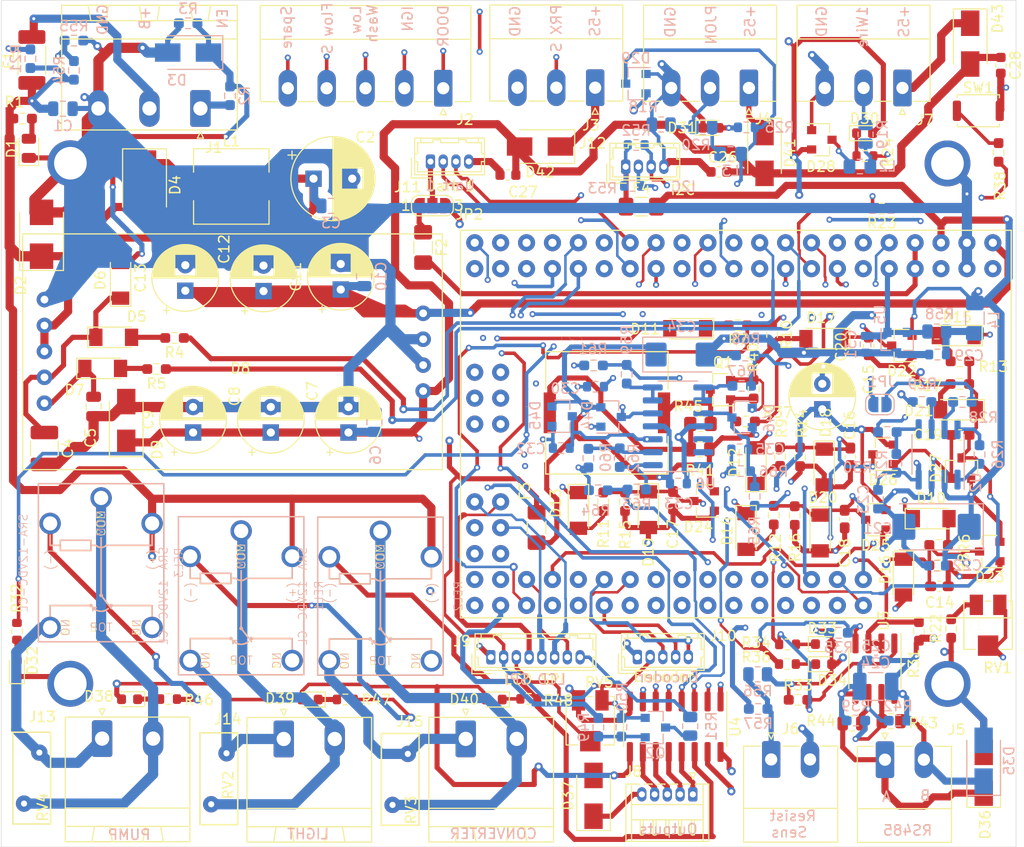
<source format=kicad_pcb>
(kicad_pcb (version 20171130) (host pcbnew "(5.1.9)-1")
  (layers (0 F.Cu signal) (1 In1.Cu signal) (2 In2.Cu signal hide) (31 B.Cu signal) (34 B.Paste user) (35 F.Paste user) (36 B.SilkS user) (37 F.SilkS user) (38 B.Mask user) (39 F.Mask user) (44 Edge.Cuts user))
  (net 0 "")
  (net 1 GND)
  (net 2 5V_sensors_stab)
  (net 3 7.2V_stab)
  (net 4 MCU_water_flow_sensor)
  (net 5 MCU_spare_input_1)
  (net 6 MCU_ignition_switch_input)
  (net 7 MCU_door_switch_input)
  (net 8 MCU_proximity_input)
  (net 9 MCU_low_washer_water_level_input)
  (net 10 +5v_FROM_MCU)
  (net 11 MCU_Uref_2.5v)
  (net 12 MCU_5V_sensors_enable)
  (net 13 MCU_main_supply_enable)
  (net 14 "Net-(D7-Pad2)")
  (net 15 "Net-(D11-Pad1)")
  (net 16 "Net-(D12-Pad1)")
  (net 17 "Net-(D31-Pad2)")
  (net 18 "Net-(D34-Pad1)")
  (net 19 RS485_B)
  (net 20 RS485_A)
  (net 21 Socket_spare_out_+12v)
  (net 22 "Net-(D39-Pad1)")
  (net 23 "Net-(D40-Pad1)")
  (net 24 "Net-(D42-Pad2)")
  (net 25 "Net-(D43-Pad2)")
  (net 26 MCU_supply_voltage_input)
  (net 27 MCU_resistive_sensor_0_190)
  (net 28 MCU_sensors_voltage_test_input)
  (net 29 Power_supply_12V)
  (net 30 "Net-(F2-Pad1)")
  (net 31 "Net-(F3-Pad1)")
  (net 32 "Net-(F4-Pad1)")
  (net 33 +3v3_from_MCU)
  (net 34 "Power_enable(ACC,BUTTON)")
  (net 35 SPARE_INPUT_1)
  (net 36 WATER_FLOW_SENSOR_INPUT)
  (net 37 LOW_WASHER_WATER_LEVEL_INPUT)
  (net 38 IGNITION_SWITCH_INPUT)
  (net 39 DOOR_SWITCH_INPUT)
  (net 40 PROXIMITY_SENSOR_INPUT)
  (net 41 PJON_BUS)
  (net 42 RESISTIVE_SENSOR_0_190)
  (net 43 ONE_WARE_INPUT)
  (net 44 Socket_spare_out_4)
  (net 45 Socket_spare_out_3)
  (net 46 Socket_spare_out_2)
  (net 47 Socket_spare_out_1)
  (net 48 "Net-(J9-Pad8)")
  (net 49 LCD_RST)
  (net 50 LCD_E_MCU_SCLK)
  (net 51 LCD_RW_MCU_MOSI)
  (net 52 LCD_DI_MCU_CS)
  (net 53 "Net-(J9-Pad3)")
  (net 54 MCU_encoder_CLK)
  (net 55 MCU_encoder_DT)
  (net 56 MCU_encoder_SW)
  (net 57 MCU_UART1_TX)
  (net 58 MCU_UART1_RX)
  (net 59 "Net-(J11-Pad1)")
  (net 60 PUMP_RELAY_NO)
  (net 61 PUMP_RELAY_COM)
  (net 62 LIGHT_RELAY_NO)
  (net 63 LIGHT_RELAY_COM)
  (net 64 CONVERTER_RELAY_NO)
  (net 65 CONVERTER_RELAY_COM)
  (net 66 "Net-(LS1-PadN)")
  (net 67 "Net-(LS1-PadP)")
  (net 68 "Net-(Q1-Pad1)")
  (net 69 MCU_pjon_bus_PIN)
  (net 70 MCU_one_wire_PIN)
  (net 71 MCU_wdt_reset_to_ADM705)
  (net 72 MCU_power_OK_from_ADM705)
  (net 73 MCU_system_status_LED)
  (net 74 MCU_rs485_de)
  (net 75 MCU_UART2_RX)
  (net 76 MCU_UART2_TX)
  (net 77 MCU_buzzer_out)
  (net 78 LCD_BLA)
  (net 79 MCU_button_on_board)
  (net 80 MCU_spare_out_4)
  (net 81 MCU_spare_out_3)
  (net 82 MCU_spare_out_2)
  (net 83 MCU_water_pump_out)
  (net 84 MCU_converter_out)
  (net 85 MCU_spare_out_1)
  (net 86 MCU_light_out)
  (net 87 MCU_rst)
  (net 88 +12V)
  (net 89 "Net-(Q2-Pad1)")
  (net 90 "Net-(Q2-Pad3)")
  (net 91 MCU_I2C_SCL)
  (net 92 MCU_I2C_SDA)
  (net 93 "Net-(C4-Pad1)")
  (net 94 "Net-(C5-Pad1)")
  (net 95 "Net-(D3-Pad1)")
  (net 96 "Net-(D10-Pad2)")
  (net 97 "Net-(D13-Pad2)")
  (net 98 "Net-(D14-Pad2)")
  (net 99 "Net-(D15-Pad2)")
  (net 100 "Net-(D30-Pad1)")
  (net 101 "Net-(D32-Pad2)")
  (net 102 "Net-(D33-Pad1)")
  (net 103 "Net-(D38-Pad1)")
  (net 104 "Net-(D41-Pad2)")
  (net 105 "Net-(L2-Pad1)")
  (net 106 "Net-(JP1-Pad1)")
  (net 107 "Net-(C2-Pad1)")
  (net 108 "Net-(L3-Pad1)")
  (net 109 "Net-(R67-Pad2)")
  (net 110 "Net-(C23-Pad1)")
  (net 111 "Net-(C30-Pad1)")
  (net 112 "Net-(C32-Pad1)")
  (net 113 "Net-(C35-Pad1)")
  (net 114 "Net-(D1-Pad2)")
  (net 115 "Net-(D4-Pad1)")
  (net 116 "Net-(D5-Pad2)")
  (net 117 "Net-(R22-Pad1)")
  (net 118 "Net-(R26-Pad2)")
  (net 119 "Net-(R26-Pad1)")
  (net 120 "Net-(R27-Pad1)")
  (net 121 "Net-(R28-Pad2)")
  (net 122 "Net-(R29-Pad2)")
  (net 123 "Net-(R38-Pad1)")
  (net 124 "Net-(R39-Pad1)")
  (net 125 "Net-(R42-Pad2)")
  (net 126 "Net-(R46-Pad1)")
  (net 127 "Net-(R47-Pad1)")
  (net 128 "Net-(R48-Pad1)")
  (net 129 "Net-(R59-Pad2)")
  (net 130 "Net-(R60-Pad2)")
  (net 131 "Net-(R62-Pad1)")
  (net 132 "Net-(C29-Pad1)")
  (module Inductor_SMD:L_1206_3216Metric_Pad1.42x1.75mm_HandSolder (layer B.Cu) (at 153.3652 75.1475 270)
    (fp_text reference L4 (at 0.19398 -1.87452 90) (layer B.SilkS) (effects (justify mirror)))
    (fp_text value FB)
    (pad 2 smd roundrect (at 1.4875 0 270) (size 1.425 1.75) (layers B.Cu B.Paste B.Mask) (roundrect_rratio 0.175439) (net 132 "Net-(C29-Pad1)"))
    (pad 1 smd roundrect (at -1.4875 0 270) (size 1.425 1.75) (layers B.Cu B.Paste B.Mask) (roundrect_rratio 0.175439) (net 10 +5v_FROM_MCU))
  )
  (module Capacitor_Tantalum_SMD:CP_EIA-6032-15_Kemet-U (layer B.Cu) (at 124.5629 78.7146)
    (fp_text reference C34 (at 0.0495 -2.7178) (layer B.SilkS) (effects (justify mirror)))
    (fp_text value 10mk)
    (pad 2 smd roundrect (at 2.4625 0) (size 2.075 2.35) (layers B.Cu B.Paste B.Mask) (roundrect_rratio 0.120482) (net 1 GND))
    (pad 1 smd roundrect (at -2.4625 0) (size 2.075 2.35) (layers B.Cu B.Paste B.Mask) (roundrect_rratio 0.120482) (net 10 +5v_FROM_MCU))
  )
  (module Resistor_SMD:R_0603_1608Metric (layer B.Cu) (at 124.2954 91.3638)
    (fp_text reference C33 (at 0.0376 1.9812) (layer B.SilkS) (effects (justify mirror)))
    (fp_text value 100n)
    (pad 2 smd roundrect (at 0.825 0) (size 0.8 0.95) (layers B.Cu B.Paste B.Mask) (net 1 GND))
    (pad 1 smd roundrect (at -0.825 0) (size 0.8 0.95) (layers B.Cu B.Paste B.Mask) (net 10 +5v_FROM_MCU))
  )
  (module Fuse:Fuse_1206_3216Metric_Pad1.42x1.75mm_HandSolder (layer F.Cu) (at 120.65 64.2112)
    (fp_text reference F4 (at 0 -1.82) (layer F.SilkS))
    (fp_text value "200mA 5v")
    (pad 2 smd roundrect (at 1.4875 0) (size 1.425 1.75) (layers F.Cu F.Paste F.Mask) (roundrect_rratio 0.175439) (net 10 +5v_FROM_MCU))
    (pad 1 smd roundrect (at -1.4875 0) (size 1.425 1.75) (layers F.Cu F.Paste F.Mask) (roundrect_rratio 0.175439) (net 32 "Net-(F4-Pad1)"))
  )
  (module Fuse:Fuse_1206_3216Metric_Pad1.42x1.75mm_HandSolder (layer F.Cu) (at 110.3884 95.6707 270)
    (fp_text reference F3 (at -3.56522 1.15824 90) (layer F.SilkS))
    (fp_text value "200mA 5v")
    (pad 2 smd roundrect (at 1.4875 0 270) (size 1.425 1.75) (layers F.Cu F.Paste F.Mask) (roundrect_rratio 0.175439) (net 10 +5v_FROM_MCU))
    (pad 1 smd roundrect (at -1.4875 0 270) (size 1.425 1.75) (layers F.Cu F.Paste F.Mask) (roundrect_rratio 0.175439) (net 31 "Net-(F3-Pad1)"))
  )
  (module Fuse:Fuse_1206_3216Metric_Pad1.42x1.75mm_HandSolder (layer F.Cu) (at 99.2632 68.2101 270)
    (fp_text reference F2 (at 0 -1.82 90) (layer F.SilkS))
    (fp_text value "200mA 5v")
    (pad 2 smd roundrect (at 1.4875 0 270) (size 1.425 1.75) (layers F.Cu F.Paste F.Mask) (roundrect_rratio 0.175439) (net 33 +3v3_from_MCU))
    (pad 1 smd roundrect (at -1.4875 0 270) (size 1.425 1.75) (layers F.Cu F.Paste F.Mask) (roundrect_rratio 0.175439) (net 30 "Net-(F2-Pad1)"))
  )
  (module Resistor_SMD:R_0603_1608Metric_Pad0.98x0.95mm_HandSolder (layer F.Cu) (at 59.9929 55.5752 180)
    (fp_text reference R1 (at 0.8109 1.6256) (layer F.SilkS))
    (fp_text value 2k2)
    (pad 2 smd roundrect (at 0.9125 0 180) (size 0.975 0.95) (layers F.Cu F.Paste F.Mask) (net 88 +12V))
    (pad 1 smd roundrect (at -0.9125 0 180) (size 0.975 0.95) (layers F.Cu F.Paste F.Mask) (net 114 "Net-(D1-Pad2)"))
  )
  (module Capacitor_SMD:C_1210_3225Metric_Pad1.33x2.70mm_HandSolder (layer F.Cu) (at 62.1284 87.9225 270)
    (fp_text reference C4 (at 0 -2.3 90) (layer F.SilkS))
    (fp_text value 10mk)
    (pad 2 smd roundrect (at 1.5625 0 270) (size 1.325 2.7) (layers F.Cu F.Paste F.Mask) (roundrect_rratio 0.188679) (net 1 GND))
    (pad 1 smd roundrect (at -1.5625 0 270) (size 1.325 2.7) (layers F.Cu F.Paste F.Mask) (roundrect_rratio 0.188679) (net 93 "Net-(C4-Pad1)"))
  )
  (module Diode_SMD:D_SMB (layer F.Cu) (at 61.849 66.92 90)
    (fp_text reference D2 (at -5.0165 -2.032 90) (layer F.SilkS))
    (fp_text value SMBJ18CA)
    (pad 2 smd rect (at 2.15 0 90) (size 2.5 2.3) (layers F.Cu F.Paste F.Mask) (net 1 GND))
    (pad 1 smd rect (at -2.15 0 90) (size 2.5 2.3) (layers F.Cu F.Paste F.Mask) (net 88 +12V))
  )
  (module Diode_SMD:D_SMB (layer F.Cu) (at 71.9455 62.094 270)
    (fp_text reference D4 (at 0 -3 90) (layer F.SilkS))
    (fp_text value SS54)
    (pad 2 smd rect (at 2.15 0 270) (size 2.5 2.3) (layers F.Cu F.Paste F.Mask) (net 88 +12V))
    (pad 1 smd rect (at -2.15 0 270) (size 2.5 2.3) (layers F.Cu F.Paste F.Mask) (net 115 "Net-(D4-Pad1)"))
  )
  (module Resistor_SMD:R_0603_1608Metric_Pad0.98x0.95mm_HandSolder (layer B.Cu) (at 130.4055 90.1446)
    (fp_text reference R66 (at 3.2239 0.0508) (layer B.SilkS) (effects (justify mirror)))
    (fp_text value 10k)
    (pad 2 smd roundrect (at 0.9125 0) (size 0.975 0.95) (layers B.Cu B.Paste B.Mask) (net 113 "Net-(C35-Pad1)"))
    (pad 1 smd roundrect (at -0.9125 0) (size 0.975 0.95) (layers B.Cu B.Paste B.Mask) (net 1 GND))
  )
  (module Resistor_SMD:R_0603_1608Metric_Pad0.98x0.95mm_HandSolder (layer B.Cu) (at 131.7752 92.63316 270)
    (fp_text reference R65 (at 3.3509 0.0254 90) (layer B.SilkS) (effects (justify mirror)))
    (fp_text value 22k)
    (pad 2 smd roundrect (at 0.9125 0 270) (size 0.975 0.95) (layers B.Cu B.Paste B.Mask) (net 2 5V_sensors_stab))
    (pad 1 smd roundrect (at -0.9125 0 270) (size 0.975 0.95) (layers B.Cu B.Paste B.Mask) (net 113 "Net-(C35-Pad1)"))
  )
  (module Resistor_SMD:R_0603_1608Metric_Pad0.98x0.95mm_HandSolder (layer B.Cu) (at 132.117 113.467)
    (fp_text reference R57 (at 0 1.43) (layer B.SilkS) (effects (justify mirror)))
    (fp_text value 10k)
    (pad 2 smd roundrect (at 0.9125 0) (size 0.975 0.95) (layers B.Cu B.Paste B.Mask) (net 42 RESISTIVE_SENSOR_0_190))
    (pad 1 smd roundrect (at -0.9125 0) (size 0.975 0.95) (layers B.Cu B.Paste B.Mask) (net 112 "Net-(C32-Pad1)"))
  )
  (module Resistor_SMD:R_0603_1608Metric_Pad0.98x0.95mm_HandSolder (layer B.Cu) (at 65.0259 47.9298 180)
    (fp_text reference R55 (at 0 1.43) (layer B.SilkS) (effects (justify mirror)))
    (fp_text value 10k)
    (pad 2 smd roundrect (at 0.9125 0 180) (size 0.975 0.95) (layers B.Cu B.Paste B.Mask) (net 111 "Net-(C30-Pad1)"))
    (pad 1 smd roundrect (at -0.9125 0 180) (size 0.975 0.95) (layers B.Cu B.Paste B.Mask) (net 1 GND))
  )
  (module Resistor_SMD:R_0603_1608Metric_Pad0.98x0.95mm_HandSolder (layer B.Cu) (at 65.024 50.8489 270)
    (fp_text reference R54 (at 0 1.43 90) (layer B.SilkS) (effects (justify mirror)))
    (fp_text value 39k)
    (pad 2 smd roundrect (at 0.9125 0 270) (size 0.975 0.95) (layers B.Cu B.Paste B.Mask) (net 88 +12V))
    (pad 1 smd roundrect (at -0.9125 0 270) (size 0.975 0.95) (layers B.Cu B.Paste B.Mask) (net 111 "Net-(C30-Pad1)"))
  )
  (module Resistor_SMD:R_0603_1608Metric_Pad0.98x0.95mm_HandSolder (layer B.Cu) (at 118.70436 115.25568 90)
    (fp_text reference R50 (at 2.97244 0.08128 90) (layer B.SilkS) (effects (justify mirror)))
    (fp_text value 10k)
    (pad 2 smd roundrect (at 0.9125 0 90) (size 0.975 0.95) (layers B.Cu B.Paste B.Mask) (net 31 "Net-(F3-Pad1)"))
    (pad 1 smd roundrect (at -0.9125 0 90) (size 0.975 0.95) (layers B.Cu B.Paste B.Mask) (net 89 "Net-(Q2-Pad1)"))
  )
  (module Resistor_SMD:R_0603_1608Metric_Pad0.98x0.95mm_HandSolder (layer B.Cu) (at 116.44376 115.26456 270)
    (fp_text reference R49 (at 0 1.43 90) (layer B.SilkS) (effects (justify mirror)))
    (fp_text value 1k)
    (pad 2 smd roundrect (at 0.9125 0 270) (size 0.975 0.95) (layers B.Cu B.Paste B.Mask) (net 89 "Net-(Q2-Pad1)"))
    (pad 1 smd roundrect (at -0.9125 0 270) (size 0.975 0.95) (layers B.Cu B.Paste B.Mask) (net 78 LCD_BLA))
  )
  (module Resistor_SMD:R_0603_1608Metric_Pad0.98x0.95mm_HandSolder (layer B.Cu) (at 145.826 114.615 180)
    (fp_text reference R42 (at 0 1.43) (layer B.SilkS) (effects (justify mirror)))
    (fp_text value 20k)
    (pad 2 smd roundrect (at 0.9125 0 180) (size 0.975 0.95) (layers B.Cu B.Paste B.Mask) (net 125 "Net-(R42-Pad2)"))
    (pad 1 smd roundrect (at -0.9125 0 180) (size 0.975 0.95) (layers B.Cu B.Paste B.Mask) (net 10 +5v_FROM_MCU))
  )
  (module Resistor_SMD:R_0603_1608Metric_Pad0.98x0.95mm_HandSolder (layer F.Cu) (at 131.6736 82.1163 90)
    (fp_text reference R40 (at 3.1261 -0.0508 90) (layer F.SilkS))
    (fp_text value 10k)
    (pad 2 smd roundrect (at 0.9125 0 90) (size 0.975 0.95) (layers F.Cu F.Paste F.Mask) (net 1 GND))
    (pad 1 smd roundrect (at -0.9125 0 90) (size 0.975 0.95) (layers F.Cu F.Paste F.Mask) (net 68 "Net-(Q1-Pad1)"))
  )
  (module Resistor_SMD:R_0603_1608Metric_Pad0.98x0.95mm_HandSolder (layer B.Cu) (at 141.696 114.6 180)
    (fp_text reference R39 (at 0 1.43) (layer B.SilkS) (effects (justify mirror)))
    (fp_text value 20k)
    (pad 2 smd roundrect (at 0.9125 0 180) (size 0.975 0.95) (layers B.Cu B.Paste B.Mask) (net 1 GND))
    (pad 1 smd roundrect (at -0.9125 0 180) (size 0.975 0.95) (layers B.Cu B.Paste B.Mask) (net 124 "Net-(R39-Pad1)"))
  )
  (module Resistor_SMD:R_0603_1608Metric_Pad0.98x0.95mm_HandSolder (layer F.Cu) (at 155.6893 58.89434 270)
    (fp_text reference R38 (at 3.28486 -0.1524 90) (layer F.SilkS))
    (fp_text value 470R)
    (pad 2 smd roundrect (at 0.9125 0 270) (size 0.975 0.95) (layers F.Cu F.Paste F.Mask) (net 79 MCU_button_on_board))
    (pad 1 smd roundrect (at -0.9125 0 270) (size 0.975 0.95) (layers F.Cu F.Paste F.Mask) (net 123 "Net-(R38-Pad1)"))
  )
  (module Resistor_SMD:R_0603_1608Metric_Pad0.98x0.95mm_HandSolder (layer F.Cu) (at 130.88302 85.27288)
    (fp_text reference R37 (at 3.16802 -0.87884) (layer F.SilkS))
    (fp_text value 1k)
    (pad 2 smd roundrect (at 0.9125 0) (size 0.975 0.95) (layers F.Cu F.Paste F.Mask) (net 77 MCU_buzzer_out))
    (pad 1 smd roundrect (at -0.9125 0) (size 0.975 0.95) (layers F.Cu F.Paste F.Mask) (net 68 "Net-(Q1-Pad1)"))
  )
  (module Resistor_SMD:R_0603_1608Metric_Pad0.98x0.95mm_HandSolder (layer B.Cu) (at 140 106)
    (fp_text reference R35 (at 0 1.43) (layer B.SilkS) (effects (justify mirror)))
    (fp_text value 10k)
    (pad 2 smd roundrect (at 0.9125 0) (size 0.975 0.95) (layers B.Cu B.Paste B.Mask) (net 76 MCU_UART2_TX))
    (pad 1 smd roundrect (at -0.9125 0) (size 0.975 0.95) (layers B.Cu B.Paste B.Mask) (net 10 +5v_FROM_MCU))
  )
  (module Resistor_SMD:R_0603_1608Metric_Pad0.98x0.95mm_HandSolder (layer F.Cu) (at 136.02652 112.57026)
    (fp_text reference R33 (at 0 -1.43) (layer F.SilkS))
    (fp_text value 10k)
    (pad 2 smd roundrect (at 0.9125 0) (size 0.975 0.95) (layers F.Cu F.Paste F.Mask) (net 75 MCU_UART2_RX))
    (pad 1 smd roundrect (at -0.9125 0) (size 0.975 0.95) (layers F.Cu F.Paste F.Mask) (net 10 +5v_FROM_MCU))
  )
  (module Resistor_SMD:R_0603_1608Metric_Pad0.98x0.95mm_HandSolder (layer F.Cu) (at 147.8788 105.86022 90)
    (fp_text reference R31 (at -3.15658 -0.50038 90) (layer F.SilkS))
    (fp_text value 10k)
    (pad 2 smd roundrect (at 0.9125 0 90) (size 0.975 0.95) (layers F.Cu F.Paste F.Mask) (net 74 MCU_rs485_de))
    (pad 1 smd roundrect (at -0.9125 0 90) (size 0.975 0.95) (layers F.Cu F.Paste F.Mask) (net 10 +5v_FROM_MCU))
  )
  (module Resistor_SMD:R_0603_1608Metric_Pad0.98x0.95mm_HandSolder (layer B.Cu) (at 144.7819 86.3092)
    (fp_text reference R30 (at -2.9229 3.4798) (layer B.SilkS) (effects (justify mirror)))
    (fp_text value 1k)
    (pad 2 smd roundrect (at 0.9125 0) (size 0.975 0.95) (layers B.Cu B.Paste B.Mask) (net 120 "Net-(R27-Pad1)"))
    (pad 1 smd roundrect (at -0.9125 0) (size 0.975 0.95) (layers B.Cu B.Paste B.Mask) (net 72 MCU_power_OK_from_ADM705))
  )
  (module Resistor_SMD:R_0603_1608Metric_Pad0.98x0.95mm_HandSolder (layer B.Cu) (at 148.1855 83.3628)
    (fp_text reference R29 (at 0.0235 -1.778) (layer B.SilkS) (effects (justify mirror)))
    (fp_text value 2k2)
    (pad 2 smd roundrect (at 0.9125 0) (size 0.975 0.95) (layers B.Cu B.Paste B.Mask) (net 122 "Net-(R29-Pad2)"))
    (pad 1 smd roundrect (at -0.9125 0) (size 0.975 0.95) (layers B.Cu B.Paste B.Mask) (net 71 MCU_wdt_reset_to_ADM705))
  )
  (module Resistor_SMD:R_0603_1608Metric_Pad0.98x0.95mm_HandSolder (layer B.Cu) (at 152.1441 83.3628 180)
    (fp_text reference R28 (at -2.0593 -1.524) (layer B.SilkS) (effects (justify mirror)))
    (fp_text value 220R)
    (pad 2 smd roundrect (at 0.9125 0 180) (size 0.975 0.95) (layers B.Cu B.Paste B.Mask) (net 121 "Net-(R28-Pad2)"))
    (pad 1 smd roundrect (at -0.9125 0 180) (size 0.975 0.95) (layers B.Cu B.Paste B.Mask) (net 106 "Net-(JP1-Pad1)"))
  )
  (module Resistor_SMD:R_0603_1608Metric_Pad0.98x0.95mm_HandSolder (layer B.Cu) (at 145.669 89.3845 270)
    (fp_text reference R27 (at 0.127 1.4224 90) (layer B.SilkS) (effects (justify mirror)))
    (fp_text value 1k)
    (pad 2 smd roundrect (at 0.9125 0 270) (size 0.975 0.95) (layers B.Cu B.Paste B.Mask) (net 110 "Net-(C23-Pad1)"))
    (pad 1 smd roundrect (at -0.9125 0 270) (size 0.975 0.95) (layers B.Cu B.Paste B.Mask) (net 120 "Net-(R27-Pad1)"))
  )
  (module Resistor_SMD:R_0603_1608Metric_Pad0.98x0.95mm_HandSolder (layer B.Cu) (at 153.8224 88.5171 270)
    (fp_text reference R26 (at -0.0254 -1.778 90) (layer B.SilkS) (effects (justify mirror)))
    (fp_text value 200R)
    (pad 2 smd roundrect (at 0.9125 0 270) (size 0.975 0.95) (layers B.Cu B.Paste B.Mask) (net 118 "Net-(R26-Pad2)"))
    (pad 1 smd roundrect (at -0.9125 0 270) (size 0.975 0.95) (layers B.Cu B.Paste B.Mask) (net 119 "Net-(R26-Pad1)"))
  )
  (module Resistor_SMD:R_0603_1608Metric_Pad0.98x0.95mm_HandSolder (layer F.Cu) (at 144.238 64.3992 180)
    (fp_text reference R23 (at 0 -1.43) (layer F.SilkS))
    (fp_text value 4k7)
    (pad 2 smd roundrect (at 0.9125 0 180) (size 0.975 0.95) (layers F.Cu F.Paste F.Mask) (net 70 MCU_one_wire_PIN))
    (pad 1 smd roundrect (at -0.9125 0 180) (size 0.975 0.95) (layers F.Cu F.Paste F.Mask) (net 10 +5v_FROM_MCU))
  )
  (module Resistor_SMD:R_0603_1608Metric_Pad0.98x0.95mm_HandSolder (layer F.Cu) (at 151.0411 105.58018 270)
    (fp_text reference R22 (at -0.00826 1.4986 270) (layer F.SilkS))
    (fp_text value 3k)
    (pad 2 smd roundrect (at 0.9125 0 270) (size 0.975 0.95) (layers F.Cu F.Paste F.Mask) (net 1 GND))
    (pad 1 smd roundrect (at -0.9125 0 270) (size 0.975 0.95) (layers F.Cu F.Paste F.Mask) (net 117 "Net-(R22-Pad1)"))
  )
  (module Resistor_SMD:R_0603_1608Metric_Pad0.98x0.95mm_HandSolder (layer B.Cu) (at 60.7568 49.7078 270)
    (fp_text reference R21 (at 0 1.43 270) (layer B.SilkS) (effects (justify mirror)))
    (fp_text value 22k)
    (pad 2 smd roundrect (at 0.9125 0 270) (size 0.975 0.95) (layers B.Cu B.Paste B.Mask) (net 88 +12V))
    (pad 1 smd roundrect (at -0.9125 0 270) (size 0.975 0.95) (layers B.Cu B.Paste B.Mask) (net 110 "Net-(C23-Pad1)"))
  )
  (module Resistor_SMD:R_0603_1608Metric_Pad0.98x0.95mm_HandSolder (layer F.Cu) (at 151.88692 81.60004 180)
    (fp_text reference R17 (at 3.18008 -0.18288) (layer F.SilkS))
    (fp_text value N)
    (pad 2 smd roundrect (at 0.9125 0 180) (size 0.975 0.95) (layers F.Cu F.Paste F.Mask) (net 1 GND))
    (pad 1 smd roundrect (at -0.9125 0 180) (size 0.975 0.95) (layers F.Cu F.Paste F.Mask) (net 9 MCU_low_washer_water_level_input))
  )
  (module Resistor_SMD:R_0603_1608Metric_Pad0.98x0.95mm_HandSolder (layer F.Cu) (at 135.70204 94.50134 270)
    (fp_text reference R16 (at 3.13118 -0.0254 90) (layer F.SilkS))
    (fp_text value N)
    (pad 2 smd roundrect (at 0.9125 0 270) (size 0.975 0.95) (layers F.Cu F.Paste F.Mask) (net 1 GND))
    (pad 1 smd roundrect (at -0.9125 0 270) (size 0.975 0.95) (layers F.Cu F.Paste F.Mask) (net 8 MCU_proximity_input))
  )
  (module Resistor_SMD:R_0603_1608Metric_Pad0.98x0.95mm_HandSolder (layer F.Cu) (at 119.05996 93.1437 270)
    (fp_text reference R15 (at 3.23914 -0.02032 90) (layer F.SilkS))
    (fp_text value N)
    (pad 1 smd roundrect (at -0.9125 0 270) (size 0.975 0.95) (layers F.Cu F.Paste F.Mask) (net 7 MCU_door_switch_input))
    (pad 2 smd roundrect (at 0.9125 0 270) (size 0.975 0.95) (layers F.Cu F.Paste F.Mask) (net 1 GND))
  )
  (module Resistor_SMD:R_0603_1608Metric_Pad0.98x0.95mm_HandSolder (layer F.Cu) (at 136.22528 88.7476 270)
    (fp_text reference R14 (at -3.26644 -0.17272 90) (layer F.SilkS))
    (fp_text value 10k)
    (pad 2 smd roundrect (at 0.9125 0 270) (size 0.975 0.95) (layers F.Cu F.Paste F.Mask) (net 1 GND))
    (pad 1 smd roundrect (at -0.9125 0 270) (size 0.975 0.95) (layers F.Cu F.Paste F.Mask) (net 6 MCU_ignition_switch_input))
  )
  (module Resistor_SMD:R_0603_1608Metric_Pad0.98x0.95mm_HandSolder (layer F.Cu) (at 151.90534 79.38008 180)
    (fp_text reference R13 (at -3.26326 -0.5207) (layer F.SilkS))
    (fp_text value 4k7)
    (pad 2 smd roundrect (at 0.9125 0 180) (size 0.975 0.95) (layers F.Cu F.Paste F.Mask) (net 99 "Net-(D15-Pad2)"))
    (pad 1 smd roundrect (at -0.9125 0 180) (size 0.975 0.95) (layers F.Cu F.Paste F.Mask) (net 9 MCU_low_washer_water_level_input))
  )
  (module Resistor_SMD:R_0603_1608Metric_Pad0.98x0.95mm_HandSolder (layer F.Cu) (at 133.64464 94.46578 270)
    (fp_text reference R12 (at 3.20738 -0.17272 90) (layer F.SilkS))
    (fp_text value 4k7)
    (pad 2 smd roundrect (at 0.9125 0 270) (size 0.975 0.95) (layers F.Cu F.Paste F.Mask) (net 98 "Net-(D14-Pad2)"))
    (pad 1 smd roundrect (at -0.9125 0 270) (size 0.975 0.95) (layers F.Cu F.Paste F.Mask) (net 8 MCU_proximity_input))
  )
  (module Resistor_SMD:R_0603_1608Metric_Pad0.98x0.95mm_HandSolder (layer F.Cu) (at 116.92636 93.14878 270)
    (fp_text reference R11 (at 3.12738 -0.03048 90) (layer F.SilkS))
    (fp_text value 4k7)
    (pad 1 smd roundrect (at -0.9125 0 270) (size 0.975 0.95) (layers F.Cu F.Paste F.Mask) (net 7 MCU_door_switch_input))
    (pad 2 smd roundrect (at 0.9125 0 270) (size 0.975 0.95) (layers F.Cu F.Paste F.Mask) (net 97 "Net-(D13-Pad2)"))
  )
  (module Resistor_SMD:R_0603_1608Metric_Pad0.98x0.95mm_HandSolder (layer F.Cu) (at 133.48208 76.77404 270)
    (fp_text reference R10 (at 0 -1.43 90) (layer F.SilkS))
    (fp_text value 10k)
    (pad 2 smd roundrect (at 0.9125 0 270) (size 0.975 0.95) (layers F.Cu F.Paste F.Mask) (net 1 GND))
    (pad 1 smd roundrect (at -0.9125 0 270) (size 0.975 0.95) (layers F.Cu F.Paste F.Mask) (net 5 MCU_spare_input_1))
  )
  (module Resistor_SMD:R_0603_1608Metric_Pad0.98x0.95mm_HandSolder (layer F.Cu) (at 134.25932 88.72538 270)
    (fp_text reference R9 (at -2.78892 -0.17272 90) (layer F.SilkS))
    (fp_text value 15k)
    (pad 2 smd roundrect (at 0.9125 0 270) (size 0.975 0.95) (layers F.Cu F.Paste F.Mask) (net 16 "Net-(D12-Pad1)"))
    (pad 1 smd roundrect (at -0.9125 0 270) (size 0.975 0.95) (layers F.Cu F.Paste F.Mask) (net 6 MCU_ignition_switch_input))
  )
  (module Resistor_SMD:R_0603_1608Metric_Pad0.98x0.95mm_HandSolder (layer F.Cu) (at 149.81428 99.38004)
    (fp_text reference R8 (at 2.44856 -0.24892 90) (layer F.SilkS))
    (fp_text value N)
    (pad 2 smd roundrect (at 0.9125 0) (size 0.975 0.95) (layers F.Cu F.Paste F.Mask) (net 1 GND))
    (pad 1 smd roundrect (at -0.9125 0) (size 0.975 0.95) (layers F.Cu F.Paste F.Mask) (net 4 MCU_water_flow_sensor))
  )
  (module Resistor_SMD:R_0603_1608Metric_Pad0.98x0.95mm_HandSolder (layer F.Cu) (at 130.12928 75.84948 180)
    (fp_text reference R7 (at 0 -1.43) (layer F.SilkS))
    (fp_text value 15k)
    (pad 2 smd roundrect (at 0.9125 0 180) (size 0.975 0.95) (layers F.Cu F.Paste F.Mask) (net 15 "Net-(D11-Pad1)"))
    (pad 1 smd roundrect (at -0.9125 0 180) (size 0.975 0.95) (layers F.Cu F.Paste F.Mask) (net 5 MCU_spare_input_1))
  )
  (module Resistor_SMD:R_0603_1608Metric_Pad0.98x0.95mm_HandSolder (layer F.Cu) (at 149.8111 97.37852)
    (fp_text reference R6 (at 2.5381 -0.127 90) (layer F.SilkS))
    (fp_text value 4k7)
    (pad 2 smd roundrect (at 0.9125 0) (size 0.975 0.95) (layers F.Cu F.Paste F.Mask) (net 96 "Net-(D10-Pad2)"))
    (pad 1 smd roundrect (at -0.9125 0) (size 0.975 0.95) (layers F.Cu F.Paste F.Mask) (net 4 MCU_water_flow_sensor))
  )
  (module Resistor_SMD:R_0603_1608Metric_Pad0.98x0.95mm_HandSolder (layer F.Cu) (at 73.1285 80.137 180)
    (fp_text reference R5 (at 0 -1.43) (layer F.SilkS))
    (fp_text value 2k)
    (pad 2 smd roundrect (at 0.9125 0 180) (size 0.975 0.95) (layers F.Cu F.Paste F.Mask) (net 14 "Net-(D7-Pad2)"))
    (pad 1 smd roundrect (at -0.9125 0 180) (size 0.975 0.95) (layers F.Cu F.Paste F.Mask) (net 12 MCU_5V_sensors_enable))
  )
  (module Resistor_SMD:R_0603_1608Metric_Pad0.98x0.95mm_HandSolder (layer F.Cu) (at 74.89 77.089 180)
    (fp_text reference R4 (at 0 -1.43) (layer F.SilkS))
    (fp_text value 2k)
    (pad 2 smd roundrect (at 0.9125 0 180) (size 0.975 0.95) (layers F.Cu F.Paste F.Mask) (net 116 "Net-(D5-Pad2)"))
    (pad 1 smd roundrect (at -0.9125 0 180) (size 0.975 0.95) (layers F.Cu F.Paste F.Mask) (net 13 MCU_main_supply_enable))
  )
  (module Resistor_SMD:R_0603_1608Metric_Pad0.98x0.95mm_HandSolder (layer B.Cu) (at 76.2235 46.228 180)
    (fp_text reference R3 (at 0 1.43) (layer B.SilkS) (effects (justify mirror)))
    (fp_text value 1k)
    (pad 2 smd roundrect (at 0.9125 0 180) (size 0.975 0.95) (layers B.Cu B.Paste B.Mask) (net 1 GND))
    (pad 1 smd roundrect (at -0.9125 0 180) (size 0.975 0.95) (layers B.Cu B.Paste B.Mask) (net 95 "Net-(D3-Pad1)"))
  )
  (module Resistor_SMD:R_0603_1608Metric_Pad0.98x0.95mm_HandSolder (layer B.Cu) (at 80.3275 53.34 90)
    (fp_text reference R2 (at 0 1.43 90) (layer B.SilkS) (effects (justify mirror)))
    (fp_text value 2k)
    (pad 2 smd roundrect (at 0.9125 0 90) (size 0.975 0.95) (layers B.Cu B.Paste B.Mask) (net 95 "Net-(D3-Pad1)"))
    (pad 1 smd roundrect (at -0.9125 0 90) (size 0.975 0.95) (layers B.Cu B.Paste B.Mask) (net 34 "Power_enable(ACC,BUTTON)"))
  )
  (module Capacitor_SMD:C_0603_1608Metric_Pad1.08x0.95mm_HandSolder (layer B.Cu) (at 143.678 108.707 180)
    (fp_text reference C25 (at 0 1.43) (layer B.SilkS) (effects (justify mirror)))
    (fp_text value 100n)
    (pad 2 smd roundrect (at 0.8625 0 180) (size 1.075 0.95) (layers B.Cu B.Paste B.Mask) (net 1 GND))
    (pad 1 smd roundrect (at -0.8625 0 180) (size 1.075 0.95) (layers B.Cu B.Paste B.Mask) (net 10 +5v_FROM_MCU))
  )
  (module Capacitor_SMD:C_1210_3225Metric_Pad1.33x2.70mm_HandSolder (layer B.Cu) (at 143.64 111.262 180)
    (fp_text reference C24 (at 0 2.3) (layer B.SilkS) (effects (justify mirror)))
    (fp_text value 10m)
    (pad 2 smd roundrect (at 1.5625 0 180) (size 1.325 2.7) (layers B.Cu B.Paste B.Mask) (roundrect_rratio 0.188679) (net 1 GND))
    (pad 1 smd roundrect (at -1.5625 0 180) (size 1.325 2.7) (layers B.Cu B.Paste B.Mask) (roundrect_rratio 0.188679) (net 10 +5v_FROM_MCU))
  )
  (module Resistor_SMD:R_0603_1608Metric_Pad0.98x0.95mm_HandSolder (layer B.Cu) (at 143.8656 92.8897 270)
    (fp_text reference C23 (at 0 1.43 270) (layer B.SilkS) (effects (justify mirror)))
    (fp_text value 1n)
    (pad 2 smd roundrect (at 0.9125 0 270) (size 0.975 0.95) (layers B.Cu B.Paste B.Mask) (net 1 GND))
    (pad 1 smd roundrect (at -0.9125 0 270) (size 0.975 0.95) (layers B.Cu B.Paste B.Mask) (net 110 "Net-(C23-Pad1)"))
  )
  (module Capacitor_SMD:C_0603_1608Metric_Pad1.08x0.95mm_HandSolder (layer F.Cu) (at 151.92646 86.59368 180)
    (fp_text reference C19 (at 3.16374 0.00508) (layer F.SilkS))
    (fp_text value 10n)
    (pad 2 smd roundrect (at 0.8625 0 180) (size 1.075 0.95) (layers F.Cu F.Paste F.Mask) (net 1 GND))
    (pad 1 smd roundrect (at -0.8625 0 180) (size 1.075 0.95) (layers F.Cu F.Paste F.Mask) (net 9 MCU_low_washer_water_level_input))
  )
  (module Capacitor_SMD:C_0603_1608Metric_Pad1.08x0.95mm_HandSolder (layer F.Cu) (at 140.59916 94.8436 270)
    (fp_text reference C18 (at 3.33248 -0.03556 90) (layer F.SilkS))
    (fp_text value 10n)
    (pad 2 smd roundrect (at 0.8625 0 270) (size 1.075 0.95) (layers F.Cu F.Paste F.Mask) (net 1 GND))
    (pad 1 smd roundrect (at -0.8625 0 270) (size 1.075 0.95) (layers F.Cu F.Paste F.Mask) (net 8 MCU_proximity_input))
  )
  (module Capacitor_SMD:C_0603_1608Metric_Pad1.08x0.95mm_HandSolder (layer F.Cu) (at 123.76912 93.00464 270)
    (fp_text reference C17 (at 3.30708 0.03048 90) (layer F.SilkS))
    (fp_text value 10n)
    (pad 1 smd roundrect (at -0.8625 0 270) (size 1.075 0.95) (layers F.Cu F.Paste F.Mask) (net 7 MCU_door_switch_input))
    (pad 2 smd roundrect (at 0.8625 0 270) (size 1.075 0.95) (layers F.Cu F.Paste F.Mask) (net 1 GND))
  )
  (module Capacitor_SMD:C_0603_1608Metric_Pad1.08x0.95mm_HandSolder (layer F.Cu) (at 141.15796 88.7465 270)
    (fp_text reference C16 (at -3.10786 0.05588 90) (layer F.SilkS))
    (fp_text value 10n)
    (pad 2 smd roundrect (at 0.8625 0 270) (size 1.075 0.95) (layers F.Cu F.Paste F.Mask) (net 1 GND))
    (pad 1 smd roundrect (at -0.8625 0 270) (size 1.075 0.95) (layers F.Cu F.Paste F.Mask) (net 6 MCU_ignition_switch_input))
  )
  (module Capacitor_SMD:C_0603_1608Metric_Pad1.08x0.95mm_HandSolder (layer F.Cu) (at 142.9512 77.86514 270)
    (fp_text reference C15 (at 3.28532 0.01016 270) (layer F.SilkS))
    (fp_text value 10n)
    (pad 2 smd roundrect (at 0.8625 0 270) (size 1.075 0.95) (layers F.Cu F.Paste F.Mask) (net 1 GND))
    (pad 1 smd roundrect (at -0.8625 0 270) (size 1.075 0.95) (layers F.Cu F.Paste F.Mask) (net 5 MCU_spare_input_1))
  )
  (module Capacitor_SMD:C_0603_1608Metric_Pad1.08x0.95mm_HandSolder (layer F.Cu) (at 149.88938 101.44252)
    (fp_text reference C14 (at 0.03158 1.5748) (layer F.SilkS))
    (fp_text value 10n)
    (pad 2 smd roundrect (at 0.8625 0) (size 1.075 0.95) (layers F.Cu F.Paste F.Mask) (net 1 GND))
    (pad 1 smd roundrect (at -0.8625 0) (size 1.075 0.95) (layers F.Cu F.Paste F.Mask) (net 4 MCU_water_flow_sensor))
  )
  (module Capacitor_THT:CP_Radial_D6.3mm_P2.50mm (layer F.Cu) (at 138.4046 84.0848 90)
    (fp_text reference C20 (at 6.1195 1.8415 90) (layer F.SilkS))
    (fp_text value "220mk 10v")
    (pad 2 thru_hole circle (at 2.5 0 90) (size 1.6 1.6) (drill 0.8) (layers *.Cu *.Mask) (net 1 GND))
    (pad 1 thru_hole rect (at 0 0 90) (size 1.6 1.6) (drill 0.8) (layers *.Cu *.Mask) (net 10 +5v_FROM_MCU))
  )
  (module Inductor_SMD:L_7.3x7.3_H4.5 (layer F.Cu) (at 80.4545 62.23)
    (fp_text reference L1 (at 0 -4.45) (layer F.SilkS))
    (fp_text value 47uH)
    (pad 1 smd rect (at -3.2 0) (size 1.5 2.2) (layers F.Cu F.Paste F.Mask) (net 115 "Net-(D4-Pad1)"))
    (pad 2 smd rect (at 3.2 0) (size 1.5 2.2) (layers F.Cu F.Paste F.Mask) (net 107 "Net-(C2-Pad1)"))
  )
  (module Capacitor_THT:CP_Radial_D6.3mm_P2.50mm (layer F.Cu) (at 75.946 72.4535 90)
    (fp_text reference C13 (at 1.25 -4.4 90) (layer F.SilkS))
    (fp_text value "220mk 16v")
    (pad 2 thru_hole circle (at 2.5 0 90) (size 1.6 1.6) (drill 0.8) (layers *.Cu *.Mask) (net 1 GND))
    (pad 1 thru_hole rect (at 0 0 90) (size 1.6 1.6) (drill 0.8) (layers *.Cu *.Mask) (net 3 7.2V_stab))
  )
  (module Capacitor_THT:CP_Radial_D6.3mm_P2.50mm (layer F.Cu) (at 91.186 72.3392 90)
    (fp_text reference C11 (at 1.25 -4.4 90) (layer F.SilkS))
    (fp_text value "220mk 16v")
    (pad 2 thru_hole circle (at 2.5 0 90) (size 1.6 1.6) (drill 0.8) (layers *.Cu *.Mask) (net 1 GND))
    (pad 1 thru_hole rect (at 0 0 90) (size 1.6 1.6) (drill 0.8) (layers *.Cu *.Mask) (net 3 7.2V_stab))
  )
  (module Capacitor_SMD:C_0805_2012Metric (layer B.Cu) (at 63.9445 54.61)
    (fp_text reference C1 (at 0 1.68 180) (layer B.SilkS) (effects (justify mirror)))
    (fp_text value 100n)
    (pad 1 smd roundrect (at -0.95 0) (size 1 1.45) (layers B.Cu B.Paste B.Mask) (net 88 +12V))
    (pad 2 smd roundrect (at 0.95 0) (size 1 1.45) (layers B.Cu B.Paste B.Mask) (net 1 GND))
  )
  (module Capacitor_THT:CP_Radial_D6.3mm_P2.50mm (layer F.Cu) (at 83.6168 72.4916 90)
    (fp_text reference C12 (at 4.1148 -3.8608 90) (layer F.SilkS))
    (fp_text value "220mk 16v")
    (pad 2 thru_hole circle (at 2.5 0 90) (size 1.6 1.6) (drill 0.8) (layers *.Cu *.Mask) (net 1 GND))
    (pad 1 thru_hole rect (at 0 0 90) (size 1.6 1.6) (drill 0.8) (layers *.Cu *.Mask) (net 3 7.2V_stab))
  )
  (module Capacitor_THT:CP_Radial_D6.3mm_P2.50mm (layer F.Cu) (at 76.708 86.36 90)
    (fp_text reference C9 (at 1.25 -4.4 90) (layer F.SilkS))
    (fp_text value "220mk 10v")
    (pad 2 thru_hole circle (at 2.5 0 90) (size 1.6 1.6) (drill 0.8) (layers *.Cu *.Mask) (net 1 GND))
    (pad 1 thru_hole rect (at 0 0 90) (size 1.6 1.6) (drill 0.8) (layers *.Cu *.Mask) (net 2 5V_sensors_stab))
  )
  (module Capacitor_THT:CP_Radial_D6.3mm_P2.50mm (layer F.Cu) (at 84.328 86.36 90)
    (fp_text reference C8 (at 3.556 -3.556 90) (layer F.SilkS))
    (fp_text value "220mk 10v")
    (pad 2 thru_hole circle (at 2.5 0 90) (size 1.6 1.6) (drill 0.8) (layers *.Cu *.Mask) (net 1 GND))
    (pad 1 thru_hole rect (at 0 0 90) (size 1.6 1.6) (drill 0.8) (layers *.Cu *.Mask) (net 2 5V_sensors_stab))
  )
  (module Capacitor_THT:CP_Radial_D6.3mm_P2.50mm (layer F.Cu) (at 91.948 86.36 90)
    (fp_text reference C7 (at 4.064 -3.556 90) (layer F.SilkS))
    (fp_text value "220mk 10v")
    (pad 2 thru_hole circle (at 2.5 0 90) (size 1.6 1.6) (drill 0.8) (layers *.Cu *.Mask) (net 1 GND))
    (pad 1 thru_hole rect (at 0 0 90) (size 1.6 1.6) (drill 0.8) (layers *.Cu *.Mask) (net 2 5V_sensors_stab))
  )
  (module Package_SO:SOIC-14_3.9x8.7mm_P1.27mm (layer B.Cu) (at 124.2568 85.7504)
    (fp_text reference U6 (at 2.7178 5.6388) (layer B.SilkS) (effects (justify mirror)))
    (fp_text value MCP6004)
    (pad 1 smd roundrect (at -2.475 3.81) (size 1.95 0.6) (layers B.Cu B.Paste B.Mask) (net 131 "Net-(R62-Pad1)"))
    (pad 2 smd roundrect (at -2.475 2.54) (size 1.95 0.6) (layers B.Cu B.Paste B.Mask) (net 130 "Net-(R60-Pad2)"))
    (pad 3 smd roundrect (at -2.475 1.27) (size 1.95 0.6) (layers B.Cu B.Paste B.Mask) (net 112 "Net-(C32-Pad1)"))
    (pad 4 smd roundrect (at -2.475 0) (size 1.95 0.6) (layers B.Cu B.Paste B.Mask) (net 10 +5v_FROM_MCU))
    (pad 5 smd roundrect (at -2.475 -1.27) (size 1.95 0.6) (layers B.Cu B.Paste B.Mask) (net 111 "Net-(C30-Pad1)"))
    (pad 6 smd roundrect (at -2.475 -2.54) (size 1.95 0.6) (layers B.Cu B.Paste B.Mask) (net 129 "Net-(R59-Pad2)"))
    (pad 7 smd roundrect (at -2.475 -3.81) (size 1.95 0.6) (layers B.Cu B.Paste B.Mask) (net 129 "Net-(R59-Pad2)"))
    (pad 8 smd roundrect (at 2.475 -3.81) (size 1.95 0.6) (layers B.Cu B.Paste B.Mask) (net 109 "Net-(R67-Pad2)"))
    (pad 9 smd roundrect (at 2.475 -2.54) (size 1.95 0.6) (layers B.Cu B.Paste B.Mask) (net 109 "Net-(R67-Pad2)"))
    (pad 10 smd roundrect (at 2.475 -1.27) (size 1.95 0.6) (layers B.Cu B.Paste B.Mask) (net 113 "Net-(C35-Pad1)"))
    (pad 11 smd roundrect (at 2.475 0) (size 1.95 0.6) (layers B.Cu B.Paste B.Mask) (net 1 GND))
    (pad 12 smd roundrect (at 2.475 1.27) (size 1.95 0.6) (layers B.Cu B.Paste B.Mask))
    (pad 13 smd roundrect (at 2.475 2.54) (size 1.95 0.6) (layers B.Cu B.Paste B.Mask))
    (pad 14 smd roundrect (at 2.475 3.81) (size 1.95 0.6) (layers B.Cu B.Paste B.Mask))
  )
  (module Jumper:SolderJumper-2_P1.3mm_Open_RoundedPad1.0x1.5mm (layer B.Cu) (at 144.0538 83.6168 180)
    (fp_text reference JP1 (at -0.142 2.2352) (layer B.SilkS) (effects (justify mirror)))
    (fp_text value SolderJumper_2_Open)
    (pad 2 smd custom (at 0.65 0 180) (size 1 0.5) (layers B.Cu B.Mask) (net 87 MCU_rst) (options (clearance outline) (anchor rect)) (primitives (gr_circle (center 0 -0.25) (end 0.5 -0.25) (width 0)) (gr_circle (center 0 0.25) (end 0.5 0.25) (width 0)) (gr_poly (pts (xy 0 0.75) (xy -0.5 0.75) (xy -0.5 -0.75) (xy 0 -0.75)) (width 0))))
    (pad 1 smd custom (at -0.65 0 180) (size 1 0.5) (layers B.Cu B.Mask) (net 106 "Net-(JP1-Pad1)") (options (clearance outline) (anchor rect)) (primitives (gr_circle (center 0 -0.25) (end 0.5 -0.25) (width 0)) (gr_circle (center 0 0.25) (end 0.5 0.25) (width 0)) (gr_poly (pts (xy 0 0.75) (xy 0.5 0.75) (xy 0.5 -0.75) (xy 0 -0.75)) (width 0))))
  )
  (module ab2_relay:AB2_SRA-12VDC-CL (layer B.Cu) (at 67.691 99.1235 270)
    (fp_text reference REL3 (at 0 -7.62 270) (layer B.SilkS) (effects (font (size 0.8128 0.8128) (thickness 0.0762)) (justify mirror)))
    (fp_text value SRA-12VDC-CL (at 0 7.62 270) (layer B.SilkS) (effects (font (size 0.8128 0.8128) (thickness 0.0762)) (justify mirror)))
    (fp_text user TOP (at 6.35 0) (layer B.SilkS) (effects (font (size 0.8128 0.8128) (thickness 0.0762)) (justify mirror)))
    (fp_text user BOT (at 6.35 0) (layer F.SilkS) (effects (font (size 0.8128 0.8128) (thickness 0.0762))))
    (fp_text user "(+)" (at -0.3 -5 270) (layer F.SilkS) (effects (font (size 0.8128 0.8128) (thickness 0.0762))))
    (fp_text user "(-)" (at -0.3 5 270) (layer F.SilkS) (effects (font (size 0.8128 0.8128) (thickness 0.0762))))
    (fp_text user "(+)" (at -0.3 -5 270) (layer B.SilkS) (effects (font (size 0.8128 0.8128) (thickness 0.0762)) (justify mirror)))
    (fp_text user "(-)" (at -0.3 5 270) (layer B.SilkS) (effects (font (size 0.8128 0.8128) (thickness 0.0762)) (justify mirror)))
    (fp_text user NO (at 6.35 3.5 270) (layer F.SilkS) (effects (font (size 0.8128 0.8128) (thickness 0.0762))))
    (fp_text user NO (at 6.35 3.5 270) (layer B.SilkS) (effects (font (size 0.8128 0.8128) (thickness 0.0762)) (justify mirror)))
    (fp_text user NC (at 6.35 -3.5 270) (layer F.SilkS) (effects (font (size 0.8128 0.8128) (thickness 0.0762))))
    (fp_text user NC (at 6.35 -3.5 270) (layer B.SilkS) (effects (font (size 0.8128 0.8128) (thickness 0.0762)) (justify mirror)))
    (fp_text user COM (at -3.85 0 270) (layer F.SilkS) (effects (font (size 0.8128 0.8128) (thickness 0.0762))))
    (fp_text user COM (at -3.85 0 270) (layer B.SilkS) (effects (font (size 0.8128 0.8128) (thickness 0.0762)) (justify mirror)))
    (pad 3 thru_hole circle (at -6.35 0 270) (size 2.1 2.1) (drill 1.4) (layers *.Cu *.Mask) (net 61 PUMP_RELAY_COM))
    (pad 1 thru_hole circle (at -3.85 -5 270) (size 2.1 2.1) (drill 1.4) (layers *.Cu *.Mask) (net 88 +12V))
    (pad 2 thru_hole circle (at -3.85 5 270) (size 2.1 2.1) (drill 1.4) (layers *.Cu *.Mask) (net 126 "Net-(R46-Pad1)"))
    (pad 4 thru_hole circle (at 6.35 -5 270) (size 2.1 2.1) (drill 1.4) (layers *.Cu *.Mask))
    (pad 5 thru_hole circle (at 6.35 5 270) (size 2.1 2.1) (drill 1.4) (layers *.Cu *.Mask) (net 60 PUMP_RELAY_NO))
  )
  (module ab2_relay:AB2_SRA-12VDC-CL (layer B.Cu) (at 95.076 102.402 270)
    (fp_text reference REL2 (at 0 -7.62 270) (layer B.SilkS) (effects (font (size 0.8128 0.8128) (thickness 0.0762)) (justify mirror)))
    (fp_text value SRA-12VDC-CL (at 0 7.62 270) (layer B.SilkS) (effects (font (size 0.8128 0.8128) (thickness 0.0762)) (justify mirror)))
    (fp_text user TOP (at 6.35 0) (layer B.SilkS) (effects (font (size 0.8128 0.8128) (thickness 0.0762)) (justify mirror)))
    (fp_text user BOT (at 6.35 0) (layer F.SilkS) (effects (font (size 0.8128 0.8128) (thickness 0.0762))))
    (fp_text user "(+)" (at -0.3 -5 270) (layer F.SilkS) (effects (font (size 0.8128 0.8128) (thickness 0.0762))))
    (fp_text user "(-)" (at -0.3 5 270) (layer F.SilkS) (effects (font (size 0.8128 0.8128) (thickness 0.0762))))
    (fp_text user "(+)" (at -0.3 -5 270) (layer B.SilkS) (effects (font (size 0.8128 0.8128) (thickness 0.0762)) (justify mirror)))
    (fp_text user "(-)" (at -0.3 5 270) (layer B.SilkS) (effects (font (size 0.8128 0.8128) (thickness 0.0762)) (justify mirror)))
    (fp_text user NO (at 6.35 3.5 270) (layer F.SilkS) (effects (font (size 0.8128 0.8128) (thickness 0.0762))))
    (fp_text user NO (at 6.35 3.5 270) (layer B.SilkS) (effects (font (size 0.8128 0.8128) (thickness 0.0762)) (justify mirror)))
    (fp_text user NC (at 6.35 -3.5 270) (layer F.SilkS) (effects (font (size 0.8128 0.8128) (thickness 0.0762))))
    (fp_text user NC (at 6.35 -3.5 270) (layer B.SilkS) (effects (font (size 0.8128 0.8128) (thickness 0.0762)) (justify mirror)))
    (fp_text user COM (at -3.85 0 270) (layer F.SilkS) (effects (font (size 0.8128 0.8128) (thickness 0.0762))))
    (fp_text user COM (at -3.85 0 270) (layer B.SilkS) (effects (font (size 0.8128 0.8128) (thickness 0.0762)) (justify mirror)))
    (pad 3 thru_hole circle (at -6.35 0 270) (size 2.1 2.1) (drill 1.4) (layers *.Cu *.Mask) (net 65 CONVERTER_RELAY_COM))
    (pad 1 thru_hole circle (at -3.85 -5 270) (size 2.1 2.1) (drill 1.4) (layers *.Cu *.Mask) (net 88 +12V))
    (pad 2 thru_hole circle (at -3.85 5 270) (size 2.1 2.1) (drill 1.4) (layers *.Cu *.Mask) (net 128 "Net-(R48-Pad1)"))
    (pad 4 thru_hole circle (at 6.35 -5 270) (size 2.1 2.1) (drill 1.4) (layers *.Cu *.Mask))
    (pad 5 thru_hole circle (at 6.35 5 270) (size 2.1 2.1) (drill 1.4) (layers *.Cu *.Mask) (net 64 CONVERTER_RELAY_NO))
  )
  (module ab2_relay:AB2_SRA-12VDC-CL (layer B.Cu) (at 81.4235 102.362 270)
    (fp_text reference REL1 (at 0 -7.62 270) (layer B.SilkS) (effects (font (size 0.8128 0.8128) (thickness 0.0762)) (justify mirror)))
    (fp_text value SRA-12VDC-CL (at 0 7.62 270) (layer B.SilkS) (effects (font (size 0.8128 0.8128) (thickness 0.0762)) (justify mirror)))
    (fp_text user TOP (at 6.35 0) (layer B.SilkS) (effects (font (size 0.8128 0.8128) (thickness 0.0762)) (justify mirror)))
    (fp_text user BOT (at 6.35 0) (layer F.SilkS) (effects (font (size 0.8128 0.8128) (thickness 0.0762))))
    (fp_text user "(+)" (at -0.3 -5 270) (layer F.SilkS) (effects (font (size 0.8128 0.8128) (thickness 0.0762))))
    (fp_text user "(-)" (at -0.3 5 270) (layer F.SilkS) (effects (font (size 0.8128 0.8128) (thickness 0.0762))))
    (fp_text user "(+)" (at -0.3 -5 270) (layer B.SilkS) (effects (font (size 0.8128 0.8128) (thickness 0.0762)) (justify mirror)))
    (fp_text user "(-)" (at -0.3 5 270) (layer B.SilkS) (effects (font (size 0.8128 0.8128) (thickness 0.0762)) (justify mirror)))
    (fp_text user NO (at 6.35 3.5 270) (layer F.SilkS) (effects (font (size 0.8128 0.8128) (thickness 0.0762))))
    (fp_text user NO (at 6.35 3.5 270) (layer B.SilkS) (effects (font (size 0.8128 0.8128) (thickness 0.0762)) (justify mirror)))
    (fp_text user NC (at 6.35 -3.5 270) (layer F.SilkS) (effects (font (size 0.8128 0.8128) (thickness 0.0762))))
    (fp_text user NC (at 6.35 -3.5 270) (layer B.SilkS) (effects (font (size 0.8128 0.8128) (thickness 0.0762)) (justify mirror)))
    (fp_text user COM (at -3.85 0 270) (layer F.SilkS) (effects (font (size 0.8128 0.8128) (thickness 0.0762))))
    (fp_text user COM (at -3.85 0 270) (layer B.SilkS) (effects (font (size 0.8128 0.8128) (thickness 0.0762)) (justify mirror)))
    (pad 3 thru_hole circle (at -6.35 0 270) (size 2.1 2.1) (drill 1.4) (layers *.Cu *.Mask) (net 63 LIGHT_RELAY_COM))
    (pad 1 thru_hole circle (at -3.85 -5 270) (size 2.1 2.1) (drill 1.4) (layers *.Cu *.Mask) (net 88 +12V))
    (pad 2 thru_hole circle (at -3.85 5 270) (size 2.1 2.1) (drill 1.4) (layers *.Cu *.Mask) (net 127 "Net-(R47-Pad1)"))
    (pad 4 thru_hole circle (at 6.35 -5 270) (size 2.1 2.1) (drill 1.4) (layers *.Cu *.Mask))
    (pad 5 thru_hole circle (at 6.35 5 270) (size 2.1 2.1) (drill 1.4) (layers *.Cu *.Mask) (net 62 LIGHT_RELAY_NO))
  )
  (module Resistor_SMD:R_0603_1608Metric_Pad0.98x0.95mm_HandSolder (layer B.Cu) (at 130.85762 78.80604)
    (fp_text reference R68 (at 0.0489 -1.6256) (layer B.SilkS) (effects (justify mirror)))
    (fp_text value 10k)
    (pad 2 smd roundrect (at 0.9125 0) (size 0.975 0.95) (layers B.Cu B.Paste B.Mask) (net 28 MCU_sensors_voltage_test_input))
    (pad 1 smd roundrect (at -0.9125 0) (size 0.975 0.95) (layers B.Cu B.Paste B.Mask) (net 1 GND))
  )
  (module Resistor_SMD:R_0603_1608Metric_Pad0.98x0.95mm_HandSolder (layer B.Cu) (at 130.5033 81.788 180)
    (fp_text reference R67 (at 0 1.43) (layer B.SilkS) (effects (justify mirror)))
    (fp_text value 6k8)
    (pad 1 smd roundrect (at -0.9125 0 180) (size 0.975 0.95) (layers B.Cu B.Paste B.Mask) (net 28 MCU_sensors_voltage_test_input))
    (pad 2 smd roundrect (at 0.9125 0 180) (size 0.975 0.95) (layers B.Cu B.Paste B.Mask) (net 109 "Net-(R67-Pad2)"))
  )
  (module Resistor_SMD:R_0603_1608Metric_Pad0.98x0.95mm_HandSolder (layer B.Cu) (at 116.4317 92.0242)
    (fp_text reference R64 (at -0.2267 1.9812) (layer B.SilkS) (effects (justify mirror)))
    (fp_text value 10k)
    (pad 2 smd roundrect (at 0.9125 0) (size 0.975 0.95) (layers B.Cu B.Paste B.Mask) (net 27 MCU_resistive_sensor_0_190))
    (pad 1 smd roundrect (at -0.9125 0) (size 0.975 0.95) (layers B.Cu B.Paste B.Mask) (net 1 GND))
  )
  (module Resistor_SMD:R_0603_1608Metric_Pad0.98x0.95mm_HandSolder (layer B.Cu) (at 120.2163 91.948)
    (fp_text reference R63 (at 0 1.43) (layer B.SilkS) (effects (justify mirror)))
    (fp_text value 6k8)
    (pad 2 smd roundrect (at 0.9125 0) (size 0.975 0.95) (layers B.Cu B.Paste B.Mask) (net 131 "Net-(R62-Pad1)"))
    (pad 1 smd roundrect (at -0.9125 0) (size 0.975 0.95) (layers B.Cu B.Paste B.Mask) (net 27 MCU_resistive_sensor_0_190))
  )
  (module Resistor_SMD:R_0603_1608Metric_Pad0.98x0.95mm_HandSolder (layer B.Cu) (at 118.5418 88.8257 90)
    (fp_text reference R62 (at -0.0489 1.3716 90) (layer B.SilkS) (effects (justify mirror)))
    (fp_text value 10k)
    (pad 2 smd roundrect (at 0.9125 0 90) (size 0.975 0.95) (layers B.Cu B.Paste B.Mask) (net 130 "Net-(R60-Pad2)"))
    (pad 1 smd roundrect (at -0.9125 0 90) (size 0.975 0.95) (layers B.Cu B.Paste B.Mask) (net 131 "Net-(R62-Pad1)"))
  )
  (module Resistor_SMD:R_0603_1608Metric_Pad0.98x0.95mm_HandSolder (layer B.Cu) (at 115.9745 79.7814)
    (fp_text reference R61 (at -0.0781 -1.6002) (layer B.SilkS) (effects (justify mirror)))
    (fp_text value 10k)
    (pad 1 smd roundrect (at -0.9125 0) (size 0.975 0.95) (layers B.Cu B.Paste B.Mask) (net 1 GND))
    (pad 2 smd roundrect (at 0.9125 0) (size 0.975 0.95) (layers B.Cu B.Paste B.Mask) (net 26 MCU_supply_voltage_input))
  )
  (module Resistor_SMD:R_0603_1608Metric_Pad0.98x0.95mm_HandSolder (layer B.Cu) (at 115.4684 88.8727 90)
    (fp_text reference R60 (at 0.0781 1.7018 90) (layer B.SilkS) (effects (justify mirror)))
    (fp_text value 2k2)
    (pad 1 smd roundrect (at -0.9125 0 90) (size 0.975 0.95) (layers B.Cu B.Paste B.Mask) (net 1 GND))
    (pad 2 smd roundrect (at 0.9125 0 90) (size 0.975 0.95) (layers B.Cu B.Paste B.Mask) (net 130 "Net-(R60-Pad2)"))
  )
  (module Resistor_SMD:R_0603_1608Metric_Pad0.98x0.95mm_HandSolder (layer B.Cu) (at 119.2276 80.6431 270)
    (fp_text reference R59 (at -3.3801 0 90) (layer B.SilkS) (effects (justify mirror)))
    (fp_text value 6k8)
    (pad 1 smd roundrect (at -0.9125 0 270) (size 0.975 0.95) (layers B.Cu B.Paste B.Mask) (net 26 MCU_supply_voltage_input))
    (pad 2 smd roundrect (at 0.9125 0 270) (size 0.975 0.95) (layers B.Cu B.Paste B.Mask) (net 129 "Net-(R59-Pad2)"))
  )
  (module Resistor_SMD:R_0805_2012Metric_Pad1.20x1.40mm_HandSolder (layer F.Cu) (at 126.4572 85.5218)
    (fp_text reference R45 (at -1.1844 -1.7272) (layer F.SilkS))
    (fp_text value 1k)
    (pad 1 smd roundrect (at -1 0) (size 1.2 1.4) (layers F.Cu F.Paste F.Mask) (roundrect_rratio 0.208333) (net 67 "Net-(LS1-PadP)"))
    (pad 2 smd roundrect (at 1 0) (size 1.2 1.4) (layers F.Cu F.Paste F.Mask) (roundrect_rratio 0.208333) (net 66 "Net-(LS1-PadN)"))
  )
  (module Inductor_SMD:L_0805_2012Metric_Pad1.15x1.40mm_HandSolder (layer B.Cu) (at 129.41162 59.04484)
    (fp_text reference L3 (at 0 1.65) (layer B.SilkS) (effects (justify mirror)))
    (fp_text value BLN)
    (pad 2 smd roundrect (at 1.025 0) (size 1.15 1.4) (layers B.Cu B.Paste B.Mask) (roundrect_rratio 0.217391) (net 69 MCU_pjon_bus_PIN))
    (pad 1 smd roundrect (at -1.025 0) (size 1.15 1.4) (layers B.Cu B.Paste B.Mask) (roundrect_rratio 0.217391) (net 108 "Net-(L3-Pad1)"))
  )
  (module Inductor_SMD:L_0805_2012Metric_Pad1.15x1.40mm_HandSolder (layer B.Cu) (at 142.0913 60.2742 180)
    (fp_text reference L2 (at -2.69632 0.02032) (layer B.SilkS) (effects (justify mirror)))
    (fp_text value BLN)
    (pad 1 smd roundrect (at -1.025 0 180) (size 1.15 1.4) (layers B.Cu B.Paste B.Mask) (roundrect_rratio 0.217391) (net 105 "Net-(L2-Pad1)"))
    (pad 2 smd roundrect (at 1.025 0 180) (size 1.15 1.4) (layers B.Cu B.Paste B.Mask) (roundrect_rratio 0.217391) (net 70 MCU_one_wire_PIN))
  )
  (module Package_TO_SOT_SMD:SOT-23 (layer F.Cu) (at 152.0546 89.85072 90)
    (fp_text reference D27 (at 0 -2.5 90) (layer F.SilkS))
    (fp_text value BAV99)
    (pad 1 smd rect (at -1 -0.95 90) (size 0.9 0.8) (layers F.Cu F.Paste F.Mask) (net 1 GND))
    (pad 2 smd rect (at -1 0.95 90) (size 0.9 0.8) (layers F.Cu F.Paste F.Mask) (net 10 +5v_FROM_MCU))
    (pad 3 smd rect (at 1 0 90) (size 0.9 0.8) (layers F.Cu F.Paste F.Mask) (net 9 MCU_low_washer_water_level_input))
  )
  (module Package_TO_SOT_SMD:SOT-23 (layer F.Cu) (at 144.36268 88.49868 180)
    (fp_text reference D26 (at 0 -2.5) (layer F.SilkS))
    (fp_text value BAV99)
    (pad 1 smd rect (at -1 -0.95 180) (size 0.9 0.8) (layers F.Cu F.Paste F.Mask) (net 1 GND))
    (pad 2 smd rect (at -1 0.95 180) (size 0.9 0.8) (layers F.Cu F.Paste F.Mask) (net 10 +5v_FROM_MCU))
    (pad 3 smd rect (at 1 0 180) (size 0.9 0.8) (layers F.Cu F.Paste F.Mask) (net 6 MCU_ignition_switch_input))
  )
  (module Package_TO_SOT_SMD:SOT-23 (layer F.Cu) (at 143.65148 94.91472 180)
    (fp_text reference D25 (at 0 -2.5) (layer F.SilkS))
    (fp_text value BAV99)
    (pad 1 smd rect (at -1 -0.95 180) (size 0.9 0.8) (layers F.Cu F.Paste F.Mask) (net 1 GND))
    (pad 2 smd rect (at -1 0.95 180) (size 0.9 0.8) (layers F.Cu F.Paste F.Mask) (net 10 +5v_FROM_MCU))
    (pad 3 smd rect (at 1 0 180) (size 0.9 0.8) (layers F.Cu F.Paste F.Mask) (net 8 MCU_proximity_input))
  )
  (module Package_TO_SOT_SMD:SOT-23 (layer F.Cu) (at 126.82144 93.07576 180)
    (fp_text reference D24 (at 0.56464 -2.54004) (layer F.SilkS))
    (fp_text value BAV99)
    (pad 1 smd rect (at -1 -0.95 180) (size 0.9 0.8) (layers F.Cu F.Paste F.Mask) (net 1 GND))
    (pad 2 smd rect (at -1 0.95 180) (size 0.9 0.8) (layers F.Cu F.Paste F.Mask) (net 10 +5v_FROM_MCU))
    (pad 3 smd rect (at 1 0 180) (size 0.9 0.8) (layers F.Cu F.Paste F.Mask) (net 7 MCU_door_switch_input))
  )
  (module Package_TO_SOT_SMD:SOT-23 (layer F.Cu) (at 154.82392 98.0288 180)
    (fp_text reference D23 (at 0 -2.5) (layer F.SilkS))
    (fp_text value BAV99)
    (pad 1 smd rect (at -1 -0.95 180) (size 0.9 0.8) (layers F.Cu F.Paste F.Mask) (net 1 GND))
    (pad 2 smd rect (at -1 0.95 180) (size 0.9 0.8) (layers F.Cu F.Paste F.Mask) (net 10 +5v_FROM_MCU))
    (pad 3 smd rect (at 1 0 180) (size 0.9 0.8) (layers F.Cu F.Paste F.Mask) (net 4 MCU_water_flow_sensor))
  )
  (module Package_TO_SOT_SMD:SOT-23 (layer F.Cu) (at 146.20672 77.83068 180)
    (fp_text reference D22 (at 0 -2.5) (layer F.SilkS))
    (fp_text value BAV99)
    (pad 1 smd rect (at -1 -0.95 180) (size 0.9 0.8) (layers F.Cu F.Paste F.Mask) (net 1 GND))
    (pad 2 smd rect (at -1 0.95 180) (size 0.9 0.8) (layers F.Cu F.Paste F.Mask) (net 10 +5v_FROM_MCU))
    (pad 3 smd rect (at 1 0 180) (size 0.9 0.8) (layers F.Cu F.Paste F.Mask) (net 5 MCU_spare_input_1))
  )
  (module Diode_SMD:D_SMA (layer F.Cu) (at 70.1548 85.3252 90)
    (fp_text reference D9 (at -2.7239 3.0226 90) (layer F.SilkS))
    (fp_text value SMBJ5CA)
    (pad 2 smd rect (at 2 0 90) (size 2.5 1.8) (layers F.Cu F.Paste F.Mask) (net 1 GND))
    (pad 1 smd rect (at -2 0 90) (size 2.5 1.8) (layers F.Cu F.Paste F.Mask) (net 2 5V_sensors_stab))
  )
  (module Cbc_power_module:Cbc_power_module (layer F.Cu) (at 60 90)
    (fp_text reference D8 (at 21.3487 -9.9441) (layer F.SilkS))
    (fp_text value Cbc_power_module)
    (pad 1 thru_hole circle (at 2.1336 -16.6751) (size 1.524 1.524) (drill 0.762) (layers *.Cu *.Mask) (net 1 GND))
    (pad 2 thru_hole circle (at 2.1336 -14.1351) (size 1.524 1.524) (drill 0.762) (layers *.Cu *.Mask) (net 107 "Net-(C2-Pad1)"))
    (pad 3 thru_hole circle (at 2.1336 -11.5951) (size 1.524 1.524) (drill 0.762) (layers *.Cu *.Mask) (net 107 "Net-(C2-Pad1)"))
    (pad 4 thru_hole circle (at 2.1336 -9.0551) (size 1.524 1.524) (drill 0.762) (layers *.Cu *.Mask) (net 93 "Net-(C4-Pad1)"))
    (pad 5 thru_hole circle (at 2.1336 -6.5151) (size 1.524 1.524) (drill 0.762) (layers *.Cu *.Mask) (net 94 "Net-(C5-Pad1)"))
    (pad 6 thru_hole circle (at 39.2684 -15.3289) (size 1.524 1.524) (drill 0.762) (layers *.Cu *.Mask) (net 3 7.2V_stab))
    (pad 7 thru_hole circle (at 39.2684 -12.7889) (size 1.524 1.524) (drill 0.762) (layers *.Cu *.Mask) (net 1 GND))
    (pad 8 thru_hole circle (at 39.2684 -10.2489) (size 1.524 1.524) (drill 0.762) (layers *.Cu *.Mask) (net 1 GND))
    (pad 9 thru_hole circle (at 39.2684 -7.7089) (size 1.524 1.524) (drill 0.762) (layers *.Cu *.Mask) (net 2 5V_sensors_stab))
  )
  (module Resistor_SMD:R_0603_1608Metric (layer B.Cu) (at 130.3152 88.011 180)
    (fp_text reference C35 (at -2.9596 0) (layer B.SilkS) (effects (justify mirror)))
    (fp_text value 10n)
    (pad 1 smd roundrect (at -0.825 0 180) (size 0.8 0.95) (layers B.Cu B.Paste B.Mask) (net 113 "Net-(C35-Pad1)"))
    (pad 2 smd roundrect (at 0.825 0 180) (size 0.8 0.95) (layers B.Cu B.Paste B.Mask) (net 1 GND))
  )
  (module Resistor_SMD:R_0603_1608Metric (layer B.Cu) (at 112.8146 87.884 180)
    (fp_text reference C32 (at 2.9718 -0.0762) (layer B.SilkS) (effects (justify mirror)))
    (fp_text value 10n)
    (pad 2 smd roundrect (at 0.825 0 180) (size 0.8 0.95) (layers B.Cu B.Paste B.Mask) (net 1 GND))
    (pad 1 smd roundrect (at -0.825 0 180) (size 0.8 0.95) (layers B.Cu B.Paste B.Mask) (net 112 "Net-(C32-Pad1)"))
  )
  (module Resistor_SMD:R_0603_1608Metric (layer B.Cu) (at 116.1664 81.8642 180)
    (fp_text reference C30 (at 2.9596 -0.1778) (layer B.SilkS) (effects (justify mirror)))
    (fp_text value 10n)
    (pad 2 smd roundrect (at 0.825 0 180) (size 0.8 0.95) (layers B.Cu B.Paste B.Mask) (net 1 GND))
    (pad 1 smd roundrect (at -0.825 0 180) (size 0.8 0.95) (layers B.Cu B.Paste B.Mask) (net 111 "Net-(C30-Pad1)"))
  )
  (module Capacitor_Tantalum_SMD:CP_EIA-7343-15_Kemet-W_Pad2.25x2.55mm_HandSolder (layer B.Cu) (at 149.6056 95.6056 180)
    (fp_text reference C21 (at 5.7654 -0.1524) (layer B.SilkS) (effects (justify mirror)))
    (fp_text value 10mk)
    (pad 1 smd roundrect (at -3.2 0 180) (size 2.25 2.55) (layers B.Cu B.Paste B.Mask) (roundrect_rratio 0.111111) (net 10 +5v_FROM_MCU))
    (pad 2 smd roundrect (at 3.2 0 180) (size 2.25 2.55) (layers B.Cu B.Paste B.Mask) (roundrect_rratio 0.111111) (net 1 GND))
  )
  (module Capacitor_SMD:C_0805_2012Metric (layer F.Cu) (at 66.9544 83.8048 270)
    (fp_text reference C5 (at 3.0836 0.3048 270) (layer F.SilkS))
    (fp_text value 1n)
    (pad 2 smd roundrect (at 0.95 0 270) (size 1 1.45) (layers F.Cu F.Paste F.Mask) (net 1 GND))
    (pad 1 smd roundrect (at -0.95 0 270) (size 1 1.45) (layers F.Cu F.Paste F.Mask) (net 94 "Net-(C5-Pad1)"))
  )
  (module Resistor_SMD:R_0603_1608Metric (layer B.Cu) (at 119.7986 62.1792 180)
    (fp_text reference R53 (at 2.96164 -0.22606) (layer B.SilkS) (effects (justify mirror)))
    (fp_text value 2k2)
    (pad 2 smd roundrect (at 0.825 0 180) (size 0.8 0.95) (layers B.Cu B.Paste B.Mask) (net 32 "Net-(F4-Pad1)"))
    (pad 1 smd roundrect (at -0.825 0 180) (size 0.8 0.95) (layers B.Cu B.Paste B.Mask) (net 92 MCU_I2C_SDA))
  )
  (module Resistor_SMD:R_0603_1608Metric (layer B.Cu) (at 120.1542 58.166 180)
    (fp_text reference R52 (at 0 1.43) (layer B.SilkS) (effects (justify mirror)))
    (fp_text value 2k2)
    (pad 2 smd roundrect (at 0.825 0 180) (size 0.8 0.95) (layers B.Cu B.Paste B.Mask) (net 32 "Net-(F4-Pad1)"))
    (pad 1 smd roundrect (at -0.825 0 180) (size 0.8 0.95) (layers B.Cu B.Paste B.Mask) (net 91 MCU_I2C_SCL))
  )
  (module Connector_Hirose:Hirose_DF13-04P-1.25DSA_1x04_P1.25mm_Vertical (layer F.Cu) (at 119.126 60.2996)
    (fp_text reference J12 (at -3.23596 -2.30378) (layer F.SilkS))
    (fp_text value I2C)
    (pad 4 thru_hole oval (at 3.75 0) (size 0.9 1.4) (drill 0.6) (layers *.Cu *.Mask) (net 1 GND))
    (pad 3 thru_hole oval (at 2.5 0) (size 0.9 1.4) (drill 0.6) (layers *.Cu *.Mask) (net 91 MCU_I2C_SCL))
    (pad 2 thru_hole oval (at 1.25 0) (size 0.9 1.4) (drill 0.6) (layers *.Cu *.Mask) (net 92 MCU_I2C_SDA))
    (pad 1 thru_hole roundrect (at 0 0) (size 0.9 1.4) (drill 0.6) (layers *.Cu *.Mask) (net 32 "Net-(F4-Pad1)"))
  )
  (module Diode_SMD:D_SMA (layer F.Cu) (at 115.97386 121.98248 90)
    (fp_text reference D37 (at 0 -2.5 90) (layer F.SilkS))
    (fp_text value SS14)
    (pad 1 smd rect (at 2 0 90) (size 2.5 1.8) (layers F.Cu F.Paste F.Mask) (net 88 +12V))
    (pad 2 smd rect (at -2 0 90) (size 2.5 1.8) (layers F.Cu F.Paste F.Mask) (net 21 Socket_spare_out_+12v))
  )
  (module Diode_SMD:D_SMA (layer F.Cu) (at 152.908 48.228 270)
    (fp_text reference D43 (at -2.4572 -2.6924 90) (layer F.SilkS))
    (fp_text value SS14)
    (pad 1 smd rect (at 2 0 270) (size 2.5 1.8) (layers F.Cu F.Paste F.Mask) (net 2 5V_sensors_stab))
    (pad 2 smd rect (at -2 0 90) (size 2.5 1.8) (layers F.Cu F.Paste F.Mask) (net 25 "Net-(D43-Pad2)"))
  )
  (module Diode_SMD:D_SMA (layer F.Cu) (at 132.7404 58.9468 270)
    (fp_text reference D41 (at 0 -2.5 90) (layer F.SilkS))
    (fp_text value SS14)
    (pad 1 smd rect (at 2 0 270) (size 2.5 1.8) (layers F.Cu F.Paste F.Mask) (net 2 5V_sensors_stab))
    (pad 2 smd rect (at -2 0 270) (size 2.5 1.8) (layers F.Cu F.Paste F.Mask) (net 104 "Net-(D41-Pad2)"))
  )
  (module Diode_SMD:D_SMA (layer F.Cu) (at 110.7252 58.3184 180)
    (fp_text reference D42 (at 0 -2.5) (layer F.SilkS))
    (fp_text value SS14)
    (pad 1 smd rect (at 2 0 180) (size 2.5 1.8) (layers F.Cu F.Paste F.Mask) (net 2 5V_sensors_stab))
    (pad 2 smd rect (at -2 0) (size 2.5 1.8) (layers F.Cu F.Paste F.Mask) (net 24 "Net-(D42-Pad2)"))
  )
  (module Fuse:Fuse_2010_5025Metric (layer F.Cu) (at 60.9041 49.8302 90)
    (fp_text reference F1 (at 0 -2.28 90) (layer F.SilkS))
    (fp_text value 3A)
    (pad 1 smd roundrect (at -2.25 0 90) (size 1.35 2.65) (layers F.Cu F.Paste F.Mask) (roundrect_rratio 0.1851844444444445) (net 88 +12V))
    (pad 2 smd roundrect (at 2.25 0 90) (size 1.35 2.65) (layers F.Cu F.Paste F.Mask) (roundrect_rratio 0.1851844444444445) (net 29 Power_supply_12V))
  )
  (module Connector_Hirose:Hirose_DF13-05P-1.25DS_1x05_P1.25mm_Horizontal (layer F.Cu) (at 125.71 121.839 180)
    (fp_text reference J8 (at 5.82676 2.24028) (layer F.SilkS))
    (fp_text value Outputs)
    (pad 5 thru_hole oval (at 5 0 180) (size 0.9 1.4) (drill 0.6) (layers *.Cu *.Mask) (net 21 Socket_spare_out_+12v))
    (pad 4 thru_hole oval (at 3.75 0 180) (size 0.9 1.4) (drill 0.6) (layers *.Cu *.Mask) (net 44 Socket_spare_out_4))
    (pad 3 thru_hole oval (at 2.5 0 180) (size 0.9 1.4) (drill 0.6) (layers *.Cu *.Mask) (net 45 Socket_spare_out_3))
    (pad 2 thru_hole oval (at 1.25 0 180) (size 0.9 1.4) (drill 0.6) (layers *.Cu *.Mask) (net 46 Socket_spare_out_2))
    (pad 1 thru_hole roundrect (at 0 0 180) (size 0.9 1.4) (drill 0.6) (layers *.Cu *.Mask) (net 47 Socket_spare_out_1))
  )
  (module Package_TO_SOT_SMD:SOT-23 (layer B.Cu) (at 145.7452 77.5462 270)
    (fp_text reference U5 (at -2.7432 1.6764 90) (layer B.SilkS) (effects (justify mirror)))
    (fp_text value TL431DBZ)
    (pad 1 smd rect (at -1 0.95 270) (size 0.9 0.8) (layers B.Cu B.Paste B.Mask) (net 11 MCU_Uref_2.5v))
    (pad 2 smd rect (at -1 -0.95 270) (size 0.9 0.8) (layers B.Cu B.Paste B.Mask) (net 11 MCU_Uref_2.5v))
    (pad 3 smd rect (at 1 0 270) (size 0.9 0.8) (layers B.Cu B.Paste B.Mask) (net 1 GND))
  )
  (module Package_SO:SOIC-16_3.9x9.9mm_P1.27mm (layer F.Cu) (at 123.982 115.209 270)
    (fp_text reference U4 (at 0 -5.9 90) (layer F.SilkS))
    (fp_text value ULN2003A)
    (pad 16 smd roundrect (at 2.475 -4.445 270) (size 1.95 0.6) (layers F.Cu F.Paste F.Mask) (net 126 "Net-(R46-Pad1)"))
    (pad 15 smd roundrect (at 2.475 -3.175 270) (size 1.95 0.6) (layers F.Cu F.Paste F.Mask) (net 127 "Net-(R47-Pad1)"))
    (pad 14 smd roundrect (at 2.475 -1.905 270) (size 1.95 0.6) (layers F.Cu F.Paste F.Mask) (net 128 "Net-(R48-Pad1)"))
    (pad 13 smd roundrect (at 2.475 -0.635 270) (size 1.95 0.6) (layers F.Cu F.Paste F.Mask) (net 47 Socket_spare_out_1))
    (pad 12 smd roundrect (at 2.475 0.635 270) (size 1.95 0.6) (layers F.Cu F.Paste F.Mask) (net 46 Socket_spare_out_2))
    (pad 11 smd roundrect (at 2.475 1.905 270) (size 1.95 0.6) (layers F.Cu F.Paste F.Mask) (net 45 Socket_spare_out_3))
    (pad 10 smd roundrect (at 2.475 3.175 270) (size 1.95 0.6) (layers F.Cu F.Paste F.Mask) (net 44 Socket_spare_out_4))
    (pad 9 smd roundrect (at 2.475 4.445 270) (size 1.95 0.6) (layers F.Cu F.Paste F.Mask) (net 88 +12V))
    (pad 8 smd roundrect (at -2.475 4.445 270) (size 1.95 0.6) (layers F.Cu F.Paste F.Mask) (net 1 GND))
    (pad 7 smd roundrect (at -2.475 3.175 270) (size 1.95 0.6) (layers F.Cu F.Paste F.Mask) (net 80 MCU_spare_out_4))
    (pad 6 smd roundrect (at -2.475 1.905 270) (size 1.95 0.6) (layers F.Cu F.Paste F.Mask) (net 81 MCU_spare_out_3))
    (pad 5 smd roundrect (at -2.475 0.635 270) (size 1.95 0.6) (layers F.Cu F.Paste F.Mask) (net 82 MCU_spare_out_2))
    (pad 4 smd roundrect (at -2.475 -0.635 270) (size 1.95 0.6) (layers F.Cu F.Paste F.Mask) (net 85 MCU_spare_out_1))
    (pad 3 smd roundrect (at -2.475 -1.905 270) (size 1.95 0.6) (layers F.Cu F.Paste F.Mask) (net 84 MCU_converter_out))
    (pad 2 smd roundrect (at -2.475 -3.175 270) (size 1.95 0.6) (layers F.Cu F.Paste F.Mask) (net 86 MCU_light_out))
    (pad 1 smd roundrect (at -2.475 -4.445 270) (size 1.95 0.6) (layers F.Cu F.Paste F.Mask) (net 83 MCU_water_pump_out))
  )
  (module Package_SO:SOIC-8_3.9x4.9mm_P1.27mm (layer F.Cu) (at 143.566 109.514 270)
    (fp_text reference U3 (at -4.70344 -0.84824 90) (layer F.SilkS))
    (fp_text value MAX485E)
    (pad 8 smd roundrect (at 2.475 -1.905 270) (size 1.95 0.6) (layers F.Cu F.Paste F.Mask) (net 10 +5v_FROM_MCU))
    (pad 7 smd roundrect (at 2.475 -0.635 270) (size 1.95 0.6) (layers F.Cu F.Paste F.Mask) (net 124 "Net-(R39-Pad1)"))
    (pad 6 smd roundrect (at 2.475 0.635 270) (size 1.95 0.6) (layers F.Cu F.Paste F.Mask) (net 125 "Net-(R42-Pad2)"))
    (pad 5 smd roundrect (at 2.475 1.905 270) (size 1.95 0.6) (layers F.Cu F.Paste F.Mask) (net 1 GND))
    (pad 4 smd roundrect (at -2.475 1.905 270) (size 1.95 0.6) (layers F.Cu F.Paste F.Mask) (net 76 MCU_UART2_TX))
    (pad 3 smd roundrect (at -2.475 0.635 270) (size 1.95 0.6) (layers F.Cu F.Paste F.Mask) (net 74 MCU_rs485_de))
    (pad 2 smd roundrect (at -2.475 -0.635 270) (size 1.95 0.6) (layers F.Cu F.Paste F.Mask) (net 74 MCU_rs485_de))
    (pad 1 smd roundrect (at -2.475 -1.905 270) (size 1.95 0.6) (layers F.Cu F.Paste F.Mask) (net 75 MCU_UART2_RX))
  )
  (module Package_SO:SOIC-8_3.9x4.9mm_P1.27mm (layer B.Cu) (at 149.7584 88.5048 90)
    (fp_text reference U2 (at -2.7671 3.69824 90) (layer B.SilkS) (effects (justify mirror)))
    (fp_text value ADM705)
    (pad 1 smd roundrect (at -2.475 1.905 90) (size 1.95 0.6) (layers B.Cu B.Paste B.Mask) (net 118 "Net-(R26-Pad2)"))
    (pad 2 smd roundrect (at -2.475 0.635 90) (size 1.95 0.6) (layers B.Cu B.Paste B.Mask) (net 10 +5v_FROM_MCU))
    (pad 3 smd roundrect (at -2.475 -0.635 90) (size 1.95 0.6) (layers B.Cu B.Paste B.Mask) (net 1 GND))
    (pad 4 smd roundrect (at -2.475 -1.905 90) (size 1.95 0.6) (layers B.Cu B.Paste B.Mask) (net 110 "Net-(C23-Pad1)"))
    (pad 5 smd roundrect (at 2.475 -1.905 90) (size 1.95 0.6) (layers B.Cu B.Paste B.Mask) (net 120 "Net-(R27-Pad1)"))
    (pad 6 smd roundrect (at 2.475 -0.635 90) (size 1.95 0.6) (layers B.Cu B.Paste B.Mask) (net 122 "Net-(R29-Pad2)"))
    (pad 7 smd roundrect (at 2.475 0.635 90) (size 1.95 0.6) (layers B.Cu B.Paste B.Mask) (net 121 "Net-(R28-Pad2)"))
    (pad 8 smd roundrect (at 2.475 1.905 90) (size 1.95 0.6) (layers B.Cu B.Paste B.Mask) (net 119 "Net-(R26-Pad1)"))
  )
  (module MODULE_MEGA_PRO_EMBED_CH340G_:_ATMEGA2560 (layer F.Cu) (at 129.926 85.532 180)
    (fp_text reference U1 (at -23.295 -19.685) (layer F.SilkS) (effects (font (thickness 0.015))))
    (fp_text value MEGA_PRO_EMBED_CH340G___ATMEGA2560)
    (pad VIN_2 thru_hole circle (at -25.2 15.24 180) (size 1.6764 1.6764) (drill 0.8) (layers *.Cu *.Mask))
    (pad VIN_1 thru_hole circle (at -25.2 17.78 180) (size 1.6764 1.6764) (drill 0.8) (layers *.Cu *.Mask) (net 3 7.2V_stab))
    (pad GND_2 thru_hole circle (at -22.66 15.24 180) (size 1.6764 1.6764) (drill 0.8) (layers *.Cu *.Mask) (net 1 GND))
    (pad GND_1 thru_hole circle (at -22.66 17.78 180) (size 1.6764 1.6764) (drill 0.8) (layers *.Cu *.Mask) (net 1 GND))
    (pad 5V_1 thru_hole circle (at -20.12 17.78 180) (size 1.6764 1.6764) (drill 0.8) (layers *.Cu *.Mask) (net 10 +5v_FROM_MCU))
    (pad 5V_2 thru_hole circle (at -20.12 15.24 180) (size 1.6764 1.6764) (drill 0.8) (layers *.Cu *.Mask))
    (pad 3V3_2 thru_hole circle (at -17.58 15.24 180) (size 1.6764 1.6764) (drill 0.8) (layers *.Cu *.Mask) (net 33 +3v3_from_MCU))
    (pad 3V3_1 thru_hole circle (at -17.58 17.78 180) (size 1.6764 1.6764) (drill 0.8) (layers *.Cu *.Mask) (net 33 +3v3_from_MCU))
    (pad RST thru_hole circle (at -15.04 17.78 180) (size 1.6764 1.6764) (drill 0.8) (layers *.Cu *.Mask) (net 87 MCU_rst))
    (pad AREF thru_hole circle (at -15.04 15.24 180) (size 1.6764 1.6764) (drill 0.8) (layers *.Cu *.Mask) (net 11 MCU_Uref_2.5v))
    (pad RX thru_hole circle (at -12.5 15.24 180) (size 1.6764 1.6764) (drill 0.8) (layers *.Cu *.Mask))
    (pad TX thru_hole circle (at -12.5 17.78 180) (size 1.6764 1.6764) (drill 0.8) (layers *.Cu *.Mask))
    (pad D3 thru_hole circle (at -9.96 17.78 180) (size 1.6764 1.6764) (drill 0.8) (layers *.Cu *.Mask) (net 69 MCU_pjon_bus_PIN))
    (pad D5 thru_hole circle (at -7.42 17.78 180) (size 1.6764 1.6764) (drill 0.8) (layers *.Cu *.Mask) (net 4 MCU_water_flow_sensor))
    (pad D7 thru_hole circle (at -4.88 17.78 180) (size 1.6764 1.6764) (drill 0.8) (layers *.Cu *.Mask) (net 12 MCU_5V_sensors_enable))
    (pad D9 thru_hole circle (at -2.34 17.78 180) (size 1.6764 1.6764) (drill 0.8) (layers *.Cu *.Mask) (net 13 MCU_main_supply_enable))
    (pad D11 thru_hole circle (at 0.2 17.78 180) (size 1.6764 1.6764) (drill 0.8) (layers *.Cu *.Mask))
    (pad D13 thru_hole circle (at 2.74 17.78 180) (size 1.6764 1.6764) (drill 0.8) (layers *.Cu *.Mask) (net 73 MCU_system_status_LED))
    (pad D15 thru_hole circle (at 5.28 17.78 180) (size 1.6764 1.6764) (drill 0.8) (layers *.Cu *.Mask))
    (pad D17 thru_hole circle (at 7.82 17.78 180) (size 1.6764 1.6764) (drill 0.8) (layers *.Cu *.Mask) (net 75 MCU_UART2_RX))
    (pad D19 thru_hole circle (at 10.36 17.78 180) (size 1.6764 1.6764) (drill 0.8) (layers *.Cu *.Mask) (net 58 MCU_UART1_RX))
    (pad D21 thru_hole circle (at 12.9 17.78 180) (size 1.6764 1.6764) (drill 0.8) (layers *.Cu *.Mask) (net 91 MCU_I2C_SCL))
    (pad D2 thru_hole circle (at -9.96 15.24 180) (size 1.6764 1.6764) (drill 0.8) (layers *.Cu *.Mask) (net 77 MCU_buzzer_out))
    (pad D4 thru_hole circle (at -7.42 15.24 180) (size 1.6764 1.6764) (drill 0.8) (layers *.Cu *.Mask) (net 70 MCU_one_wire_PIN))
    (pad D6 thru_hole circle (at -4.88 15.24 180) (size 1.6764 1.6764) (drill 0.8) (layers *.Cu *.Mask) (net 74 MCU_rs485_de))
    (pad D8 thru_hole circle (at -2.34 15.24 180) (size 1.6764 1.6764) (drill 0.8) (layers *.Cu *.Mask) (net 71 MCU_wdt_reset_to_ADM705))
    (pad D10 thru_hole circle (at 0.2 15.24 180) (size 1.6764 1.6764) (drill 0.8) (layers *.Cu *.Mask) (net 79 MCU_button_on_board))
    (pad D12 thru_hole circle (at 2.74 15.24 180) (size 1.6764 1.6764) (drill 0.8) (layers *.Cu *.Mask))
    (pad D14 thru_hole circle (at 5.28 15.24 180) (size 1.6764 1.6764) (drill 0.8) (layers *.Cu *.Mask))
    (pad D16 thru_hole circle (at 7.82 15.24 180) (size 1.6764 1.6764) (drill 0.8) (layers *.Cu *.Mask) (net 76 MCU_UART2_TX))
    (pad D18 thru_hole circle (at 10.36 15.24 180) (size 1.6764 1.6764) (drill 0.8) (layers *.Cu *.Mask) (net 57 MCU_UART1_TX))
    (pad D20 thru_hole circle (at 12.9 15.24 180) (size 1.6764 1.6764) (drill 0.8) (layers *.Cu *.Mask) (net 92 MCU_I2C_SDA))
    (pad D23 thru_hole circle (at 15.44 17.78 180) (size 1.6764 1.6764) (drill 0.8) (layers *.Cu *.Mask) (net 86 MCU_light_out))
    (pad D25 thru_hole circle (at 17.98 17.78 180) (size 1.6764 1.6764) (drill 0.8) (layers *.Cu *.Mask))
    (pad D27 thru_hole circle (at 20.52 17.78 180) (size 1.6764 1.6764) (drill 0.8) (layers *.Cu *.Mask))
    (pad D29 thru_hole circle (at 23.06 17.78 180) (size 1.6764 1.6764) (drill 0.8) (layers *.Cu *.Mask))
    (pad D31 thru_hole circle (at 25.6 17.78 180) (size 1.6764 1.6764) (drill 0.8) (layers *.Cu *.Mask) (net 85 MCU_spare_out_1))
    (pad D30 thru_hole circle (at 25.6 15.24 180) (size 1.6764 1.6764) (drill 0.8) (layers *.Cu *.Mask))
    (pad D28 thru_hole circle (at 23.06 15.24 180) (size 1.6764 1.6764) (drill 0.8) (layers *.Cu *.Mask))
    (pad D26 thru_hole circle (at 20.52 15.24 180) (size 1.6764 1.6764) (drill 0.8) (layers *.Cu *.Mask))
    (pad D24 thru_hole circle (at 17.98 15.24 180) (size 1.6764 1.6764) (drill 0.8) (layers *.Cu *.Mask) (net 84 MCU_converter_out))
    (pad D22 thru_hole circle (at 15.44 15.24 180) (size 1.6764 1.6764) (drill 0.8) (layers *.Cu *.Mask) (net 83 MCU_water_pump_out))
    (pad A1 thru_hole circle (at -12.5 -15.24 180) (size 1.6764 1.6764) (drill 0.8) (layers *.Cu *.Mask) (net 8 MCU_proximity_input))
    (pad A0 thru_hole circle (at -12.5 -17.78 180) (size 1.6764 1.6764) (drill 0.8) (layers *.Cu *.Mask) (net 7 MCU_door_switch_input))
    (pad A2 thru_hole circle (at -9.96 -17.78 180) (size 1.6764 1.6764) (drill 0.8) (layers *.Cu *.Mask) (net 6 MCU_ignition_switch_input))
    (pad A3 thru_hole circle (at -9.96 -15.24 180) (size 1.6764 1.6764) (drill 0.8) (layers *.Cu *.Mask) (net 9 MCU_low_washer_water_level_input))
    (pad A5 thru_hole circle (at -7.42 -15.24 180) (size 1.6764 1.6764) (drill 0.8) (layers *.Cu *.Mask) (net 28 MCU_sensors_voltage_test_input))
    (pad A4 thru_hole circle (at -7.42 -17.78 180) (size 1.6764 1.6764) (drill 0.8) (layers *.Cu *.Mask) (net 26 MCU_supply_voltage_input))
    (pad A6 thru_hole circle (at -4.88 -17.78 180) (size 1.6764 1.6764) (drill 0.8) (layers *.Cu *.Mask) (net 27 MCU_resistive_sensor_0_190))
    (pad A7 thru_hole circle (at -4.88 -15.24 180) (size 1.6764 1.6764) (drill 0.8) (layers *.Cu *.Mask))
    (pad A8 thru_hole circle (at -2.34 -17.78 180) (size 1.6764 1.6764) (drill 0.8) (layers *.Cu *.Mask))
    (pad A9 thru_hole circle (at -2.34 -15.24 180) (size 1.6764 1.6764) (drill 0.8) (layers *.Cu *.Mask))
    (pad A10 thru_hole circle (at 0.2 -17.78 180) (size 1.6764 1.6764) (drill 0.8) (layers *.Cu *.Mask))
    (pad A11 thru_hole circle (at 0.2 -15.24 180) (size 1.6764 1.6764) (drill 0.8) (layers *.Cu *.Mask))
    (pad A12 thru_hole circle (at 2.74 -17.78 180) (size 1.6764 1.6764) (drill 0.8) (layers *.Cu *.Mask))
    (pad A13 thru_hole circle (at 2.74 -15.24 180) (size 1.6764 1.6764) (drill 0.8) (layers *.Cu *.Mask))
    (pad A14 thru_hole circle (at 5.28 -17.78 180) (size 1.6764 1.6764) (drill 0.8) (layers *.Cu *.Mask))
    (pad A15 thru_hole circle (at 5.28 -15.24 180) (size 1.6764 1.6764) (drill 0.8) (layers *.Cu *.Mask))
    (pad D32 thru_hole circle (at 7.82 -17.78 180) (size 1.6764 1.6764) (drill 0.8) (layers *.Cu *.Mask) (net 82 MCU_spare_out_2))
    (pad D33 thru_hole circle (at 7.82 -15.24 180) (size 1.6764 1.6764) (drill 0.8) (layers *.Cu *.Mask) (net 81 MCU_spare_out_3))
    (pad D34 thru_hole circle (at 10.36 -17.78 180) (size 1.6764 1.6764) (drill 0.8) (layers *.Cu *.Mask) (net 80 MCU_spare_out_4))
    (pad D35 thru_hole circle (at 10.36 -15.24 180) (size 1.6764 1.6764) (drill 0.8) (layers *.Cu *.Mask) (net 56 MCU_encoder_SW))
    (pad D36 thru_hole circle (at 12.9 -17.78 180) (size 1.6764 1.6764) (drill 0.8) (layers *.Cu *.Mask) (net 55 MCU_encoder_DT))
    (pad D37 thru_hole circle (at 12.9 -15.24 180) (size 1.6764 1.6764) (drill 0.8) (layers *.Cu *.Mask) (net 54 MCU_encoder_CLK))
    (pad D38 thru_hole circle (at 15.44 -17.78 180) (size 1.6764 1.6764) (drill 0.8) (layers *.Cu *.Mask))
    (pad D39 thru_hole circle (at 15.44 -15.24 180) (size 1.6764 1.6764) (drill 0.8) (layers *.Cu *.Mask))
    (pad D40 thru_hole circle (at 17.98 -17.78 180) (size 1.6764 1.6764) (drill 0.8) (layers *.Cu *.Mask))
    (pad D41 thru_hole circle (at 17.98 -15.24 180) (size 1.6764 1.6764) (drill 0.8) (layers *.Cu *.Mask) (net 72 MCU_power_OK_from_ADM705))
    (pad D42 thru_hole circle (at 20.52 -17.78 180) (size 1.6764 1.6764) (drill 0.8) (layers *.Cu *.Mask) (net 5 MCU_spare_input_1))
    (pad D43 thru_hole circle (at 20.52 -15.24 180) (size 1.6764 1.6764) (drill 0.8) (layers *.Cu *.Mask) (net 49 LCD_RST))
    (pad D44 thru_hole circle (at 23.06 -17.78 180) (size 1.6764 1.6764) (drill 0.8) (layers *.Cu *.Mask) (net 78 LCD_BLA))
    (pad D45 thru_hole circle (at 23.06 -15.24 180) (size 1.6764 1.6764) (drill 0.8) (layers *.Cu *.Mask))
    (pad D46 thru_hole circle (at 25.6 -17.78 180) (size 1.6764 1.6764) (drill 0.8) (layers *.Cu *.Mask))
    (pad D47 thru_hole circle (at 25.6 -15.24 180) (size 1.6764 1.6764) (drill 0.8) (layers *.Cu *.Mask))
    (pad D48 thru_hole circle (at 25.6 -12.7 180) (size 1.6764 1.6764) (drill 0.8) (layers *.Cu *.Mask))
    (pad D49 thru_hole circle (at 23.06 -12.7 180) (size 1.6764 1.6764) (drill 0.8) (layers *.Cu *.Mask))
    (pad D51 thru_hole circle (at 23.06 -10.16 180) (size 1.6764 1.6764) (drill 0.8) (layers *.Cu *.Mask) (net 51 LCD_RW_MCU_MOSI))
    (pad D50 thru_hole circle (at 25.6 -10.16 180) (size 1.6764 1.6764) (drill 0.8) (layers *.Cu *.Mask))
    (pad D52 thru_hole circle (at 25.6 -7.62 180) (size 1.6764 1.6764) (drill 0.8) (layers *.Cu *.Mask) (net 50 LCD_E_MCU_SCLK))
    (pad D53 thru_hole circle (at 23.06 -7.62 180) (size 1.6764 1.6764) (drill 0.8) (layers *.Cu *.Mask) (net 52 LCD_DI_MCU_CS))
    (pad RESET thru_hole circle (at 23.06 5.08 180) (size 1.6764 1.6764) (drill 0.8) (layers *.Cu *.Mask))
    (pad GND_3 thru_hole circle (at 25.6 5.08 180) (size 1.6764 1.6764) (drill 0.8) (layers *.Cu *.Mask) (net 1 GND))
    (pad SCK thru_hole circle (at 23.06 2.54 180) (size 1.6764 1.6764) (drill 0.8) (layers *.Cu *.Mask))
    (pad MISO thru_hole circle (at 23.06 0 180) (size 1.6764 1.6764) (drill 0.8) (layers *.Cu *.Mask))
    (pad 5V_3 thru_hole circle (at 25.6 0 180) (size 1.6764 1.6764) (drill 0.8) (layers *.Cu *.Mask))
    (pad MOSI thru_hole circle (at 25.6 2.54 180) (size 1.6764 1.6764) (drill 0.8) (layers *.Cu *.Mask))
  )
  (module Button_Switch_SMD:SW_Push_SPST_NO_Alps_SKRK (layer F.Cu) (at 153.7036 54.8132)
    (fp_text reference SW1 (at 0 -2.25) (layer F.SilkS))
    (fp_text value SW_Push)
    (pad 1 smd roundrect (at -2.1 0) (size 0.8 2) (layers F.Cu F.Paste F.Mask) (net 123 "Net-(R38-Pad1)"))
    (pad 2 smd roundrect (at 2.1 0) (size 0.8 2) (layers F.Cu F.Paste F.Mask) (net 1 GND))
  )
  (module Potentiometer_SMD:Potentiometer_Bourns_3314J_Vertical (layer F.Cu) (at 115.6532 114.6236)
    (fp_text reference RV5 (at 0.882 -3.778) (layer F.SilkS))
    (fp_text value 10k)
    (pad 3 smd rect (at -1.15 -2) (size 1.3 2) (layers F.Cu F.Paste F.Mask) (net 1 GND))
    (pad 2 smd rect (at 0 2) (size 2 2) (layers F.Cu F.Paste F.Mask) (net 53 "Net-(J9-Pad3)"))
    (pad 1 smd rect (at 1.15 -2) (size 1.3 2) (layers F.Cu F.Paste F.Mask) (net 31 "Net-(F3-Pad1)"))
  )
  (module Varistor:RV_Disc_D9mm_W3.7mm_P5mm (layer F.Cu) (at 60.1345 122.7455 90)
    (fp_text reference RV4 (at -0.36068 1.82372 90) (layer F.SilkS))
    (fp_text value S07K17 hide)
    (pad 2 thru_hole circle (at 5 1.5 90) (size 1.6 1.6) (drill 0.6) (layers *.Cu *.Mask) (net 60 PUMP_RELAY_NO))
    (pad 1 thru_hole circle (at 0 0 90) (size 1.6 1.6) (drill 0.6) (layers *.Cu *.Mask) (net 61 PUMP_RELAY_COM))
  )
  (module Varistor:RV_Disc_D9mm_W3.7mm_P5mm (layer F.Cu) (at 96.266 122.8725 90)
    (fp_text reference RV3 (at -0.49784 1.81356 90) (layer F.SilkS))
    (fp_text value S07K17)
    (pad 2 thru_hole circle (at 5 1.5 90) (size 1.6 1.6) (drill 0.6) (layers *.Cu *.Mask) (net 64 CONVERTER_RELAY_NO))
    (pad 1 thru_hole circle (at 0 0 90) (size 1.6 1.6) (drill 0.6) (layers *.Cu *.Mask) (net 65 CONVERTER_RELAY_COM))
  )
  (module Varistor:RV_Disc_D9mm_W3.7mm_P5mm (layer F.Cu) (at 78.486 122.809 90)
    (fp_text reference RV2 (at 1.8796 1.66116 90) (layer F.SilkS))
    (fp_text value S07K17)
    (pad 2 thru_hole circle (at 5 1.5 90) (size 1.6 1.6) (drill 0.6) (layers *.Cu *.Mask) (net 62 LIGHT_RELAY_NO))
    (pad 1 thru_hole circle (at 0 0 90) (size 1.6 1.6) (drill 0.6) (layers *.Cu *.Mask) (net 63 LIGHT_RELAY_COM))
  )
  (module Potentiometer_SMD:Potentiometer_Bourns_3314J_Vertical (layer F.Cu) (at 154.6606 105.2576)
    (fp_text reference RV1 (at 0.94488 4.18084) (layer F.SilkS))
    (fp_text value 10k)
    (pad 1 smd rect (at 1.15 -2) (size 1.3 2) (layers F.Cu F.Paste F.Mask) (net 110 "Net-(C23-Pad1)"))
    (pad 2 smd rect (at 0 2) (size 2 2) (layers F.Cu F.Paste F.Mask) (net 110 "Net-(C23-Pad1)"))
    (pad 3 smd rect (at -1.15 -2) (size 1.3 2) (layers F.Cu F.Paste F.Mask) (net 117 "Net-(R22-Pad1)"))
  )
  (module Resistor_SMD:R_0805_2012Metric (layer B.Cu) (at 132.075 110.068)
    (fp_text reference R56 (at 0 1.65) (layer B.SilkS) (effects (justify mirror)))
    (fp_text value 1k)
    (pad 2 smd roundrect (at 0.9125 0) (size 1.025 1.4) (layers B.Cu B.Paste B.Mask) (roundrect_rratio 0.2439014634146341) (net 10 +5v_FROM_MCU))
    (pad 1 smd roundrect (at -0.9125 0) (size 1.025 1.4) (layers B.Cu B.Paste B.Mask) (roundrect_rratio 0.2439014634146341) (net 42 RESISTIVE_SENSOR_0_190))
  )
  (module Resistor_SMD:R_0805_2012Metric (layer B.Cu) (at 149.6333 76.454)
    (fp_text reference R58 (at 0.2775 -1.71196) (layer B.SilkS) (effects (justify mirror)))
    (fp_text value 330R)
    (pad 1 smd roundrect (at -0.9125 0) (size 1.025 1.4) (layers B.Cu B.Paste B.Mask) (roundrect_rratio 0.2439014634146341) (net 11 MCU_Uref_2.5v))
    (pad 2 smd roundrect (at 0.9125 0) (size 1.025 1.4) (layers B.Cu B.Paste B.Mask) (roundrect_rratio 0.2439014634146341) (net 132 "Net-(C29-Pad1)"))
  )
  (module Resistor_SMD:R_0805_2012Metric (layer B.Cu) (at 125.4506 115.16296 90)
    (fp_text reference R51 (at 0.00444 2.08026 90) (layer B.SilkS) (effects (justify mirror)))
    (fp_text value 220R)
    (pad 1 smd roundrect (at -0.9125 0 90) (size 1.025 1.4) (layers B.Cu B.Paste B.Mask) (roundrect_rratio 0.2439014634146341) (net 90 "Net-(Q2-Pad3)"))
    (pad 2 smd roundrect (at 0.9125 0 90) (size 1.025 1.4) (layers B.Cu B.Paste B.Mask) (roundrect_rratio 0.2439014634146341) (net 48 "Net-(J9-Pad8)"))
  )
  (module Resistor_SMD:R_0603_1608Metric (layer F.Cu) (at 109.629 112.476 180)
    (fp_text reference R48 (at -2.89764 -0.14732) (layer F.SilkS))
    (fp_text value 10k)
    (pad 2 smd roundrect (at 0.825 0 180) (size 0.8 0.95) (layers F.Cu F.Paste F.Mask) (net 23 "Net-(D40-Pad1)"))
    (pad 1 smd roundrect (at -0.825 0 180) (size 0.8 0.95) (layers F.Cu F.Paste F.Mask) (net 128 "Net-(R48-Pad1)"))
  )
  (module Resistor_SMD:R_0603_1608Metric (layer F.Cu) (at 91.6381 112.537 180)
    (fp_text reference R47 (at -3.01244 -0.04572) (layer F.SilkS))
    (fp_text value 10k)
    (pad 2 smd roundrect (at 0.825 0 180) (size 0.8 0.95) (layers F.Cu F.Paste F.Mask) (net 22 "Net-(D39-Pad1)"))
    (pad 1 smd roundrect (at -0.825 0 180) (size 0.8 0.95) (layers F.Cu F.Paste F.Mask) (net 127 "Net-(R47-Pad1)"))
  )
  (module Resistor_SMD:R_0603_1608Metric (layer F.Cu) (at 74.3021 112.497 180)
    (fp_text reference R46 (at -2.985 -0.0762) (layer F.SilkS))
    (fp_text value 10k)
    (pad 2 smd roundrect (at 0.825 0 180) (size 0.8 0.95) (layers F.Cu F.Paste F.Mask) (net 103 "Net-(D38-Pad1)"))
    (pad 1 smd roundrect (at -0.825 0 180) (size 0.8 0.95) (layers F.Cu F.Paste F.Mask) (net 126 "Net-(R46-Pad1)"))
  )
  (module Resistor_SMD:R_0805_2012Metric (layer F.Cu) (at 141.319 114.884)
    (fp_text reference R44 (at -3.04648 -0.24872) (layer F.SilkS))
    (fp_text value 10R)
    (pad 2 smd roundrect (at 0.9125 0) (size 1.025 1.4) (layers F.Cu F.Paste F.Mask) (roundrect_rratio 0.2439014634146341) (net 125 "Net-(R42-Pad2)"))
    (pad 1 smd roundrect (at -0.9125 0) (size 1.025 1.4) (layers F.Cu F.Paste F.Mask) (roundrect_rratio 0.2439014634146341) (net 20 RS485_A))
  )
  (module Resistor_SMD:R_0805_2012Metric (layer F.Cu) (at 145.149 114.666 180)
    (fp_text reference R43 (at -3.15786 -0.18796) (layer F.SilkS))
    (fp_text value 10R)
    (pad 2 smd roundrect (at 0.9125 0 180) (size 1.025 1.4) (layers F.Cu F.Paste F.Mask) (roundrect_rratio 0.2439014634146341) (net 124 "Net-(R39-Pad1)"))
    (pad 1 smd roundrect (at -0.9125 0 180) (size 1.025 1.4) (layers F.Cu F.Paste F.Mask) (roundrect_rratio 0.2439014634146341) (net 19 RS485_B))
  )
  (module Resistor_SMD:R_0805_2012Metric (layer F.Cu) (at 126.4177 88.011)
    (fp_text reference R41 (at -0.0019 2.0574) (layer F.SilkS))
    (fp_text value 22R)
    (pad 1 smd roundrect (at -0.9125 0) (size 1.025 1.4) (layers F.Cu F.Paste F.Mask) (roundrect_rratio 0.2439014634146341) (net 67 "Net-(LS1-PadP)"))
    (pad 2 smd roundrect (at 0.9125 0) (size 1.025 1.4) (layers F.Cu F.Paste F.Mask) (roundrect_rratio 0.2439014634146341) (net 10 +5v_FROM_MCU))
  )
  (module Resistor_SMD:R_0603_1608Metric (layer F.Cu) (at 134.984 109.063)
    (fp_text reference R36 (at -3.06882 -0.68834) (layer F.SilkS))
    (fp_text value 1k)
    (pad 2 smd roundrect (at 0.825 0) (size 0.8 0.95) (layers F.Cu F.Paste F.Mask) (net 18 "Net-(D34-Pad1)"))
    (pad 1 smd roundrect (at -0.825 0) (size 0.8 0.95) (layers F.Cu F.Paste F.Mask) (net 76 MCU_UART2_TX))
  )
  (module Resistor_SMD:R_0603_1608Metric (layer F.Cu) (at 134.998 107.13)
    (fp_text reference R34 (at -3.08306 -0.17272) (layer F.SilkS))
    (fp_text value 1k)
    (pad 2 smd roundrect (at 0.825 0) (size 0.8 0.95) (layers F.Cu F.Paste F.Mask) (net 102 "Net-(D33-Pad1)"))
    (pad 1 smd roundrect (at -0.825 0) (size 0.8 0.95) (layers F.Cu F.Paste F.Mask) (net 75 MCU_UART2_RX))
  )
  (module Resistor_SMD:R_0603_1608Metric (layer F.Cu) (at 59.436 105.855 270)
    (fp_text reference R32 (at -3.239 0 90) (layer F.SilkS))
    (fp_text value 1k2)
    (pad 2 smd roundrect (at 0.825 0 270) (size 0.8 0.95) (layers F.Cu F.Paste F.Mask) (net 101 "Net-(D32-Pad2)"))
    (pad 1 smd roundrect (at -0.825 0 270) (size 0.8 0.95) (layers F.Cu F.Paste F.Mask) (net 73 MCU_system_status_LED))
  )
  (module Resistor_SMD:R_0603_1608Metric (layer F.Cu) (at 142.58494 59.25058)
    (fp_text reference R24 (at 2.25856 -0.36576 90) (layer F.SilkS))
    (fp_text value 2k2)
    (pad 2 smd roundrect (at 0.825 0) (size 0.8 0.95) (layers F.Cu F.Paste F.Mask) (net 70 MCU_one_wire_PIN))
    (pad 1 smd roundrect (at -0.825 0) (size 0.8 0.95) (layers F.Cu F.Paste F.Mask) (net 100 "Net-(D30-Pad1)"))
  )
  (module Resistor_SMD:R_0603_1608Metric (layer B.Cu) (at 130.9624 56.4388 180)
    (fp_text reference R25 (at -3.239 0) (layer B.SilkS) (effects (justify mirror)))
    (fp_text value 2k2)
    (pad 2 smd roundrect (at 0.825 0 180) (size 0.8 0.95) (layers B.Cu B.Paste B.Mask) (net 17 "Net-(D31-Pad2)"))
    (pad 1 smd roundrect (at -0.825 0 180) (size 0.8 0.95) (layers B.Cu B.Paste B.Mask) (net 69 MCU_pjon_bus_PIN))
  )
  (module Resistor_SMD:R_0805_2012Metric (layer B.Cu) (at 126.6971 56.4007 180)
    (fp_text reference R20 (at 0.67246 -1.76022) (layer B.SilkS) (effects (justify mirror)))
    (fp_text value 180R)
    (pad 2 smd roundrect (at 0.9125 0 180) (size 1.025 1.4) (layers B.Cu B.Paste B.Mask) (roundrect_rratio 0.2439014634146341) (net 41 PJON_BUS))
    (pad 1 smd roundrect (at -0.9125 0 180) (size 1.025 1.4) (layers B.Cu B.Paste B.Mask) (roundrect_rratio 0.2439014634146341) (net 108 "Net-(L3-Pad1)"))
  )
  (module Resistor_SMD:R_0805_2012Metric (layer B.Cu) (at 142.646 57.1195 90)
    (fp_text reference R19 (at 0 1.65 90) (layer B.SilkS) (effects (justify mirror)))
    (fp_text value 22R)
    (pad 2 smd roundrect (at 0.9125 0 90) (size 1.025 1.4) (layers B.Cu B.Paste B.Mask) (roundrect_rratio 0.2439014634146341) (net 43 ONE_WARE_INPUT))
    (pad 1 smd roundrect (at -0.9125 0 90) (size 1.025 1.4) (layers B.Cu B.Paste B.Mask) (roundrect_rratio 0.2439014634146341) (net 105 "Net-(L2-Pad1)"))
  )
  (module Resistor_SMD:R_0805_2012Metric (layer B.Cu) (at 122.6077 56.15686 180)
    (fp_text reference R18 (at 1.75958 1.7272) (layer B.SilkS) (effects (justify mirror)))
    (fp_text value 1M)
    (pad 2 smd roundrect (at 0.9125 0 180) (size 1.025 1.4) (layers B.Cu B.Paste B.Mask) (roundrect_rratio 0.2439014634146341) (net 1 GND))
    (pad 1 smd roundrect (at -0.9125 0 180) (size 1.025 1.4) (layers B.Cu B.Paste B.Mask) (roundrect_rratio 0.2439014634146341) (net 41 PJON_BUS))
  )
  (module Package_TO_SOT_SMD:SOT-23 (layer F.Cu) (at 128.413 82.1588 180)
    (fp_text reference Q1 (at -0.2634 2.6822) (layer F.SilkS))
    (fp_text value BSS138)
    (pad 1 smd rect (at -1 -0.95 180) (size 0.9 0.8) (layers F.Cu F.Paste F.Mask) (net 68 "Net-(Q1-Pad1)"))
    (pad 2 smd rect (at -1 0.95 180) (size 0.9 0.8) (layers F.Cu F.Paste F.Mask) (net 1 GND))
    (pad 3 smd rect (at 1 0 180) (size 0.9 0.8) (layers F.Cu F.Paste F.Mask) (net 66 "Net-(LS1-PadN)"))
  )
  (module PKLCS1212E4001-R1:SPKR_PKLCS1212E4001-R1 (layer F.Cu) (at 117.2852 84.4296)
    (fp_text reference LS1 (at -3.325 -7.135) (layer F.SilkS) (effects (font (thickness 0.015))))
    (fp_text value PKLCS1212E4001-R1)
    (fp_text user + (at -7.6 -0.7) (layer F.SilkS) (effects (font (thickness 0.015))))
    (fp_text user - (at 7.6 -0.7) (layer F.SilkS) (effects (font (thickness 0.015))))
    (pad P smd rect (at -5.6 0) (size 1.2 4) (layers F.Cu F.Paste F.Mask) (net 67 "Net-(LS1-PadP)"))
    (pad N smd rect (at 5.6 0) (size 1.2 4) (layers F.Cu F.Paste F.Mask) (net 66 "Net-(LS1-PadN)"))
  )
  (module Jumper:SolderJumper-3_P1.3mm_Open_RoundedPad1.0x1.5mm_NumberLabels (layer F.Cu) (at 100.1776 64.1096)
    (fp_text reference JP2 (at 3.6276 0.8636) (layer F.SilkS))
    (fp_text value SolderJumper_3_Open)
    (fp_text user 1 (at -2.6 0) (layer F.SilkS))
    (fp_text user 3 (at 2.6 0) (layer F.SilkS))
    (pad 2 smd rect (at 0 0) (size 1 1.5) (layers F.Cu F.Mask) (net 59 "Net-(J11-Pad1)"))
    (pad 3 smd custom (at 1.3 0) (size 1 0.5) (layers F.Cu F.Mask) (net 31 "Net-(F3-Pad1)") (options (clearance outline) (anchor rect)) (primitives (gr_circle (center 0 0.25) (end 0.5 0.25) (width 0)) (gr_circle (center 0 -0.25) (end 0.5 -0.25) (width 0)) (gr_poly (pts (xy -0.55 -0.75) (xy 0 -0.75) (xy 0 0.75) (xy -0.55 0.75)) (width 0))))
    (pad 1 smd custom (at -1.3 0) (size 1 0.5) (layers F.Cu F.Mask) (net 30 "Net-(F2-Pad1)") (options (clearance outline) (anchor rect)) (primitives (gr_circle (center 0 0.25) (end 0.5 0.25) (width 0)) (gr_circle (center 0 -0.25) (end 0.5 -0.25) (width 0)) (gr_poly (pts (xy 0.55 -0.75) (xy 0 -0.75) (xy 0 0.75) (xy 0.55 0.75)) (width 0))))
  )
  (module Connector_Phoenix_MSTB:PhoenixContact_MSTBA_2,5_2-G_1x02_P5.00mm_Horizontal (layer F.Cu) (at 103.439 116.398)
    (fp_text reference J15 (at -5.46608 -1.68148) (layer F.SilkS))
    (fp_text value CONVERTER_RELAY)
    (pad 2 thru_hole oval (at 5 0) (size 2 3.6) (drill 1.4) (layers *.Cu *.Mask) (net 65 CONVERTER_RELAY_COM))
    (pad 1 thru_hole roundrect (at 0 0) (size 2 3.6) (drill 1.4) (layers *.Cu *.Mask) (roundrect_rratio 0.125) (net 64 CONVERTER_RELAY_NO))
  )
  (module Connector_Phoenix_MSTB:PhoenixContact_MSTBA_2,5_2-G_1x02_P5.00mm_Horizontal (layer F.Cu) (at 85.598 116.408)
    (fp_text reference J14 (at -5.48132 -1.94564) (layer F.SilkS))
    (fp_text value LIGHT_RELAY)
    (pad 2 thru_hole oval (at 5 0) (size 2 3.6) (drill 1.4) (layers *.Cu *.Mask) (net 63 LIGHT_RELAY_COM))
    (pad 1 thru_hole roundrect (at 0 0) (size 2 3.6) (drill 1.4) (layers *.Cu *.Mask) (roundrect_rratio 0.125) (net 62 LIGHT_RELAY_NO))
  )
  (module Connector_Phoenix_MSTB:PhoenixContact_MSTBA_2,5_2-G_1x02_P5.00mm_Horizontal (layer F.Cu) (at 67.7875 116.373)
    (fp_text reference J13 (at -5.85724 -2.1336) (layer F.SilkS))
    (fp_text value PUMP_RELAY)
    (pad 2 thru_hole oval (at 5 0) (size 2 3.6) (drill 1.4) (layers *.Cu *.Mask) (net 61 PUMP_RELAY_COM))
    (pad 1 thru_hole roundrect (at 0 0) (size 2 3.6) (drill 1.4) (layers *.Cu *.Mask) (roundrect_rratio 0.125) (net 60 PUMP_RELAY_NO))
  )
  (module Connector_Phoenix_MC:PhoenixContact_MC_1,5_3-G-3.81_1x03_P3.81mm_Horizontal (layer F.Cu) (at 146.263 52.5729 180)
    (fp_text reference J7 (at -2.21488 -3.13944) (layer F.SilkS))
    (fp_text value 1_WARE)
    (pad 3 thru_hole oval (at 7.62 0 180) (size 1.8 3.6) (drill 1.2) (layers *.Cu *.Mask) (net 1 GND))
    (pad 2 thru_hole oval (at 3.81 0 180) (size 1.8 3.6) (drill 1.2) (layers *.Cu *.Mask) (net 43 ONE_WARE_INPUT))
    (pad 1 thru_hole roundrect (at 0 0 180) (size 1.8 3.6) (drill 1.2) (layers *.Cu *.Mask) (roundrect_rratio 0.1388888888888889) (net 25 "Net-(D43-Pad2)"))
  )
  (module Connector_Phoenix_MC:PhoenixContact_MC_1,5_2-G-3.81_1x02_P3.81mm_Horizontal (layer F.Cu) (at 133.391 118.415)
    (fp_text reference J6 (at 1.9 -3) (layer F.SilkS))
    (fp_text value RES_SENS)
    (pad 2 thru_hole oval (at 3.81 0) (size 1.8 3.6) (drill 1.2) (layers *.Cu *.Mask) (net 1 GND))
    (pad 1 thru_hole roundrect (at 0 0) (size 1.8 3.6) (drill 1.2) (layers *.Cu *.Mask) (roundrect_rratio 0.1388888888888889) (net 42 RESISTIVE_SENSOR_0_190))
  )
  (module Connector_Phoenix_MC:PhoenixContact_MC_1,5_2-G-3.81_1x02_P3.81mm_Horizontal (layer F.Cu) (at 144.551 118.44)
    (fp_text reference J5 (at 7.0358 -2.9464) (layer F.SilkS))
    (fp_text value RS485)
    (pad 2 thru_hole oval (at 3.81 0) (size 1.8 3.6) (drill 1.2) (layers *.Cu *.Mask) (net 19 RS485_B))
    (pad 1 thru_hole roundrect (at 0 0) (size 1.8 3.6) (drill 1.2) (layers *.Cu *.Mask) (roundrect_rratio 0.1388888888888889) (net 20 RS485_A))
  )
  (module Connector_Phoenix_MC:PhoenixContact_MC_1,5_3-G-3.81_1x03_P3.81mm_Horizontal (layer F.Cu) (at 131.211 52.5729 180)
    (fp_text reference J4 (at -1.43256 -3.04292) (layer F.SilkS))
    (fp_text value PJON)
    (pad 3 thru_hole oval (at 7.62 0 180) (size 1.8 3.6) (drill 1.2) (layers *.Cu *.Mask) (net 1 GND))
    (pad 2 thru_hole oval (at 3.81 0 180) (size 1.8 3.6) (drill 1.2) (layers *.Cu *.Mask) (net 41 PJON_BUS))
    (pad 1 thru_hole roundrect (at 0 0 180) (size 1.8 3.6) (drill 1.2) (layers *.Cu *.Mask) (roundrect_rratio 0.1388888888888889) (net 104 "Net-(D41-Pad2)"))
  )
  (module Connector_Phoenix_MC:PhoenixContact_MC_1,5_3-G-3.81_1x03_P3.81mm_Horizontal (layer F.Cu) (at 116.134 52.5475 180)
    (fp_text reference J3 (at 0.4116 -3.6881) (layer F.SilkS))
    (fp_text value "Proxy ")
    (pad 3 thru_hole oval (at 7.62 0 180) (size 1.8 3.6) (drill 1.2) (layers *.Cu *.Mask) (net 1 GND))
    (pad 2 thru_hole oval (at 3.81 0 180) (size 1.8 3.6) (drill 1.2) (layers *.Cu *.Mask) (net 40 PROXIMITY_SENSOR_INPUT))
    (pad 1 thru_hole roundrect (at 0 0 180) (size 1.8 3.6) (drill 1.2) (layers *.Cu *.Mask) (roundrect_rratio 0.1388888888888889) (net 24 "Net-(D42-Pad2)"))
  )
  (module Connector_Phoenix_MC:PhoenixContact_MC_1,5_5-G-3.81_1x05_P3.81mm_Horizontal (layer F.Cu) (at 101.236 52.6034 180)
    (fp_text reference J2 (at -2.136868 -3.0734) (layer F.SilkS))
    (fp_text value Inputs)
    (pad 5 thru_hole oval (at 15.24 0 180) (size 1.8 3.6) (drill 1.2) (layers *.Cu *.Mask) (net 35 SPARE_INPUT_1))
    (pad 4 thru_hole oval (at 11.43 0 180) (size 1.8 3.6) (drill 1.2) (layers *.Cu *.Mask) (net 36 WATER_FLOW_SENSOR_INPUT))
    (pad 3 thru_hole oval (at 7.62 0 180) (size 1.8 3.6) (drill 1.2) (layers *.Cu *.Mask) (net 37 LOW_WASHER_WATER_LEVEL_INPUT))
    (pad 2 thru_hole oval (at 3.81 0 180) (size 1.8 3.6) (drill 1.2) (layers *.Cu *.Mask) (net 38 IGNITION_SWITCH_INPUT))
    (pad 1 thru_hole roundrect (at 0 0 180) (size 1.8 3.6) (drill 1.2) (layers *.Cu *.Mask) (roundrect_rratio 0.1388888888888889) (net 39 DOOR_SWITCH_INPUT))
  )
  (module Connector_Phoenix_MSTB:PhoenixContact_MSTBA_2,5_3-G_1x03_P5.00mm_Horizontal (layer F.Cu) (at 77.4294 54.5846 180)
    (fp_text reference J1 (at -1.3106 -3.8354) (layer F.SilkS))
    (fp_text value Power)
    (pad 3 thru_hole oval (at 10 0 180) (size 2 3.6) (drill 1.4) (layers *.Cu *.Mask) (net 1 GND))
    (pad 2 thru_hole oval (at 5 0 180) (size 2 3.6) (drill 1.4) (layers *.Cu *.Mask) (net 29 Power_supply_12V))
    (pad 1 thru_hole roundrect (at 0 0 180) (size 2 3.6) (drill 1.4) (layers *.Cu *.Mask) (roundrect_rratio 0.125) (net 34 "Power_enable(ACC,BUTTON)"))
  )
  (module Package_TO_SOT_SMD:SOT-23 (layer B.Cu) (at 130.54 84.8868 180)
    (fp_text reference D46 (at -2.6576 -0.0508 90) (layer B.SilkS) (effects (justify mirror)))
    (fp_text value BAV99)
    (pad 1 smd rect (at -1 0.95 180) (size 0.9 0.8) (layers B.Cu B.Paste B.Mask) (net 1 GND))
    (pad 2 smd rect (at -1 -0.95 180) (size 0.9 0.8) (layers B.Cu B.Paste B.Mask) (net 10 +5v_FROM_MCU))
    (pad 3 smd rect (at 1 0 180) (size 0.9 0.8) (layers B.Cu B.Paste B.Mask) (net 113 "Net-(C35-Pad1)"))
  )
  (module Package_TO_SOT_SMD:SOT-23 (layer B.Cu) (at 112.8936 84.7598)
    (fp_text reference D45 (at -2.6322 -0.0762 90) (layer B.SilkS) (effects (justify mirror)))
    (fp_text value BAV99)
    (pad 3 smd rect (at 1 0) (size 0.9 0.8) (layers B.Cu B.Paste B.Mask) (net 112 "Net-(C32-Pad1)"))
    (pad 2 smd rect (at -1 -0.95) (size 0.9 0.8) (layers B.Cu B.Paste B.Mask) (net 10 +5v_FROM_MCU))
    (pad 1 smd rect (at -1 0.95) (size 0.9 0.8) (layers B.Cu B.Paste B.Mask) (net 1 GND))
  )
  (module Package_TO_SOT_SMD:SOT-23 (layer B.Cu) (at 117.6942 84.836)
    (fp_text reference D44 (at -2.3274 -0.1524 90) (layer B.SilkS) (effects (justify mirror)))
    (fp_text value BAV99)
    (pad 3 smd rect (at 1 0) (size 0.9 0.8) (layers B.Cu B.Paste B.Mask) (net 111 "Net-(C30-Pad1)"))
    (pad 2 smd rect (at -1 -0.95) (size 0.9 0.8) (layers B.Cu B.Paste B.Mask) (net 10 +5v_FROM_MCU))
    (pad 1 smd rect (at -1 0.95) (size 0.9 0.8) (layers B.Cu B.Paste B.Mask) (net 1 GND))
  )
  (module LED_SMD:LED_0603_1608Metric (layer F.Cu) (at 106.233 112.542 180)
    (fp_text reference D40 (at 2.94122 0.02032) (layer F.SilkS))
    (fp_text value LED_K3)
    (pad 2 smd roundrect (at 0.7875 0 180) (size 0.875 0.95) (layers F.Cu F.Paste F.Mask) (net 88 +12V))
    (pad 1 smd roundrect (at -0.7875 0 180) (size 0.875 0.95) (layers F.Cu F.Paste F.Mask) (net 23 "Net-(D40-Pad1)"))
  )
  (module LED_SMD:LED_0603_1608Metric (layer F.Cu) (at 88.1836 112.542 180)
    (fp_text reference D39 (at 2.96174 0.09144) (layer F.SilkS))
    (fp_text value LED_K2)
    (pad 2 smd roundrect (at 0.7875 0 180) (size 0.875 0.95) (layers F.Cu F.Paste F.Mask) (net 88 +12V))
    (pad 1 smd roundrect (at -0.7875 0 180) (size 0.875 0.95) (layers F.Cu F.Paste F.Mask) (net 22 "Net-(D39-Pad1)"))
  )
  (module LED_SMD:LED_0603_1608Metric (layer F.Cu) (at 70.4798 112.512 180)
    (fp_text reference D38 (at 3.00726 0.2794) (layer F.SilkS))
    (fp_text value LED_K1)
    (pad 2 smd roundrect (at 0.7875 0 180) (size 0.875 0.95) (layers F.Cu F.Paste F.Mask) (net 88 +12V))
    (pad 1 smd roundrect (at -0.7875 0 180) (size 0.875 0.95) (layers F.Cu F.Paste F.Mask) (net 103 "Net-(D38-Pad1)"))
  )
  (module Diode_SMD:D_SMA (layer F.Cu) (at 154.234 119.72 90)
    (fp_text reference D36 (at -5.09524 0.14224 90) (layer F.SilkS))
    (fp_text value SMAJ5.0CA)
    (pad 2 smd rect (at 2 0 90) (size 2.5 1.8) (layers F.Cu F.Paste F.Mask) (net 1 GND))
    (pad 1 smd rect (at -2 0 90) (size 2.5 1.8) (layers F.Cu F.Paste F.Mask) (net 20 RS485_A))
  )
  (module Diode_SMD:D_SMA (layer B.Cu) (at 154.224 118.542 90)
    (fp_text reference D35 (at 0 2.5 90) (layer B.SilkS) (effects (justify mirror)))
    (fp_text value SMAJ5.0CA)
    (pad 2 smd rect (at 2 0 90) (size 2.5 1.8) (layers B.Cu B.Paste B.Mask) (net 1 GND))
    (pad 1 smd rect (at -2 0 90) (size 2.5 1.8) (layers B.Cu B.Paste B.Mask) (net 19 RS485_B))
  )
  (module LED_SMD:LED_0603_1608Metric (layer F.Cu) (at 138.537 109.073)
    (fp_text reference D34 (at 0.84318 1.59004) (layer F.SilkS))
    (fp_text value LED)
    (pad 2 smd roundrect (at 0.7875 0) (size 0.875 0.95) (layers F.Cu F.Paste F.Mask) (net 10 +5v_FROM_MCU))
    (pad 1 smd roundrect (at -0.7875 0) (size 0.875 0.95) (layers F.Cu F.Paste F.Mask) (net 18 "Net-(D34-Pad1)"))
  )
  (module LED_SMD:LED_0603_1608Metric (layer F.Cu) (at 138.521 107.107)
    (fp_text reference D33 (at -0.11166 -1.56464) (layer F.SilkS))
    (fp_text value LED)
    (pad 2 smd roundrect (at 0.7875 0) (size 0.875 0.95) (layers F.Cu F.Paste F.Mask) (net 10 +5v_FROM_MCU))
    (pad 1 smd roundrect (at -0.7875 0) (size 0.875 0.95) (layers F.Cu F.Paste F.Mask) (net 102 "Net-(D33-Pad1)"))
  )
  (module LED_SMD:LED_0603_1608Metric (layer F.Cu) (at 59.436 109.4995 90)
    (fp_text reference D32 (at 0.7875 1.524 90) (layer F.SilkS))
    (fp_text value LED_PJ)
    (pad 2 smd roundrect (at 0.7875 0 90) (size 0.875 0.95) (layers F.Cu F.Paste F.Mask) (net 101 "Net-(D32-Pad2)"))
    (pad 1 smd roundrect (at -0.7875 0 90) (size 0.875 0.95) (layers F.Cu F.Paste F.Mask) (net 1 GND))
  )
  (module LED_SMD:LED_0603_1608Metric (layer F.Cu) (at 142.55 57.0078)
    (fp_text reference D30 (at 0 -1.43) (layer F.SilkS))
    (fp_text value LED_1WIRE)
    (pad 2 smd roundrect (at 0.7875 0) (size 0.875 0.95) (layers F.Cu F.Paste F.Mask) (net 10 +5v_FROM_MCU))
    (pad 1 smd roundrect (at -0.7875 0) (size 0.875 0.95) (layers F.Cu F.Paste F.Mask) (net 100 "Net-(D30-Pad1)"))
  )
  (module LED_SMD:LED_0603_1608Metric (layer F.Cu) (at 127.4825 56.4896)
    (fp_text reference D31 (at -2.8195 0) (layer F.SilkS))
    (fp_text value LED_PJ)
    (pad 2 smd roundrect (at 0.7875 0) (size 0.875 0.95) (layers F.Cu F.Paste F.Mask) (net 17 "Net-(D31-Pad2)"))
    (pad 1 smd roundrect (at -0.7875 0) (size 0.875 0.95) (layers F.Cu F.Paste F.Mask) (net 1 GND))
  )
  (module Package_TO_SOT_SMD:SOT-23 (layer B.Cu) (at 120.12676 52.15382 180)
    (fp_text reference D29 (at 0 2.5 180) (layer B.SilkS) (effects (justify mirror)))
    (fp_text value BAV99)
    (pad 3 smd rect (at 1 0 180) (size 0.9 0.8) (layers B.Cu B.Paste B.Mask) (net 69 MCU_pjon_bus_PIN))
    (pad 2 smd rect (at -1 -0.95 180) (size 0.9 0.8) (layers B.Cu B.Paste B.Mask) (net 10 +5v_FROM_MCU))
    (pad 1 smd rect (at -1 0.95 180) (size 0.9 0.8) (layers B.Cu B.Paste B.Mask) (net 1 GND))
  )
  (module Package_TO_SOT_SMD:SOT-23 (layer F.Cu) (at 138.36066 57.6555)
    (fp_text reference D28 (at -0.09068 2.6314) (layer F.SilkS))
    (fp_text value BAV99)
    (pad 3 smd rect (at 1 0) (size 0.9 0.8) (layers F.Cu F.Paste F.Mask) (net 70 MCU_one_wire_PIN))
    (pad 2 smd rect (at -1 0.95) (size 0.9 0.8) (layers F.Cu F.Paste F.Mask) (net 10 +5v_FROM_MCU))
    (pad 1 smd rect (at -1 -0.95) (size 0.9 0.8) (layers F.Cu F.Paste F.Mask) (net 1 GND))
  )
  (module Diode_SMD:D_MiniMELF (layer F.Cu) (at 151.75484 84.1248 180)
    (fp_text reference D21 (at 3.8862 -0.10668) (layer F.SilkS))
    (fp_text value N)
    (pad 1 smd rect (at -1.75 0 180) (size 1.3 1.7) (layers F.Cu F.Paste F.Mask) (net 9 MCU_low_washer_water_level_input))
    (pad 2 smd rect (at 1.75 0 180) (size 1.3 1.7) (layers F.Cu F.Paste F.Mask) (net 1 GND))
  )
  (module Diode_SMD:D_MiniMELF (layer F.Cu) (at 138.19124 96.2126 270)
    (fp_text reference D20 (at -3.4824 -0.26924 180) (layer F.SilkS))
    (fp_text value N)
    (pad 1 smd rect (at -1.75 0 270) (size 1.3 1.7) (layers F.Cu F.Paste F.Mask) (net 8 MCU_proximity_input))
    (pad 2 smd rect (at 1.75 0 270) (size 1.3 1.7) (layers F.Cu F.Paste F.Mask) (net 1 GND))
  )
  (module Diode_SMD:D_MiniMELF (layer F.Cu) (at 121.35104 93.9266 270)
    (fp_text reference D19 (at 4.1656 0.00508 90) (layer F.SilkS))
    (fp_text value N)
    (pad 2 smd rect (at 1.75 0 270) (size 1.3 1.7) (layers F.Cu F.Paste F.Mask) (net 1 GND))
    (pad 1 smd rect (at -1.75 0 270) (size 1.3 1.7) (layers F.Cu F.Paste F.Mask) (net 7 MCU_door_switch_input))
  )
  (module Diode_SMD:D_MiniMELF (layer F.Cu) (at 138.59256 89.74068 270)
    (fp_text reference D18 (at -4.3408 -0.15748 90) (layer F.SilkS))
    (fp_text value 4V7)
    (pad 1 smd rect (at -1.75 0 270) (size 1.3 1.7) (layers F.Cu F.Paste F.Mask) (net 6 MCU_ignition_switch_input))
    (pad 2 smd rect (at 1.75 0 270) (size 1.3 1.7) (layers F.Cu F.Paste F.Mask) (net 1 GND))
  )
  (module Diode_SMD:D_MiniMELF (layer F.Cu) (at 138.55192 77.14996 180)
    (fp_text reference D17 (at 0.26924 2.04724) (layer F.SilkS))
    (fp_text value 4V7)
    (pad 1 smd rect (at -1.75 0 180) (size 1.3 1.7) (layers F.Cu F.Paste F.Mask) (net 5 MCU_spare_input_1))
    (pad 2 smd rect (at 1.75 0 180) (size 1.3 1.7) (layers F.Cu F.Paste F.Mask) (net 1 GND))
  )
  (module Diode_SMD:D_MiniMELF (layer F.Cu) (at 146.35988 100.5332 270)
    (fp_text reference D16 (at -0.7366 1.78816 90) (layer F.SilkS))
    (fp_text value N)
    (pad 1 smd rect (at -1.75 0 270) (size 1.3 1.7) (layers F.Cu F.Paste F.Mask) (net 4 MCU_water_flow_sensor))
    (pad 2 smd rect (at 1.75 0 270) (size 1.3 1.7) (layers F.Cu F.Paste F.Mask) (net 1 GND))
  )
  (module Diode_SMD:D_MiniMELF (layer F.Cu) (at 151.53132 76.85024 180)
    (fp_text reference D15 (at -0.08636 1.8034) (layer F.SilkS))
    (fp_text value LL4148)
    (pad 1 smd rect (at -1.75 0 180) (size 1.3 1.7) (layers F.Cu F.Paste F.Mask) (net 37 LOW_WASHER_WATER_LEVEL_INPUT))
    (pad 2 smd rect (at 1.75 0 180) (size 1.3 1.7) (layers F.Cu F.Paste F.Mask) (net 99 "Net-(D15-Pad2)"))
  )
  (module Diode_SMD:D_MiniMELF (layer F.Cu) (at 130.92684 96.06528 270)
    (fp_text reference D14 (at -0.06356 1.8542 90) (layer F.SilkS))
    (fp_text value LL4148)
    (pad 1 smd rect (at -1.75 0 270) (size 1.3 1.7) (layers F.Cu F.Paste F.Mask) (net 40 PROXIMITY_SENSOR_INPUT))
    (pad 2 smd rect (at 1.75 0 270) (size 1.3 1.7) (layers F.Cu F.Paste F.Mask) (net 98 "Net-(D14-Pad2)"))
  )
  (module Diode_SMD:D_MiniMELF (layer F.Cu) (at 114.49304 94.00032 270)
    (fp_text reference D13 (at -0.72136 2.22504 90) (layer F.SilkS))
    (fp_text value LL4148)
    (pad 2 smd rect (at 1.75 0 270) (size 1.3 1.7) (layers F.Cu F.Paste F.Mask) (net 97 "Net-(D13-Pad2)"))
    (pad 1 smd rect (at -1.75 0 270) (size 1.3 1.7) (layers F.Cu F.Paste F.Mask) (net 39 DOOR_SWITCH_INPUT))
  )
  (module Diode_SMD:D_MiniMELF (layer F.Cu) (at 131.91236 89.60364 90)
    (fp_text reference D12 (at 0.30232 -2.12344 90) (layer F.SilkS))
    (fp_text value LL4148)
    (pad 1 smd rect (at -1.75 0 90) (size 1.3 1.7) (layers F.Cu F.Paste F.Mask) (net 16 "Net-(D12-Pad1)"))
    (pad 2 smd rect (at 1.75 0 90) (size 1.3 1.7) (layers F.Cu F.Paste F.Mask) (net 38 IGNITION_SWITCH_INPUT))
  )
  (module Diode_SMD:D_MiniMELF (layer F.Cu) (at 125.20168 76.17968 180)
    (fp_text reference D11 (at 4.1656 -0.04064) (layer F.SilkS))
    (fp_text value LL4148)
    (pad 1 smd rect (at -1.75 0 180) (size 1.3 1.7) (layers F.Cu F.Paste F.Mask) (net 15 "Net-(D11-Pad1)"))
    (pad 2 smd rect (at 1.75 0 180) (size 1.3 1.7) (layers F.Cu F.Paste F.Mask) (net 35 SPARE_INPUT_1))
  )
  (module Diode_SMD:D_MiniMELF (layer F.Cu) (at 149.08276 94.80296)
    (fp_text reference D10 (at 0 -2) (layer F.SilkS))
    (fp_text value LL4148)
    (pad 1 smd rect (at -1.75 0) (size 1.3 1.7) (layers F.Cu F.Paste F.Mask) (net 36 WATER_FLOW_SENSOR_INPUT))
    (pad 2 smd rect (at 1.75 0) (size 1.3 1.7) (layers F.Cu F.Paste F.Mask) (net 96 "Net-(D10-Pad2)"))
  )
  (module LED_SMD:LED_0805_2012Metric (layer F.Cu) (at 60.6044 58.4939 90)
    (fp_text reference D1 (at 0 -1.65 90) (layer F.SilkS))
    (fp_text value PWR)
    (pad 1 smd roundrect (at -0.9375 0 90) (size 0.975 1.4) (layers F.Cu F.Paste F.Mask) (net 1 GND))
    (pad 2 smd roundrect (at 0.9375 0 90) (size 0.975 1.4) (layers F.Cu F.Paste F.Mask) (net 114 "Net-(D1-Pad2)"))
  )
  (module Diode_SMD:D_MiniMELF (layer F.Cu) (at 69.596 71.4375 90)
    (fp_text reference D6 (at 0 -2 90) (layer F.SilkS))
    (fp_text value 1N4148)
    (pad 2 smd rect (at 1.75 0 90) (size 1.3 1.7) (layers F.Cu F.Paste F.Mask) (net 95 "Net-(D3-Pad1)"))
    (pad 1 smd rect (at -1.75 0 90) (size 1.3 1.7) (layers F.Cu F.Paste F.Mask) (net 93 "Net-(C4-Pad1)"))
  )
  (module Diode_SMD:D_MiniMELF (layer F.Cu) (at 68.9255 77.0255)
    (fp_text reference D5 (at 2.258 -2.032) (layer F.SilkS))
    (fp_text value 1N4148)
    (pad 2 smd rect (at 1.75 0) (size 1.3 1.7) (layers F.Cu F.Paste F.Mask) (net 116 "Net-(D5-Pad2)"))
    (pad 1 smd rect (at -1.75 0) (size 1.3 1.7) (layers F.Cu F.Paste F.Mask) (net 93 "Net-(C4-Pad1)"))
  )
  (module Diode_SMD:D_SMA (layer B.Cu) (at 76.2203 49.1033 180)
    (fp_text reference D3 (at 1.0998 -2.7127) (layer B.SilkS) (effects (justify mirror)))
    (fp_text value SMAJ18CA)
    (pad 2 smd rect (at 2 0 180) (size 2.5 1.8) (layers B.Cu B.Paste B.Mask) (net 1 GND))
    (pad 1 smd rect (at -2 0 180) (size 2.5 1.8) (layers B.Cu B.Paste B.Mask) (net 95 "Net-(D3-Pad1)"))
  )
  (module Diode_SMD:D_MiniMELF (layer F.Cu) (at 67.846 80.0735)
    (fp_text reference D7 (at -2.7712 2.1209) (layer F.SilkS))
    (fp_text value 1N4148)
    (pad 2 smd rect (at 1.75 0) (size 1.3 1.7) (layers F.Cu F.Paste F.Mask) (net 14 "Net-(D7-Pad2)"))
    (pad 1 smd rect (at -1.75 0) (size 1.3 1.7) (layers F.Cu F.Paste F.Mask) (net 94 "Net-(C5-Pad1)"))
  )
  (module Resistor_SMD:R_0603_1608Metric (layer B.Cu) (at 142.6464 77.7108 270)
    (fp_text reference C31 (at 0 1.43 90) (layer B.SilkS) (effects (justify mirror)))
    (fp_text value 100n)
    (pad 1 smd roundrect (at -0.825 0 270) (size 0.8 0.95) (layers B.Cu B.Paste B.Mask) (net 11 MCU_Uref_2.5v))
    (pad 2 smd roundrect (at 0.825 0 270) (size 0.8 0.95) (layers B.Cu B.Paste B.Mask) (net 1 GND))
  )
  (module Resistor_SMD:R_0603_1608Metric (layer B.Cu) (at 149.7076 78.7146 180)
    (fp_text reference C29 (at -3.0988 -0.1016) (layer B.SilkS) (effects (justify mirror)))
    (fp_text value 100n)
    (pad 1 smd roundrect (at -0.825 0 180) (size 0.8 0.95) (layers B.Cu B.Paste B.Mask) (net 132 "Net-(C29-Pad1)"))
    (pad 2 smd roundrect (at 0.825 0 180) (size 0.8 0.95) (layers B.Cu B.Paste B.Mask) (net 1 GND))
  )
  (module Capacitor_SMD:C_0603_1608Metric (layer F.Cu) (at 155.9052 50.3558 270)
    (fp_text reference C28 (at 0 -1.43 90) (layer F.SilkS))
    (fp_text value 100n)
    (pad 2 smd roundrect (at 0.775 0 270) (size 0.9 0.95) (layers F.Cu F.Paste F.Mask) (net 1 GND))
    (pad 1 smd roundrect (at -0.775 0 270) (size 0.9 0.95) (layers F.Cu F.Paste F.Mask) (net 2 5V_sensors_stab))
  )
  (module Capacitor_SMD:C_0603_1608Metric (layer F.Cu) (at 107.5814 61.1124 180)
    (fp_text reference C27 (at -1.4735 -1.651) (layer F.SilkS))
    (fp_text value 100n)
    (pad 2 smd roundrect (at 0.775 0 180) (size 0.9 0.95) (layers F.Cu F.Paste F.Mask) (net 1 GND))
    (pad 1 smd roundrect (at -0.775 0 180) (size 0.9 0.95) (layers F.Cu F.Paste F.Mask) (net 2 5V_sensors_stab))
  )
  (module Capacitor_SMD:C_0603_1608Metric (layer F.Cu) (at 128.27 60.8076 180)
    (fp_text reference C26 (at -0.3686 1.43256) (layer F.SilkS))
    (fp_text value 100n)
    (pad 2 smd roundrect (at 0.775 0 180) (size 0.9 0.95) (layers F.Cu F.Paste F.Mask) (net 1 GND))
    (pad 1 smd roundrect (at -0.775 0 180) (size 0.9 0.95) (layers F.Cu F.Paste F.Mask) (net 2 5V_sensors_stab))
  )
  (module Resistor_SMD:R_0603_1608Metric (layer B.Cu) (at 149.6182 99.4156 180)
    (fp_text reference C22 (at -3.0104 0.03048) (layer B.SilkS) (effects (justify mirror)))
    (fp_text value 100n)
    (pad 1 smd roundrect (at -0.825 0 180) (size 0.8 0.95) (layers B.Cu B.Paste B.Mask) (net 10 +5v_FROM_MCU))
    (pad 2 smd roundrect (at 0.825 0 180) (size 0.8 0.95) (layers B.Cu B.Paste B.Mask) (net 1 GND))
  )
  (module Capacitor_SMD:C_0805_2012Metric (layer B.Cu) (at 93.472 71.054 90)
    (fp_text reference C10 (at 0 1.68 90) (layer B.SilkS) (effects (justify mirror)))
    (fp_text value 100n)
    (pad 2 smd roundrect (at 0.95 0 90) (size 1 1.45) (layers B.Cu B.Paste B.Mask) (net 1 GND))
    (pad 1 smd roundrect (at -0.95 0 90) (size 1 1.45) (layers B.Cu B.Paste B.Mask) (net 3 7.2V_stab))
  )
  (module Capacitor_SMD:C_0805_2012Metric (layer B.Cu) (at 94.488 85.344 90)
    (fp_text reference C6 (at -3.22076 0.11684 90) (layer B.SilkS) (effects (justify mirror)))
    (fp_text value 100n)
    (pad 2 smd roundrect (at 0.95 0 90) (size 1 1.45) (layers B.Cu B.Paste B.Mask) (net 1 GND))
    (pad 1 smd roundrect (at -0.95 0 90) (size 1 1.45) (layers B.Cu B.Paste B.Mask) (net 2 5V_sensors_stab))
  )
  (module Capacitor_SMD:C_0805_2012Metric (layer B.Cu) (at 90.236 64.135)
    (fp_text reference C3 (at 0 1.68) (layer B.SilkS) (effects (justify mirror)))
    (fp_text value 100n)
    (pad 2 smd roundrect (at 0.95 0) (size 1 1.45) (layers B.Cu B.Paste B.Mask) (net 1 GND))
    (pad 1 smd roundrect (at -0.95 0) (size 1 1.45) (layers B.Cu B.Paste B.Mask) (net 107 "Net-(C2-Pad1)"))
  )
  (module Capacitor_THT:CP_Radial_D8.0mm_P3.80mm (layer F.Cu) (at 88.519 61.468)
    (fp_text reference C2 (at 5.08 -4.064) (layer F.SilkS))
    (fp_text value "220mk 25v")
    (pad 2 thru_hole circle (at 3.8 0) (size 1.6 1.6) (drill 0.8) (layers *.Cu *.Mask) (net 1 GND))
    (pad 1 thru_hole rect (at 0 0) (size 1.6 1.6) (drill 0.8) (layers *.Cu *.Mask) (net 107 "Net-(C2-Pad1)"))
  )
  (module Connector_Hirose:Hirose_DF13-08P-1.25DSA_1x08_P1.25mm_Vertical (layer F.Cu) (at 105.908 108.392)
    (fp_text reference J9 (at -2.83972 -1.57988) (layer F.SilkS))
    (fp_text value LCD_ST7920)
    (pad 8 thru_hole oval (at 8.75 0) (size 0.9 1.4) (drill 0.6) (layers *.Cu *.Mask) (net 48 "Net-(J9-Pad8)"))
    (pad 7 thru_hole oval (at 7.5 0) (size 0.9 1.4) (drill 0.6) (layers *.Cu *.Mask) (net 49 LCD_RST))
    (pad 6 thru_hole oval (at 6.25 0) (size 0.9 1.4) (drill 0.6) (layers *.Cu *.Mask) (net 50 LCD_E_MCU_SCLK))
    (pad 5 thru_hole oval (at 5 0) (size 0.9 1.4) (drill 0.6) (layers *.Cu *.Mask) (net 51 LCD_RW_MCU_MOSI))
    (pad 4 thru_hole oval (at 3.75 0) (size 0.9 1.4) (drill 0.6) (layers *.Cu *.Mask) (net 52 LCD_DI_MCU_CS))
    (pad 3 thru_hole oval (at 2.5 0) (size 0.9 1.4) (drill 0.6) (layers *.Cu *.Mask) (net 53 "Net-(J9-Pad3)"))
    (pad 2 thru_hole oval (at 1.25 0) (size 0.9 1.4) (drill 0.6) (layers *.Cu *.Mask) (net 31 "Net-(F3-Pad1)"))
    (pad 1 thru_hole roundrect (at 0 0) (size 0.9 1.4) (drill 0.6) (layers *.Cu *.Mask) (net 1 GND))
  )
  (module Connector_Hirose:Hirose_DF13-05P-1.25DSA_1x05_P1.25mm_Vertical (layer F.Cu) (at 120.274 108.372)
    (fp_text reference J10 (at 8.39724 -2.0828) (layer F.SilkS))
    (fp_text value Encoder)
    (pad 5 thru_hole oval (at 5 0) (size 0.9 1.4) (drill 0.6) (layers *.Cu *.Mask) (net 54 MCU_encoder_CLK))
    (pad 4 thru_hole oval (at 3.75 0) (size 0.9 1.4) (drill 0.6) (layers *.Cu *.Mask) (net 55 MCU_encoder_DT))
    (pad 3 thru_hole oval (at 2.5 0) (size 0.9 1.4) (drill 0.6) (layers *.Cu *.Mask) (net 56 MCU_encoder_SW))
    (pad 2 thru_hole oval (at 1.25 0) (size 0.9 1.4) (drill 0.6) (layers *.Cu *.Mask) (net 31 "Net-(F3-Pad1)"))
    (pad 1 thru_hole roundrect (at 0 0) (size 0.9 1.4) (drill 0.6) (layers *.Cu *.Mask) (net 1 GND))
  )
  (module Connector_Hirose:Hirose_DF13-04P-1.25DSA_1x04_P1.25mm_Vertical (layer F.Cu) (at 99.9836 59.7916)
    (fp_text reference J11 (at -2.24028 2.4892) (layer F.SilkS))
    (fp_text value LCD_Nextion)
    (pad 4 thru_hole oval (at 3.75 0) (size 0.9 1.4) (drill 0.6) (layers *.Cu *.Mask) (net 1 GND))
    (pad 3 thru_hole oval (at 2.5 0) (size 0.9 1.4) (drill 0.6) (layers *.Cu *.Mask) (net 57 MCU_UART1_TX))
    (pad 2 thru_hole oval (at 1.25 0) (size 0.9 1.4) (drill 0.6) (layers *.Cu *.Mask) (net 58 MCU_UART1_RX))
    (pad 1 thru_hole roundrect (at 0 0) (size 0.9 1.4) (drill 0.6) (layers *.Cu *.Mask) (net 59 "Net-(J11-Pad1)"))
  )
  (module Package_TO_SOT_SMD:SOT-23 (layer B.Cu) (at 122.04014 115.28806)
    (fp_text reference Q2 (at 0 2.5) (layer B.SilkS) (effects (justify mirror)))
    (fp_text value BC857)
    (pad 3 smd rect (at 1 0) (size 0.9 0.8) (layers B.Cu B.Paste B.Mask) (net 90 "Net-(Q2-Pad3)"))
    (pad 2 smd rect (at -1 -0.95) (size 0.9 0.8) (layers B.Cu B.Paste B.Mask) (net 31 "Net-(F3-Pad1)"))
    (pad 1 smd rect (at -1 0.95) (size 0.9 0.8) (layers B.Cu B.Paste B.Mask) (net 89 "Net-(Q2-Pad1)"))
  )
  (gr_text Encoder (at 123.33224 110.34268) (layer B.SilkS) (effects (font (size 1 1)) (justify mirror)))
  (gr_text "LCD SPI" (at 110.26648 110.56874) (layer B.SilkS) (effects (font (size 1 1)) (justify mirror)))
  (gr_text I2C (at 124.79782 62.24524) (layer B.SilkS) (effects (font (size 1 1)) (justify mirror)))
  (gr_text "Uart 1" (at 101.9175 62.10808) (layer B.SilkS) (effects (font (size 1 1)) (justify mirror)))
  (gr_text I2C (at 124.7394 62.5602) (layer F.SilkS) (effects (font (size 1 1))))
  (gr_text "Uart 1" (at 101.9048 62.1919) (layer F.SilkS) (effects (font (size 1 1))))
  (gr_text "LCD SPI" (at 110.1598 110.56112) (layer F.SilkS) (effects (font (size 1 1))))
  (gr_text Encoder (at 122.84964 110.29696) (layer F.SilkS) (effects (font (size 1 1))))
  (gr_text PUMP (at 70.43674 125.7935) (layer B.SilkS) (effects (font (size 1 1)) (justify mirror)))
  (gr_text LIGHT (at 87.9856 125.73254) (layer B.SilkS) (effects (font (size 1 1)) (justify mirror)))
  (gr_text CONVERTER (at 106.15676 125.69952) (layer B.SilkS) (effects (font (size 1 1)) (justify mirror)))
  (gr_text Outputs (at 123.30684 125.24994) (layer B.SilkS) (effects (font (size 1 1)) (justify mirror)))
  (gr_text "Resist \nSens" (at 135.15594 124.7521) (layer B.SilkS) (effects (font (size 1 1)) (justify mirror)))
  (gr_text B (at 148.49094 121.95556) (layer B.SilkS) (effects (font (size 1 1)) (justify mirror)))
  (gr_text A (at 144.69364 122.06478) (layer B.SilkS) (effects (font (size 1 1)) (justify mirror)))
  (gr_text RS485 (at 146.76628 125.3744) (layer B.SilkS) (effects (font (size 1 1)) (justify mirror)))
  (gr_text GND (at 67.84086 45.86478 90) (layer B.SilkS) (effects (font (size 1 1)) (justify mirror)))
  (gr_text +B (at 71.97598 45.73524 90) (layer B.SilkS) (effects (font (size 1 1)) (justify mirror)))
  (gr_text EN (at 79.59852 45.76826 90) (layer B.SilkS) (effects (font (size 1 1)) (justify mirror)))
  (gr_text Spare (at 85.86724 46.65218 90) (layer B.SilkS) (effects (font (size 1 1)) (justify mirror)))
  (gr_text "Flow S" (at 89.88552 46.72838 90) (layer B.SilkS) (effects (font (size 1 1)) (justify mirror)))
  (gr_text "Low \nWash" (at 93.47454 46.26102 90) (layer B.SilkS) (effects (font (size 1 1)) (justify mirror)))
  (gr_text IGN (at 97.7392 45.7835 90) (layer B.SilkS) (effects (font (size 1 1)) (justify mirror)))
  (gr_text DOOR (at 101.23424 46.4947 90) (layer B.SilkS) (effects (font (size 1 1)) (justify mirror)))
  (gr_text "PRX S" (at 112.32896 46.736 90) (layer B.SilkS) (effects (font (size 1 1)) (justify mirror)))
  (gr_text GND (at 108.28528 46.04004 90) (layer B.SilkS) (effects (font (size 1 1)) (justify mirror)))
  (gr_text +5S (at 116.11356 45.97654 90) (layer B.SilkS) (effects (font (size 1 1)) (justify mirror)))
  (gr_text PJON (at 127.51054 46.38548 90) (layer B.SilkS) (effects (font (size 1 1)) (justify mirror)))
  (gr_text GND (at 123.50242 46.11624 90) (layer B.SilkS) (effects (font (size 1 1)) (justify mirror)))
  (gr_text +5S (at 131.32816 46.0375 90) (layer B.SilkS) (effects (font (size 1 1)) (justify mirror)))
  (gr_text GND (at 138.33856 46.07052 90) (layer B.SilkS) (effects (font (size 1 1)) (justify mirror)))
  (gr_text 1Wire (at 142.34668 46.61154 90) (layer B.SilkS) (effects (font (size 1 1)) (justify mirror)))
  (gr_text +5S (at 146.41068 46.05274 90) (layer B.SilkS) (effects (font (size 1 1)) (justify mirror)))
  (gr_line (start 157.4 44) (end 57.9 44) (layer Edge.Cuts) (width 0.05))
  (gr_line (start 157.4 127) (end 157.4 44) (layer Edge.Cuts) (width 0.05))
  (gr_line (start 57.9 127) (end 157.4 127) (layer Edge.Cuts) (width 0.05))
  (gr_line (start 57.9 44) (end 57.9 127) (layer Edge.Cuts) (width 0.05))
  (via (at 131.52628 84.13242) (size 0.6) (drill 0.3) (layers F.Cu B.Cu) (net 1))
  (via (at 150.678 59.9745) (size 4.5) (drill 3.2) (layers F.Cu B.Cu) (net 1))
  (via (at 64.6786 59.9542) (size 4.5) (drill 3.2) (layers F.Cu B.Cu) (net 1))
  (segment (start 66.294 61.5696) (end 64.6786 59.9542) (width 1) (layer F.Cu) (net 1))
  (segment (start 66.294 62.611) (end 66.294 55.72) (width 1) (layer F.Cu) (net 1))
  (segment (start 66.294 55.72) (end 67.4294 54.5846) (width 1) (layer F.Cu) (net 1))
  (segment (start 66.294 62.611) (end 66.294 61.5696) (width 1) (layer F.Cu) (net 1))
  (segment (start 64.126 64.779) (end 66.294 62.611) (width 1) (layer F.Cu) (net 1))
  (segment (start 61.1505 64.779) (end 64.126 64.779) (width 1) (layer F.Cu) (net 1))
  (segment (start 61.1505 63.4823) (end 64.6786 59.9542) (width 1) (layer F.Cu) (net 1))
  (segment (start 61.1505 64.779) (end 61.1505 63.4823) (width 1) (layer F.Cu) (net 1))
  (segment (start 67.4294 57.2034) (end 64.6786 59.9542) (width 1) (layer F.Cu) (net 1))
  (segment (start 67.4294 54.5846) (end 67.4294 57.2034) (width 1) (layer F.Cu) (net 1))
  (segment (start 67.4294 54.5846) (end 67.4294 55.5066) (width 1) (layer F.Cu) (net 1))
  (segment (start 67.4294 55.5066) (end 66.8655 56.0705) (width 1) (layer F.Cu) (net 1))
  (segment (start 66.8655 56.0705) (end 66.8655 56.769) (width 1) (layer F.Cu) (net 1))
  (segment (start 92.319 61.468) (end 92.319 63.764) (width 1) (layer B.Cu) (net 1))
  (segment (start 92.319 63.764) (end 92.0115 64.0715) (width 1) (layer B.Cu) (net 1))
  (segment (start 91.2495 64.0715) (end 91.186 64.135) (width 1) (layer B.Cu) (net 1))
  (segment (start 92.0115 64.0715) (end 91.2495 64.0715) (width 1) (layer B.Cu) (net 1))
  (segment (start 67.4294 68.0291) (end 62.1336 73.3249) (width 1) (layer B.Cu) (net 1))
  (segment (start 67.4294 54.5846) (end 67.4294 68.0291) (width 1) (layer B.Cu) (net 1))
  (segment (start 67.4294 54.5846) (end 67.4294 57.9044) (width 1) (layer B.Cu) (net 1))
  (segment (start 83.988899 60.664101) (end 85.598 59.055) (width 1) (layer B.Cu) (net 1))
  (segment (start 85.598 59.055) (end 90.932 59.055) (width 1) (layer B.Cu) (net 1))
  (segment (start 92.319 60.442) (end 92.319 61.468) (width 1) (layer B.Cu) (net 1))
  (segment (start 90.932 59.055) (end 92.319 60.442) (width 1) (layer B.Cu) (net 1))
  (segment (start 74.2203 49.1033) (end 72.2173 49.1033) (width 1) (layer B.Cu) (net 1))
  (segment (start 72.2173 49.1033) (end 71.755 48.641) (width 1) (layer B.Cu) (net 1))
  (segment (start 71.755 48.641) (end 71.755 48.641) (width 1) (layer B.Cu) (net 1))
  (via (at 71.755 48.641) (size 0.8) (drill 0.4) (layers F.Cu B.Cu) (net 1))
  (segment (start 71.755 48.641) (end 68.6435 48.641) (width 1) (layer F.Cu) (net 1))
  (segment (start 67.4294 49.8551) (end 67.4294 54.5846) (width 1) (layer F.Cu) (net 1))
  (segment (start 75.946 66.421) (end 68.6435 59.1185) (width 1) (layer B.Cu) (net 1))
  (segment (start 75.946 69.9535) (end 75.946 66.421) (width 1) (layer B.Cu) (net 1))
  (segment (start 68.6435 59.1185) (end 70.189101 60.664101) (width 1) (layer B.Cu) (net 1))
  (segment (start 67.4294 57.9044) (end 68.6435 59.1185) (width 1) (layer B.Cu) (net 1))
  (segment (start 73.508901 60.664101) (end 67.4294 54.5846) (width 1) (layer B.Cu) (net 1))
  (segment (start 83.988899 60.664101) (end 73.508901 60.664101) (width 1) (layer B.Cu) (net 1))
  (segment (start 67.4294 56.5074) (end 67.4294 54.5846) (width 1) (layer B.Cu) (net 1))
  (segment (start 91.186 69.8392) (end 88.6352 69.8392) (width 1) (layer B.Cu) (net 1))
  (segment (start 88.6352 69.8392) (end 85.8012 67.0052) (width 1) (layer B.Cu) (net 1))
  (segment (start 67.4294 55.2374) (end 67.4294 54.5846) (width 1) (layer B.Cu) (net 1))
  (segment (start 79.1972 67.0052) (end 67.4294 55.2374) (width 1) (layer B.Cu) (net 1))
  (segment (start 70.6628 59.7408) (end 70.6628 60.452) (width 1) (layer B.Cu) (net 1))
  (segment (start 70.6628 59.7408) (end 67.4294 56.5074) (width 1) (layer B.Cu) (net 1))
  (segment (start 80.2024 69.9916) (end 83.6168 69.9916) (width 1) (layer B.Cu) (net 1))
  (segment (start 70.6628 60.452) (end 80.2024 69.9916) (width 1) (layer B.Cu) (net 1))
  (segment (start 91.4508 70.104) (end 91.186 69.8392) (width 1) (layer B.Cu) (net 1))
  (segment (start 93.472 70.104) (end 91.4508 70.104) (width 1) (layer B.Cu) (net 1))
  (segment (start 94.488 84.394) (end 93.9648 83.8708) (width 1) (layer B.Cu) (net 1))
  (segment (start 91.9588 83.8708) (end 91.948 83.86) (width 1) (layer B.Cu) (net 1))
  (segment (start 93.9648 83.8708) (end 91.9588 83.8708) (width 1) (layer B.Cu) (net 1))
  (segment (start 91.186 69.8392) (end 95.3916 69.8392) (width 1) (layer B.Cu) (net 1))
  (segment (start 95.3916 69.8392) (end 96.0628 70.5104) (width 1) (layer B.Cu) (net 1))
  (segment (start 96.0628 70.5104) (end 96.0628 75.9968) (width 1) (layer B.Cu) (net 1))
  (segment (start 97.2771 77.2111) (end 99.2684 77.2111) (width 1) (layer B.Cu) (net 1))
  (segment (start 96.0628 75.9968) (end 97.2771 77.2111) (width 1) (layer B.Cu) (net 1))
  (segment (start 91.948 80.1116) (end 96.0628 75.9968) (width 1) (layer B.Cu) (net 1))
  (segment (start 91.948 83.86) (end 91.948 80.1116) (width 1) (layer B.Cu) (net 1))
  (segment (start 96.0628 76.5455) (end 96.0628 75.9968) (width 1) (layer B.Cu) (net 1))
  (segment (start 99.2684 79.7511) (end 96.0628 76.5455) (width 1) (layer B.Cu) (net 1))
  (segment (start 68.7252 84.7548) (end 70.1548 83.3252) (width 1) (layer F.Cu) (net 1))
  (segment (start 66.9544 84.7548) (end 68.7252 84.7548) (width 1) (layer F.Cu) (net 1))
  (segment (start 91.948 83.86) (end 76.708 83.86) (width 1) (layer B.Cu) (net 1))
  (segment (start 91.948 83.86) (end 84.328 83.86) (width 1) (layer F.Cu) (net 1))
  (segment (start 70.6896 83.86) (end 70.1548 83.3252) (width 1) (layer F.Cu) (net 1))
  (segment (start 84.328 83.86) (end 70.6896 83.86) (width 1) (layer F.Cu) (net 1))
  (segment (start 66.2864 55.7276) (end 67.4294 54.5846) (width 0.8) (layer F.Cu) (net 1))
  (segment (start 64.1558 59.4314) (end 64.6786 59.9542) (width 0.5) (layer F.Cu) (net 1))
  (segment (start 60.6044 59.4314) (end 64.1558 59.4314) (width 0.5) (layer F.Cu) (net 1))
  (segment (start 152.586 70.292) (end 152.586 67.752) (width 1) (layer B.Cu) (net 1))
  (segment (start 152.586 61.8825) (end 150.678 59.9745) (width 1) (layer B.Cu) (net 1))
  (segment (start 152.586 64.3464) (end 96.1308 64.3464) (width 1) (layer B.Cu) (net 1))
  (segment (start 152.586 67.752) (end 152.586 64.3464) (width 1) (layer B.Cu) (net 1))
  (segment (start 152.586 64.3464) (end 152.586 62.96094) (width 1) (layer B.Cu) (net 1))
  (segment (start 96.1308 64.3464) (end 93.472 67.0052) (width 1) (layer B.Cu) (net 1))
  (segment (start 83.3628 67.0052) (end 79.1972 67.0052) (width 1) (layer B.Cu) (net 1))
  (segment (start 85.8012 67.0052) (end 83.3628 67.0052) (width 1) (layer B.Cu) (net 1))
  (segment (start 155.9052 54.7116) (end 155.8036 54.8132) (width 0.7) (layer F.Cu) (net 1))
  (segment (start 127.495 60.8076) (end 127.3556 60.8076) (width 0.7) (layer F.Cu) (net 1))
  (segment (start 127.3556 60.8076) (end 126.3396 59.7916) (width 0.7) (layer F.Cu) (net 1))
  (segment (start 123.384 59.7916) (end 122.876 60.2996) (width 0.7) (layer F.Cu) (net 1))
  (segment (start 126.3396 59.7916) (end 123.384 59.7916) (width 0.7) (layer F.Cu) (net 1))
  (segment (start 106.8064 61.1124) (end 106.8064 60.7308) (width 0.7) (layer F.Cu) (net 1))
  (segment (start 105.8672 59.7916) (end 103.7336 59.7916) (width 0.7) (layer F.Cu) (net 1))
  (segment (start 106.8064 60.7308) (end 105.8672 59.7916) (width 0.7) (layer F.Cu) (net 1))
  (segment (start 145.9136 78.7146) (end 145.7452 78.5462) (width 0.7) (layer B.Cu) (net 1))
  (segment (start 148.8826 78.7146) (end 145.9136 78.7146) (width 0.7) (layer B.Cu) (net 1))
  (segment (start 142.6568 78.5462) (end 142.6464 78.5358) (width 0.7) (layer B.Cu) (net 1))
  (segment (start 145.7452 78.5462) (end 142.6568 78.5462) (width 0.7) (layer B.Cu) (net 1))
  (segment (start 129.9756 78.7146) (end 130.001 78.6892) (width 0.7) (layer B.Cu) (net 1))
  (segment (start 127.0254 78.7146) (end 129.9756 78.7146) (width 0.7) (layer B.Cu) (net 1))
  (segment (start 139.8788 78.5358) (end 139.8788 76.4276) (width 0.8) (layer B.Cu) (net 1))
  (segment (start 142.6464 78.5358) (end 139.8788 78.5358) (width 0.7) (layer B.Cu) (net 1))
  (segment (start 139.8788 78.5358) (end 137.794 78.5358) (width 0.7) (layer B.Cu) (net 1))
  (segment (start 139.8788 76.4276) (end 141.4526 74.8538) (width 0.8) (layer B.Cu) (net 1))
  (segment (start 141.4526 74.8538) (end 143.256 74.8538) (width 0.8) (layer B.Cu) (net 1))
  (segment (start 143.256 74.8538) (end 143.256 74.8538) (width 0.8) (layer B.Cu) (net 1))
  (via (at 143.256 74.8538) (size 0.8) (drill 0.4) (layers F.Cu B.Cu) (net 1))
  (segment (start 143.2814 74.8792) (end 143.256 74.8538) (width 0.8) (layer F.Cu) (net 1))
  (segment (start 137.794 78.5358) (end 136.6022 78.5358) (width 1) (layer B.Cu) (net 1))
  (segment (start 134.48692 78.5358) (end 134.48692 78.5104) (width 1) (layer B.Cu) (net 1))
  (segment (start 134.48692 78.5104) (end 133.12648 77.14996) (width 0.8) (layer B.Cu) (net 1))
  (segment (start 128.59004 77.14996) (end 127.0254 78.7146) (width 0.8) (layer B.Cu) (net 1))
  (segment (start 93.472 67.0052) (end 83.3628 67.0052) (width 1) (layer B.Cu) (net 1))
  (via (at 124.32792 86.79942) (size 0.8) (drill 0.4) (layers F.Cu B.Cu) (net 1))
  (segment (start 125.37694 85.7504) (end 124.32792 86.79942) (width 0.5) (layer B.Cu) (net 1))
  (segment (start 126.7318 85.7504) (end 125.37694 85.7504) (width 0.5) (layer B.Cu) (net 1))
  (segment (start 125.1204 91.3638) (end 125.1204 90.39098) (width 0.5) (layer B.Cu) (net 1))
  (segment (start 125.1204 90.39098) (end 124.85878 90.12936) (width 0.5) (layer B.Cu) (net 1))
  (segment (start 124.85878 87.33028) (end 124.32792 86.79942) (width 0.5) (layer B.Cu) (net 1))
  (segment (start 124.85878 90.12936) (end 124.85878 87.33028) (width 0.5) (layer B.Cu) (net 1))
  (segment (start 129.20472 77.14996) (end 133.12648 77.14996) (width 0.8) (layer B.Cu) (net 1))
  (segment (start 128.59004 77.14996) (end 128.76784 77.14996) (width 0.8) (layer B.Cu) (net 1))
  (segment (start 123.591 52.5729) (end 123.591 52.51926) (width 0.35) (layer B.Cu) (net 1))
  (segment (start 122.27556 51.20382) (end 121.12676 51.20382) (width 0.35) (layer B.Cu) (net 1))
  (segment (start 123.591 52.51926) (end 122.27556 51.20382) (width 0.35) (layer B.Cu) (net 1))
  (segment (start 121.6952 54.4687) (end 123.591 52.5729) (width 0.35) (layer B.Cu) (net 1))
  (segment (start 121.6952 56.15686) (end 121.6952 54.4687) (width 0.35) (layer B.Cu) (net 1))
  (segment (start 122.876 60.2996) (end 122.876 58.43366) (width 0.35) (layer B.Cu) (net 1))
  (segment (start 122.876 58.43366) (end 122.34926 57.90692) (width 0.35) (layer B.Cu) (net 1))
  (segment (start 122.34926 57.90692) (end 122.34926 57.38368) (width 0.35) (layer B.Cu) (net 1))
  (segment (start 121.6952 56.72962) (end 121.6952 56.15686) (width 0.35) (layer B.Cu) (net 1))
  (segment (start 122.34926 57.38368) (end 121.6952 56.72962) (width 0.35) (layer B.Cu) (net 1))
  (segment (start 65.9384 47.9298) (end 65.97396 47.9298) (width 0.5) (layer B.Cu) (net 1))
  (segment (start 65.9384 47.9298) (end 66.78422 47.9298) (width 0.5) (layer B.Cu) (net 1))
  (segment (start 66.78422 47.9298) (end 67.3227 48.46828) (width 0.5) (layer B.Cu) (net 1))
  (segment (start 67.3227 48.46828) (end 67.3227 48.46828) (width 0.5) (layer B.Cu) (net 1))
  (via (at 67.3227 48.46828) (size 0.8) (drill 0.4) (layers F.Cu B.Cu) (net 1))
  (segment (start 68.05041 49.19599) (end 68.08851 49.19599) (width 0.5) (layer F.Cu) (net 1))
  (segment (start 67.3227 48.46828) (end 68.05041 49.19599) (width 0.5) (layer F.Cu) (net 1))
  (segment (start 68.08851 49.19599) (end 67.4294 49.8551) (width 1) (layer F.Cu) (net 1))
  (segment (start 68.6435 48.641) (end 68.08851 49.19599) (width 1) (layer F.Cu) (net 1))
  (segment (start 75.311 46.228) (end 75.311 46.75886) (width 0.5) (layer B.Cu) (net 1))
  (segment (start 74.2203 47.84956) (end 74.2203 49.1033) (width 0.5) (layer B.Cu) (net 1))
  (segment (start 75.311 46.75886) (end 74.2203 47.84956) (width 0.5) (layer B.Cu) (net 1))
  (segment (start 115.062 79.7814) (end 114.06632 79.7814) (width 0.35) (layer B.Cu) (net 1))
  (segment (start 114.06632 79.7814) (end 114.06632 79.7814) (width 0.35) (layer B.Cu) (net 1))
  (via (at 114.06632 79.7814) (size 0.6) (drill 0.3) (layers F.Cu B.Cu) (net 1))
  (segment (start 115.3414 81.8642) (end 114.42446 81.8642) (width 0.35) (layer B.Cu) (net 1))
  (segment (start 114.42446 81.8642) (end 114.31016 81.8642) (width 0.35) (layer B.Cu) (net 1))
  (via (at 114.42446 81.8642) (size 0.6) (drill 0.3) (layers F.Cu B.Cu) (net 1))
  (segment (start 111.9896 85.8058) (end 111.8936 85.7098) (width 0.35) (layer B.Cu) (net 1))
  (segment (start 111.9896 87.03972) (end 111.0117 87.03972) (width 0.35) (layer B.Cu) (net 1))
  (segment (start 111.9896 87.884) (end 111.9896 87.03972) (width 0.35) (layer B.Cu) (net 1))
  (segment (start 111.9896 87.03972) (end 111.9896 85.8058) (width 0.35) (layer B.Cu) (net 1))
  (segment (start 111.0117 87.03972) (end 111.0117 87.03972) (width 0.35) (layer B.Cu) (net 1))
  (via (at 111.0117 87.03972) (size 0.6) (drill 0.3) (layers F.Cu B.Cu) (net 1))
  (segment (start 116.6942 85.786) (end 115.76308 85.786) (width 0.35) (layer B.Cu) (net 1))
  (segment (start 115.76308 85.786) (end 115.76308 85.786) (width 0.35) (layer B.Cu) (net 1))
  (via (at 115.76308 85.786) (size 0.6) (drill 0.3) (layers F.Cu B.Cu) (net 1))
  (segment (start 115.4684 89.7852) (end 114.50446 89.7852) (width 0.35) (layer B.Cu) (net 1))
  (segment (start 114.50446 89.7852) (end 114.45368 89.7852) (width 0.35) (layer B.Cu) (net 1))
  (via (at 114.50446 89.7852) (size 0.6) (drill 0.3) (layers F.Cu B.Cu) (net 1))
  (segment (start 115.5192 90.79994) (end 114.50446 89.7852) (width 0.35) (layer B.Cu) (net 1))
  (segment (start 115.5192 92.0242) (end 115.5192 90.79994) (width 0.35) (layer B.Cu) (net 1))
  (segment (start 129.4902 90.1418) (end 129.493 90.1446) (width 0.35) (layer B.Cu) (net 1))
  (segment (start 129.4902 88.011) (end 129.4902 90.1418) (width 0.35) (layer B.Cu) (net 1))
  (segment (start 129.493 90.1446) (end 129.0955 90.1446) (width 0.35) (layer B.Cu) (net 1))
  (segment (start 129.0955 90.1446) (end 128.67894 90.56116) (width 0.35) (layer B.Cu) (net 1))
  (segment (start 128.67894 90.56116) (end 128.61798 90.62212) (width 0.35) (layer B.Cu) (net 1))
  (via (at 128.67894 90.56116) (size 0.6) (drill 0.3) (layers F.Cu B.Cu) (net 1))
  (segment (start 138.4046 80.01) (end 138.52271 79.89189) (width 0.5) (layer B.Cu) (net 1))
  (segment (start 138.4046 81.5848) (end 138.4046 80.01) (width 0.5) (layer B.Cu) (net 1))
  (segment (start 138.52271 79.89189) (end 139.8788 78.5358) (width 0.5) (layer B.Cu) (net 1))
  (via (at 138.52271 79.89189) (size 0.8) (drill 0.4) (layers F.Cu B.Cu) (net 1))
  (segment (start 146.4056 95.6056) (end 146.4056 95.66656) (width 0.5) (layer B.Cu) (net 1))
  (segment (start 146.4056 95.66656) (end 144.33169 97.74047) (width 0.5) (layer B.Cu) (net 1))
  (segment (start 144.33169 97.74047) (end 144.29994 97.77222) (width 0.5) (layer B.Cu) (net 1))
  (via (at 144.33169 97.74047) (size 0.6) (drill 0.3) (layers F.Cu B.Cu) (net 1))
  (segment (start 144.33169 96.18451) (end 144.65148 95.86472) (width 0.5) (layer F.Cu) (net 1))
  (segment (start 144.33169 97.74047) (end 144.33169 96.18451) (width 0.5) (layer F.Cu) (net 1))
  (segment (start 138.19124 97.9626) (end 139.70496 97.9626) (width 0.5) (layer F.Cu) (net 1))
  (segment (start 139.70496 97.9626) (end 139.70496 97.9626) (width 0.5) (layer F.Cu) (net 1))
  (via (at 139.70496 97.9626) (size 0.6) (drill 0.3) (layers F.Cu B.Cu) (net 1))
  (segment (start 135.70204 95.41384) (end 135.70204 97.1423) (width 0.5) (layer F.Cu) (net 1))
  (segment (start 136.52234 97.9626) (end 138.19124 97.9626) (width 0.5) (layer F.Cu) (net 1))
  (segment (start 135.70204 97.1423) (end 136.52234 97.9626) (width 0.5) (layer F.Cu) (net 1))
  (segment (start 140.59916 97.0684) (end 139.70496 97.9626) (width 0.5) (layer F.Cu) (net 1))
  (segment (start 140.59916 95.7061) (end 140.59916 97.0684) (width 0.5) (layer F.Cu) (net 1))
  (segment (start 146.35988 102.2832) (end 146.35988 102.83444) (width 0.5) (layer F.Cu) (net 1))
  (segment (start 146.35988 102.83444) (end 145.56994 103.62438) (width 0.5) (layer F.Cu) (net 1))
  (segment (start 145.56994 103.62438) (end 145.56994 103.62438) (width 0.5) (layer F.Cu) (net 1))
  (via (at 145.56994 103.62438) (size 0.6) (drill 0.3) (layers F.Cu B.Cu) (net 1))
  (segment (start 150.72678 99.38004) (end 150.75188 99.40514) (width 0.5) (layer F.Cu) (net 1))
  (segment (start 150.75188 101.44252) (end 150.75188 100.4719) (width 0.5) (layer F.Cu) (net 1))
  (segment (start 150.75188 100.4719) (end 150.75188 99.40514) (width 0.5) (layer F.Cu) (net 1))
  (segment (start 151.85864 100.4719) (end 151.85864 100.4719) (width 0.5) (layer F.Cu) (net 1))
  (via (at 151.85864 100.4719) (size 0.6) (drill 0.3) (layers F.Cu B.Cu) (net 1))
  (segment (start 155.82392 98.9788) (end 155.82392 99.6061) (width 0.5) (layer F.Cu) (net 1))
  (segment (start 154.95812 100.4719) (end 151.85864 100.4719) (width 0.5) (layer F.Cu) (net 1))
  (segment (start 155.82392 99.6061) (end 154.95812 100.4719) (width 0.5) (layer F.Cu) (net 1))
  (segment (start 149.1234 90.9798) (end 149.1234 92.4687) (width 0.5) (layer B.Cu) (net 1))
  (segment (start 149.1234 92.4687) (end 148.87194 92.72016) (width 0.5) (layer B.Cu) (net 1))
  (segment (start 147.465482 92.72016) (end 146.827942 92.08262) (width 0.5) (layer B.Cu) (net 1))
  (segment (start 148.87194 92.72016) (end 147.465482 92.72016) (width 0.5) (layer B.Cu) (net 1))
  (segment (start 145.58518 92.08262) (end 145.49247 92.17533) (width 0.5) (layer B.Cu) (net 1))
  (segment (start 146.827942 92.08262) (end 145.58518 92.08262) (width 0.5) (layer B.Cu) (net 1))
  (segment (start 144.6022 93.8022) (end 146.4056 95.6056) (width 0.5) (layer B.Cu) (net 1))
  (segment (start 143.8656 93.8022) (end 144.6022 93.8022) (width 0.5) (layer B.Cu) (net 1))
  (segment (start 151.06396 90.81008) (end 151.1046 90.85072) (width 0.35) (layer F.Cu) (net 1))
  (segment (start 151.06396 86.59368) (end 151.06396 90.81008) (width 0.35) (layer F.Cu) (net 1))
  (segment (start 151.1046 90.85072) (end 151.1046 90.7288) (width 0.35) (layer F.Cu) (net 1))
  (segment (start 151.1046 90.7288) (end 149.29993 88.92413) (width 0.35) (layer F.Cu) (net 1))
  (segment (start 149.29993 88.92413) (end 149.27834 88.90254) (width 0.35) (layer F.Cu) (net 1))
  (via (at 149.29993 88.92413) (size 0.6) (drill 0.3) (layers F.Cu B.Cu) (net 1))
  (segment (start 149.29993 88.92413) (end 149.29993 89.60739) (width 0.35) (layer B.Cu) (net 1))
  (segment (start 149.1234 89.78392) (end 149.1234 90.9798) (width 0.35) (layer B.Cu) (net 1))
  (segment (start 149.29993 89.60739) (end 149.1234 89.78392) (width 0.35) (layer B.Cu) (net 1))
  (segment (start 123.591 52.5729) (end 123.591 51.16798) (width 0.8) (layer B.Cu) (net 1))
  (segment (start 123.591 51.16798) (end 122.66422 50.2412) (width 0.8) (layer B.Cu) (net 1))
  (segment (start 122.66422 50.2412) (end 122.66422 50.2412) (width 0.8) (layer B.Cu) (net 1))
  (via (at 122.66422 50.2412) (size 0.8) (drill 0.4) (layers F.Cu B.Cu) (net 1))
  (segment (start 138.643 52.5729) (end 138.643 50.59136) (width 0.8) (layer B.Cu) (net 1))
  (segment (start 138.643 50.59136) (end 137.39876 49.34712) (width 0.8) (layer B.Cu) (net 1))
  (segment (start 137.39876 49.34712) (end 137.39876 49.34712) (width 0.8) (layer B.Cu) (net 1))
  (via (at 137.39876 49.34712) (size 0.8) (drill 0.4) (layers F.Cu B.Cu) (net 1))
  (segment (start 137.36066 53.85524) (end 138.643 52.5729) (width 0.35) (layer F.Cu) (net 1))
  (segment (start 137.36066 56.7055) (end 137.36066 53.85524) (width 0.35) (layer F.Cu) (net 1))
  (segment (start 127.82144 94.02576) (end 127.82144 94.3168) (width 0.5) (layer F.Cu) (net 1))
  (segment (start 127.82144 94.3168) (end 127.37084 94.7674) (width 0.5) (layer F.Cu) (net 1))
  (segment (start 124.66938 94.7674) (end 123.76912 93.86714) (width 0.5) (layer F.Cu) (net 1))
  (segment (start 127.37084 94.7674) (end 124.66938 94.7674) (width 0.5) (layer F.Cu) (net 1))
  (segment (start 123.76912 93.86714) (end 123.76912 95.08998) (width 0.5) (layer F.Cu) (net 1))
  (segment (start 123.1825 95.6766) (end 121.35104 95.6766) (width 0.5) (layer F.Cu) (net 1))
  (segment (start 123.76912 95.08998) (end 123.1825 95.6766) (width 0.5) (layer F.Cu) (net 1))
  (segment (start 121.35104 95.6766) (end 119.34178 95.6766) (width 0.5) (layer F.Cu) (net 1))
  (segment (start 119.05996 95.39478) (end 119.05996 94.0562) (width 0.5) (layer F.Cu) (net 1))
  (segment (start 119.34178 95.6766) (end 119.05996 95.39478) (width 0.5) (layer F.Cu) (net 1))
  (segment (start 121.35104 95.6766) (end 121.35104 97.1804) (width 0.5) (layer F.Cu) (net 1))
  (segment (start 121.35104 97.1804) (end 121.35104 97.1804) (width 0.5) (layer F.Cu) (net 1))
  (via (at 121.35104 97.1804) (size 0.8) (drill 0.4) (layers F.Cu B.Cu) (net 1))
  (segment (start 141.15796 89.609) (end 141.15796 89.9541) (width 0.5) (layer F.Cu) (net 1))
  (segment (start 140.54582 91.6813) (end 140.54582 91.6813) (width 0.5) (layer F.Cu) (net 1))
  (segment (start 141.661 111.989) (end 140.29904 111.989) (width 0.5) (layer F.Cu) (net 1))
  (segment (start 140.29904 111.989) (end 140.21776 111.989) (width 0.5) (layer F.Cu) (net 1))
  (via (at 140.29904 111.989) (size 0.8) (drill 0.4) (layers F.Cu B.Cu) (net 1))
  (via (at 150.693 111.008) (size 4.5) (drill 3.2) (layers F.Cu B.Cu) (net 1))
  (via (at 64.6684 110.998) (size 4.5) (drill 3.2) (layers F.Cu B.Cu) (net 1))
  (segment (start 151.01316 110.68784) (end 150.693 111.008) (width 0.5) (layer F.Cu) (net 1))
  (segment (start 142.8155 108.707) (end 142.50154 108.707) (width 0.5) (layer B.Cu) (net 1))
  (segment (start 142.0775 109.13104) (end 142.0775 111.262) (width 0.5) (layer B.Cu) (net 1))
  (segment (start 142.50154 108.707) (end 142.0775 109.13104) (width 0.5) (layer B.Cu) (net 1))
  (segment (start 151.0411 110.6599) (end 150.693 111.008) (width 0.5) (layer F.Cu) (net 1))
  (segment (start 151.0411 107.85856) (end 150.37054 107.85856) (width 0.5) (layer F.Cu) (net 1))
  (segment (start 151.0411 106.49268) (end 151.0411 107.85856) (width 0.5) (layer F.Cu) (net 1))
  (segment (start 151.0411 107.85856) (end 151.0411 110.6599) (width 0.5) (layer F.Cu) (net 1))
  (segment (start 150.37054 107.85856) (end 150.31466 107.85856) (width 0.5) (layer F.Cu) (net 1))
  (via (at 150.37054 107.85856) (size 0.8) (drill 0.4) (layers F.Cu B.Cu) (net 1))
  (segment (start 131.6686 81.2088) (end 131.6736 81.2038) (width 0.5) (layer F.Cu) (net 1))
  (segment (start 134.01866 77.14996) (end 133.48208 77.68654) (width 0.5) (layer F.Cu) (net 1))
  (segment (start 136.80192 77.14996) (end 134.01866 77.14996) (width 0.5) (layer F.Cu) (net 1))
  (segment (start 136.80192 77.14996) (end 136.80192 78.13034) (width 0.5) (layer F.Cu) (net 1))
  (segment (start 136.80192 78.13034) (end 136.46404 78.46822) (width 0.5) (layer F.Cu) (net 1))
  (segment (start 136.6022 78.5358) (end 134.48692 78.5358) (width 1) (layer B.Cu) (net 1))
  (via (at 136.6022 78.5358) (size 0.8) (drill 0.4) (layers F.Cu B.Cu) (net 1))
  (segment (start 147.20672 78.78068) (end 147.20672 79.00568) (width 0.5) (layer F.Cu) (net 1))
  (segment (start 147.20672 79.00568) (end 146.4183 79.7941) (width 0.5) (layer F.Cu) (net 1))
  (segment (start 144.01766 79.7941) (end 142.9512 78.72764) (width 0.5) (layer F.Cu) (net 1))
  (segment (start 146.4183 79.7941) (end 144.01766 79.7941) (width 0.5) (layer F.Cu) (net 1))
  (segment (start 150.97442 81.60004) (end 148.22424 81.60004) (width 0.5) (layer F.Cu) (net 1))
  (segment (start 145.36268 89.44868) (end 145.66388 89.44868) (width 0.35) (layer F.Cu) (net 1))
  (segment (start 145.66388 89.44868) (end 146.9771 88.13546) (width 0.35) (layer F.Cu) (net 1))
  (segment (start 148.51126 88.13546) (end 149.29993 88.92413) (width 0.35) (layer F.Cu) (net 1))
  (segment (start 146.9771 88.13546) (end 148.51126 88.13546) (width 0.35) (layer F.Cu) (net 1))
  (segment (start 152.586 62.96094) (end 152.586 61.8825) (width 1) (layer B.Cu) (net 1))
  (via (at 152.586 62.96094) (size 0.6) (drill 0.3) (layers F.Cu B.Cu) (net 1))
  (segment (start 114.5032 112.6236) (end 114.5032 112.36706) (width 0.5) (layer F.Cu) (net 1))
  (segment (start 114.5032 112.36706) (end 113.8174 111.68126) (width 0.5) (layer F.Cu) (net 1))
  (segment (start 113.8174 111.68126) (end 113.59388 111.45774) (width 0.5) (layer F.Cu) (net 1))
  (segment (start 113.59388 111.45774) (end 113.59388 111.45774) (width 0.5) (layer F.Cu) (net 1))
  (via (at 113.59388 111.45774) (size 0.8) (drill 0.4) (layers F.Cu B.Cu) (net 1))
  (segment (start 105.908 108.392) (end 104.79665 107.28065) (width 0.5) (layer F.Cu) (net 1))
  (segment (start 104.79665 107.28065) (end 104.78008 107.26408) (width 0.5) (layer F.Cu) (net 1))
  (via (at 104.79665 107.28065) (size 0.6) (drill 0.3) (layers F.Cu B.Cu) (net 1))
  (segment (start 120.274 108.372) (end 119.23522 107.33322) (width 0.5) (layer B.Cu) (net 1))
  (segment (start 119.23522 107.33322) (end 119.23522 107.03814) (width 0.5) (layer B.Cu) (net 1))
  (segment (start 119.23522 107.03814) (end 119.23522 107.03814) (width 0.5) (layer B.Cu) (net 1))
  (via (at 119.23522 107.03814) (size 0.8) (drill 0.4) (layers F.Cu B.Cu) (net 1))
  (segment (start 119.537 112.734) (end 119.537 113.8509) (width 0.5) (layer F.Cu) (net 1))
  (segment (start 119.537 113.8509) (end 118.8085 114.5794) (width 0.5) (layer F.Cu) (net 1))
  (segment (start 114.5032 114.1236) (end 114.5032 112.6236) (width 0.5) (layer F.Cu) (net 1))
  (segment (start 114.959 114.5794) (end 114.5032 114.1236) (width 0.5) (layer F.Cu) (net 1))
  (segment (start 118.8085 114.5794) (end 114.959 114.5794) (width 0.5) (layer F.Cu) (net 1))
  (segment (start 154.224 114.539) (end 150.693 111.008) (width 0.7) (layer B.Cu) (net 1))
  (segment (start 154.224 116.542) (end 154.224 114.539) (width 0.7) (layer B.Cu) (net 1))
  (segment (start 154.234 114.549) (end 150.693 111.008) (width 0.7) (layer F.Cu) (net 1))
  (segment (start 154.234 117.72) (end 154.234 114.549) (width 0.7) (layer F.Cu) (net 1))
  (segment (start 137.201 118.415) (end 137.201 116.1444) (width 0.7) (layer B.Cu) (net 1))
  (segment (start 137.201 116.1444) (end 136.4361 115.3795) (width 0.7) (layer B.Cu) (net 1))
  (segment (start 136.4361 115.3795) (end 136.4361 115.3795) (width 0.7) (layer B.Cu) (net 1))
  (via (at 136.4361 115.3795) (size 0.8) (drill 0.4) (layers F.Cu B.Cu) (net 1))
  (segment (start 147.4724 80.8482) (end 147.64258 80.8482) (width 0.5) (layer F.Cu) (net 1))
  (segment (start 148.22424 81.60004) (end 147.4724 80.8482) (width 0.5) (layer F.Cu) (net 1))
  (segment (start 147.4724 80.8482) (end 146.4183 79.7941) (width 0.5) (layer F.Cu) (net 1))
  (segment (start 147.64258 80.8482) (end 148.05152 80.43926) (width 0.5) (layer F.Cu) (net 1))
  (segment (start 148.05152 80.43926) (end 148.05152 80.43926) (width 0.5) (layer F.Cu) (net 1))
  (via (at 148.05152 80.43926) (size 0.8) (drill 0.4) (layers F.Cu B.Cu) (net 1))
  (segment (start 66.05778 53.47462) (end 66.05778 53.47462) (width 0.5) (layer B.Cu) (net 1))
  (via (at 66.05778 53.47462) (size 0.8) (drill 0.4) (layers F.Cu B.Cu) (net 1))
  (segment (start 141.02604 111.262) (end 140.29904 111.989) (width 0.5) (layer B.Cu) (net 1))
  (segment (start 142.0775 111.262) (end 141.02604 111.262) (width 0.5) (layer B.Cu) (net 1))
  (segment (start 150.00484 82.56962) (end 150.97442 81.60004) (width 0.5) (layer F.Cu) (net 1))
  (segment (start 150.00484 84.1248) (end 150.00484 82.56962) (width 0.5) (layer F.Cu) (net 1))
  (segment (start 67.404 54.61) (end 67.4294 54.5846) (width 0.5) (layer B.Cu) (net 1))
  (segment (start 64.9199 54.5846) (end 64.8945 54.61) (width 0.5) (layer B.Cu) (net 1))
  (segment (start 67.4294 54.5846) (end 64.9199 54.5846) (width 0.5) (layer B.Cu) (net 1))
  (segment (start 66.31942 53.47462) (end 67.4294 54.5846) (width 0.5) (layer B.Cu) (net 1))
  (segment (start 66.05778 53.47462) (end 66.31942 53.47462) (width 0.5) (layer B.Cu) (net 1))
  (segment (start 151.81864 100.4719) (end 150.72678 99.38004) (width 0.5) (layer F.Cu) (net 1))
  (segment (start 151.85864 100.4719) (end 151.81864 100.4719) (width 0.5) (layer F.Cu) (net 1))
  (segment (start 148.7932 99.4156) (end 148.2979 99.4156) (width 0.5) (layer B.Cu) (net 1))
  (segment (start 146.4056 97.5233) (end 146.4056 95.6056) (width 0.5) (layer B.Cu) (net 1))
  (segment (start 148.2979 99.4156) (end 146.4056 97.5233) (width 0.5) (layer B.Cu) (net 1))
  (segment (start 140.7835 114.6) (end 140.7835 114.55038) (width 0.5) (layer B.Cu) (net 1))
  (segment (start 140.29904 114.06592) (end 140.29904 111.989) (width 0.5) (layer B.Cu) (net 1))
  (segment (start 140.7835 114.55038) (end 140.29904 114.06592) (width 0.5) (layer B.Cu) (net 1))
  (segment (start 133.48208 77.68654) (end 133.48208 77.98562) (width 0.5) (layer F.Cu) (net 1))
  (segment (start 129.65946 81.2088) (end 129.66446 81.2038) (width 0.5) (layer F.Cu) (net 1))
  (segment (start 129.413 81.2088) (end 129.65946 81.2088) (width 0.5) (layer F.Cu) (net 1))
  (segment (start 131.6736 81.2038) (end 129.66446 81.2038) (width 0.5) (layer F.Cu) (net 1))
  (segment (start 131.6736 81.2038) (end 131.6736 80.95234) (width 0.35) (layer F.Cu) (net 1))
  (segment (start 133.48208 77.98562) (end 131.6736 79.7941) (width 0.5) (layer F.Cu) (net 1))
  (segment (start 131.6736 79.7941) (end 131.6736 81.2038) (width 0.5) (layer F.Cu) (net 1))
  (segment (start 131.52628 84.13242) (end 132.16071 84.13242) (width 0.25) (layer F.Cu) (net 1))
  (segment (start 132.57361 83.71952) (end 132.57361 81.50437) (width 0.25) (layer F.Cu) (net 1))
  (segment (start 132.16071 84.13242) (end 132.57361 83.71952) (width 0.25) (layer F.Cu) (net 1))
  (segment (start 132.27304 81.2038) (end 131.6736 81.2038) (width 0.25) (layer F.Cu) (net 1))
  (segment (start 132.57361 81.50437) (end 132.27304 81.2038) (width 0.25) (layer F.Cu) (net 1))
  (segment (start 126.695 55.6769) (end 123.591 52.5729) (width 0.5) (layer F.Cu) (net 1))
  (segment (start 126.695 56.4896) (end 126.695 55.6769) (width 0.5) (layer F.Cu) (net 1))
  (segment (start 143.8656 93.8022) (end 143.8656 93.76156) (width 0.5) (layer B.Cu) (net 1))
  (segment (start 155.9052 51.1308) (end 155.9052 52.53736) (width 0.7) (layer F.Cu) (net 1))
  (segment (start 155.9052 52.53736) (end 155.9052 54.7116) (width 0.7) (layer F.Cu) (net 1))
  (segment (start 141.15796 91.06916) (end 140.54582 91.6813) (width 0.5) (layer F.Cu) (net 1))
  (segment (start 141.15796 89.609) (end 141.15796 91.06916) (width 0.5) (layer F.Cu) (net 1))
  (segment (start 155.9052 52.53736) (end 156.42844 52.53736) (width 0.5) (layer F.Cu) (net 1))
  (segment (start 156.42844 52.53736) (end 156.42844 52.53736) (width 0.5) (layer F.Cu) (net 1))
  (via (at 156.42844 52.53736) (size 0.6) (drill 0.3) (layers F.Cu B.Cu) (net 1))
  (segment (start 136.24878 89.6366) (end 136.22528 89.6601) (width 0.5) (layer F.Cu) (net 1))
  (segment (start 63.35442 89.485) (end 62.1284 89.485) (width 1) (layer F.Cu) (net 1))
  (segment (start 65.05702 87.7824) (end 63.35442 89.485) (width 1) (layer F.Cu) (net 1))
  (segment (start 66.04 87.7824) (end 65.05702 87.7824) (width 1) (layer F.Cu) (net 1))
  (segment (start 66.9544 86.868) (end 66.04 87.7824) (width 1) (layer F.Cu) (net 1))
  (segment (start 66.9544 84.7548) (end 66.9544 86.868) (width 1) (layer F.Cu) (net 1))
  (segment (start 63.9574 110.287) (end 64.6684 110.998) (width 0.5) (layer F.Cu) (net 1))
  (segment (start 59.436 110.287) (end 63.9574 110.287) (width 0.5) (layer F.Cu) (net 1))
  (segment (start 64.6684 110.998) (end 64.6684 109.58322) (width 1) (layer F.Cu) (net 1))
  (segment (start 140.54582 91.6813) (end 138.78318 91.6813) (width 0.5) (layer F.Cu) (net 1))
  (segment (start 145.49247 92.17533) (end 143.8656 93.8022) (width 0.5) (layer B.Cu) (net 1))
  (via (at 145.49247 92.17533) (size 0.6) (drill 0.3) (layers F.Cu B.Cu) (net 1))
  (segment (start 136.22528 89.6601) (end 136.22528 90.29192) (width 0.5) (layer F.Cu) (net 1))
  (segment (start 136.22528 90.29192) (end 135.33628 91.18092) (width 0.5) (layer F.Cu) (net 1))
  (segment (start 135.33628 91.18092) (end 135.33628 91.18092) (width 0.5) (layer F.Cu) (net 1))
  (via (at 135.33628 91.18092) (size 0.6) (drill 0.3) (layers F.Cu B.Cu) (net 1))
  (segment (start 128.76784 77.14996) (end 129.20472 77.14996) (width 0.8) (layer B.Cu) (net 1))
  (via (at 128.76784 77.14996) (size 0.6) (drill 0.3) (layers F.Cu B.Cu) (net 1))
  (segment (start 138.59256 91.49068) (end 138.59256 90.46972) (width 0.5) (layer F.Cu) (net 1))
  (segment (start 137.78294 89.6601) (end 136.22528 89.6601) (width 0.5) (layer F.Cu) (net 1))
  (segment (start 138.59256 90.46972) (end 137.78294 89.6601) (width 0.5) (layer F.Cu) (net 1))
  (segment (start 138.59256 91.49068) (end 138.59256 91.84894) (width 0.5) (layer F.Cu) (net 1))
  (segment (start 138.59256 91.84894) (end 137.57783 92.86367) (width 0.5) (layer F.Cu) (net 1))
  (segment (start 137.57783 92.86367) (end 137.57148 92.87002) (width 0.5) (layer F.Cu) (net 1))
  (via (at 137.57783 92.86367) (size 0.6) (drill 0.3) (layers F.Cu B.Cu) (net 1))
  (segment (start 92.014 86.294) (end 91.948 86.36) (width 0.8) (layer B.Cu) (net 2))
  (segment (start 94.488 86.294) (end 92.014 86.294) (width 0.8) (layer B.Cu) (net 2))
  (segment (start 99.2684 82.2911) (end 99.2684 85.2372) (width 0.8) (layer F.Cu) (net 2))
  (segment (start 98.1456 86.36) (end 91.948 86.36) (width 0.8) (layer F.Cu) (net 2))
  (segment (start 99.2684 85.2372) (end 98.1456 86.36) (width 0.8) (layer F.Cu) (net 2))
  (segment (start 91.948 86.36) (end 84.328 86.36) (width 0.8) (layer F.Cu) (net 2))
  (segment (start 84.328 86.36) (end 76.708 86.36) (width 0.8) (layer F.Cu) (net 2))
  (segment (start 76.708 86.36) (end 73.6092 86.36) (width 0.8) (layer F.Cu) (net 2))
  (segment (start 72.644 87.3252) (end 70.1548 87.3252) (width 0.8) (layer F.Cu) (net 2))
  (segment (start 73.6092 86.36) (end 72.644 87.3252) (width 0.8) (layer F.Cu) (net 2))
  (segment (start 99.2684 82.2911) (end 100.5381 82.2911) (width 0.8) (layer F.Cu) (net 2))
  (segment (start 100.5381 82.2911) (end 101.8032 81.026) (width 0.8) (layer F.Cu) (net 2))
  (segment (start 101.8032 81.026) (end 101.8032 73.7108) (width 0.8) (layer F.Cu) (net 2))
  (segment (start 101.8032 73.7108) (end 100.0252 71.9328) (width 0.8) (layer F.Cu) (net 2))
  (segment (start 100.0252 71.9328) (end 97.8408 71.9328) (width 0.8) (layer F.Cu) (net 2))
  (segment (start 97.8408 71.9328) (end 96.52 70.612) (width 0.8) (layer F.Cu) (net 2))
  (segment (start 96.52 70.612) (end 96.52 60.452) (width 0.8) (layer F.Cu) (net 2))
  (segment (start 96.52 60.452) (end 95.4024 59.3344) (width 0.8) (layer F.Cu) (net 2))
  (segment (start 95.4024 59.3344) (end 95.4024 57.0484) (width 0.8) (layer F.Cu) (net 2))
  (segment (start 95.4024 57.0484) (end 96.3168 56.134) (width 0.8) (layer F.Cu) (net 2))
  (segment (start 106.5408 56.134) (end 108.7252 58.3184) (width 0.8) (layer F.Cu) (net 2))
  (segment (start 96.3168 56.134) (end 106.5408 56.134) (width 0.8) (layer F.Cu) (net 2))
  (segment (start 108.7252 58.3184) (end 108.7252 58.8904) (width 0.8) (layer F.Cu) (net 2))
  (segment (start 108.7252 58.8904) (end 110.5916 60.7568) (width 0.8) (layer F.Cu) (net 2))
  (segment (start 110.5916 60.7568) (end 114.6048 60.7568) (width 0.8) (layer F.Cu) (net 2))
  (segment (start 114.6048 60.7568) (end 115.9764 59.3852) (width 0.8) (layer F.Cu) (net 2))
  (segment (start 115.9764 59.3852) (end 115.9764 58.3184) (width 0.8) (layer F.Cu) (net 2))
  (segment (start 115.9764 58.3184) (end 118.11 56.1848) (width 0.8) (layer F.Cu) (net 2))
  (segment (start 118.11 56.1848) (end 123.4948 56.1848) (width 0.8) (layer F.Cu) (net 2))
  (segment (start 123.4948 56.1848) (end 125.9332 58.6232) (width 0.8) (layer F.Cu) (net 2))
  (segment (start 125.9332 58.6232) (end 129.54 58.6232) (width 0.8) (layer F.Cu) (net 2))
  (segment (start 131.8636 60.9468) (end 132.7404 60.9468) (width 0.8) (layer F.Cu) (net 2))
  (segment (start 129.54 58.6232) (end 131.8636 60.9468) (width 0.8) (layer F.Cu) (net 2))
  (segment (start 152.908 50.228) (end 152.908 50.3428) (width 0.8) (layer F.Cu) (net 2))
  (segment (start 152.908 50.3428) (end 148.7932 54.4576) (width 0.8) (layer F.Cu) (net 2))
  (segment (start 148.7932 54.4576) (end 148.7932 55.626) (width 0.8) (layer F.Cu) (net 2))
  (segment (start 148.7932 55.626) (end 146.1516 58.2676) (width 0.8) (layer F.Cu) (net 2))
  (segment (start 146.1516 58.2676) (end 146.1516 60.198) (width 0.8) (layer F.Cu) (net 2))
  (segment (start 145.4028 60.9468) (end 132.7404 60.9468) (width 0.8) (layer F.Cu) (net 2))
  (segment (start 146.1516 60.198) (end 145.4028 60.9468) (width 0.8) (layer F.Cu) (net 2))
  (segment (start 153.5552 49.5808) (end 152.908 50.228) (width 0.7) (layer F.Cu) (net 2))
  (segment (start 155.9052 49.5808) (end 153.5552 49.5808) (width 0.7) (layer F.Cu) (net 2))
  (segment (start 131.7244 60.8076) (end 131.8636 60.9468) (width 0.7) (layer F.Cu) (net 2))
  (segment (start 129.045 60.8076) (end 131.7244 60.8076) (width 0.7) (layer F.Cu) (net 2))
  (segment (start 108.3564 58.6872) (end 108.7252 58.3184) (width 0.7) (layer F.Cu) (net 2))
  (segment (start 108.3564 61.1124) (end 108.3564 58.6872) (width 0.7) (layer F.Cu) (net 2))
  (segment (start 131.7752 93.54566) (end 133.75386 93.54566) (width 0.35) (layer B.Cu) (net 2))
  (segment (start 133.75386 93.54566) (end 135.001 92.29852) (width 0.35) (layer B.Cu) (net 2))
  (segment (start 135.001 92.29852) (end 135.001 92.29852) (width 0.35) (layer B.Cu) (net 2))
  (via (at 135.001 92.29852) (size 0.6) (drill 0.3) (layers F.Cu B.Cu) (net 2))
  (via (at 98.8949 86.9696) (size 0.6) (drill 0.3) (layers F.Cu B.Cu) (net 2))
  (segment (start 98.2853 86.36) (end 98.1456 86.36) (width 0.35) (layer F.Cu) (net 2))
  (segment (start 98.8949 86.9696) (end 98.2853 86.36) (width 0.35) (layer F.Cu) (net 2))
  (segment (start 93.5179 74.6711) (end 91.186 72.3392) (width 0.8) (layer F.Cu) (net 3))
  (segment (start 99.2684 74.6711) (end 93.5179 74.6711) (width 0.8) (layer F.Cu) (net 3))
  (segment (start 83.7692 72.3392) (end 83.6168 72.4916) (width 0.8) (layer F.Cu) (net 3))
  (segment (start 91.186 72.3392) (end 83.7692 72.3392) (width 0.8) (layer F.Cu) (net 3))
  (segment (start 75.9841 72.4916) (end 75.946 72.4535) (width 0.8) (layer F.Cu) (net 3))
  (segment (start 83.6168 72.4916) (end 75.9841 72.4916) (width 0.8) (layer F.Cu) (net 3))
  (segment (start 91.5212 72.004) (end 91.186 72.3392) (width 0.8) (layer B.Cu) (net 3))
  (segment (start 93.472 72.004) (end 91.5212 72.004) (width 0.8) (layer B.Cu) (net 3))
  (segment (start 99.2684 74.6711) (end 97.2869 74.6711) (width 0.8) (layer F.Cu) (net 3))
  (segment (start 103.886 74.6252) (end 103.886 74.6252) (width 0.8) (layer F.Cu) (net 3))
  (via (at 103.886 74.6252) (size 0.8) (drill 0.4) (layers F.Cu B.Cu) (net 3))
  (segment (start 99.3143 74.6252) (end 99.2684 74.6711) (width 0.8) (layer B.Cu) (net 3))
  (segment (start 103.886 74.6252) (end 99.3143 74.6252) (width 0.8) (layer B.Cu) (net 3))
  (segment (start 103.886 74.6252) (end 104.8004 73.7108) (width 0.8) (layer F.Cu) (net 3))
  (segment (start 104.8004 73.7108) (end 154.9908 73.7108) (width 0.8) (layer F.Cu) (net 3))
  (segment (start 154.9908 73.7108) (end 155.6258 73.0758) (width 0.8) (layer F.Cu) (net 3))
  (segment (start 155.6258 73.0758) (end 156.6164 72.0852) (width 0.7) (layer F.Cu) (net 3))
  (segment (start 156.6164 69.2424) (end 155.126 67.752) (width 0.7) (layer F.Cu) (net 3))
  (segment (start 156.6164 72.0852) (end 156.6164 69.2424) (width 0.7) (layer F.Cu) (net 3))
  (segment (start 153.82392 98.0288) (end 153.82392 97.78136) (width 0.35) (layer F.Cu) (net 4))
  (segment (start 148.8986 99.37686) (end 148.90178 99.38004) (width 0.35) (layer F.Cu) (net 4))
  (segment (start 148.8986 97.37852) (end 148.8986 99.37686) (width 0.35) (layer F.Cu) (net 4))
  (segment (start 148.30494 98.7832) (end 148.90178 99.38004) (width 0.35) (layer F.Cu) (net 4))
  (segment (start 146.35988 98.7832) (end 148.30494 98.7832) (width 0.35) (layer F.Cu) (net 4))
  (segment (start 148.90178 101.31742) (end 149.02688 101.44252) (width 0.35) (layer F.Cu) (net 4))
  (segment (start 148.90178 99.38004) (end 148.90178 101.31742) (width 0.35) (layer F.Cu) (net 4))
  (segment (start 146.35988 98.7832) (end 145.11268 98.7832) (width 0.35) (layer F.Cu) (net 4))
  (segment (start 145.11268 98.7832) (end 144.6403 99.25558) (width 0.35) (layer F.Cu) (net 4))
  (segment (start 144.6403 99.25558) (end 144.6403 99.25558) (width 0.35) (layer F.Cu) (net 4))
  (via (at 144.6403 99.25558) (size 0.8) (drill 0.4) (layers F.Cu B.Cu) (net 4))
  (via (at 138.71194 71.8566) (size 0.6) (drill 0.3) (layers F.Cu B.Cu) (net 4))
  (segment (start 138.71194 71.8566) (end 138.71194 71.1327) (width 0.25) (layer F.Cu) (net 4))
  (segment (start 138.71194 71.1327) (end 138.65098 71.07174) (width 0.25) (layer F.Cu) (net 4))
  (segment (start 138.65098 69.05698) (end 137.346 67.752) (width 0.25) (layer F.Cu) (net 4))
  (segment (start 138.65098 71.07174) (end 138.65098 69.05698) (width 0.25) (layer F.Cu) (net 4))
  (via (at 137.3886 75.11796) (size 0.8) (drill 0.4) (layers F.Cu B.Cu) (net 4))
  (segment (start 148.8986 97.37852) (end 148.8986 97.49154) (width 0.35) (layer F.Cu) (net 4))
  (segment (start 148.8986 97.49154) (end 149.71522 98.30816) (width 0.35) (layer F.Cu) (net 4))
  (segment (start 152.052418 98.30816) (end 152.380078 97.9805) (width 0.35) (layer F.Cu) (net 4))
  (segment (start 149.71522 98.30816) (end 152.052418 98.30816) (width 0.35) (layer F.Cu) (net 4))
  (segment (start 153.77562 97.9805) (end 153.82392 98.0288) (width 0.35) (layer F.Cu) (net 4))
  (segment (start 152.380078 97.9805) (end 153.77562 97.9805) (width 0.35) (layer F.Cu) (net 4))
  (segment (start 131.05384 75.86154) (end 131.04178 75.84948) (width 0.35) (layer F.Cu) (net 5))
  (segment (start 133.48208 75.86154) (end 131.05384 75.86154) (width 0.35) (layer F.Cu) (net 5))
  (segment (start 145.20672 77.83068) (end 144.55394 77.83068) (width 0.35) (layer F.Cu) (net 5))
  (segment (start 143.7259 77.00264) (end 142.9512 77.00264) (width 0.35) (layer F.Cu) (net 5))
  (segment (start 144.55394 77.83068) (end 143.7259 77.00264) (width 0.35) (layer F.Cu) (net 5))
  (segment (start 140.44924 77.00264) (end 140.30192 77.14996) (width 0.35) (layer F.Cu) (net 5))
  (segment (start 142.9512 77.00264) (end 140.44924 77.00264) (width 0.35) (layer F.Cu) (net 5))
  (segment (start 142.9512 77.00264) (end 142.9512 76.49972) (width 0.35) (layer F.Cu) (net 5))
  (segment (start 142.9512 76.49972) (end 142.37081 75.91933) (width 0.35) (layer F.Cu) (net 5))
  (segment (start 142.37081 75.91933) (end 142.29588 75.8444) (width 0.35) (layer F.Cu) (net 5))
  (via (at 142.37081 75.91933) (size 0.6) (drill 0.3) (layers F.Cu B.Cu) (net 5))
  (via (at 134.5946 75.09002) (size 0.6) (drill 0.3) (layers F.Cu B.Cu) (net 5))
  (segment (start 134.2536 75.09002) (end 133.48208 75.86154) (width 0.35) (layer F.Cu) (net 5))
  (segment (start 134.5946 75.09002) (end 134.2536 75.09002) (width 0.35) (layer F.Cu) (net 5))
  (segment (start 109.406 103.312) (end 108.1385 102.0445) (width 0.25) (layer F.Cu) (net 5))
  (segment (start 108.1385 102.0445) (end 108.1385 99.53698) (width 0.25) (layer F.Cu) (net 5))
  (segment (start 108.1385 99.53698) (end 108.1385 99.53698) (width 0.25) (layer F.Cu) (net 5))
  (via (at 108.1385 99.53698) (size 0.8) (drill 0.4) (layers F.Cu B.Cu) (net 5))
  (segment (start 108.1385 99.53698) (end 103.4689 99.53698) (width 0.25) (layer B.Cu) (net 5))
  (segment (start 103.4689 99.53698) (end 103.24592 99.314) (width 0.25) (layer B.Cu) (net 5))
  (segment (start 103.24592 99.314) (end 103.15702 99.314) (width 0.35) (layer B.Cu) (net 5))
  (segment (start 103.15702 99.314) (end 102.52456 98.68154) (width 0.35) (layer B.Cu) (net 5))
  (segment (start 102.52456 91.8337) (end 104.56164 89.79662) (width 0.35) (layer B.Cu) (net 5))
  (segment (start 102.52456 98.68154) (end 102.52456 91.8337) (width 0.35) (layer B.Cu) (net 5))
  (segment (start 104.56164 89.79662) (end 104.58704 89.77122) (width 0.35) (layer B.Cu) (net 5))
  (via (at 104.56164 89.79662) (size 0.6) (drill 0.3) (layers F.Cu B.Cu) (net 5))
  (segment (start 104.56164 89.79662) (end 104.56164 88.17356) (width 0.35) (layer F.Cu) (net 5))
  (segment (start 104.56164 88.17356) (end 102.82936 86.44128) (width 0.35) (layer F.Cu) (net 5))
  (segment (start 102.82936 86.44128) (end 102.82936 78.97114) (width 0.35) (layer F.Cu) (net 5))
  (segment (start 102.82936 78.97114) (end 103.74884 78.05166) (width 0.35) (layer F.Cu) (net 5))
  (segment (start 103.74884 78.05166) (end 103.74884 78.05166) (width 0.35) (layer F.Cu) (net 5))
  (via (at 103.74884 78.05166) (size 0.6) (drill 0.3) (layers F.Cu B.Cu) (net 5))
  (segment (start 103.74884 78.05166) (end 106.19994 78.05166) (width 0.35) (layer B.Cu) (net 5))
  (segment (start 106.19994 78.05166) (end 106.43362 77.81798) (width 0.35) (layer B.Cu) (net 5))
  (segment (start 106.43362 77.81798) (end 111.02086 77.81798) (width 0.35) (layer B.Cu) (net 5))
  (segment (start 111.02086 77.81798) (end 111.02086 77.81798) (width 0.35) (layer B.Cu) (net 5))
  (via (at 111.02086 77.81798) (size 0.6) (drill 0.3) (layers F.Cu B.Cu) (net 5))
  (segment (start 111.02086 77.81798) (end 111.02086 78.54188) (width 0.35) (layer F.Cu) (net 5))
  (segment (start 111.02086 78.54188) (end 111.49076 79.01178) (width 0.35) (layer F.Cu) (net 5))
  (segment (start 111.49076 79.01178) (end 112.52708 79.01178) (width 0.35) (layer F.Cu) (net 5))
  (segment (start 112.52708 79.01178) (end 113.08588 78.45298) (width 0.35) (layer F.Cu) (net 5))
  (segment (start 113.08588 78.45298) (end 130.556 78.45298) (width 0.35) (layer F.Cu) (net 5))
  (segment (start 131.04178 77.9672) (end 131.04178 75.84948) (width 0.35) (layer F.Cu) (net 5))
  (segment (start 130.556 78.45298) (end 131.04178 77.9672) (width 0.35) (layer F.Cu) (net 5))
  (segment (start 136.20306 87.81288) (end 136.22528 87.8351) (width 0.35) (layer F.Cu) (net 6))
  (segment (start 134.25932 87.81288) (end 136.20306 87.81288) (width 0.35) (layer F.Cu) (net 6))
  (segment (start 138.43698 87.8351) (end 138.59256 87.99068) (width 0.35) (layer F.Cu) (net 6))
  (segment (start 136.22528 87.8351) (end 138.43698 87.8351) (width 0.35) (layer F.Cu) (net 6))
  (segment (start 141.05128 87.99068) (end 141.15796 87.884) (width 0.35) (layer F.Cu) (net 6))
  (segment (start 138.59256 87.99068) (end 141.05128 87.99068) (width 0.35) (layer F.Cu) (net 6))
  (segment (start 143.36268 88.49868) (end 143.36268 89.7001) (width 0.35) (layer F.Cu) (net 6))
  (segment (start 143.36268 89.7001) (end 143.36268 89.7001) (width 0.35) (layer F.Cu) (net 6))
  (via (at 143.36268 89.7001) (size 0.6) (drill 0.3) (layers F.Cu B.Cu) (net 6))
  (segment (start 143.36268 89.7001) (end 142.75308 89.7001) (width 0.35) (layer B.Cu) (net 6))
  (segment (start 142.75308 89.7001) (end 140.95222 89.7001) (width 0.35) (layer B.Cu) (net 6))
  (segment (start 140.95222 89.7001) (end 140.78458 89.7001) (width 0.35) (layer B.Cu) (net 6))
  (segment (start 140.09878 89.0143) (end 140.09878 87.0204) (width 0.35) (layer B.Cu) (net 6))
  (segment (start 140.09878 87.0204) (end 140.09878 87.0204) (width 0.35) (layer B.Cu) (net 6))
  (via (at 140.09878 87.0204) (size 0.6) (drill 0.3) (layers F.Cu B.Cu) (net 6))
  (segment (start 140.29436 87.0204) (end 141.15796 87.884) (width 0.35) (layer F.Cu) (net 6))
  (segment (start 140.09878 87.0204) (end 140.29436 87.0204) (width 0.35) (layer F.Cu) (net 6))
  (via (at 139.20216 96.64446) (size 0.6) (drill 0.3) (layers F.Cu B.Cu) (net 6))
  (segment (start 139.20216 91.729958) (end 139.21486 91.717258) (width 0.35) (layer B.Cu) (net 6))
  (segment (start 139.20216 96.64446) (end 139.20216 91.729958) (width 0.35) (layer B.Cu) (net 6))
  (segment (start 139.21486 90.424) (end 140.36167 89.27719) (width 0.35) (layer B.Cu) (net 6))
  (segment (start 139.21486 91.717258) (end 139.21486 90.424) (width 0.35) (layer B.Cu) (net 6))
  (segment (start 140.36167 89.27719) (end 140.09878 89.0143) (width 0.35) (layer B.Cu) (net 6))
  (segment (start 140.78458 89.7001) (end 140.36167 89.27719) (width 0.35) (layer B.Cu) (net 6))
  (segment (start 124.70274 93.07576) (end 123.76912 92.14214) (width 0.35) (layer F.Cu) (net 7))
  (segment (start 125.82144 93.07576) (end 124.70274 93.07576) (width 0.35) (layer F.Cu) (net 7))
  (segment (start 121.3855 92.14214) (end 121.35104 92.1766) (width 0.35) (layer F.Cu) (net 7))
  (segment (start 123.76912 92.14214) (end 121.3855 92.14214) (width 0.35) (layer F.Cu) (net 7))
  (segment (start 119.11456 92.1766) (end 119.05996 92.2312) (width 0.35) (layer F.Cu) (net 7))
  (segment (start 121.35104 92.1766) (end 119.11456 92.1766) (width 0.35) (layer F.Cu) (net 7))
  (segment (start 116.93144 92.2312) (end 116.92636 92.23628) (width 0.35) (layer F.Cu) (net 7))
  (segment (start 119.05996 92.2312) (end 116.93144 92.2312) (width 0.35) (layer F.Cu) (net 7))
  (segment (start 142.426 103.312) (end 141.06706 101.95306) (width 0.25) (layer F.Cu) (net 7))
  (segment (start 141.06706 101.95306) (end 139.02436 101.95306) (width 0.25) (layer F.Cu) (net 7))
  (segment (start 139.02436 101.95306) (end 138.96848 102.00894) (width 0.25) (layer F.Cu) (net 7))
  (segment (start 138.96848 102.00894) (end 136.45134 102.00894) (width 0.25) (layer F.Cu) (net 7))
  (segment (start 136.45134 102.00894) (end 136.11352 101.67112) (width 0.25) (layer F.Cu) (net 7))
  (segment (start 136.11352 100.40466) (end 134.92811 99.21925) (width 0.25) (layer F.Cu) (net 7))
  (segment (start 136.11352 101.67112) (end 136.11352 100.40466) (width 0.25) (layer F.Cu) (net 7))
  (segment (start 134.92811 99.21925) (end 134.7851 99.36226) (width 0.25) (layer F.Cu) (net 7))
  (segment (start 134.7851 99.36226) (end 134.63778 99.36226) (width 0.25) (layer F.Cu) (net 7))
  (segment (start 134.63778 99.36226) (end 134.4676 99.36226) (width 0.25) (layer F.Cu) (net 7))
  (via (at 134.63778 99.36226) (size 0.6) (drill 0.3) (layers F.Cu B.Cu) (net 7))
  (segment (start 134.63778 98.937996) (end 129.606124 93.90634) (width 0.35) (layer B.Cu) (net 7))
  (segment (start 134.63778 99.36226) (end 134.63778 98.937996) (width 0.25) (layer B.Cu) (net 7))
  (segment (start 129.606124 93.90634) (end 129.23774 93.90634) (width 0.35) (layer B.Cu) (net 7))
  (segment (start 129.23774 93.90634) (end 128.92786 93.59646) (width 0.35) (layer B.Cu) (net 7))
  (segment (start 128.92786 93.59646) (end 128.92786 92.06738) (width 0.35) (layer B.Cu) (net 7))
  (segment (start 128.92786 92.06738) (end 129.08026 91.91498) (width 0.25) (layer B.Cu) (net 7))
  (segment (start 129.08026 91.91498) (end 129.08026 91.91498) (width 0.25) (layer B.Cu) (net 7))
  (via (at 129.08026 91.91498) (size 0.6) (drill 0.3) (layers F.Cu B.Cu) (net 7))
  (via (at 126.71552 93.34246) (size 0.6) (drill 0.3) (layers F.Cu B.Cu) (net 7))
  (segment (start 126.44882 93.07576) (end 126.71552 93.34246) (width 0.35) (layer F.Cu) (net 7))
  (segment (start 125.82144 93.07576) (end 126.44882 93.07576) (width 0.35) (layer F.Cu) (net 7))
  (segment (start 141.71786 93.9811) (end 142.65148 94.91472) (width 0.35) (layer F.Cu) (net 8))
  (segment (start 140.59916 93.9811) (end 141.71786 93.9811) (width 0.35) (layer F.Cu) (net 8))
  (segment (start 138.67274 93.9811) (end 138.19124 94.4626) (width 0.35) (layer F.Cu) (net 8))
  (segment (start 140.59916 93.9811) (end 138.67274 93.9811) (width 0.35) (layer F.Cu) (net 8))
  (segment (start 138.19124 94.4626) (end 137.3759 94.4626) (width 0.35) (layer F.Cu) (net 8))
  (segment (start 136.46658 93.55328) (end 133.64464 93.55328) (width 0.35) (layer F.Cu) (net 8))
  (segment (start 137.3759 94.4626) (end 136.46658 93.55328) (width 0.35) (layer F.Cu) (net 8))
  (segment (start 142.426 100.772) (end 142.426 95.18592) (width 0.35) (layer B.Cu) (net 8))
  (segment (start 142.426 95.18592) (end 142.426 93.658) (width 0.35) (layer B.Cu) (net 8))
  (segment (start 142.426 93.658) (end 141.36116 92.59316) (width 0.35) (layer B.Cu) (net 8))
  (segment (start 141.36116 92.59316) (end 141.36116 92.59316) (width 0.35) (layer B.Cu) (net 8))
  (via (at 141.36116 92.59316) (size 0.6) (drill 0.3) (layers F.Cu B.Cu) (net 8))
  (segment (start 141.36116 93.2191) (end 140.59916 93.9811) (width 0.35) (layer F.Cu) (net 8))
  (segment (start 141.36116 92.59316) (end 141.36116 93.2191) (width 0.35) (layer F.Cu) (net 8))
  (segment (start 152.0546 88.85072) (end 152.0546 88.72216) (width 0.35) (layer F.Cu) (net 9))
  (segment (start 152.78896 87.9878) (end 152.78896 86.59368) (width 0.35) (layer F.Cu) (net 9))
  (segment (start 152.0546 88.72216) (end 152.78896 87.9878) (width 0.35) (layer F.Cu) (net 9))
  (segment (start 152.81784 81.58162) (end 152.79942 81.60004) (width 0.35) (layer F.Cu) (net 9))
  (segment (start 152.81784 79.38008) (end 152.81784 81.58162) (width 0.35) (layer F.Cu) (net 9))
  (segment (start 152.79942 81.60004) (end 152.79942 81.87246) (width 0.35) (layer F.Cu) (net 9))
  (segment (start 153.50484 82.57788) (end 153.50484 84.1248) (width 0.35) (layer F.Cu) (net 9))
  (segment (start 152.79942 81.87246) (end 153.50484 82.57788) (width 0.35) (layer F.Cu) (net 9))
  (segment (start 153.50484 85.8778) (end 152.78896 86.59368) (width 0.35) (layer F.Cu) (net 9))
  (segment (start 153.50484 84.1248) (end 153.50484 85.8778) (width 0.35) (layer F.Cu) (net 9))
  (segment (start 152.0546 88.85072) (end 153.37942 88.85072) (width 0.35) (layer F.Cu) (net 9))
  (segment (start 153.37942 88.85072) (end 154.86634 90.33764) (width 0.35) (layer F.Cu) (net 9))
  (segment (start 154.86634 90.33764) (end 154.86634 92.64142) (width 0.35) (layer F.Cu) (net 9))
  (segment (start 154.86634 92.64142) (end 154.86634 92.64142) (width 0.35) (layer F.Cu) (net 9))
  (via (at 154.86634 92.64142) (size 0.6) (drill 0.3) (layers F.Cu B.Cu) (net 9))
  (segment (start 154.86634 92.64142) (end 155.62326 93.39834) (width 0.35) (layer B.Cu) (net 9))
  (segment (start 155.62326 93.39834) (end 155.62326 98.52152) (width 0.35) (layer B.Cu) (net 9))
  (segment (start 155.62326 98.52152) (end 152.74544 101.39934) (width 0.35) (layer B.Cu) (net 9))
  (segment (start 152.74544 101.39934) (end 145.21688 101.39934) (width 0.35) (layer B.Cu) (net 9))
  (segment (start 145.21688 101.39934) (end 144.47774 102.13848) (width 0.35) (layer B.Cu) (net 9))
  (segment (start 144.47774 102.13848) (end 144.06118 102.13848) (width 0.35) (layer B.Cu) (net 9))
  (segment (start 144.06118 102.13848) (end 143.29156 102.13848) (width 0.25) (layer B.Cu) (net 9))
  (segment (start 143.29156 102.13848) (end 143.18234 102.02926) (width 0.25) (layer B.Cu) (net 9))
  (segment (start 141.14326 102.02926) (end 139.886 100.772) (width 0.25) (layer B.Cu) (net 9))
  (segment (start 143.18234 102.02926) (end 141.14326 102.02926) (width 0.25) (layer B.Cu) (net 9))
  (segment (start 150.046 67.752) (end 150.046 65.972) (width 0.7) (layer F.Cu) (net 10))
  (segment (start 134.878802 62.1284) (end 133.913602 63.0936) (width 0.7) (layer F.Cu) (net 10))
  (segment (start 123.2551 63.0936) (end 122.1375 64.2112) (width 0.7) (layer F.Cu) (net 10))
  (segment (start 133.913602 63.0936) (end 123.2551 63.0936) (width 0.7) (layer F.Cu) (net 10))
  (segment (start 156.72499 71.16381) (end 156.72499 65.532) (width 0.7) (layer B.Cu) (net 10))
  (segment (start 156.72499 65.532) (end 156.72499 65.532) (width 0.7) (layer B.Cu) (net 10))
  (via (at 156.50718 65.45072) (size 0.8) (drill 0.4) (layers F.Cu B.Cu) (net 10))
  (segment (start 150.486 65.532) (end 150.046 65.972) (width 0.7) (layer F.Cu) (net 10))
  (segment (start 156.72499 65.532) (end 150.486 65.532) (width 0.7) (layer F.Cu) (net 10))
  (segment (start 154.2288 73.66) (end 153.3652 73.66) (width 0.7) (layer B.Cu) (net 10))
  (segment (start 156.72499 71.16381) (end 154.2288 73.66) (width 0.7) (layer B.Cu) (net 10))
  (segment (start 123.377919 87.255421) (end 123.377919 86.210181) (width 0.5) (layer B.Cu) (net 10))
  (segment (start 123.4704 87.347902) (end 123.377919 87.255421) (width 0.5) (layer B.Cu) (net 10))
  (segment (start 122.918138 85.7504) (end 121.7818 85.7504) (width 0.5) (layer B.Cu) (net 10))
  (segment (start 123.377919 86.210181) (end 122.918138 85.7504) (width 0.5) (layer B.Cu) (net 10))
  (segment (start 147.02532 64.3992) (end 147.74926 63.67526) (width 0.35) (layer F.Cu) (net 10))
  (segment (start 145.1505 64.3992) (end 147.02532 64.3992) (width 0.35) (layer F.Cu) (net 10))
  (segment (start 147.74926 63.67526) (end 146.2024 62.1284) (width 0.7) (layer F.Cu) (net 10))
  (segment (start 150.046 65.972) (end 147.74926 63.67526) (width 0.7) (layer F.Cu) (net 10))
  (segment (start 115.88492 83.886) (end 115.33886 83.33994) (width 0.35) (layer B.Cu) (net 10))
  (segment (start 112.36346 83.33994) (end 111.8936 83.8098) (width 0.35) (layer B.Cu) (net 10))
  (segment (start 115.33886 83.33994) (end 112.36346 83.33994) (width 0.35) (layer B.Cu) (net 10))
  (segment (start 131.54 85.8368) (end 131.54 86.20608) (width 0.35) (layer B.Cu) (net 10))
  (segment (start 131.54 86.20608) (end 131.92633 86.59241) (width 0.35) (layer B.Cu) (net 10))
  (segment (start 131.92633 86.59241) (end 131.9784 86.64448) (width 0.35) (layer B.Cu) (net 10))
  (via (at 131.92633 86.59241) (size 0.6) (drill 0.3) (layers F.Cu B.Cu) (net 10))
  (segment (start 127.3302 91.63452) (end 127.82144 92.12576) (width 0.5) (layer F.Cu) (net 10))
  (segment (start 130.53695 86.59241) (end 131.92633 86.59241) (width 0.5) (layer F.Cu) (net 10))
  (segment (start 130.31724 86.81212) (end 130.53695 86.59241) (width 0.5) (layer F.Cu) (net 10))
  (segment (start 128.5367 86.91118) (end 130.32486 86.91118) (width 0.5) (layer F.Cu) (net 10))
  (segment (start 127.4191 88.0491) (end 128.61798 86.85022) (width 0.5) (layer F.Cu) (net 10))
  (segment (start 123.4704 90.75266) (end 122.44732 90.75266) (width 0.5) (layer B.Cu) (net 10))
  (segment (start 123.4704 91.3638) (end 123.4704 90.75266) (width 0.5) (layer B.Cu) (net 10))
  (segment (start 123.4704 90.75266) (end 123.4704 87.347902) (width 0.5) (layer B.Cu) (net 10))
  (segment (start 122.44732 90.75266) (end 122.44678 90.75266) (width 0.5) (layer B.Cu) (net 10))
  (via (at 122.44732 90.75266) (size 0.6) (drill 0.3) (layers F.Cu B.Cu) (net 10))
  (segment (start 122.44732 90.75266) (end 123.06454 90.75266) (width 0.5) (layer F.Cu) (net 10))
  (segment (start 124.2695 89.5477) (end 127.3302 89.5477) (width 0.5) (layer F.Cu) (net 10))
  (segment (start 123.06454 90.75266) (end 124.2695 89.5477) (width 0.5) (layer F.Cu) (net 10))
  (segment (start 127.3302 89.5477) (end 127.3302 91.63452) (width 0.5) (layer F.Cu) (net 10))
  (segment (start 127.3302 88.011) (end 127.3302 89.5477) (width 0.5) (layer F.Cu) (net 10))
  (segment (start 122.44732 90.75266) (end 120.49606 90.75266) (width 0.5) (layer F.Cu) (net 10))
  (segment (start 120.49606 90.75266) (end 116.7003 86.9569) (width 0.5) (layer F.Cu) (net 10))
  (segment (start 116.7003 86.9569) (end 114.59464 86.9569) (width 0.5) (layer F.Cu) (net 10))
  (segment (start 114.59464 86.9569) (end 114.2238 86.58606) (width 0.5) (layer F.Cu) (net 10))
  (segment (start 114.2238 86.58606) (end 114.2238 85.2805) (width 0.5) (layer F.Cu) (net 10))
  (segment (start 114.2238 85.2805) (end 115.0112 84.4931) (width 0.5) (layer F.Cu) (net 10))
  (segment (start 115.0112 84.4931) (end 115.0112 84.4931) (width 0.5) (layer F.Cu) (net 10))
  (via (at 115.0112 84.4931) (size 0.6) (drill 0.3) (layers F.Cu B.Cu) (net 10))
  (segment (start 115.6183 83.886) (end 115.88492 83.886) (width 0.5) (layer B.Cu) (net 10))
  (segment (start 115.0112 84.4931) (end 115.6183 83.886) (width 0.5) (layer B.Cu) (net 10))
  (segment (start 115.88492 83.886) (end 116.6942 83.886) (width 0.5) (layer B.Cu) (net 10))
  (segment (start 121.3511 77.9653) (end 122.1004 78.7146) (width 0.5) (layer B.Cu) (net 10))
  (segment (start 113.78184 77.9653) (end 121.3511 77.9653) (width 0.5) (layer B.Cu) (net 10))
  (segment (start 113.14549 78.69309) (end 113.14549 78.60165) (width 0.5) (layer B.Cu) (net 10))
  (segment (start 113.12652 78.71206) (end 113.14549 78.69309) (width 0.5) (layer B.Cu) (net 10))
  (segment (start 113.12652 81.824262) (end 113.12652 78.71206) (width 0.5) (layer B.Cu) (net 10))
  (segment (start 115.0112 83.708942) (end 113.12652 81.824262) (width 0.5) (layer B.Cu) (net 10))
  (segment (start 113.14549 78.60165) (end 113.78184 77.9653) (width 0.5) (layer B.Cu) (net 10))
  (segment (start 115.0112 84.4931) (end 115.0112 83.708942) (width 0.5) (layer B.Cu) (net 10))
  (via (at 133.91896 91.8845) (size 0.6) (drill 0.3) (layers F.Cu B.Cu) (net 10))
  (segment (start 133.91896 91.8845) (end 133.91896 90.78976) (width 0.5) (layer B.Cu) (net 10))
  (segment (start 133.91896 90.78976) (end 136.22782 88.4809) (width 0.5) (layer B.Cu) (net 10))
  (segment (start 136.22782 88.4809) (end 136.22782 85.14588) (width 0.5) (layer B.Cu) (net 10))
  (segment (start 137.2889 84.0848) (end 138.4046 84.0848) (width 0.5) (layer B.Cu) (net 10))
  (segment (start 136.22782 85.14588) (end 137.2889 84.0848) (width 0.5) (layer B.Cu) (net 10))
  (segment (start 138.4046 84.0848) (end 139.0123 84.0848) (width 0.5) (layer B.Cu) (net 10))
  (segment (start 145.36268 87.54868) (end 144.74694 87.54868) (width 0.5) (layer F.Cu) (net 10))
  (segment (start 144.74694 87.54868) (end 143.256 86.05774) (width 0.5) (layer F.Cu) (net 10))
  (segment (start 143.256 86.05774) (end 142.24 86.05774) (width 0.5) (layer F.Cu) (net 10))
  (segment (start 142.24 86.05774) (end 142.24 86.05774) (width 0.5) (layer F.Cu) (net 10))
  (via (at 142.24 86.05774) (size 0.8) (drill 0.4) (layers F.Cu B.Cu) (net 10))
  (segment (start 140.37754 86.05774) (end 138.4046 84.0848) (width 0.5) (layer B.Cu) (net 10))
  (segment (start 142.24 86.05774) (end 140.37754 86.05774) (width 0.5) (layer B.Cu) (net 10))
  (segment (start 144.65148 93.96472) (end 144.65148 93.61272) (width 0.35) (layer F.Cu) (net 10))
  (segment (start 144.65148 93.61272) (end 142.32128 91.28252) (width 0.35) (layer F.Cu) (net 10))
  (segment (start 142.32128 86.13902) (end 142.24 86.05774) (width 0.35) (layer F.Cu) (net 10))
  (segment (start 142.32128 91.28252) (end 142.32128 86.13902) (width 0.35) (layer F.Cu) (net 10))
  (segment (start 153.0046 90.85072) (end 153.0046 92.41274) (width 0.35) (layer F.Cu) (net 10))
  (segment (start 153.0046 92.41274) (end 153.0046 92.41274) (width 0.35) (layer F.Cu) (net 10))
  (via (at 153.0046 92.41274) (size 0.6) (drill 0.3) (layers F.Cu B.Cu) (net 10))
  (segment (start 153.0046 92.41274) (end 152.64638 92.77096) (width 0.5) (layer B.Cu) (net 10))
  (segment (start 152.64638 92.77096) (end 150.80488 92.77096) (width 0.5) (layer B.Cu) (net 10))
  (segment (start 150.3934 92.35948) (end 150.3934 90.9798) (width 0.5) (layer B.Cu) (net 10))
  (segment (start 150.80488 92.77096) (end 150.3934 92.35948) (width 0.5) (layer B.Cu) (net 10))
  (segment (start 153.0046 95.4066) (end 152.8056 95.6056) (width 0.5) (layer B.Cu) (net 10))
  (segment (start 153.0046 92.41274) (end 153.0046 95.4066) (width 0.5) (layer B.Cu) (net 10))
  (segment (start 136.13638 62.1284) (end 136.13638 63.06312) (width 0.5) (layer F.Cu) (net 10))
  (segment (start 146.2024 62.1284) (end 136.13638 62.1284) (width 0.7) (layer F.Cu) (net 10))
  (segment (start 136.13638 62.1284) (end 134.878802 62.1284) (width 0.7) (layer F.Cu) (net 10))
  (segment (start 136.13638 63.06312) (end 136.13638 63.17742) (width 0.5) (layer F.Cu) (net 10))
  (via (at 136.13638 63.06312) (size 0.8) (drill 0.4) (layers F.Cu B.Cu) (net 10))
  (segment (start 136.13638 63.06312) (end 136.13638 59.88304) (width 0.5) (layer B.Cu) (net 10))
  (segment (start 136.13638 59.88304) (end 135.63981 59.38647) (width 0.5) (layer B.Cu) (net 10))
  (segment (start 135.63981 59.38647) (end 135.6233 59.36996) (width 0.5) (layer B.Cu) (net 10))
  (via (at 135.63981 59.38647) (size 0.8) (drill 0.4) (layers F.Cu B.Cu) (net 10))
  (segment (start 135.63981 59.38647) (end 136.4107 58.61558) (width 0.5) (layer F.Cu) (net 10))
  (segment (start 137.35058 58.61558) (end 137.36066 58.6055) (width 0.5) (layer F.Cu) (net 10))
  (segment (start 136.4107 58.61558) (end 137.35058 58.61558) (width 0.5) (layer F.Cu) (net 10))
  (segment (start 135.63981 59.38647) (end 135.63981 48.57623) (width 0.5) (layer F.Cu) (net 10))
  (segment (start 135.63981 48.57623) (end 136.39292 47.82312) (width 0.5) (layer F.Cu) (net 10))
  (segment (start 141.944588 47.82312) (end 144.39138 50.269912) (width 0.5) (layer F.Cu) (net 10))
  (segment (start 136.39292 47.82312) (end 141.944588 47.82312) (width 0.5) (layer F.Cu) (net 10))
  (segment (start 144.39138 55.95392) (end 143.3375 57.0078) (width 0.5) (layer F.Cu) (net 10))
  (segment (start 144.39138 50.269912) (end 144.39138 55.95392) (width 0.5) (layer F.Cu) (net 10))
  (segment (start 121.12676 53.10382) (end 121.12676 53.56428) (width 0.35) (layer B.Cu) (net 10))
  (segment (start 121.12676 53.56428) (end 119.91848 54.77256) (width 0.35) (layer B.Cu) (net 10))
  (segment (start 119.91848 54.77256) (end 119.84228 54.84876) (width 0.35) (layer B.Cu) (net 10))
  (via (at 119.91848 54.77256) (size 0.8) (drill 0.4) (layers F.Cu B.Cu) (net 10))
  (via (at 135.11276 47.9933) (size 0.8) (drill 0.4) (layers F.Cu B.Cu) (net 10))
  (segment (start 135.63981 48.52035) (end 135.63981 48.57623) (width 0.35) (layer F.Cu) (net 10))
  (segment (start 135.11276 47.9933) (end 135.63981 48.52035) (width 0.35) (layer F.Cu) (net 10))
  (segment (start 155.82392 95.23206) (end 153.0046 92.41274) (width 0.5) (layer F.Cu) (net 10))
  (segment (start 155.82392 97.0788) (end 155.82392 95.23206) (width 0.5) (layer F.Cu) (net 10))
  (segment (start 147.61972 108.31576) (end 147.61972 108.31576) (width 0.5) (layer F.Cu) (net 10))
  (via (at 147.61972 108.31576) (size 0.6) (drill 0.3) (layers F.Cu B.Cu) (net 10))
  (segment (start 147.61972 108.31576) (end 147.22094 108.71454) (width 0.5) (layer B.Cu) (net 10))
  (segment (start 144.54804 108.71454) (end 144.5405 108.707) (width 0.5) (layer B.Cu) (net 10))
  (segment (start 147.22094 108.71454) (end 144.54804 108.71454) (width 0.5) (layer B.Cu) (net 10))
  (segment (start 147.20672 76.88068) (end 147.20672 75.2033) (width 0.35) (layer F.Cu) (net 10))
  (segment (start 147.20672 75.2033) (end 147.447 74.96302) (width 0.35) (layer F.Cu) (net 10))
  (segment (start 147.447 74.96302) (end 147.447 74.96302) (width 0.35) (layer F.Cu) (net 10))
  (via (at 147.447 74.96302) (size 0.6) (drill 0.3) (layers F.Cu B.Cu) (net 10))
  (segment (start 151.9555 72.2503) (end 153.3652 73.66) (width 0.35) (layer B.Cu) (net 10))
  (segment (start 147.447 73.57872) (end 148.77542 72.2503) (width 0.35) (layer B.Cu) (net 10))
  (segment (start 147.447 74.96302) (end 147.447 73.57872) (width 0.35) (layer B.Cu) (net 10))
  (segment (start 139.0875 106) (end 139.0875 106.24276) (width 0.25) (layer B.Cu) (net 10))
  (segment (start 139.0875 106) (end 138.05734 106) (width 0.35) (layer B.Cu) (net 10))
  (segment (start 138.05734 106) (end 137.81786 105.76052) (width 0.35) (layer B.Cu) (net 10))
  (segment (start 137.81786 105.76052) (end 137.7569 105.69956) (width 0.35) (layer B.Cu) (net 10))
  (via (at 137.81786 105.76052) (size 0.6) (drill 0.3) (layers F.Cu B.Cu) (net 10))
  (segment (start 137.81786 105.76052) (end 138.6459 105.76052) (width 0.35) (layer F.Cu) (net 10))
  (segment (start 139.3085 106.42312) (end 139.3085 107.107) (width 0.35) (layer F.Cu) (net 10))
  (segment (start 138.6459 105.76052) (end 139.3085 106.42312) (width 0.35) (layer F.Cu) (net 10))
  (segment (start 139.3245 109.073) (end 139.3245 108.82994) (width 0.35) (layer F.Cu) (net 10))
  (segment (start 139.3245 108.82994) (end 139.3085 108.81394) (width 0.35) (layer F.Cu) (net 10))
  (segment (start 139.3085 107.107) (end 139.3085 108.81394) (width 0.35) (layer F.Cu) (net 10))
  (segment (start 139.3245 109.073) (end 139.3245 109.8495) (width 0.35) (layer F.Cu) (net 10))
  (segment (start 139.3245 109.8495) (end 138.18616 110.98784) (width 0.35) (layer F.Cu) (net 10))
  (segment (start 138.18616 110.98784) (end 135.44804 110.98784) (width 0.35) (layer F.Cu) (net 10))
  (segment (start 135.11402 111.32186) (end 135.11402 112.57026) (width 0.35) (layer F.Cu) (net 10))
  (segment (start 135.44804 110.98784) (end 135.41756 111.01832) (width 0.35) (layer F.Cu) (net 10))
  (segment (start 135.11402 112.57026) (end 135.08482 112.57026) (width 0.35) (layer F.Cu) (net 10))
  (segment (start 135.41756 111.01832) (end 135.11402 111.32186) (width 0.35) (layer F.Cu) (net 10))
  (via (at 135.41756 111.01832) (size 0.6) (drill 0.3) (layers F.Cu B.Cu) (net 10))
  (segment (start 133.93782 111.01832) (end 132.9875 110.068) (width 0.5) (layer B.Cu) (net 10))
  (segment (start 135.41756 111.01832) (end 133.93782 111.01832) (width 0.5) (layer B.Cu) (net 10))
  (segment (start 145.2025 110.73298) (end 147.61972 108.31576) (width 0.5) (layer B.Cu) (net 10))
  (segment (start 145.2025 111.262) (end 145.2025 110.73298) (width 0.5) (layer B.Cu) (net 10))
  (segment (start 150.4432 97.968) (end 152.8056 95.6056) (width 0.5) (layer B.Cu) (net 10))
  (segment (start 148.77542 72.2503) (end 151.9555 72.2503) (width 0.35) (layer B.Cu) (net 10))
  (segment (start 153.3652 73.66) (end 153.3652 72.84212) (width 0.7) (layer B.Cu) (net 10))
  (segment (start 153.3652 72.84212) (end 153.70048 72.50684) (width 0.7) (layer B.Cu) (net 10))
  (segment (start 153.70048 72.50684) (end 153.70048 72.50684) (width 0.7) (layer B.Cu) (net 10))
  (via (at 153.70048 72.50684) (size 0.8) (drill 0.4) (layers F.Cu B.Cu) (net 10))
  (via (at 149.3012 106.53014) (size 0.8) (drill 0.4) (layers F.Cu B.Cu) (net 10))
  (segment (start 148.12138 106.53014) (end 147.8788 106.77272) (width 0.7) (layer F.Cu) (net 10))
  (segment (start 149.3012 106.53014) (end 148.12138 106.53014) (width 0.7) (layer F.Cu) (net 10))
  (segment (start 146.28916 111.989) (end 146.28916 111.989) (width 0.5) (layer F.Cu) (net 10))
  (via (at 146.28916 111.989) (size 0.8) (drill 0.4) (layers F.Cu B.Cu) (net 10))
  (segment (start 139.3245 109.073) (end 139.78096 109.073) (width 0.5) (layer F.Cu) (net 10))
  (segment (start 139.78096 109.073) (end 140.43152 108.42244) (width 0.5) (layer F.Cu) (net 10))
  (segment (start 140.43152 108.42244) (end 140.43152 108.42244) (width 0.5) (layer F.Cu) (net 10))
  (via (at 140.43152 108.42244) (size 0.8) (drill 0.4) (layers F.Cu B.Cu) (net 10))
  (segment (start 150.4432 98.5149) (end 151.92348 98.5149) (width 0.5) (layer B.Cu) (net 10))
  (segment (start 150.4432 99.4156) (end 150.4432 98.5149) (width 0.5) (layer B.Cu) (net 10))
  (segment (start 150.4432 98.5149) (end 150.4432 97.968) (width 0.5) (layer B.Cu) (net 10))
  (segment (start 151.92348 98.5149) (end 152.53208 99.1235) (width 0.5) (layer B.Cu) (net 10))
  (segment (start 152.53208 99.1235) (end 152.53208 99.1235) (width 0.5) (layer B.Cu) (net 10))
  (via (at 152.53208 99.1235) (size 0.8) (drill 0.4) (layers F.Cu B.Cu) (net 10))
  (segment (start 112.3696 92.89034) (end 112.3696 96.5454) (width 0.5) (layer F.Cu) (net 10))
  (segment (start 112.3696 96.5454) (end 111.7568 97.1582) (width 0.5) (layer F.Cu) (net 10))
  (segment (start 111.38408 91.90482) (end 112.3696 92.89034) (width 0.5) (layer F.Cu) (net 10))
  (segment (start 111.38408 89.42578) (end 111.38408 91.90482) (width 0.5) (layer F.Cu) (net 10))
  (segment (start 114.2238 86.58606) (end 111.38408 89.42578) (width 0.5) (layer F.Cu) (net 10))
  (segment (start 111.7568 97.1582) (end 110.3884 97.1582) (width 0.5) (layer F.Cu) (net 10))
  (segment (start 147.61972 107.0318) (end 147.8788 106.77272) (width 0.5) (layer F.Cu) (net 10))
  (segment (start 147.61972 108.31576) (end 147.61972 107.0318) (width 0.5) (layer F.Cu) (net 10))
  (segment (start 154.83332 73.66) (end 153.3652 73.66) (width 0.7) (layer B.Cu) (net 10))
  (segment (start 155.92806 74.75474) (end 154.83332 73.66) (width 0.7) (layer B.Cu) (net 10))
  (segment (start 155.11018 90.26398) (end 155.92806 89.4461) (width 0.7) (layer B.Cu) (net 10))
  (segment (start 155.92806 89.4461) (end 155.92806 74.75474) (width 0.7) (layer B.Cu) (net 10))
  (segment (start 155.11018 90.30716) (end 155.11018 90.26398) (width 0.7) (layer B.Cu) (net 10))
  (segment (start 153.0046 92.41274) (end 155.11018 90.30716) (width 0.7) (layer B.Cu) (net 10))
  (segment (start 146.68246 112.3823) (end 146.28916 111.989) (width 0.5) (layer B.Cu) (net 10))
  (segment (start 146.68246 114.55896) (end 146.68246 112.3823) (width 0.5) (layer B.Cu) (net 10))
  (segment (start 146.7385 114.615) (end 146.68246 114.55896) (width 0.5) (layer B.Cu) (net 10))
  (segment (start 145.9295 111.989) (end 145.2025 111.262) (width 0.5) (layer B.Cu) (net 10))
  (segment (start 146.28916 111.989) (end 145.9295 111.989) (width 0.5) (layer B.Cu) (net 10))
  (segment (start 145.471 111.989) (end 146.28916 111.989) (width 0.5) (layer F.Cu) (net 10))
  (segment (start 144.4556 76.8858) (end 144.7952 76.5462) (width 0.7) (layer B.Cu) (net 11))
  (segment (start 142.6464 76.8858) (end 144.4556 76.8858) (width 0.7) (layer B.Cu) (net 11))
  (segment (start 144.7952 70.4628) (end 144.966 70.292) (width 0.5) (layer B.Cu) (net 11))
  (segment (start 144.7952 76.5462) (end 144.7952 70.4628) (width 0.5) (layer B.Cu) (net 11))
  (segment (start 148.6286 76.5462) (end 148.7208 76.454) (width 0.5) (layer B.Cu) (net 11))
  (segment (start 144.7952 76.5462) (end 148.6286 76.5462) (width 0.5) (layer B.Cu) (net 11))
  (segment (start 74.041 80.137) (end 93.091 80.137) (width 0.5) (layer F.Cu) (net 12))
  (segment (start 93.091 80.137) (end 96.2406 83.2866) (width 0.5) (layer F.Cu) (net 12))
  (segment (start 96.2406 83.2866) (end 96.2406 85.1408) (width 0.5) (layer F.Cu) (net 12))
  (segment (start 96.2406 85.1408) (end 96.2406 85.1408) (width 0.5) (layer F.Cu) (net 12))
  (via (at 96.2406 85.1408) (size 0.8) (drill 0.3) (layers F.Cu B.Cu) (net 12))
  (segment (start 96.2406 85.1408) (end 100.31984 85.1408) (width 0.35) (layer B.Cu) (net 12))
  (segment (start 100.31984 85.1408) (end 102.49916 82.96148) (width 0.35) (layer B.Cu) (net 12))
  (segment (start 102.49916 82.96148) (end 102.49916 76.9112) (width 0.35) (layer B.Cu) (net 12))
  (segment (start 102.49916 76.56068) (end 102.88244 76.1774) (width 0.35) (layer B.Cu) (net 12))
  (segment (start 102.49916 76.9112) (end 102.49916 76.56068) (width 0.35) (layer B.Cu) (net 12))
  (segment (start 133.418911 76.1774) (end 133.421191 76.17968) (width 0.35) (layer B.Cu) (net 12))
  (segment (start 102.88244 76.1774) (end 133.418911 76.1774) (width 0.35) (layer B.Cu) (net 12))
  (segment (start 133.421191 76.17968) (end 134.93496 76.17968) (width 0.35) (layer B.Cu) (net 12))
  (segment (start 134.93496 76.17968) (end 136.09828 75.01636) (width 0.35) (layer B.Cu) (net 12))
  (segment (start 136.09828 75.01636) (end 136.09828 71.51624) (width 0.35) (layer B.Cu) (net 12))
  (segment (start 136.09828 69.04428) (end 134.806 67.752) (width 0.25) (layer B.Cu) (net 12))
  (segment (start 136.09828 71.51624) (end 136.09828 69.04428) (width 0.25) (layer B.Cu) (net 12))
  (segment (start 75.8025 77.089) (end 76.4286 77.089) (width 0.5) (layer F.Cu) (net 13))
  (segment (start 76.4286 77.089) (end 78.4606 79.121) (width 0.5) (layer F.Cu) (net 13))
  (segment (start 78.4606 79.121) (end 93.3704 79.121) (width 0.5) (layer F.Cu) (net 13))
  (segment (start 93.3704 79.121) (end 97.3328 83.0834) (width 0.5) (layer F.Cu) (net 13))
  (segment (start 97.3328 83.0834) (end 97.3328 84.074) (width 0.5) (layer F.Cu) (net 13))
  (segment (start 97.3328 84.074) (end 97.3328 84.074) (width 0.5) (layer F.Cu) (net 13))
  (via (at 97.3328 84.074) (size 0.8) (drill 0.4) (layers F.Cu B.Cu) (net 13))
  (segment (start 102.59933 75.62739) (end 133.01329 75.62739) (width 0.35) (layer B.Cu) (net 13))
  (segment (start 101.63048 76.59624) (end 102.59933 75.62739) (width 0.35) (layer B.Cu) (net 13))
  (segment (start 101.63048 82.74812) (end 101.63048 76.59624) (width 0.35) (layer B.Cu) (net 13))
  (segment (start 100.3046 84.074) (end 101.63048 82.74812) (width 0.35) (layer B.Cu) (net 13))
  (segment (start 97.3328 84.074) (end 100.3046 84.074) (width 0.35) (layer B.Cu) (net 13))
  (segment (start 133.01329 75.62739) (end 133.19109 75.62739) (width 0.35) (layer B.Cu) (net 13))
  (segment (start 133.19109 75.62739) (end 133.56844 75.25004) (width 0.35) (layer B.Cu) (net 13))
  (segment (start 133.56844 75.25004) (end 133.56844 71.45528) (width 0.35) (layer B.Cu) (net 13))
  (segment (start 133.56844 69.05444) (end 132.266 67.752) (width 0.25) (layer B.Cu) (net 13))
  (segment (start 133.56844 71.45528) (end 133.56844 69.05444) (width 0.25) (layer B.Cu) (net 13))
  (segment (start 72.1525 80.0735) (end 72.216 80.137) (width 0.5) (layer F.Cu) (net 14))
  (segment (start 69.596 80.0735) (end 72.1525 80.0735) (width 0.5) (layer F.Cu) (net 14))
  (segment (start 127.28188 75.84948) (end 126.95168 76.17968) (width 0.35) (layer F.Cu) (net 15))
  (segment (start 129.21678 75.84948) (end 127.28188 75.84948) (width 0.35) (layer F.Cu) (net 15))
  (segment (start 133.62812 89.63788) (end 131.91236 91.35364) (width 0.35) (layer F.Cu) (net 16))
  (segment (start 134.25932 89.63788) (end 133.62812 89.63788) (width 0.35) (layer F.Cu) (net 16))
  (segment (start 128.27 56.4896) (end 129.2352 56.4896) (width 0.5) (layer F.Cu) (net 17))
  (segment (start 129.2352 56.4896) (end 129.2352 56.4896) (width 0.5) (layer F.Cu) (net 17))
  (via (at 129.2352 56.4896) (size 0.6) (drill 0.3) (layers F.Cu B.Cu) (net 17))
  (segment (start 130.0866 56.4896) (end 130.1374 56.4388) (width 0.5) (layer B.Cu) (net 17))
  (segment (start 129.2352 56.4896) (end 130.0866 56.4896) (width 0.5) (layer B.Cu) (net 17))
  (segment (start 137.7395 109.063) (end 137.7495 109.073) (width 0.35) (layer F.Cu) (net 18))
  (segment (start 135.809 109.063) (end 137.7395 109.063) (width 0.35) (layer F.Cu) (net 18))
  (segment (start 150.463 120.542) (end 148.361 118.44) (width 0.7) (layer B.Cu) (net 19))
  (segment (start 154.224 120.542) (end 150.463 120.542) (width 0.7) (layer B.Cu) (net 19))
  (segment (start 146.0615 114.666) (end 147.38628 114.666) (width 0.5) (layer F.Cu) (net 19))
  (segment (start 148.361 115.64072) (end 148.361 118.44) (width 0.5) (layer F.Cu) (net 19))
  (segment (start 147.38628 114.666) (end 148.361 115.64072) (width 0.5) (layer F.Cu) (net 19))
  (segment (start 154.234 121.72) (end 151.21824 121.72) (width 0.7) (layer F.Cu) (net 20))
  (segment (start 151.21824 121.72) (end 150.85568 122.08256) (width 0.7) (layer F.Cu) (net 20))
  (segment (start 150.85568 122.08256) (end 149.29612 122.08256) (width 0.7) (layer F.Cu) (net 20))
  (segment (start 149.29612 122.08256) (end 148.37918 122.9995) (width 0.7) (layer F.Cu) (net 20))
  (segment (start 148.37918 122.9995) (end 146.00936 122.9995) (width 0.7) (layer F.Cu) (net 20))
  (segment (start 144.551 121.54114) (end 144.551 118.44) (width 0.7) (layer F.Cu) (net 20))
  (segment (start 146.00936 122.9995) (end 144.551 121.54114) (width 0.7) (layer F.Cu) (net 20))
  (segment (start 140.4065 114.884) (end 140.4065 114.419) (width 0.5) (layer F.Cu) (net 20))
  (segment (start 140.4065 114.884) (end 140.4065 117.22646) (width 0.5) (layer F.Cu) (net 20))
  (segment (start 141.62004 118.44) (end 144.551 118.44) (width 0.5) (layer F.Cu) (net 20))
  (segment (start 140.4065 117.22646) (end 141.62004 118.44) (width 0.5) (layer F.Cu) (net 20))
  (segment (start 120.71 121.839) (end 119.88518 121.839) (width 0.5) (layer F.Cu) (net 21))
  (segment (start 117.7417 123.98248) (end 115.97386 123.98248) (width 0.5) (layer F.Cu) (net 21))
  (segment (start 119.88518 121.839) (end 117.7417 123.98248) (width 0.5) (layer F.Cu) (net 21))
  (segment (start 88.9761 112.537) (end 88.9711 112.542) (width 0.5) (layer F.Cu) (net 22))
  (segment (start 90.8131 112.537) (end 88.9761 112.537) (width 0.5) (layer F.Cu) (net 22))
  (segment (start 107.0865 112.476) (end 107.0205 112.542) (width 0.35) (layer F.Cu) (net 23))
  (segment (start 108.804 112.476) (end 107.0865 112.476) (width 0.35) (layer F.Cu) (net 23))
  (segment (start 112.7252 58.3184) (end 113.4364 58.3184) (width 0.8) (layer F.Cu) (net 24))
  (segment (start 116.134 55.6208) (end 116.134 52.5475) (width 0.8) (layer F.Cu) (net 24))
  (segment (start 113.4364 58.3184) (end 116.134 55.6208) (width 0.8) (layer F.Cu) (net 24))
  (segment (start 146.263 52.5729) (end 147.2743 52.5729) (width 0.8) (layer F.Cu) (net 25))
  (segment (start 147.2743 52.5729) (end 150.0632 49.784) (width 0.8) (layer F.Cu) (net 25))
  (segment (start 150.0632 49.784) (end 150.0632 47.3964) (width 0.8) (layer F.Cu) (net 25))
  (segment (start 151.2316 46.228) (end 152.908 46.228) (width 0.8) (layer F.Cu) (net 25))
  (segment (start 150.0632 47.3964) (end 151.2316 46.228) (width 0.8) (layer F.Cu) (net 25))
  (segment (start 116.9378 79.7306) (end 116.887 79.7814) (width 0.35) (layer B.Cu) (net 26))
  (segment (start 119.2276 79.7306) (end 116.9378 79.7306) (width 0.35) (layer B.Cu) (net 26))
  (via (at 127.66294 96.87814) (size 0.6) (drill 0.3) (layers F.Cu B.Cu) (net 26))
  (segment (start 127.66294 96.87814) (end 127.66294 93.24848) (width 0.35) (layer B.Cu) (net 26))
  (segment (start 127.66294 93.24848) (end 126.40564 91.99118) (width 0.35) (layer B.Cu) (net 26))
  (segment (start 126.40564 91.99118) (end 126.40564 91.07424) (width 0.35) (layer B.Cu) (net 26))
  (segment (start 126.40564 91.07424) (end 126.40564 91.07424) (width 0.35) (layer B.Cu) (net 26))
  (via (at 126.40564 91.07424) (size 0.6) (drill 0.3) (layers F.Cu B.Cu) (net 26))
  (via (at 124.39904 81.02092) (size 0.6) (drill 0.3) (layers F.Cu B.Cu) (net 26))
  (segment (start 120.51792 81.02092) (end 119.2276 79.7306) (width 0.35) (layer B.Cu) (net 26))
  (segment (start 124.39904 81.02092) (end 120.51792 81.02092) (width 0.35) (layer B.Cu) (net 26))
  (segment (start 117.4204 91.948) (end 117.3442 92.0242) (width 0.35) (layer B.Cu) (net 27))
  (segment (start 119.3038 91.948) (end 117.4204 91.948) (width 0.35) (layer B.Cu) (net 27))
  (segment (start 134.806 103.312) (end 134.24158 103.312) (width 0.25) (layer B.Cu) (net 27))
  (via (at 127.17526 99.0727) (size 0.6) (drill 0.3) (layers F.Cu B.Cu) (net 27))
  (segment (start 127.17526 99.0727) (end 121.8819 93.77934) (width 0.35) (layer B.Cu) (net 27))
  (segment (start 121.8819 93.77934) (end 119.96674 93.77934) (width 0.35) (layer B.Cu) (net 27))
  (segment (start 119.3038 93.1164) (end 119.3038 91.948) (width 0.35) (layer B.Cu) (net 27))
  (segment (start 119.96674 93.77934) (end 119.3038 93.1164) (width 0.35) (layer B.Cu) (net 27))
  (segment (start 131.4158 81.788) (end 131.4158 80.2932) (width 0.35) (layer B.Cu) (net 28))
  (segment (start 131.77012 79.93888) (end 131.77012 78.80604) (width 0.35) (layer B.Cu) (net 28))
  (segment (start 131.4158 80.2932) (end 131.77012 79.93888) (width 0.35) (layer B.Cu) (net 28))
  (segment (start 131.77012 78.80604) (end 133.01218 78.80604) (width 0.35) (layer B.Cu) (net 28))
  (segment (start 133.01218 78.80604) (end 133.81736 79.61122) (width 0.35) (layer B.Cu) (net 28))
  (segment (start 133.81736 79.61122) (end 134.87146 79.61122) (width 0.35) (layer B.Cu) (net 28))
  (segment (start 134.87146 79.61122) (end 135.08228 79.82204) (width 0.35) (layer B.Cu) (net 28))
  (segment (start 135.08228 79.82204) (end 135.08228 79.82204) (width 0.35) (layer B.Cu) (net 28))
  (via (at 135.08228 79.82204) (size 0.6) (drill 0.3) (layers F.Cu B.Cu) (net 28))
  (via (at 136.67486 91.85402) (size 0.6) (drill 0.3) (layers F.Cu B.Cu) (net 28))
  (segment (start 136.67486 100.10086) (end 136.67486 91.85402) (width 0.35) (layer B.Cu) (net 28))
  (segment (start 137.346 100.772) (end 136.67486 100.10086) (width 0.35) (layer B.Cu) (net 28))
  (segment (start 72.4294 54.5846) (end 72.4294 54.1414) (width 1) (layer B.Cu) (net 29))
  (segment (start 72.4294 54.5846) (end 72.3646 54.5846) (width 0.8) (layer B.Cu) (net 29))
  (segment (start 72.4294 54.5846) (end 72.4294 52.9349) (width 0.8) (layer B.Cu) (net 29))
  (segment (start 72.4294 52.9349) (end 69.2785 49.784) (width 0.8) (layer B.Cu) (net 29))
  (segment (start 69.2785 49.784) (end 69.2785 47.498) (width 0.8) (layer B.Cu) (net 29))
  (segment (start 69.2785 47.498) (end 67.564 45.7835) (width 0.8) (layer B.Cu) (net 29))
  (segment (start 67.564 45.7835) (end 61.087 45.7835) (width 0.8) (layer B.Cu) (net 29))
  (segment (start 61.087 45.7835) (end 61.087 45.7835) (width 0.8) (layer B.Cu) (net 29))
  (via (at 61.087 45.7835) (size 0.8) (drill 0.3) (layers F.Cu B.Cu) (net 29))
  (segment (start 61.087 47.3973) (end 60.9041 47.5802) (width 0.8) (layer F.Cu) (net 29))
  (segment (start 61.087 45.7835) (end 61.087 47.3973) (width 0.8) (layer F.Cu) (net 29))
  (segment (start 99.2632 66.7226) (end 99.2632 66.1924) (width 0.5) (layer F.Cu) (net 30))
  (segment (start 98.8776 65.8068) (end 98.8776 64.1096) (width 0.5) (layer F.Cu) (net 30))
  (segment (start 99.2632 66.1924) (end 98.8776 65.8068) (width 0.5) (layer F.Cu) (net 30))
  (segment (start 101.4776 64.1096) (end 102.84968 65.48168) (width 0.5) (layer F.Cu) (net 31))
  (segment (start 102.84968 65.48168) (end 102.84968 65.92824) (width 0.5) (layer F.Cu) (net 31))
  (segment (start 102.84968 65.92824) (end 102.84968 65.92824) (width 0.5) (layer F.Cu) (net 31))
  (via (at 102.84968 65.92824) (size 0.8) (drill 0.4) (layers F.Cu B.Cu) (net 31))
  (via (at 101.84638 87.16264) (size 0.8) (drill 0.4) (layers F.Cu B.Cu) (net 31))
  (segment (start 101.84638 87.16264) (end 101.84638 89.73058) (width 0.5) (layer F.Cu) (net 31))
  (segment (start 103.0097 90.8939) (end 108.56468 90.8939) (width 0.5) (layer F.Cu) (net 31))
  (segment (start 110.3884 92.71762) (end 110.3884 94.1832) (width 0.5) (layer F.Cu) (net 31))
  (segment (start 108.56468 90.8939) (end 110.3884 92.71762) (width 0.5) (layer F.Cu) (net 31))
  (segment (start 118.70948 114.33806) (end 118.70436 114.34318) (width 0.35) (layer B.Cu) (net 31))
  (segment (start 121.04014 114.33806) (end 118.70948 114.33806) (width 0.35) (layer B.Cu) (net 31))
  (segment (start 118.70436 114.34318) (end 118.70436 113.55324) (width 0.35) (layer B.Cu) (net 31))
  (segment (start 118.70436 113.55324) (end 118.07698 112.92586) (width 0.35) (layer B.Cu) (net 31))
  (segment (start 118.07698 112.92586) (end 118.07698 112.92586) (width 0.35) (layer B.Cu) (net 31))
  (via (at 118.07698 112.92586) (size 0.6) (drill 0.3) (layers F.Cu B.Cu) (net 31))
  (segment (start 117.10546 112.92586) (end 116.8032 112.6236) (width 0.35) (layer F.Cu) (net 31))
  (segment (start 118.07698 112.92586) (end 117.10546 112.92586) (width 0.35) (layer F.Cu) (net 31))
  (segment (start 116.06022 111.2012) (end 116.06022 111.2012) (width 0.35) (layer B.Cu) (net 31))
  (via (at 116.06022 111.2012) (size 0.6) (drill 0.3) (layers F.Cu B.Cu) (net 31))
  (segment (start 116.06022 111.2012) (end 116.73332 111.2012) (width 0.35) (layer F.Cu) (net 31))
  (segment (start 116.8032 111.27108) (end 116.8032 112.6236) (width 0.35) (layer F.Cu) (net 31))
  (segment (start 116.73332 111.2012) (end 116.8032 111.27108) (width 0.35) (layer F.Cu) (net 31))
  (segment (start 119.134766 111.2012) (end 116.06022 111.2012) (width 0.35) (layer F.Cu) (net 31))
  (segment (start 121.524 108.811966) (end 119.134766 111.2012) (width 0.35) (layer F.Cu) (net 31))
  (segment (start 121.524 108.372) (end 121.524 108.811966) (width 0.35) (layer F.Cu) (net 31))
  (segment (start 107.158 109.40336) (end 107.158 108.392) (width 0.35) (layer B.Cu) (net 31))
  (segment (start 107.72394 109.9693) (end 107.158 109.40336) (width 0.35) (layer B.Cu) (net 31))
  (segment (start 108.6739 109.9693) (end 107.72394 109.9693) (width 0.35) (layer B.Cu) (net 31))
  (segment (start 114.90215 112.35927) (end 111.06387 112.35927) (width 0.35) (layer B.Cu) (net 31))
  (segment (start 111.06387 112.35927) (end 108.6739 109.9693) (width 0.35) (layer B.Cu) (net 31))
  (segment (start 116.06022 111.2012) (end 114.90215 112.35927) (width 0.35) (layer B.Cu) (net 31))
  (segment (start 107.158 108.392) (end 107.158 107.16562) (width 0.35) (layer F.Cu) (net 31))
  (segment (start 107.158 107.16562) (end 106.27614 106.28376) (width 0.35) (layer F.Cu) (net 31))
  (segment (start 106.27614 106.28376) (end 103.46436 106.28376) (width 0.35) (layer F.Cu) (net 31))
  (segment (start 103.46436 106.28376) (end 101.35362 104.17302) (width 0.35) (layer F.Cu) (net 31))
  (segment (start 101.35362 104.17302) (end 101.35362 100.49764) (width 0.35) (layer F.Cu) (net 31))
  (segment (start 101.35362 100.49764) (end 101.97338 99.87788) (width 0.35) (layer F.Cu) (net 31))
  (segment (start 101.97338 91.27998) (end 102.68458 90.56878) (width 0.35) (layer F.Cu) (net 31))
  (segment (start 101.97338 99.87788) (end 101.97338 91.27998) (width 0.35) (layer F.Cu) (net 31))
  (segment (start 102.68458 90.56878) (end 103.0097 90.8939) (width 0.5) (layer F.Cu) (net 31))
  (segment (start 101.84638 89.73058) (end 102.68458 90.56878) (width 0.5) (layer F.Cu) (net 31))
  (segment (start 119.1625 60.3361) (end 119.126 60.2996) (width 0.5) (layer F.Cu) (net 32))
  (segment (start 119.1625 64.2112) (end 119.1625 60.3361) (width 0.5) (layer F.Cu) (net 32))
  (segment (start 119.126 62.0268) (end 118.9736 62.1792) (width 0.35) (layer B.Cu) (net 32))
  (segment (start 119.126 60.2996) (end 119.126 62.0268) (width 0.35) (layer B.Cu) (net 32))
  (segment (start 119.3292 58.166) (end 119.3292 58.63844) (width 0.35) (layer B.Cu) (net 32))
  (segment (start 119.126 58.84164) (end 119.126 60.2996) (width 0.35) (layer B.Cu) (net 32))
  (segment (start 119.3292 58.63844) (end 119.126 58.84164) (width 0.35) (layer B.Cu) (net 32))
  (segment (start 99.2632 69.6976) (end 99.9744 69.6976) (width 0.5) (layer F.Cu) (net 33))
  (segment (start 99.9744 69.6976) (end 103.0224 72.7456) (width 0.5) (layer F.Cu) (net 33))
  (segment (start 103.0224 72.7456) (end 146.6596 72.7456) (width 0.5) (layer F.Cu) (net 33))
  (segment (start 147.506 71.8992) (end 147.506 70.292) (width 0.5) (layer F.Cu) (net 33))
  (segment (start 146.6596 72.7456) (end 147.506 71.8992) (width 0.5) (layer F.Cu) (net 33))
  (segment (start 147.506 70.292) (end 147.506 67.752) (width 0.5) (layer F.Cu) (net 33))
  (segment (start 77.7615 54.2525) (end 77.4294 54.5846) (width 0.7) (layer B.Cu) (net 34))
  (segment (start 80.3275 54.2525) (end 77.7615 54.2525) (width 0.7) (layer B.Cu) (net 34))
  (segment (start 85.996 52.6034) (end 85.996 49.6019) (width 0.35) (layer F.Cu) (net 35))
  (segment (start 85.996 49.6019) (end 85.996 49.6019) (width 0.35) (layer F.Cu) (net 35))
  (via (at 85.996 49.6019) (size 0.6) (drill 0.3) (layers F.Cu B.Cu) (net 35))
  (via (at 106.53268 77.13472) (size 0.6) (drill 0.3) (layers F.Cu B.Cu) (net 35))
  (segment (start 106.53268 77.13472) (end 119.70512 77.13472) (width 0.35) (layer F.Cu) (net 35))
  (segment (start 120.66016 76.17968) (end 123.45168 76.17968) (width 0.35) (layer F.Cu) (net 35))
  (segment (start 119.70512 77.13472) (end 120.66016 76.17968) (width 0.35) (layer F.Cu) (net 35))
  (segment (start 89.806 52.6034) (end 89.806 49.49112) (width 0.35) (layer F.Cu) (net 36))
  (segment (start 89.806 49.49112) (end 89.806 49.49112) (width 0.35) (layer F.Cu) (net 36))
  (via (at 89.806 49.49112) (size 0.6) (drill 0.3) (layers F.Cu B.Cu) (net 36))
  (via (at 146.49196 93.00464) (size 0.6) (drill 0.3) (layers F.Cu B.Cu) (net 36))
  (segment (start 146.49196 93.96216) (end 147.33276 94.80296) (width 0.35) (layer F.Cu) (net 36))
  (segment (start 146.49196 93.00464) (end 146.49196 93.96216) (width 0.35) (layer F.Cu) (net 36))
  (segment (start 93.616 52.6034) (end 93.616 49.32348) (width 0.35) (layer F.Cu) (net 37))
  (segment (start 93.616 49.32348) (end 93.616 49.32348) (width 0.35) (layer F.Cu) (net 37))
  (via (at 93.616 49.32348) (size 0.6) (drill 0.3) (layers F.Cu B.Cu) (net 37))
  (via (at 154.83586 76.76134) (size 0.6) (drill 0.3) (layers F.Cu B.Cu) (net 37))
  (segment (start 153.37022 76.76134) (end 153.28132 76.85024) (width 0.35) (layer F.Cu) (net 37))
  (segment (start 154.83586 76.76134) (end 153.37022 76.76134) (width 0.35) (layer F.Cu) (net 37))
  (segment (start 97.426 52.6034) (end 97.426 49.08726) (width 0.35) (layer F.Cu) (net 38))
  (segment (start 97.426 49.08726) (end 97.426 49.08726) (width 0.35) (layer F.Cu) (net 38))
  (via (at 97.426 49.08726) (size 0.6) (drill 0.3) (layers F.Cu B.Cu) (net 38))
  (segment (start 131.91236 87.85364) (end 131.91236 87.75446) (width 0.35) (layer F.Cu) (net 38))
  (segment (start 131.91236 87.75446) (end 133.22808 86.43874) (width 0.35) (layer F.Cu) (net 38))
  (segment (start 133.22808 86.43874) (end 133.22808 86.43874) (width 0.35) (layer F.Cu) (net 38))
  (via (at 133.22808 86.43874) (size 0.6) (drill 0.3) (layers F.Cu B.Cu) (net 38))
  (segment (start 114.49304 92.25032) (end 113.49488 92.25032) (width 0.35) (layer F.Cu) (net 39))
  (segment (start 113.49488 92.25032) (end 112.93602 91.69146) (width 0.35) (layer F.Cu) (net 39))
  (segment (start 112.93602 91.69146) (end 112.93602 91.69146) (width 0.35) (layer F.Cu) (net 39))
  (via (at 112.93602 91.69146) (size 0.6) (drill 0.3) (layers F.Cu B.Cu) (net 39))
  (segment (start 101.236 52.6034) (end 101.236 48.94502) (width 0.35) (layer F.Cu) (net 39))
  (segment (start 101.236 48.94502) (end 101.236 48.94502) (width 0.35) (layer F.Cu) (net 39))
  (via (at 101.236 48.94502) (size 0.6) (drill 0.3) (layers F.Cu B.Cu) (net 39))
  (segment (start 112.324 52.5475) (end 112.324 49.54536) (width 0.35) (layer F.Cu) (net 40))
  (segment (start 112.324 49.54536) (end 112.324 49.54536) (width 0.35) (layer F.Cu) (net 40))
  (via (at 112.324 49.54536) (size 0.6) (drill 0.3) (layers F.Cu B.Cu) (net 40))
  (segment (start 130.92684 94.31528) (end 130.92684 94.2848) (width 0.35) (layer F.Cu) (net 40))
  (segment (start 130.92684 94.2848) (end 129.78892 93.14688) (width 0.35) (layer F.Cu) (net 40))
  (segment (start 129.78892 93.14688) (end 129.78892 93.14688) (width 0.35) (layer F.Cu) (net 40))
  (via (at 129.78892 93.14688) (size 0.6) (drill 0.3) (layers F.Cu B.Cu) (net 40))
  (segment (start 127.401 52.5729) (end 127.401 53.78482) (width 0.35) (layer B.Cu) (net 41))
  (segment (start 125.7846 55.40122) (end 125.7846 56.4007) (width 0.35) (layer B.Cu) (net 41))
  (segment (start 127.401 53.78482) (end 125.7846 55.40122) (width 0.35) (layer B.Cu) (net 41))
  (segment (start 123.76404 56.4007) (end 123.5202 56.15686) (width 0.35) (layer B.Cu) (net 41))
  (segment (start 125.7846 56.4007) (end 123.76404 56.4007) (width 0.35) (layer B.Cu) (net 41))
  (segment (start 133.391 113.8285) (end 133.0295 113.467) (width 0.5) (layer B.Cu) (net 42))
  (segment (start 133.391 118.415) (end 133.391 113.8285) (width 0.5) (layer B.Cu) (net 42))
  (segment (start 131.1625 110.068) (end 131.1625 110.7155) (width 0.5) (layer B.Cu) (net 42))
  (segment (start 133.0295 112.5825) (end 133.0295 113.467) (width 0.5) (layer B.Cu) (net 42))
  (segment (start 131.1625 110.7155) (end 133.0295 112.5825) (width 0.5) (layer B.Cu) (net 42))
  (segment (start 142.453 56.014) (end 142.646 56.207) (width 0.35) (layer B.Cu) (net 43))
  (segment (start 142.453 52.5729) (end 142.453 56.014) (width 0.35) (layer B.Cu) (net 43))
  (segment (start 121.96 121.839) (end 121.96 121.16752) (width 0.5) (layer F.Cu) (net 44))
  (segment (start 120.807 120.01452) (end 120.807 117.684) (width 0.5) (layer F.Cu) (net 44))
  (segment (start 121.96 121.16752) (end 120.807 120.01452) (width 0.5) (layer F.Cu) (net 44))
  (segment (start 123.21 121.839) (end 123.21 121.09672) (width 0.5) (layer F.Cu) (net 45))
  (segment (start 122.077 119.96372) (end 122.077 117.684) (width 0.5) (layer F.Cu) (net 45))
  (segment (start 123.21 121.09672) (end 122.077 119.96372) (width 0.5) (layer F.Cu) (net 45))
  (segment (start 124.46 121.839) (end 124.46 120.88876) (width 0.5) (layer F.Cu) (net 46))
  (segment (start 123.347 119.77576) (end 123.347 117.684) (width 0.5) (layer F.Cu) (net 46))
  (segment (start 124.46 120.88876) (end 123.347 119.77576) (width 0.5) (layer F.Cu) (net 46))
  (segment (start 124.617 117.684) (end 124.617 119.58526) (width 0.5) (layer F.Cu) (net 47))
  (segment (start 125.71 120.67826) (end 125.71 121.839) (width 0.5) (layer F.Cu) (net 47))
  (segment (start 124.617 119.58526) (end 125.71 120.67826) (width 0.5) (layer F.Cu) (net 47))
  (segment (start 114.658 108.392) (end 115.53702 108.392) (width 0.35) (layer B.Cu) (net 48))
  (segment (start 115.53702 108.392) (end 118.00078 110.85576) (width 0.35) (layer B.Cu) (net 48))
  (segment (start 118.00078 110.85576) (end 118.44782 110.85576) (width 0.35) (layer B.Cu) (net 48))
  (segment (start 118.44782 110.85576) (end 120.26138 112.66932) (width 0.35) (layer B.Cu) (net 48))
  (segment (start 123.86946 112.66932) (end 125.4506 114.25046) (width 0.35) (layer B.Cu) (net 48))
  (segment (start 120.26138 112.66932) (end 123.86946 112.66932) (width 0.35) (layer B.Cu) (net 48))
  (segment (start 109.406 100.772) (end 110.71098 102.07698) (width 0.25) (layer F.Cu) (net 49))
  (segment (start 110.71098 102.07698) (end 110.71098 104.55402) (width 0.25) (layer F.Cu) (net 49))
  (segment (start 110.71352 104.55402) (end 110.71098 104.55402) (width 0.25) (layer F.Cu) (net 49))
  (segment (start 110.71352 104.55402) (end 110.71352 105.60812) (width 0.35) (layer F.Cu) (net 49))
  (segment (start 110.71352 105.60812) (end 111.64062 106.53522) (width 0.35) (layer F.Cu) (net 49))
  (segment (start 111.64062 106.53522) (end 113.05032 106.53522) (width 0.35) (layer F.Cu) (net 49))
  (segment (start 113.408 106.8929) (end 113.408 108.392) (width 0.35) (layer F.Cu) (net 49))
  (segment (start 113.05032 106.53522) (end 113.408 106.8929) (width 0.35) (layer F.Cu) (net 49))
  (segment (start 105.489201 94.315201) (end 105.498821 94.315201) (width 0.25) (layer B.Cu) (net 50))
  (segment (start 104.326 93.152) (end 105.489201 94.315201) (width 0.25) (layer B.Cu) (net 50))
  (segment (start 105.498821 94.315201) (end 105.6259 94.44228) (width 0.25) (layer B.Cu) (net 50))
  (segment (start 105.6259 94.44228) (end 107.9373 94.44228) (width 0.25) (layer B.Cu) (net 50))
  (segment (start 107.9373 94.44228) (end 108.41736 94.92234) (width 0.25) (layer B.Cu) (net 50))
  (segment (start 108.41736 94.92234) (end 109.04728 94.92234) (width 0.25) (layer B.Cu) (net 50))
  (segment (start 109.04728 94.92234) (end 113.2205 99.09556) (width 0.25) (layer B.Cu) (net 50))
  (segment (start 113.2205 102.66172) (end 113.24336 102.68458) (width 0.25) (layer B.Cu) (net 50))
  (segment (start 113.2205 99.09556) (end 113.2205 102.66172) (width 0.25) (layer B.Cu) (net 50))
  (segment (start 113.24336 102.68458) (end 113.24336 105.16362) (width 0.25) (layer B.Cu) (net 50))
  (segment (start 113.24336 105.16362) (end 113.24336 105.83926) (width 0.5) (layer B.Cu) (net 50))
  (segment (start 112.158 106.92462) (end 112.158 108.392) (width 0.5) (layer B.Cu) (net 50))
  (segment (start 113.24336 105.83926) (end 112.158 106.92462) (width 0.5) (layer B.Cu) (net 50))
  (segment (start 106.866 95.692) (end 108.80348 95.692) (width 0.25) (layer B.Cu) (net 51))
  (segment (start 108.80348 95.692) (end 110.73892 97.62744) (width 0.25) (layer B.Cu) (net 51))
  (segment (start 110.73892 102.74554) (end 110.69066 102.7938) (width 0.25) (layer B.Cu) (net 51))
  (segment (start 110.73892 97.62744) (end 110.73892 102.74554) (width 0.25) (layer B.Cu) (net 51))
  (segment (start 110.69066 102.7938) (end 110.69066 104.3559) (width 0.25) (layer B.Cu) (net 51))
  (segment (start 110.69066 104.3559) (end 110.69066 106.36758) (width 0.5) (layer B.Cu) (net 51))
  (segment (start 110.908 106.58492) (end 110.908 108.392) (width 0.5) (layer B.Cu) (net 51))
  (segment (start 110.69066 106.36758) (end 110.908 106.58492) (width 0.35) (layer B.Cu) (net 51))
  (segment (start 106.866 93.152) (end 105.58018 94.43782) (width 0.25) (layer F.Cu) (net 52))
  (segment (start 105.58018 94.43782) (end 103.33036 94.43782) (width 0.25) (layer F.Cu) (net 52))
  (segment (start 103.33036 94.43782) (end 103.17926 94.43782) (width 0.5) (layer F.Cu) (net 52))
  (segment (start 103.17926 94.43782) (end 102.6033 95.01378) (width 0.5) (layer F.Cu) (net 52))
  (segment (start 102.6033 95.01378) (end 102.6033 104.3178) (width 0.5) (layer F.Cu) (net 52))
  (segment (start 102.6033 104.3178) (end 103.54818 105.26268) (width 0.5) (layer F.Cu) (net 52))
  (segment (start 103.54818 105.26268) (end 108.79582 105.26268) (width 0.5) (layer F.Cu) (net 52))
  (segment (start 109.658 106.12486) (end 109.658 108.392) (width 0.5) (layer F.Cu) (net 52))
  (segment (start 108.79582 105.26268) (end 109.658 106.12486) (width 0.5) (layer F.Cu) (net 52))
  (segment (start 108.408 109.442) (end 109.79636 110.83036) (width 0.35) (layer F.Cu) (net 53))
  (segment (start 108.408 108.392) (end 108.408 109.442) (width 0.35) (layer F.Cu) (net 53))
  (segment (start 109.79636 110.83036) (end 111.97844 110.83036) (width 0.35) (layer F.Cu) (net 53))
  (segment (start 111.97844 110.83036) (end 112.58042 111.43234) (width 0.35) (layer F.Cu) (net 53))
  (segment (start 112.58042 111.43234) (end 112.58042 113.75644) (width 0.35) (layer F.Cu) (net 53))
  (segment (start 115.44758 116.6236) (end 115.6532 116.6236) (width 0.35) (layer F.Cu) (net 53))
  (segment (start 112.58042 113.75644) (end 115.44758 116.6236) (width 0.35) (layer F.Cu) (net 53))
  (segment (start 125.274 107.322) (end 125.26518 107.31318) (width 0.35) (layer F.Cu) (net 54))
  (segment (start 125.274 108.372) (end 125.274 107.322) (width 0.35) (layer F.Cu) (net 54))
  (segment (start 125.26518 107.31318) (end 125.26518 106.7562) (width 0.35) (layer F.Cu) (net 54))
  (segment (start 125.26518 106.7562) (end 125.26518 106.7562) (width 0.35) (layer F.Cu) (net 54))
  (via (at 125.26518 106.7562) (size 0.8) (drill 0.4) (layers F.Cu B.Cu) (net 54))
  (segment (start 125.26518 106.7562) (end 121.00052 106.7562) (width 0.35) (layer B.Cu) (net 54))
  (segment (start 121.00052 106.7562) (end 119.27586 105.03154) (width 0.35) (layer B.Cu) (net 54))
  (segment (start 119.27586 105.03154) (end 116.1923 105.03154) (width 0.35) (layer B.Cu) (net 54))
  (segment (start 116.1923 105.03154) (end 115.73764 104.57688) (width 0.35) (layer B.Cu) (net 54))
  (segment (start 115.73764 104.57688) (end 115.73764 104.29494) (width 0.35) (layer B.Cu) (net 54))
  (segment (start 115.73764 102.06036) (end 117.026 100.772) (width 0.25) (layer B.Cu) (net 54))
  (segment (start 115.73764 104.29494) (end 115.73764 102.06036) (width 0.25) (layer B.Cu) (net 54))
  (segment (start 124.024 108.372) (end 124.024 106.9806) (width 0.35) (layer F.Cu) (net 55))
  (segment (start 124.024 106.9806) (end 122.301 105.2576) (width 0.35) (layer F.Cu) (net 55))
  (segment (start 122.301 105.2576) (end 117.46738 105.2576) (width 0.35) (layer F.Cu) (net 55))
  (segment (start 117.026 104.81622) (end 117.026 104.3387) (width 0.35) (layer F.Cu) (net 55))
  (segment (start 117.46738 105.2576) (end 117.026 104.81622) (width 0.35) (layer F.Cu) (net 55))
  (segment (start 117.026 104.3387) (end 117.026 104.65112) (width 0.25) (layer F.Cu) (net 55))
  (segment (start 117.026 104.3387) (end 117.026 103.312) (width 0.35) (layer F.Cu) (net 55))
  (segment (start 122.774 107.322) (end 121.3827 105.9307) (width 0.35) (layer F.Cu) (net 56))
  (segment (start 122.774 108.372) (end 122.774 107.322) (width 0.35) (layer F.Cu) (net 56))
  (segment (start 121.3827 105.9307) (end 116.96954 105.9307) (width 0.35) (layer F.Cu) (net 56))
  (segment (start 116.96954 105.9307) (end 115.71732 104.67848) (width 0.35) (layer F.Cu) (net 56))
  (segment (start 115.71732 103.21798) (end 115.7224 103.2129) (width 0.25) (layer F.Cu) (net 56))
  (segment (start 115.71732 104.67848) (end 115.71732 103.21798) (width 0.25) (layer F.Cu) (net 56))
  (segment (start 115.7224 103.2129) (end 115.7224 102.41788) (width 0.25) (layer F.Cu) (net 56))
  (segment (start 115.7224 102.41788) (end 116.11356 102.02672) (width 0.25) (layer F.Cu) (net 56))
  (segment (start 118.31128 102.02672) (end 119.566 100.772) (width 0.25) (layer F.Cu) (net 56))
  (segment (start 116.11356 102.02672) (end 118.31128 102.02672) (width 0.25) (layer F.Cu) (net 56))
  (segment (start 102.4836 59.7916) (end 102.4836 60.87586) (width 0.35) (layer F.Cu) (net 57))
  (segment (start 102.4836 60.87586) (end 103.07066 61.46292) (width 0.35) (layer F.Cu) (net 57))
  (segment (start 103.07066 61.46292) (end 103.54818 61.46292) (width 0.35) (layer F.Cu) (net 57))
  (segment (start 103.54818 61.46292) (end 105.79354 63.70828) (width 0.35) (layer F.Cu) (net 57))
  (segment (start 105.79354 63.70828) (end 114.14252 63.70828) (width 0.35) (layer F.Cu) (net 57))
  (segment (start 114.14252 63.70828) (end 114.58448 63.26632) (width 0.35) (layer F.Cu) (net 57))
  (segment (start 114.58448 63.26632) (end 114.58448 63.26378) (width 0.35) (layer F.Cu) (net 57))
  (segment (start 114.58448 63.26378) (end 114.75212 63.09614) (width 0.35) (layer F.Cu) (net 57))
  (segment (start 114.75212 63.09614) (end 114.75212 63.09614) (width 0.35) (layer F.Cu) (net 57))
  (via (at 114.75212 63.09614) (size 0.6) (drill 0.3) (layers F.Cu B.Cu) (net 57))
  (via (at 114.75212 65.54216) (size 0.6) (drill 0.3) (layers F.Cu B.Cu) (net 57))
  (segment (start 114.75212 65.54216) (end 117.094 65.54216) (width 0.35) (layer B.Cu) (net 57))
  (segment (start 117.094 65.54216) (end 118.30304 66.7512) (width 0.35) (layer B.Cu) (net 57))
  (segment (start 118.30304 69.02904) (end 119.566 70.292) (width 0.25) (layer B.Cu) (net 57))
  (segment (start 118.30304 66.7512) (end 118.30304 69.02904) (width 0.25) (layer B.Cu) (net 57))
  (segment (start 101.2336 59.7916) (end 101.2336 61.29718) (width 0.35) (layer F.Cu) (net 58))
  (segment (start 101.2336 61.29718) (end 101.97592 62.0395) (width 0.35) (layer F.Cu) (net 58))
  (segment (start 101.97592 62.0395) (end 102.85984 62.0395) (width 0.35) (layer F.Cu) (net 58))
  (segment (start 102.85984 62.0395) (end 105.22204 64.4017) (width 0.35) (layer F.Cu) (net 58))
  (segment (start 116.2157 64.4017) (end 119.566 67.752) (width 0.35) (layer F.Cu) (net 58))
  (segment (start 105.22204 64.4017) (end 116.2157 64.4017) (width 0.35) (layer F.Cu) (net 58))
  (segment (start 99.9836 59.7916) (end 99.9836 62.48812) (width 0.5) (layer F.Cu) (net 59))
  (segment (start 100.1776 62.68212) (end 100.1776 64.1096) (width 0.5) (layer F.Cu) (net 59))
  (segment (start 99.9836 62.48812) (end 100.1776 62.68212) (width 0.5) (layer F.Cu) (net 59))
  (segment (start 67.7875 116.373) (end 65.4155 118.745) (width 1) (layer B.Cu) (net 60))
  (segment (start 62.634 118.745) (end 61.6345 117.7455) (width 1) (layer B.Cu) (net 60))
  (segment (start 65.4155 118.745) (end 62.634 118.745) (width 1) (layer B.Cu) (net 60))
  (segment (start 61.6345 117.7455) (end 59.3725 115.4835) (width 1) (layer B.Cu) (net 60))
  (segment (start 59.3725 115.4835) (end 59.3725 107.8865) (width 1) (layer B.Cu) (net 60))
  (segment (start 61.7855 105.4735) (end 62.691 105.4735) (width 1) (layer B.Cu) (net 60))
  (segment (start 59.3725 107.8865) (end 61.7855 105.4735) (width 1) (layer B.Cu) (net 60))
  (segment (start 72.7875 116.373) (end 72.7875 119.8715) (width 1) (layer B.Cu) (net 61))
  (segment (start 69.9135 122.7455) (end 60.1345 122.7455) (width 1) (layer B.Cu) (net 61))
  (segment (start 72.7875 119.8715) (end 69.9135 122.7455) (width 1) (layer B.Cu) (net 61))
  (segment (start 72.7875 116.373) (end 72.7875 111.5225) (width 1) (layer B.Cu) (net 61))
  (segment (start 67.691 106.426) (end 67.691 92.7735) (width 1) (layer B.Cu) (net 61))
  (segment (start 72.7875 111.5225) (end 67.691 106.426) (width 1) (layer B.Cu) (net 61))
  (segment (start 81.387 116.408) (end 79.986 117.809) (width 1) (layer B.Cu) (net 62))
  (segment (start 85.598 116.408) (end 81.387 116.408) (width 1) (layer B.Cu) (net 62))
  (segment (start 79.986 112.2745) (end 76.4235 108.712) (width 1) (layer B.Cu) (net 62))
  (segment (start 79.986 117.809) (end 79.986 112.2745) (width 1) (layer B.Cu) (net 62))
  (segment (start 90.598 116.408) (end 90.598 114.982) (width 1) (layer B.Cu) (net 63))
  (segment (start 78.486 122.809) (end 86.614 122.809) (width 1) (layer B.Cu) (net 63))
  (segment (start 90.598 118.825) (end 90.598 116.408) (width 1) (layer B.Cu) (net 63))
  (segment (start 86.614 122.809) (end 90.598 118.825) (width 1) (layer B.Cu) (net 63))
  (segment (start 90.598 116.408) (end 90.598 115.4265) (width 1) (layer B.Cu) (net 63))
  (segment (start 90.598 115.4265) (end 87.503 112.3315) (width 1) (layer B.Cu) (net 63))
  (segment (start 87.503 112.3315) (end 84.0105 112.3315) (width 1) (layer B.Cu) (net 63))
  (segment (start 84.0105 112.3315) (end 81.534 109.855) (width 1) (layer B.Cu) (net 63))
  (segment (start 81.534 96.1225) (end 81.4235 96.012) (width 1) (layer B.Cu) (net 63))
  (segment (start 81.534 109.855) (end 81.534 96.1225) (width 1) (layer B.Cu) (net 63))
  (segment (start 99.2405 116.398) (end 97.766 117.8725) (width 1) (layer B.Cu) (net 64))
  (segment (start 103.439 116.398) (end 99.2405 116.398) (width 1) (layer B.Cu) (net 64))
  (segment (start 97.766 117.8725) (end 95.12934 117.8725) (width 1) (layer B.Cu) (net 64))
  (segment (start 95.12934 117.8725) (end 93.89872 116.64188) (width 1) (layer B.Cu) (net 64))
  (segment (start 93.89872 116.64188) (end 93.89872 114.21364) (width 1) (layer B.Cu) (net 64))
  (segment (start 90.076 110.39092) (end 90.076 108.752) (width 1) (layer B.Cu) (net 64))
  (segment (start 93.89872 114.21364) (end 90.076 110.39092) (width 1) (layer B.Cu) (net 64))
  (segment (start 94.996 96.132) (end 95.076 96.052) (width 1) (layer B.Cu) (net 65))
  (segment (start 96.266 122.8725) (end 106.045 122.8725) (width 1) (layer B.Cu) (net 65))
  (segment (start 108.439 120.4785) (end 108.439 116.398) (width 1) (layer B.Cu) (net 65))
  (segment (start 106.045 122.8725) (end 108.439 120.4785) (width 1) (layer B.Cu) (net 65))
  (segment (start 108.439 116.398) (end 108.439 115.3605) (width 1) (layer B.Cu) (net 65))
  (segment (start 108.439 115.3605) (end 105.4735 112.395) (width 1) (layer B.Cu) (net 65))
  (segment (start 105.4735 112.395) (end 97.7265 112.395) (width 1) (layer B.Cu) (net 65))
  (segment (start 95.076 109.7445) (end 95.076 96.052) (width 1) (layer B.Cu) (net 65))
  (segment (start 97.7265 112.395) (end 95.076 109.7445) (width 1) (layer B.Cu) (net 65))
  (segment (start 127.4572 82.203) (end 127.413 82.1588) (width 0.5) (layer F.Cu) (net 66))
  (segment (start 122.8852 84.4296) (end 123.03506 84.4296) (width 0.5) (layer F.Cu) (net 66))
  (segment (start 123.9774 83.48726) (end 127.4572 83.48726) (width 0.5) (layer F.Cu) (net 66))
  (segment (start 123.03506 84.4296) (end 123.9774 83.48726) (width 0.5) (layer F.Cu) (net 66))
  (segment (start 127.4572 83.48726) (end 127.4572 82.203) (width 0.5) (layer F.Cu) (net 66))
  (segment (start 127.4572 85.5218) (end 127.4572 83.48726) (width 0.5) (layer F.Cu) (net 66))
  (segment (start 112.600601 81.014199) (end 115.281339 81.014199) (width 0.5) (layer F.Cu) (net 67))
  (segment (start 111.6852 81.9296) (end 112.600601 81.014199) (width 0.5) (layer F.Cu) (net 67))
  (segment (start 111.6852 84.4296) (end 111.6852 81.9296) (width 0.5) (layer F.Cu) (net 67))
  (segment (start 115.281339 81.014199) (end 116.69014 82.423) (width 0.5) (layer F.Cu) (net 67))
  (segment (start 116.69014 82.423) (end 116.69014 83.90636) (width 0.5) (layer F.Cu) (net 67))
  (segment (start 120.79478 88.011) (end 125.5052 88.011) (width 0.5) (layer F.Cu) (net 67))
  (segment (start 116.69014 83.90636) (end 120.79478 88.011) (width 0.5) (layer F.Cu) (net 67))
  (segment (start 125.5052 85.5698) (end 125.4572 85.5218) (width 0.5) (layer F.Cu) (net 67))
  (segment (start 125.5052 88.011) (end 125.5052 85.5698) (width 0.5) (layer F.Cu) (net 67))
  (segment (start 129.413 84.71536) (end 129.97052 85.27288) (width 0.35) (layer F.Cu) (net 68))
  (segment (start 129.413 83.1088) (end 129.413 84.71536) (width 0.35) (layer F.Cu) (net 68))
  (segment (start 129.493 83.0288) (end 129.413 83.1088) (width 0.35) (layer F.Cu) (net 68))
  (segment (start 131.6736 83.0288) (end 129.493 83.0288) (width 0.35) (layer F.Cu) (net 68))
  (segment (start 131.7874 56.4388) (end 131.826 56.4388) (width 0.35) (layer B.Cu) (net 69))
  (segment (start 130.43662 59.04484) (end 130.67792 59.04484) (width 0.35) (layer B.Cu) (net 69))
  (segment (start 131.7874 57.93536) (end 131.7874 56.4388) (width 0.35) (layer B.Cu) (net 69))
  (segment (start 130.67792 59.04484) (end 131.7874 57.93536) (width 0.35) (layer B.Cu) (net 69))
  (segment (start 131.7874 56.4388) (end 132.45084 56.4388) (width 0.35) (layer B.Cu) (net 69))
  (segment (start 132.45084 56.4388) (end 133.7056 55.18404) (width 0.35) (layer B.Cu) (net 69))
  (segment (start 133.7056 51.9836) (end 133.72084 51.96836) (width 0.35) (layer B.Cu) (net 69))
  (segment (start 133.7056 55.18404) (end 133.7056 51.9836) (width 0.35) (layer B.Cu) (net 69))
  (segment (start 133.72084 51.96836) (end 133.72084 50.38852) (width 0.35) (layer B.Cu) (net 69))
  (segment (start 133.72084 50.38852) (end 132.20192 48.8696) (width 0.35) (layer B.Cu) (net 69))
  (segment (start 132.20192 48.8696) (end 120.18772 48.8696) (width 0.35) (layer B.Cu) (net 69))
  (segment (start 119.12676 49.93056) (end 119.12676 52.15382) (width 0.35) (layer B.Cu) (net 69))
  (segment (start 120.18772 48.8696) (end 119.12676 49.93056) (width 0.35) (layer B.Cu) (net 69))
  (segment (start 130.43662 59.04484) (end 130.43662 61.595) (width 0.35) (layer B.Cu) (net 69))
  (segment (start 130.43662 61.595) (end 130.05562 61.976) (width 0.35) (layer B.Cu) (net 69))
  (segment (start 130.05562 61.976) (end 130.05562 61.976) (width 0.35) (layer B.Cu) (net 69))
  (via (at 130.05562 61.976) (size 0.6) (drill 0.3) (layers F.Cu B.Cu) (net 69))
  (segment (start 141.0663 60.2742) (end 141.0663 59.80662) (width 0.35) (layer B.Cu) (net 70))
  (segment (start 141.0663 59.80662) (end 140.02258 58.7629) (width 0.35) (layer B.Cu) (net 70))
  (segment (start 140.02258 58.7629) (end 140.02258 58.7629) (width 0.35) (layer B.Cu) (net 70))
  (via (at 140.02258 58.7629) (size 0.6) (drill 0.3) (layers F.Cu B.Cu) (net 70))
  (segment (start 140.02258 58.31742) (end 139.36066 57.6555) (width 0.35) (layer F.Cu) (net 70))
  (segment (start 140.02258 58.7629) (end 140.02258 58.31742) (width 0.35) (layer F.Cu) (net 70))
  (segment (start 140.02258 58.7629) (end 140.06068 58.7248) (width 0.35) (layer F.Cu) (net 70))
  (segment (start 143.40994 59.25058) (end 144.6276 59.25058) (width 0.35) (layer F.Cu) (net 70))
  (segment (start 144.6276 59.25058) (end 144.82064 59.05754) (width 0.35) (layer F.Cu) (net 70))
  (segment (start 144.82064 59.05754) (end 144.82064 59.05754) (width 0.35) (layer F.Cu) (net 70))
  (via (at 144.82064 59.05754) (size 0.6) (drill 0.3) (layers F.Cu B.Cu) (net 70))
  (via (at 143.3322 63.18504) (size 0.6) (drill 0.3) (layers F.Cu B.Cu) (net 70))
  (segment (start 143.3322 64.3925) (end 143.3255 64.3992) (width 0.35) (layer F.Cu) (net 70))
  (segment (start 143.3322 63.18504) (end 143.3322 64.3925) (width 0.35) (layer F.Cu) (net 70))
  (segment (start 136.182799 69.128799) (end 136.182799 68.494339) (width 0.25) (layer F.Cu) (net 70))
  (segment (start 137.346 70.292) (end 136.182799 69.128799) (width 0.25) (layer F.Cu) (net 70))
  (segment (start 136.182799 68.494339) (end 136.09066 68.4022) (width 0.25) (layer F.Cu) (net 70))
  (segment (start 136.09066 68.4022) (end 136.09066 66.75882) (width 0.25) (layer F.Cu) (net 70))
  (segment (start 136.09066 66.75882) (end 136.09066 65.85712) (width 0.35) (layer F.Cu) (net 70))
  (segment (start 137.54858 64.3992) (end 143.3255 64.3992) (width 0.35) (layer F.Cu) (net 70))
  (segment (start 136.09066 65.85712) (end 137.54858 64.3992) (width 0.35) (layer F.Cu) (net 70))
  (via (at 146.15668 82.60588) (size 0.8) (drill 0.4) (layers F.Cu B.Cu) (net 71))
  (segment (start 146.9136 83.3628) (end 146.15668 82.60588) (width 0.35) (layer B.Cu) (net 71))
  (segment (start 147.273 83.3628) (end 146.9136 83.3628) (width 0.35) (layer B.Cu) (net 71))
  (segment (start 111.946 100.772) (end 111.946 99.4709) (width 0.35) (layer F.Cu) (net 72))
  (segment (start 111.946 99.4709) (end 113.2586 98.1583) (width 0.35) (layer F.Cu) (net 72))
  (segment (start 113.2586 98.1583) (end 127.75184 98.1583) (width 0.35) (layer F.Cu) (net 72))
  (segment (start 127.75184 98.1583) (end 128.8415 99.24796) (width 0.35) (layer F.Cu) (net 72))
  (segment (start 128.8415 99.24796) (end 132.36702 99.24796) (width 0.35) (layer F.Cu) (net 72))
  (segment (start 132.36702 99.24796) (end 132.73786 98.87712) (width 0.35) (layer F.Cu) (net 72))
  (segment (start 132.73786 98.87712) (end 132.73786 98.53422) (width 0.35) (layer F.Cu) (net 72))
  (segment (start 132.73786 98.53422) (end 133.47192 97.80016) (width 0.35) (layer F.Cu) (net 72))
  (segment (start 133.47192 97.80016) (end 134.21614 97.80016) (width 0.35) (layer F.Cu) (net 72))
  (segment (start 134.21614 97.80016) (end 135.79602 99.38004) (width 0.35) (layer F.Cu) (net 72))
  (segment (start 135.79602 99.38004) (end 139.90828 99.38004) (width 0.35) (layer F.Cu) (net 72))
  (segment (start 139.90828 99.38004) (end 141.55928 97.72904) (width 0.35) (layer F.Cu) (net 72))
  (segment (start 141.55928 97.72904) (end 142.91056 97.72904) (width 0.35) (layer F.Cu) (net 72))
  (segment (start 142.91056 97.72904) (end 143.4211 97.2185) (width 0.35) (layer F.Cu) (net 72))
  (segment (start 143.4211 97.2185) (end 143.4211 97.2185) (width 0.35) (layer F.Cu) (net 72))
  (via (at 143.4211 97.2185) (size 0.6) (drill 0.3) (layers F.Cu B.Cu) (net 72))
  (via (at 146.5199 84.8614) (size 0.6) (drill 0.3) (layers F.Cu B.Cu) (net 72))
  (segment (start 146.5199 84.8614) (end 146.16176 85.21954) (width 0.35) (layer B.Cu) (net 72))
  (segment (start 146.16176 85.21954) (end 144.21612 85.21954) (width 0.35) (layer B.Cu) (net 72))
  (segment (start 143.8694 85.56626) (end 143.8694 86.3092) (width 0.35) (layer B.Cu) (net 72))
  (segment (start 144.21612 85.21954) (end 143.8694 85.56626) (width 0.35) (layer B.Cu) (net 72))
  (segment (start 127.186 67.752) (end 125.9332 69.0048) (width 0.25) (layer F.Cu) (net 73))
  (segment (start 125.9332 69.0048) (end 125.9332 71.79564) (width 0.25) (layer F.Cu) (net 73))
  (segment (start 125.9332 71.79564) (end 125.9332 71.92264) (width 0.25) (layer F.Cu) (net 73))
  (via (at 125.9332 71.79564) (size 0.6) (drill 0.3) (layers F.Cu B.Cu) (net 73))
  (via (at 59.59856 100.70084) (size 0.6) (drill 0.3) (layers F.Cu B.Cu) (net 73))
  (segment (start 59.59856 104.86744) (end 59.436 105.03) (width 0.35) (layer F.Cu) (net 73))
  (segment (start 59.59856 100.70084) (end 59.59856 104.86744) (width 0.35) (layer F.Cu) (net 73))
  (via (at 109.40034 86.57082) (size 0.6) (drill 0.3) (layers F.Cu B.Cu) (net 73))
  (segment (start 109.40034 86.57082) (end 109.40034 87.07628) (width 0.35) (layer B.Cu) (net 73))
  (segment (start 109.40034 87.07628) (end 107.91444 88.56218) (width 0.35) (layer B.Cu) (net 73))
  (segment (start 107.91444 88.56218) (end 99.46894 88.56218) (width 0.35) (layer B.Cu) (net 73))
  (segment (start 99.46894 88.56218) (end 97.53092 90.5002) (width 0.35) (layer B.Cu) (net 73))
  (segment (start 97.53092 90.5002) (end 73.81748 90.5002) (width 0.35) (layer B.Cu) (net 73))
  (segment (start 73.81748 90.5002) (end 71.74484 88.42756) (width 0.35) (layer B.Cu) (net 73))
  (segment (start 71.74484 88.42756) (end 61.96584 88.42756) (width 0.35) (layer B.Cu) (net 73))
  (segment (start 59.59856 90.79484) (end 59.59856 100.70084) (width 0.35) (layer B.Cu) (net 73))
  (segment (start 61.96584 88.42756) (end 59.59856 90.79484) (width 0.35) (layer B.Cu) (net 73))
  (segment (start 109.40034 86.57082) (end 109.40034 82.12074) (width 0.35) (layer B.Cu) (net 73))
  (segment (start 109.40034 82.12074) (end 109.40034 80.5815) (width 0.35) (layer B.Cu) (net 73))
  (segment (start 109.40034 80.5815) (end 112.0648 77.91704) (width 0.35) (layer B.Cu) (net 73))
  (segment (start 112.0648 77.91704) (end 112.0648 77.91704) (width 0.35) (layer B.Cu) (net 73))
  (via (at 112.0648 77.91704) (size 0.6) (drill 0.3) (layers F.Cu B.Cu) (net 73))
  (segment (start 144.201 107.039) (end 142.931 107.039) (width 0.5) (layer F.Cu) (net 74))
  (segment (start 142.931 105.94074) (end 142.931 107.039) (width 0.5) (layer F.Cu) (net 74))
  (segment (start 143.92402 104.94772) (end 142.931 105.94074) (width 0.5) (layer F.Cu) (net 74))
  (segment (start 134.806 70.292) (end 134.806 71.79252) (width 0.35) (layer F.Cu) (net 74))
  (segment (start 134.806 71.79252) (end 134.806 71.82162) (width 0.35) (layer F.Cu) (net 74))
  (via (at 134.806 71.79252) (size 0.6) (drill 0.3) (layers F.Cu B.Cu) (net 74))
  (via (at 141.67358 98.88474) (size 0.6) (drill 0.3) (layers F.Cu B.Cu) (net 74))
  (segment (start 141.67358 98.88474) (end 142.88008 98.88474) (width 0.35) (layer F.Cu) (net 74))
  (segment (start 144.68348 100.68814) (end 144.68348 104.94772) (width 0.35) (layer F.Cu) (net 74))
  (segment (start 142.88008 98.88474) (end 144.68348 100.68814) (width 0.35) (layer F.Cu) (net 74))
  (segment (start 144.68348 104.94772) (end 143.92402 104.94772) (width 0.5) (layer F.Cu) (net 74))
  (segment (start 147.8788 104.94772) (end 144.68348 104.94772) (width 0.5) (layer F.Cu) (net 74))
  (via (at 132.45084 74.82586) (size 0.6) (drill 0.3) (layers F.Cu B.Cu) (net 74))
  (segment (start 122.106 67.752) (end 120.8405 69.0175) (width 0.25) (layer F.Cu) (net 75))
  (segment (start 120.8405 69.0175) (end 120.8405 71.42734) (width 0.25) (layer F.Cu) (net 75))
  (segment (start 120.8405 71.42734) (end 120.42267 71.84517) (width 0.25) (layer F.Cu) (net 75))
  (segment (start 120.42267 71.84517) (end 120.41886 71.84898) (width 0.25) (layer F.Cu) (net 75))
  (via (at 120.42267 71.84517) (size 0.6) (drill 0.3) (layers F.Cu B.Cu) (net 75))
  (via (at 118.84914 74.75474) (size 0.6) (drill 0.3) (layers F.Cu B.Cu) (net 75))
  (segment (start 118.84914 74.75474) (end 109.9947 74.75474) (width 0.35) (layer B.Cu) (net 75))
  (segment (start 109.9947 74.75474) (end 109.9947 74.75474) (width 0.35) (layer B.Cu) (net 75))
  (via (at 109.9947 74.75474) (size 0.6) (drill 0.3) (layers F.Cu B.Cu) (net 75))
  (via (at 110.32998 81.55432) (size 0.6) (drill 0.3) (layers F.Cu B.Cu) (net 75))
  (via (at 133.61924 99.06) (size 0.6) (drill 0.3) (layers F.Cu B.Cu) (net 75))
  (segment (start 133.61924 99.06) (end 133.61924 100.0252) (width 0.25) (layer F.Cu) (net 75))
  (segment (start 133.61924 100.0252) (end 133.56082 100.08362) (width 0.25) (layer F.Cu) (net 75))
  (segment (start 133.56082 100.08362) (end 133.56082 104.26192) (width 0.25) (layer F.Cu) (net 75))
  (segment (start 133.56082 104.26192) (end 133.57098 104.27208) (width 0.25) (layer F.Cu) (net 75))
  (segment (start 133.57098 104.27208) (end 133.57098 104.83342) (width 0.25) (layer F.Cu) (net 75))
  (segment (start 133.57098 106.52798) (end 134.173 107.13) (width 0.35) (layer F.Cu) (net 75))
  (segment (start 133.57098 104.83342) (end 133.57098 106.52798) (width 0.35) (layer F.Cu) (net 75))
  (segment (start 145.471 108.014) (end 144.45804 109.02696) (width 0.35) (layer F.Cu) (net 75))
  (segment (start 145.471 107.039) (end 145.471 108.014) (width 0.35) (layer F.Cu) (net 75))
  (segment (start 144.45804 109.02696) (end 141.39926 109.02696) (width 0.35) (layer F.Cu) (net 75))
  (segment (start 141.39926 109.02696) (end 138.5824 111.84382) (width 0.35) (layer F.Cu) (net 75))
  (segment (start 138.5824 111.84382) (end 138.5824 112.16132) (width 0.35) (layer F.Cu) (net 75))
  (segment (start 138.17346 112.57026) (end 136.93902 112.57026) (width 0.35) (layer F.Cu) (net 75))
  (segment (start 138.5824 112.16132) (end 138.17346 112.57026) (width 0.35) (layer F.Cu) (net 75))
  (segment (start 136.93902 112.57026) (end 136.93902 113.31702) (width 0.35) (layer F.Cu) (net 75))
  (segment (start 136.93902 113.31702) (end 137.16762 113.54562) (width 0.35) (layer F.Cu) (net 75))
  (segment (start 134.173 107.13) (end 134.173 106.29896) (width 0.35) (layer F.Cu) (net 75))
  (segment (start 134.173 106.29896) (end 134.33298 106.13898) (width 0.35) (layer F.Cu) (net 75))
  (segment (start 134.33298 106.13898) (end 134.33298 106.13898) (width 0.35) (layer F.Cu) (net 75))
  (via (at 134.33298 106.13898) (size 0.6) (drill 0.3) (layers F.Cu B.Cu) (net 75))
  (segment (start 137.16762 113.54562) (end 137.16762 113.54562) (width 0.35) (layer F.Cu) (net 75))
  (via (at 137.16762 113.54562) (size 0.6) (drill 0.3) (layers F.Cu B.Cu) (net 75))
  (segment (start 137.16762 108.97362) (end 134.33298 106.13898) (width 0.35) (layer B.Cu) (net 75))
  (segment (start 137.16762 113.54562) (end 137.16762 108.97362) (width 0.35) (layer B.Cu) (net 75))
  (segment (start 122.106 70.292) (end 122.106 71.87496) (width 0.35) (layer F.Cu) (net 76))
  (segment (start 122.106 71.87496) (end 122.106 71.87496) (width 0.35) (layer F.Cu) (net 76))
  (via (at 122.106 71.87496) (size 0.6) (drill 0.3) (layers F.Cu B.Cu) (net 76))
  (via (at 120.79478 74.74712) (size 0.6) (drill 0.3) (layers F.Cu B.Cu) (net 76))
  (via (at 129.0701 94.98076) (size 0.6) (drill 0.3) (layers F.Cu B.Cu) (net 76))
  (segment (start 129.0701 94.98076) (end 129.0701 99.25558) (width 0.35) (layer B.Cu) (net 76))
  (segment (start 129.0701 99.25558) (end 128.43764 99.88804) (width 0.35) (layer B.Cu) (net 76))
  (segment (start 128.43764 99.88804) (end 128.43764 101.97592) (width 0.25) (layer B.Cu) (net 76))
  (segment (start 128.43764 101.97592) (end 128.45796 101.99624) (width 0.25) (layer B.Cu) (net 76))
  (segment (start 128.45796 101.99624) (end 128.45796 104.77246) (width 0.25) (layer B.Cu) (net 76))
  (segment (start 128.45796 104.77246) (end 128.45796 104.77246) (width 0.25) (layer B.Cu) (net 76))
  (via (at 128.45796 104.77246) (size 0.6) (drill 0.3) (layers F.Cu B.Cu) (net 76))
  (segment (start 128.45796 104.77246) (end 128.45796 105.24744) (width 0.25) (layer F.Cu) (net 76))
  (segment (start 128.45796 105.24744) (end 130.7465 107.53598) (width 0.25) (layer F.Cu) (net 76))
  (segment (start 141.661 107.039) (end 141.661 105.77818) (width 0.35) (layer F.Cu) (net 76))
  (segment (start 141.661 105.77818) (end 142.09014 105.34904) (width 0.35) (layer F.Cu) (net 76))
  (segment (start 142.09014 105.34904) (end 142.09014 105.34904) (width 0.35) (layer F.Cu) (net 76))
  (via (at 142.09014 105.34904) (size 0.6) (drill 0.3) (layers F.Cu B.Cu) (net 76))
  (segment (start 141.56346 105.34904) (end 140.9125 106) (width 0.35) (layer B.Cu) (net 76))
  (segment (start 142.09014 105.34904) (end 141.56346 105.34904) (width 0.35) (layer B.Cu) (net 76))
  (segment (start 140.9125 106) (end 140.9125 105.34488) (width 0.35) (layer B.Cu) (net 76))
  (segment (start 140.553139 104.985519) (end 136.789461 104.985519) (width 0.35) (layer B.Cu) (net 76))
  (segment (start 140.9125 105.34488) (end 140.553139 104.985519) (width 0.35) (layer B.Cu) (net 76))
  (segment (start 136.789461 104.985519) (end 136.63422 105.14076) (width 0.35) (layer B.Cu) (net 76))
  (segment (start 136.63422 105.14076) (end 132.9309 105.14076) (width 0.35) (layer B.Cu) (net 76))
  (segment (start 132.9309 105.14076) (end 132.32384 105.74782) (width 0.35) (layer B.Cu) (net 76))
  (segment (start 132.32384 105.74782) (end 132.32384 106.69016) (width 0.35) (layer B.Cu) (net 76))
  (segment (start 132.32384 106.69016) (end 132.32384 106.69016) (width 0.35) (layer B.Cu) (net 76))
  (via (at 132.32384 106.69016) (size 0.6) (drill 0.3) (layers F.Cu B.Cu) (net 76))
  (segment (start 132.32384 107.40644) (end 132.45338 107.53598) (width 0.5) (layer F.Cu) (net 76))
  (segment (start 132.32384 106.69016) (end 132.32384 107.40644) (width 0.5) (layer F.Cu) (net 76))
  (segment (start 130.7465 107.53598) (end 132.45338 107.53598) (width 0.25) (layer F.Cu) (net 76))
  (segment (start 132.63198 107.53598) (end 134.159 109.063) (width 0.5) (layer F.Cu) (net 76))
  (segment (start 132.45338 107.53598) (end 132.63198 107.53598) (width 0.5) (layer F.Cu) (net 76))
  (segment (start 139.1666 74.98588) (end 139.26058 74.8919) (width 0.35) (layer F.Cu) (net 77))
  (via (at 139.1666 74.98588) (size 0.8) (drill 0.4) (layers F.Cu B.Cu) (net 77))
  (via (at 140.71854 71.8439) (size 0.6) (drill 0.3) (layers F.Cu B.Cu) (net 77))
  (segment (start 140.71854 71.8439) (end 140.208 71.8439) (width 0.35) (layer F.Cu) (net 77))
  (segment (start 139.886 71.5219) (end 139.886 70.292) (width 0.35) (layer F.Cu) (net 77))
  (segment (start 140.208 71.8439) (end 139.886 71.5219) (width 0.35) (layer F.Cu) (net 77))
  (segment (start 133.93166 84.29244) (end 132.95122 85.27288) (width 0.35) (layer F.Cu) (net 77))
  (segment (start 132.95122 85.27288) (end 131.79552 85.27288) (width 0.35) (layer F.Cu) (net 77))
  (segment (start 133.93166 79.4893) (end 133.93166 84.29244) (width 0.35) (layer F.Cu) (net 77))
  (segment (start 134.52348 78.89748) (end 133.93166 79.4893) (width 0.35) (layer F.Cu) (net 77))
  (segment (start 135.48868 78.89748) (end 134.52348 78.89748) (width 0.35) (layer F.Cu) (net 77))
  (segment (start 136.23544 79.64424) (end 135.48868 78.89748) (width 0.35) (layer F.Cu) (net 77))
  (segment (start 137.11936 79.64424) (end 136.23544 79.64424) (width 0.35) (layer F.Cu) (net 77))
  (segment (start 138.52144 78.24216) (end 137.11936 79.64424) (width 0.35) (layer F.Cu) (net 77))
  (segment (start 138.52144 75.63104) (end 138.52144 78.24216) (width 0.35) (layer F.Cu) (net 77))
  (segment (start 139.1666 74.98588) (end 138.52144 75.63104) (width 0.35) (layer F.Cu) (net 77))
  (segment (start 106.866 103.312) (end 106.866 104.3858) (width 0.5) (layer B.Cu) (net 78))
  (segment (start 106.866 104.3858) (end 105.33634 105.91546) (width 0.5) (layer B.Cu) (net 78))
  (segment (start 105.33634 105.91546) (end 103.80218 105.91546) (width 0.5) (layer B.Cu) (net 78))
  (segment (start 103.80218 105.91546) (end 103.1494 106.56824) (width 0.5) (layer B.Cu) (net 78))
  (segment (start 103.1494 106.56824) (end 103.1494 109.46892) (width 0.5) (layer B.Cu) (net 78))
  (segment (start 103.1494 109.46892) (end 104.45496 110.77448) (width 0.5) (layer B.Cu) (net 78))
  (segment (start 104.45496 110.77448) (end 107.91952 110.77448) (width 0.5) (layer B.Cu) (net 78))
  (segment (start 107.91952 110.77448) (end 110.12932 112.98428) (width 0.5) (layer B.Cu) (net 78))
  (segment (start 115.07598 112.98428) (end 116.44376 114.35206) (width 0.5) (layer B.Cu) (net 78))
  (segment (start 110.12932 112.98428) (end 115.07598 112.98428) (width 0.5) (layer B.Cu) (net 78))
  (segment (start 129.726 70.292) (end 128.4605 69.0265) (width 0.25) (layer B.Cu) (net 79))
  (segment (start 128.4605 69.0265) (end 128.4605 66.81978) (width 0.25) (layer B.Cu) (net 79))
  (segment (start 128.4605 66.81978) (end 128.4605 66.39306) (width 0.35) (layer B.Cu) (net 79))
  (segment (start 128.4605 66.39306) (end 128.4605 65.92824) (width 0.35) (layer B.Cu) (net 79))
  (segment (start 128.4605 65.92824) (end 128.7907 65.59804) (width 0.35) (layer B.Cu) (net 79))
  (segment (start 128.7907 65.59804) (end 128.7907 65.59804) (width 0.35) (layer B.Cu) (net 79))
  (via (at 128.7907 65.59804) (size 0.6) (drill 0.3) (layers F.Cu B.Cu) (net 79))
  (via (at 139.11072 65.48882) (size 0.6) (drill 0.3) (layers F.Cu B.Cu) (net 79))
  (segment (start 139.11072 65.48882) (end 147.89912 65.48882) (width 0.35) (layer B.Cu) (net 79))
  (segment (start 147.89912 65.48882) (end 148.03882 65.62852) (width 0.35) (layer B.Cu) (net 79))
  (segment (start 148.03882 65.62852) (end 148.03882 65.62852) (width 0.35) (layer B.Cu) (net 79))
  (via (at 148.03882 65.62852) (size 0.6) (drill 0.3) (layers F.Cu B.Cu) (net 79))
  (via (at 154.01798 63.3349) (size 0.6) (drill 0.3) (layers F.Cu B.Cu) (net 79))
  (segment (start 154.01798 63.3349) (end 155.21432 63.3349) (width 0.35) (layer F.Cu) (net 79))
  (segment (start 155.21432 63.3349) (end 156.43606 62.11316) (width 0.35) (layer F.Cu) (net 79))
  (segment (start 156.43606 60.5536) (end 155.6893 59.80684) (width 0.35) (layer F.Cu) (net 79))
  (segment (start 156.43606 62.11316) (end 156.43606 60.5536) (width 0.35) (layer F.Cu) (net 79))
  (via (at 120.83796 111.59236) (size 0.6) (drill 0.3) (layers F.Cu B.Cu) (net 80))
  (segment (start 120.807 111.62332) (end 120.83796 111.59236) (width 0.35) (layer F.Cu) (net 80))
  (segment (start 120.807 112.734) (end 120.807 111.62332) (width 0.35) (layer F.Cu) (net 80))
  (via (at 122.07748 111.252) (size 0.6) (drill 0.3) (layers F.Cu B.Cu) (net 81))
  (segment (start 122.07748 112.73352) (end 122.077 112.734) (width 0.35) (layer F.Cu) (net 81))
  (segment (start 122.07748 111.252) (end 122.07748 112.73352) (width 0.35) (layer F.Cu) (net 81))
  (via (at 123.3805 111.29518) (size 0.6) (drill 0.3) (layers F.Cu B.Cu) (net 82))
  (segment (start 123.347 111.32868) (end 123.3805 111.29518) (width 0.35) (layer F.Cu) (net 82))
  (segment (start 123.347 112.734) (end 123.347 111.32868) (width 0.35) (layer F.Cu) (net 82))
  (segment (start 114.486 72.14304) (end 114.486 70.292) (width 0.35) (layer B.Cu) (net 83))
  (segment (start 112.92586 73.70318) (end 114.486 72.14304) (width 0.35) (layer B.Cu) (net 83))
  (segment (start 109.61116 73.70318) (end 112.92586 73.70318) (width 0.35) (layer B.Cu) (net 83))
  (segment (start 108.84916 74.46518) (end 109.61116 73.70318) (width 0.35) (layer B.Cu) (net 83))
  (segment (start 108.84916 74.85888) (end 108.84916 74.85888) (width 0.35) (layer B.Cu) (net 83))
  (segment (start 108.84916 74.85888) (end 108.84916 74.46518) (width 0.35) (layer B.Cu) (net 83))
  (via (at 108.84916 74.85888) (size 0.6) (drill 0.3) (layers F.Cu B.Cu) (net 83))
  (via (at 109.26064 89.64676) (size 0.6) (drill 0.3) (layers F.Cu B.Cu) (net 83))
  (via (at 128.4351 111.08182) (size 0.6) (drill 0.3) (layers F.Cu B.Cu) (net 83))
  (segment (start 128.427 111.08992) (end 128.4351 111.08182) (width 0.5) (layer F.Cu) (net 83))
  (segment (start 128.427 112.734) (end 128.427 111.08992) (width 0.5) (layer F.Cu) (net 83))
  (segment (start 111.946 70.292) (end 111.946 71.75442) (width 0.35) (layer B.Cu) (net 84))
  (segment (start 111.946 71.75442) (end 111.946 71.93984) (width 0.35) (layer B.Cu) (net 84))
  (segment (start 111.946 71.93984) (end 111.84128 72.04456) (width 0.35) (layer B.Cu) (net 84))
  (segment (start 111.84128 72.04456) (end 108.58754 72.04456) (width 0.35) (layer B.Cu) (net 84))
  (segment (start 108.58754 72.04456) (end 108.2294 71.68642) (width 0.35) (layer B.Cu) (net 84))
  (segment (start 108.2294 71.68642) (end 108.2294 71.68642) (width 0.35) (layer B.Cu) (net 84))
  (via (at 108.2294 71.68642) (size 0.6) (drill 0.3) (layers F.Cu B.Cu) (net 84))
  (via (at 106.97464 78.5876) (size 0.6) (drill 0.3) (layers F.Cu B.Cu) (net 84))
  (segment (start 106.97464 78.5876) (end 108.19638 78.5876) (width 0.35) (layer F.Cu) (net 84))
  (segment (start 108.19638 78.5876) (end 109.16666 79.55788) (width 0.35) (layer F.Cu) (net 84))
  (segment (start 109.16666 79.55788) (end 109.16666 85.47354) (width 0.35) (layer F.Cu) (net 84))
  (segment (start 109.16666 85.47354) (end 106.85018 87.79002) (width 0.35) (layer F.Cu) (net 84))
  (segment (start 106.85018 87.79002) (end 106.85018 89.87028) (width 0.35) (layer F.Cu) (net 84))
  (segment (start 106.85018 89.87028) (end 106.85018 89.87028) (width 0.35) (layer F.Cu) (net 84))
  (via (at 106.85018 89.87028) (size 0.6) (drill 0.3) (layers F.Cu B.Cu) (net 84))
  (segment (start 106.85018 89.87028) (end 107.50804 89.87028) (width 0.35) (layer B.Cu) (net 84))
  (segment (start 115.693161 98.055401) (end 125.210541 98.055401) (width 0.35) (layer B.Cu) (net 84))
  (segment (start 107.50804 89.87028) (end 115.693161 98.055401) (width 0.35) (layer B.Cu) (net 84))
  (segment (start 125.210541 98.055401) (end 125.91288 98.75774) (width 0.35) (layer B.Cu) (net 84))
  (segment (start 125.91288 98.75774) (end 125.91288 99.86772) (width 0.35) (layer B.Cu) (net 84))
  (segment (start 125.91288 99.86772) (end 125.91288 102.01148) (width 0.25) (layer B.Cu) (net 84))
  (segment (start 126.022799 102.962139) (end 126.022799 104.567419) (width 0.25) (layer B.Cu) (net 84))
  (segment (start 125.91288 102.85222) (end 126.022799 102.962139) (width 0.25) (layer B.Cu) (net 84))
  (segment (start 125.91288 102.01148) (end 125.91288 102.85222) (width 0.25) (layer B.Cu) (net 84))
  (segment (start 126.022799 104.567419) (end 128.73736 107.28198) (width 0.25) (layer B.Cu) (net 84))
  (segment (start 128.73736 107.28198) (end 128.73736 109.92104) (width 0.25) (layer B.Cu) (net 84))
  (segment (start 128.73736 109.92104) (end 128.4605 110.1979) (width 0.25) (layer B.Cu) (net 84))
  (segment (start 128.4605 110.1979) (end 126.59614 110.1979) (width 0.25) (layer B.Cu) (net 84))
  (segment (start 126.59614 110.1979) (end 125.83414 110.9599) (width 0.25) (layer B.Cu) (net 84))
  (segment (start 125.83414 110.9599) (end 125.83414 111.2266) (width 0.25) (layer B.Cu) (net 84))
  (segment (start 125.83414 111.2266) (end 125.83414 111.2266) (width 0.25) (layer B.Cu) (net 84))
  (via (at 125.83414 111.2266) (size 0.6) (drill 0.3) (layers F.Cu B.Cu) (net 84))
  (segment (start 125.83414 112.68114) (end 125.887 112.734) (width 0.35) (layer F.Cu) (net 84))
  (segment (start 125.83414 111.2266) (end 125.83414 112.68114) (width 0.35) (layer F.Cu) (net 84))
  (segment (start 104.326 67.752) (end 105.59796 69.02396) (width 0.25) (layer B.Cu) (net 85))
  (segment (start 105.59796 69.02396) (end 105.59796 69.6595) (width 0.25) (layer B.Cu) (net 85))
  (segment (start 105.59796 69.6595) (end 105.59796 71.26478) (width 0.25) (layer B.Cu) (net 85))
  (segment (start 105.59796 71.26478) (end 105.59796 71.39432) (width 0.35) (layer B.Cu) (net 85))
  (segment (start 105.59796 71.39432) (end 105.59796 71.39432) (width 0.35) (layer B.Cu) (net 85))
  (via (at 105.59796 71.39432) (size 0.6) (drill 0.3) (layers F.Cu B.Cu) (net 85))
  (via (at 105.1433 77.08646) (size 0.6) (drill 0.3) (layers F.Cu B.Cu) (net 85))
  (via (at 105.58526 91.75242) (size 0.6) (drill 0.3) (layers F.Cu B.Cu) (net 85))
  (segment (start 105.58526 91.75242) (end 106.01706 91.75242) (width 0.35) (layer B.Cu) (net 85))
  (segment (start 106.01706 91.75242) (end 106.2355 91.53398) (width 0.35) (layer B.Cu) (net 85))
  (segment (start 106.2355 91.53398) (end 107.81538 91.53398) (width 0.35) (layer B.Cu) (net 85))
  (segment (start 107.81538 91.53398) (end 114.93246 98.65106) (width 0.35) (layer B.Cu) (net 85))
  (segment (start 114.93246 98.65106) (end 122.09526 98.65106) (width 0.35) (layer B.Cu) (net 85))
  (segment (start 122.09526 98.65106) (end 123.35256 99.90836) (width 0.35) (layer B.Cu) (net 85))
  (segment (start 123.35256 99.90836) (end 123.35256 104.81056) (width 0.25) (layer B.Cu) (net 85))
  (segment (start 123.35256 104.81056) (end 123.35256 104.84866) (width 0.35) (layer B.Cu) (net 85))
  (segment (start 123.35256 104.84866) (end 123.6726 105.1687) (width 0.35) (layer B.Cu) (net 85))
  (segment (start 123.6726 105.1687) (end 125.67412 105.1687) (width 0.35) (layer B.Cu) (net 85))
  (segment (start 125.67412 105.1687) (end 127.89662 107.3912) (width 0.35) (layer B.Cu) (net 85))
  (segment (start 127.89662 107.3912) (end 127.89662 109.11332) (width 0.35) (layer B.Cu) (net 85))
  (segment (start 127.89662 109.11332) (end 127.31205 109.69789) (width 0.35) (layer B.Cu) (net 85))
  (segment (start 127.31205 109.69789) (end 126.26049 109.69789) (width 0.35) (layer B.Cu) (net 85))
  (segment (start 126.26049 109.69789) (end 124.64034 111.31804) (width 0.35) (layer B.Cu) (net 85))
  (segment (start 124.64034 111.31804) (end 124.64034 111.31804) (width 0.35) (layer B.Cu) (net 85))
  (via (at 124.64034 111.31804) (size 0.6) (drill 0.3) (layers F.Cu B.Cu) (net 85))
  (segment (start 124.64034 112.71066) (end 124.617 112.734) (width 0.35) (layer F.Cu) (net 85))
  (segment (start 124.64034 111.31804) (end 124.64034 112.71066) (width 0.35) (layer F.Cu) (net 85))
  (segment (start 114.486 67.752) (end 113.21796 69.02004) (width 0.25) (layer B.Cu) (net 86))
  (segment (start 113.21796 69.02004) (end 113.21796 71.82612) (width 0.25) (layer B.Cu) (net 86))
  (segment (start 113.21796 71.82612) (end 111.98098 73.0631) (width 0.35) (layer B.Cu) (net 86))
  (segment (start 111.98098 73.0631) (end 109.28096 73.0631) (width 0.35) (layer B.Cu) (net 86))
  (segment (start 109.28096 73.0631) (end 108.04144 74.30262) (width 0.35) (layer B.Cu) (net 86))
  (segment (start 108.04144 74.30262) (end 108.04144 74.84364) (width 0.35) (layer B.Cu) (net 86))
  (segment (start 108.04144 74.84364) (end 108.04144 74.88174) (width 0.25) (layer B.Cu) (net 86))
  (via (at 108.04144 74.84364) (size 0.6) (drill 0.3) (layers F.Cu B.Cu) (net 86))
  (via (at 109.1692 88.52408) (size 0.6) (drill 0.3) (layers F.Cu B.Cu) (net 86))
  (via (at 127.23368 111.14786) (size 0.6) (drill 0.3) (layers F.Cu B.Cu) (net 86))
  (segment (start 127.23368 112.65732) (end 127.157 112.734) (width 0.35) (layer F.Cu) (net 86))
  (segment (start 127.23368 111.14786) (end 127.23368 112.65732) (width 0.35) (layer F.Cu) (net 86))
  (segment (start 143.4038 82.869208) (end 143.14424 82.609648) (width 0.35) (layer B.Cu) (net 87))
  (segment (start 143.4038 83.6168) (end 143.4038 82.869208) (width 0.35) (layer B.Cu) (net 87))
  (segment (start 143.14424 82.609648) (end 143.14424 81.1149) (width 0.35) (layer B.Cu) (net 87))
  (segment (start 143.14424 81.1149) (end 143.14424 81.1149) (width 0.35) (layer B.Cu) (net 87))
  (via (at 143.14424 81.1149) (size 0.6) (drill 0.3) (layers F.Cu B.Cu) (net 87))
  (via (at 143.63446 71.78294) (size 0.6) (drill 0.3) (layers F.Cu B.Cu) (net 87))
  (segment (start 143.63446 71.78294) (end 143.63446 71.36892) (width 0.25) (layer B.Cu) (net 87))
  (segment (start 143.63446 71.36892) (end 143.67764 71.32574) (width 0.25) (layer B.Cu) (net 87))
  (segment (start 143.67764 69.04036) (end 144.966 67.752) (width 0.25) (layer B.Cu) (net 87))
  (segment (start 143.67764 71.32574) (end 143.67764 69.04036) (width 0.25) (layer B.Cu) (net 87))
  (segment (start 60.9041 52.0802) (end 60.9041 53.8404) (width 0.8) (layer F.Cu) (net 88))
  (segment (start 60.9041 53.8404) (end 60.9041 53.8404) (width 0.8) (layer F.Cu) (net 88))
  (via (at 60.9041 53.8404) (size 0.8) (drill 0.3) (layers F.Cu B.Cu) (net 88))
  (segment (start 61.6737 54.61) (end 60.9041 53.8404) (width 0.8) (layer B.Cu) (net 88))
  (segment (start 62.9945 54.61) (end 61.6737 54.61) (width 0.8) (layer B.Cu) (net 88))
  (segment (start 58.72501 57.41649) (end 58.72501 68.12301) (width 1) (layer F.Cu) (net 88))
  (segment (start 59.681 69.079) (end 61.1505 69.079) (width 1) (layer F.Cu) (net 88))
  (segment (start 58.72501 68.12301) (end 59.681 69.079) (width 1) (layer F.Cu) (net 88))
  (segment (start 61.849 69.07) (end 64.2165 69.07) (width 0.8) (layer F.Cu) (net 88))
  (segment (start 69.0425 64.244) (end 71.9455 64.244) (width 0.8) (layer F.Cu) (net 88))
  (segment (start 64.2165 69.07) (end 69.0425 64.244) (width 0.8) (layer F.Cu) (net 88))
  (segment (start 72.691 92.8535) (end 72.691 95.2735) (width 0.8) (layer F.Cu) (net 88))
  (segment (start 100.076 93.726) (end 100.076 98.552) (width 0.8) (layer F.Cu) (net 88))
  (segment (start 99.2035 92.8535) (end 100.076 93.726) (width 0.8) (layer F.Cu) (net 88))
  (segment (start 69.9059 90.0684) (end 72.691 92.8535) (width 0.8) (layer F.Cu) (net 88))
  (segment (start 65.5828 90.0684) (end 69.9059 90.0684) (width 0.8) (layer F.Cu) (net 88))
  (segment (start 59.9948 91.9988) (end 63.6524 91.9988) (width 0.8) (layer F.Cu) (net 88))
  (segment (start 59.055 91.059) (end 59.9948 91.9988) (width 0.8) (layer F.Cu) (net 88))
  (segment (start 59.055 74.38348) (end 59.055 91.059) (width 0.8) (layer F.Cu) (net 88))
  (segment (start 58.72501 74.05349) (end 59.055 74.38348) (width 0.8) (layer F.Cu) (net 88))
  (segment (start 63.6524 91.9988) (end 65.5828 90.0684) (width 0.8) (layer F.Cu) (net 88))
  (segment (start 58.72501 68.12301) (end 58.72501 74.05349) (width 0.8) (layer F.Cu) (net 88))
  (segment (start 58.72501 57.41649) (end 58.72501 54.60979) (width 0.8) (layer F.Cu) (net 88))
  (segment (start 59.4944 53.8404) (end 60.9041 53.8404) (width 0.8) (layer F.Cu) (net 88))
  (segment (start 58.72501 54.60979) (end 59.4944 53.8404) (width 0.8) (layer F.Cu) (net 88))
  (segment (start 62.9831 51.7614) (end 60.9041 53.8404) (width 0.5) (layer B.Cu) (net 88))
  (segment (start 115.97386 119.98248) (end 117.98504 119.98248) (width 0.5) (layer F.Cu) (net 88))
  (segment (start 119.537 119.39572) (end 119.537 117.684) (width 0.5) (layer F.Cu) (net 88))
  (segment (start 118.95024 119.98248) (end 119.537 119.39572) (width 0.5) (layer F.Cu) (net 88))
  (segment (start 72.691 95.2735) (end 72.691 98.49484) (width 0.5) (layer F.Cu) (net 88))
  (segment (start 72.691 98.49484) (end 72.691 98.71838) (width 0.5) (layer F.Cu) (net 88))
  (via (at 72.691 98.49484) (size 0.8) (drill 0.4) (layers F.Cu B.Cu) (net 88))
  (via (at 69.2277 110.99038) (size 0.8) (drill 0.4) (layers F.Cu B.Cu) (net 88))
  (segment (start 69.2277 112.0474) (end 69.6923 112.512) (width 0.5) (layer F.Cu) (net 88))
  (segment (start 69.2277 110.99038) (end 69.2277 112.0474) (width 0.5) (layer F.Cu) (net 88))
  (segment (start 87.3961 112.542) (end 80.37544 112.542) (width 0.35) (layer F.Cu) (net 88))
  (segment (start 78.82382 110.99038) (end 69.2277 110.99038) (width 0.35) (layer F.Cu) (net 88))
  (segment (start 80.37544 112.542) (end 78.82382 110.99038) (width 0.35) (layer F.Cu) (net 88))
  (segment (start 105.4455 112.067) (end 104.65336 111.27486) (width 0.35) (layer F.Cu) (net 88))
  (segment (start 105.4455 112.542) (end 105.4455 112.067) (width 0.35) (layer F.Cu) (net 88))
  (segment (start 93.96476 111.27486) (end 93.74886 111.05896) (width 0.35) (layer F.Cu) (net 88))
  (segment (start 93.74886 111.05896) (end 88.04656 111.05896) (width 0.35) (layer F.Cu) (net 88))
  (segment (start 88.04656 111.05896) (end 87.34806 111.75746) (width 0.35) (layer F.Cu) (net 88))
  (segment (start 87.34806 112.49396) (end 87.3961 112.542) (width 0.35) (layer F.Cu) (net 88))
  (segment (start 87.34806 111.75746) (end 87.34806 112.49396) (width 0.35) (layer F.Cu) (net 88))
  (segment (start 117.98504 119.98248) (end 118.95024 119.98248) (width 0.5) (layer F.Cu) (net 88))
  (via (at 117.98504 119.98248) (size 0.8) (drill 0.4) (layers F.Cu B.Cu) (net 88))
  (via (at 110.58652 119.11584) (size 0.8) (drill 0.4) (layers F.Cu B.Cu) (net 88))
  (segment (start 110.1598 120.87098) (end 102.29088 120.87098) (width 0.5) (layer F.Cu) (net 88))
  (segment (start 100.63226 119.21236) (end 100.63226 111.27486) (width 0.5) (layer F.Cu) (net 88))
  (segment (start 102.29088 120.87098) (end 100.63226 119.21236) (width 0.5) (layer F.Cu) (net 88))
  (segment (start 100.63226 111.27486) (end 93.96476 111.27486) (width 0.35) (layer F.Cu) (net 88))
  (segment (start 104.65336 111.27486) (end 100.63226 111.27486) (width 0.35) (layer F.Cu) (net 88))
  (segment (start 86.4235 92.86748) (end 86.40952 92.8535) (width 0.5) (layer F.Cu) (net 88))
  (segment (start 86.4235 98.512) (end 86.4235 92.86748) (width 0.5) (layer F.Cu) (net 88))
  (segment (start 86.40952 92.8535) (end 99.2035 92.8535) (width 0.8) (layer F.Cu) (net 88))
  (segment (start 72.691 92.8535) (end 86.40952 92.8535) (width 0.8) (layer F.Cu) (net 88))
  (segment (start 63.29742 50.6203) (end 64.43852 51.7614) (width 0.5) (layer B.Cu) (net 88))
  (segment (start 60.7568 50.6203) (end 63.29742 50.6203) (width 0.5) (layer B.Cu) (net 88))
  (segment (start 64.43852 51.7614) (end 62.9831 51.7614) (width 0.5) (layer B.Cu) (net 88))
  (segment (start 65.024 51.7614) (end 64.43852 51.7614) (width 0.5) (layer B.Cu) (net 88))
  (segment (start 110.1598 119.54256) (end 110.58652 119.11584) (width 0.5) (layer F.Cu) (net 88))
  (segment (start 110.1598 120.87098) (end 110.1598 119.54256) (width 0.5) (layer F.Cu) (net 88))
  (segment (start 111.45316 119.98248) (end 110.58652 119.11584) (width 0.5) (layer B.Cu) (net 88))
  (segment (start 117.98504 119.98248) (end 111.45316 119.98248) (width 0.5) (layer B.Cu) (net 88))
  (segment (start 118.69548 116.17706) (end 118.70436 116.16818) (width 0.35) (layer B.Cu) (net 89))
  (segment (start 116.44376 116.17706) (end 118.69548 116.17706) (width 0.35) (layer B.Cu) (net 89))
  (segment (start 118.70436 116.16818) (end 120.97026 116.16818) (width 0.35) (layer B.Cu) (net 89))
  (segment (start 121.04014 116.23806) (end 120.97026 116.16818) (width 0.35) (layer B.Cu) (net 89))
  (segment (start 123.04014 115.28806) (end 123.91136 115.28806) (width 0.35) (layer B.Cu) (net 90))
  (segment (start 124.69876 116.07546) (end 125.4506 116.07546) (width 0.35) (layer B.Cu) (net 90))
  (segment (start 123.91136 115.28806) (end 124.69876 116.07546) (width 0.35) (layer B.Cu) (net 90))
  (segment (start 121.626 60.607761) (end 121.6533 60.635061) (width 0.35) (layer F.Cu) (net 91))
  (segment (start 121.626 60.2996) (end 121.626 60.607761) (width 0.35) (layer F.Cu) (net 91))
  (segment (start 121.6533 61.42482) (end 121.79554 61.56706) (width 0.35) (layer F.Cu) (net 91))
  (segment (start 121.6533 60.635061) (end 121.6533 61.42482) (width 0.35) (layer F.Cu) (net 91))
  (segment (start 121.79554 61.56706) (end 122.555 61.56706) (width 0.35) (layer F.Cu) (net 91))
  (segment (start 122.555 61.56706) (end 122.62358 61.56706) (width 0.35) (layer F.Cu) (net 91))
  (segment (start 122.62358 61.56706) (end 123.17222 62.1157) (width 0.35) (layer F.Cu) (net 91))
  (segment (start 123.17222 62.1157) (end 123.17222 62.1157) (width 0.35) (layer F.Cu) (net 91))
  (via (at 123.17222 62.1157) (size 0.6) (drill 0.3) (layers F.Cu B.Cu) (net 91))
  (segment (start 120.9792 58.166) (end 120.9792 58.38344) (width 0.35) (layer B.Cu) (net 91))
  (segment (start 121.626 59.03024) (end 121.626 60.2996) (width 0.35) (layer B.Cu) (net 91))
  (segment (start 120.9792 58.38344) (end 121.626 59.03024) (width 0.35) (layer B.Cu) (net 91))
  (segment (start 120.376 61.9316) (end 120.6236 62.1792) (width 0.35) (layer B.Cu) (net 92))
  (segment (start 120.376 60.2996) (end 120.376 61.9316) (width 0.35) (layer B.Cu) (net 92))
  (segment (start 120.6236 62.1792) (end 121.81586 62.1792) (width 0.35) (layer B.Cu) (net 92))
  (segment (start 121.81586 62.1792) (end 122.0216 62.38494) (width 0.35) (layer B.Cu) (net 92))
  (segment (start 122.0216 62.38494) (end 122.0216 62.38494) (width 0.35) (layer B.Cu) (net 92))
  (via (at 122.0216 62.38494) (size 0.6) (drill 0.3) (layers F.Cu B.Cu) (net 92))
  (segment (start 69.596 73.1875) (end 68.5445 73.1875) (width 0.5) (layer F.Cu) (net 93))
  (segment (start 67.1755 74.5565) (end 67.1755 77.0255) (width 0.5) (layer F.Cu) (net 93))
  (segment (start 68.5445 73.1875) (end 67.1755 74.5565) (width 0.5) (layer F.Cu) (net 93))
  (segment (start 67.1755 77.0255) (end 64.897 77.0255) (width 0.5) (layer F.Cu) (net 93))
  (segment (start 64.897 77.0255) (end 64.008 77.9145) (width 0.5) (layer F.Cu) (net 93))
  (segment (start 64.008 77.9145) (end 64.008 79.756) (width 0.5) (layer F.Cu) (net 93))
  (segment (start 62.8191 80.9449) (end 62.1336 80.9449) (width 0.5) (layer F.Cu) (net 93))
  (segment (start 64.008 79.756) (end 62.8191 80.9449) (width 0.5) (layer F.Cu) (net 93))
  (segment (start 62.1284 86.36) (end 60.2996 84.5312) (width 0.5) (layer F.Cu) (net 93))
  (segment (start 60.2996 84.5312) (end 60.2996 81.4832) (width 0.5) (layer F.Cu) (net 93))
  (segment (start 60.8379 80.9449) (end 62.1336 80.9449) (width 0.5) (layer F.Cu) (net 93))
  (segment (start 60.2996 81.4832) (end 60.8379 80.9449) (width 0.5) (layer F.Cu) (net 93))
  (segment (start 66.096 80.0735) (end 66.096 80.208) (width 0.5) (layer F.Cu) (net 94))
  (segment (start 62.8191 83.4849) (end 62.1336 83.4849) (width 0.5) (layer F.Cu) (net 94))
  (segment (start 66.096 80.208) (end 62.8191 83.4849) (width 0.5) (layer F.Cu) (net 94))
  (segment (start 66.9544 80.9319) (end 66.096 80.0735) (width 0.5) (layer F.Cu) (net 94))
  (segment (start 66.9544 82.8548) (end 66.9544 80.9319) (width 0.5) (layer F.Cu) (net 94))
  (segment (start 80.3275 51.2105) (end 78.2203 49.1033) (width 0.7) (layer B.Cu) (net 95))
  (segment (start 80.3275 52.4275) (end 80.3275 51.2105) (width 0.7) (layer B.Cu) (net 95))
  (segment (start 69.596 69.6875) (end 70.457 69.6875) (width 0.5) (layer F.Cu) (net 95))
  (segment (start 70.457 69.6875) (end 71.3105 68.834) (width 0.5) (layer F.Cu) (net 95))
  (segment (start 71.3105 68.834) (end 71.6915 68.834) (width 0.5) (layer F.Cu) (net 95))
  (segment (start 71.6915 68.834) (end 71.6915 68.834) (width 0.5) (layer F.Cu) (net 95))
  (via (at 71.6915 68.834) (size 0.6) (drill 0.3) (layers F.Cu B.Cu) (net 95))
  (segment (start 71.6915 68.834) (end 71.6915 67.945) (width 0.5) (layer B.Cu) (net 95))
  (segment (start 71.6915 67.945) (end 68.834 65.0875) (width 0.5) (layer B.Cu) (net 95))
  (segment (start 68.834 65.0875) (end 68.834 62.2935) (width 0.5) (layer B.Cu) (net 95))
  (segment (start 68.834 62.2935) (end 68.834 62.2935) (width 0.5) (layer B.Cu) (net 95))
  (via (at 68.834 62.2935) (size 0.6) (drill 0.3) (layers F.Cu B.Cu) (net 95))
  (segment (start 68.834 62.2935) (end 68.834 58.039) (width 0.5) (layer F.Cu) (net 95))
  (segment (start 68.834 58.039) (end 69.5325 57.3405) (width 0.5) (layer F.Cu) (net 95))
  (segment (start 69.5325 57.3405) (end 79.9465 57.3405) (width 0.5) (layer F.Cu) (net 95))
  (segment (start 79.9465 57.3405) (end 79.9465 57.3405) (width 0.5) (layer F.Cu) (net 95))
  (via (at 79.9465 57.3405) (size 0.6) (drill 0.3) (layers F.Cu B.Cu) (net 95))
  (segment (start 81.9785 55.3085) (end 81.9785 53.1495) (width 0.5) (layer B.Cu) (net 95))
  (segment (start 81.2565 52.4275) (end 80.3275 52.4275) (width 0.5) (layer B.Cu) (net 95))
  (segment (start 81.9785 53.1495) (end 81.2565 52.4275) (width 0.5) (layer B.Cu) (net 95))
  (segment (start 79.9465 57.3405) (end 81.9785 55.3085) (width 0.5) (layer B.Cu) (net 95))
  (segment (start 77.136 46.228) (end 77.136 46.54424) (width 0.5) (layer B.Cu) (net 95))
  (segment (start 78.2203 47.62854) (end 78.2203 49.1033) (width 0.5) (layer B.Cu) (net 95))
  (segment (start 77.136 46.54424) (end 78.2203 47.62854) (width 0.5) (layer B.Cu) (net 95))
  (segment (start 150.7236 94.91212) (end 150.83276 94.80296) (width 0.35) (layer F.Cu) (net 96))
  (segment (start 150.7236 97.37852) (end 150.7236 94.91212) (width 0.35) (layer F.Cu) (net 96))
  (segment (start 116.92636 94.06128) (end 116.92636 94.60738) (width 0.35) (layer F.Cu) (net 97))
  (segment (start 115.78342 95.75032) (end 114.49304 95.75032) (width 0.35) (layer F.Cu) (net 97))
  (segment (start 116.92636 94.60738) (end 115.78342 95.75032) (width 0.35) (layer F.Cu) (net 97))
  (segment (start 133.64464 95.37828) (end 133.64464 96.19996) (width 0.35) (layer F.Cu) (net 98))
  (segment (start 132.02932 97.81528) (end 130.92684 97.81528) (width 0.35) (layer F.Cu) (net 98))
  (segment (start 133.64464 96.19996) (end 132.02932 97.81528) (width 0.35) (layer F.Cu) (net 98))
  (segment (start 149.78132 76.85024) (end 149.78132 77.15764) (width 0.35) (layer F.Cu) (net 99))
  (segment (start 150.99284 78.36916) (end 150.99284 79.38008) (width 0.35) (layer F.Cu) (net 99))
  (segment (start 149.78132 77.15764) (end 150.99284 78.36916) (width 0.35) (layer F.Cu) (net 99))
  (segment (start 141.7625 57.0078) (end 141.73966 57.0078) (width 0.35) (layer F.Cu) (net 100))
  (segment (start 141.75994 57.01036) (end 141.7625 57.0078) (width 0.35) (layer F.Cu) (net 100))
  (segment (start 141.75994 59.25058) (end 141.75994 57.01036) (width 0.35) (layer F.Cu) (net 100))
  (segment (start 59.436 108.712) (end 59.436 106.68) (width 0.5) (layer F.Cu) (net 101))
  (segment (start 137.7105 107.13) (end 137.7335 107.107) (width 0.35) (layer F.Cu) (net 102))
  (segment (start 135.823 107.13) (end 137.7105 107.13) (width 0.35) (layer F.Cu) (net 102))
  (segment (start 71.2823 112.497) (end 71.2673 112.512) (width 0.5) (layer F.Cu) (net 103))
  (segment (start 73.4771 112.497) (end 71.2823 112.497) (width 0.5) (layer F.Cu) (net 103))
  (segment (start 131.572 52.9339) (end 131.211 52.5729) (width 0.8) (layer F.Cu) (net 104))
  (segment (start 131.211 55.4174) (end 132.7404 56.9468) (width 0.5) (layer F.Cu) (net 104))
  (segment (start 131.211 52.5729) (end 131.211 55.4174) (width 0.5) (layer F.Cu) (net 104))
  (segment (start 142.646 58.032) (end 142.646 58.84378) (width 0.35) (layer B.Cu) (net 105))
  (segment (start 143.1163 59.31408) (end 143.1163 60.2742) (width 0.35) (layer B.Cu) (net 105))
  (segment (start 142.646 58.84378) (end 143.1163 59.31408) (width 0.35) (layer B.Cu) (net 105))
  (segment (start 144.7038 83.6168) (end 144.7038 82.60842) (width 0.35) (layer B.Cu) (net 106))
  (segment (start 144.7038 82.60842) (end 145.7706 81.54162) (width 0.35) (layer B.Cu) (net 106))
  (segment (start 145.7706 81.54162) (end 152.42794 81.54162) (width 0.35) (layer B.Cu) (net 106))
  (segment (start 153.0566 82.17028) (end 153.0566 83.3628) (width 0.35) (layer B.Cu) (net 106))
  (segment (start 152.42794 81.54162) (end 153.0566 82.17028) (width 0.35) (layer B.Cu) (net 106))
  (segment (start 83.6545 62.23) (end 83.82 62.23) (width 0.8) (layer F.Cu) (net 107))
  (segment (start 84.4165 61.468) (end 83.6545 62.23) (width 0.8) (layer F.Cu) (net 107))
  (segment (start 88.519 61.468) (end 84.4165 61.468) (width 0.8) (layer F.Cu) (net 107))
  (segment (start 62.1336 78.4049) (end 62.1336 75.8649) (width 0.8) (layer F.Cu) (net 107))
  (segment (start 89.286 64.135) (end 88.5825 63.4315) (width 0.8) (layer B.Cu) (net 107))
  (segment (start 88.5825 61.5315) (end 88.519 61.468) (width 0.8) (layer B.Cu) (net 107))
  (segment (start 88.5825 63.4315) (end 88.5825 61.5315) (width 0.8) (layer B.Cu) (net 107))
  (segment (start 88.519 64.4525) (end 88.519 61.468) (width 0.8) (layer F.Cu) (net 107))
  (segment (start 75.3745 65.7225) (end 87.249 65.7225) (width 0.8) (layer F.Cu) (net 107))
  (segment (start 73.8505 67.2465) (end 75.3745 65.7225) (width 0.8) (layer F.Cu) (net 107))
  (segment (start 68.3895 67.2465) (end 73.8505 67.2465) (width 0.8) (layer F.Cu) (net 107))
  (segment (start 64.4525 71.1835) (end 68.3895 67.2465) (width 0.8) (layer F.Cu) (net 107))
  (segment (start 64.4525 74.4855) (end 64.4525 71.1835) (width 0.8) (layer F.Cu) (net 107))
  (segment (start 63.0731 75.8649) (end 64.4525 74.4855) (width 0.8) (layer F.Cu) (net 107))
  (segment (start 87.249 65.7225) (end 88.519 64.4525) (width 0.8) (layer F.Cu) (net 107))
  (segment (start 62.1336 75.8649) (end 63.0731 75.8649) (width 0.8) (layer F.Cu) (net 107))
  (segment (start 127.6096 58.26782) (end 128.38662 59.04484) (width 0.35) (layer B.Cu) (net 108))
  (segment (start 127.6096 56.4007) (end 127.6096 58.26782) (width 0.35) (layer B.Cu) (net 108))
  (segment (start 126.7318 83.2104) (end 126.7318 81.9404) (width 0.35) (layer B.Cu) (net 109))
  (segment (start 126.7318 81.9404) (end 128.12268 81.9404) (width 0.35) (layer B.Cu) (net 109))
  (segment (start 128.27508 81.788) (end 129.5908 81.788) (width 0.35) (layer B.Cu) (net 109))
  (segment (start 128.12268 81.9404) (end 128.27508 81.788) (width 0.35) (layer B.Cu) (net 109))
  (segment (start 147.8534 90.9798) (end 147.14174 90.9798) (width 0.35) (layer B.Cu) (net 110))
  (segment (start 146.45894 90.297) (end 145.669 90.297) (width 0.35) (layer B.Cu) (net 110))
  (segment (start 147.14174 90.9798) (end 146.45894 90.297) (width 0.35) (layer B.Cu) (net 110))
  (segment (start 145.669 90.297) (end 144.46504 90.297) (width 0.35) (layer B.Cu) (net 110))
  (segment (start 143.8656 90.89644) (end 143.8656 91.9772) (width 0.35) (layer B.Cu) (net 110))
  (segment (start 144.46504 90.297) (end 143.8656 90.89644) (width 0.35) (layer B.Cu) (net 110))
  (segment (start 154.6606 107.2576) (end 155.56128 107.2576) (width 0.35) (layer F.Cu) (net 110))
  (segment (start 155.56128 107.2576) (end 156.36748 106.4514) (width 0.35) (layer F.Cu) (net 110))
  (segment (start 156.36748 103.81448) (end 155.8106 103.2576) (width 0.35) (layer F.Cu) (net 110))
  (segment (start 156.36748 106.4514) (end 156.36748 103.81448) (width 0.35) (layer F.Cu) (net 110))
  (segment (start 154.6606 107.2576) (end 154.98166 107.2576) (width 0.5) (layer F.Cu) (net 110))
  (segment (start 154.98166 107.2576) (end 156.12872 108.40466) (width 0.5) (layer F.Cu) (net 110))
  (segment (start 156.12872 108.40466) (end 156.12872 108.40466) (width 0.5) (layer F.Cu) (net 110))
  (via (at 156.12872 108.40466) (size 0.6) (drill 0.3) (layers F.Cu B.Cu) (net 110))
  (via (at 147.64766 89.33434) (size 0.6) (drill 0.3) (layers F.Cu B.Cu) (net 110))
  (segment (start 147.8534 89.54008) (end 147.64766 89.33434) (width 0.5) (layer B.Cu) (net 110))
  (segment (start 147.8534 90.9798) (end 147.8534 89.54008) (width 0.5) (layer B.Cu) (net 110))
  (via (at 99.95916 101.89464) (size 0.8) (drill 0.4) (layers F.Cu B.Cu) (net 110))
  (via (at 58.61812 48.69434) (size 0.6) (drill 0.3) (layers F.Cu B.Cu) (net 110))
  (segment (start 58.71908 48.7953) (end 58.61812 48.69434) (width 0.5) (layer B.Cu) (net 110))
  (segment (start 60.7568 48.7953) (end 58.71908 48.7953) (width 0.5) (layer B.Cu) (net 110))
  (segment (start 64.1134 49.0258) (end 65.024 49.9364) (width 0.5) (layer B.Cu) (net 111))
  (segment (start 64.1134 47.9298) (end 64.1134 49.0258) (width 0.5) (layer B.Cu) (net 111))
  (segment (start 64.1134 47.9298) (end 64.1134 48.79976) (width 0.5) (layer B.Cu) (net 111))
  (segment (start 64.1134 48.79976) (end 63.46825 49.44491) (width 0.5) (layer B.Cu) (net 111))
  (segment (start 63.46825 49.44491) (end 63.45428 49.45888) (width 0.5) (layer B.Cu) (net 111))
  (via (at 63.46825 49.44491) (size 0.6) (drill 0.3) (layers F.Cu B.Cu) (net 111))
  (via (at 104.81056 45.09262) (size 0.6) (drill 0.3) (layers F.Cu B.Cu) (net 111))
  (segment (start 104.81056 45.09262) (end 104.81056 49.01692) (width 0.35) (layer F.Cu) (net 111))
  (segment (start 104.81056 49.01692) (end 104.81056 49.01692) (width 0.35) (layer F.Cu) (net 111))
  (via (at 104.81056 49.01692) (size 0.6) (drill 0.3) (layers F.Cu B.Cu) (net 111))
  (via (at 117.88902 81.01838) (size 0.6) (drill 0.3) (layers F.Cu B.Cu) (net 111))
  (segment (start 117.83722 81.01838) (end 116.9914 81.8642) (width 0.35) (layer B.Cu) (net 111))
  (segment (start 117.88902 81.01838) (end 117.83722 81.01838) (width 0.35) (layer B.Cu) (net 111))
  (via (at 118.8212 83.87334) (size 0.6) (drill 0.3) (layers F.Cu B.Cu) (net 111))
  (segment (start 118.8212 84.709) (end 118.6942 84.836) (width 0.35) (layer B.Cu) (net 111))
  (segment (start 118.8212 83.87334) (end 118.8212 84.709) (width 0.35) (layer B.Cu) (net 111))
  (segment (start 118.6942 84.836) (end 119.48922 84.836) (width 0.35) (layer B.Cu) (net 111))
  (segment (start 119.84482 84.4804) (end 121.7818 84.4804) (width 0.35) (layer B.Cu) (net 111))
  (segment (start 119.48922 84.836) (end 119.84482 84.4804) (width 0.35) (layer B.Cu) (net 111))
  (segment (start 113.8936 87.63) (end 113.6396 87.884) (width 0.35) (layer B.Cu) (net 112))
  (segment (start 121.7818 87.0204) (end 121.2215 87.0204) (width 0.35) (layer B.Cu) (net 112))
  (segment (start 120.24106 87.0204) (end 119.81688 86.59622) (width 0.35) (layer B.Cu) (net 112))
  (segment (start 117.588982 86.59622) (end 117.309582 86.87562) (width 0.35) (layer B.Cu) (net 112))
  (segment (start 119.81688 86.59622) (end 117.588982 86.59622) (width 0.35) (layer B.Cu) (net 112))
  (segment (start 117.309582 86.87562) (end 115.17122 86.87562) (width 0.35) (layer B.Cu) (net 112))
  (segment (start 114.65306 86.35746) (end 113.8936 86.35746) (width 0.35) (layer B.Cu) (net 112))
  (segment (start 115.17122 86.87562) (end 114.65306 86.35746) (width 0.35) (layer B.Cu) (net 112))
  (segment (start 113.8936 86.35746) (end 113.8936 87.63) (width 0.35) (layer B.Cu) (net 112))
  (segment (start 113.8936 84.7598) (end 113.8936 86.35746) (width 0.35) (layer B.Cu) (net 112))
  (segment (start 131.2045 113.467) (end 131.2045 112.79712) (width 0.5) (layer B.Cu) (net 112))
  (segment (start 131.2045 112.79712) (end 129.59842 111.19104) (width 0.5) (layer B.Cu) (net 112))
  (segment (start 129.59842 111.19104) (end 129.59842 105.94848) (width 0.5) (layer B.Cu) (net 112))
  (segment (start 129.59842 105.94848) (end 130.05054 105.49636) (width 0.5) (layer B.Cu) (net 112))
  (segment (start 130.05054 105.49636) (end 130.8481 105.49636) (width 0.5) (layer B.Cu) (net 112))
  (segment (start 130.8481 105.49636) (end 130.8481 105.49636) (width 0.5) (layer B.Cu) (net 112))
  (via (at 130.8481 105.49636) (size 0.6) (drill 0.3) (layers F.Cu B.Cu) (net 112))
  (segment (start 121.2215 87.0204) (end 120.24106 87.0204) (width 0.35) (layer B.Cu) (net 112))
  (via (at 121.2215 87.0204) (size 0.6) (drill 0.3) (layers F.Cu B.Cu) (net 112))
  (segment (start 129.1336 84.4804) (end 129.54 84.8868) (width 0.35) (layer B.Cu) (net 113))
  (segment (start 126.7318 84.4804) (end 129.1336 84.4804) (width 0.35) (layer B.Cu) (net 113))
  (segment (start 129.54 84.8868) (end 129.54 85.83422) (width 0.35) (layer B.Cu) (net 113))
  (segment (start 129.54 85.83422) (end 130.52298 86.8172) (width 0.35) (layer B.Cu) (net 113))
  (segment (start 130.52298 86.8172) (end 130.95224 86.8172) (width 0.35) (layer B.Cu) (net 113))
  (segment (start 131.1402 87.00516) (end 131.1402 88.011) (width 0.35) (layer B.Cu) (net 113))
  (segment (start 130.95224 86.8172) (end 131.1402 87.00516) (width 0.35) (layer B.Cu) (net 113))
  (segment (start 131.1402 89.9668) (end 131.318 90.1446) (width 0.35) (layer B.Cu) (net 113))
  (segment (start 131.1402 88.011) (end 131.1402 89.9668) (width 0.35) (layer B.Cu) (net 113))
  (segment (start 131.7752 90.6018) (end 131.318 90.1446) (width 0.35) (layer B.Cu) (net 113))
  (segment (start 131.7752 91.72066) (end 131.7752 90.6018) (width 0.35) (layer B.Cu) (net 113))
  (segment (start 60.9054 57.2554) (end 60.6044 57.5564) (width 0.5) (layer F.Cu) (net 114))
  (segment (start 60.9054 55.5752) (end 60.9054 57.2554) (width 0.5) (layer F.Cu) (net 114))
  (segment (start 77.2545 62.23) (end 76.454 62.23) (width 0.8) (layer F.Cu) (net 115))
  (segment (start 74.168 59.944) (end 71.9455 59.944) (width 0.8) (layer F.Cu) (net 115))
  (segment (start 76.454 62.23) (end 74.168 59.944) (width 0.8) (layer F.Cu) (net 115))
  (segment (start 73.914 77.0255) (end 73.9775 77.089) (width 0.5) (layer F.Cu) (net 116))
  (segment (start 70.6755 77.0255) (end 73.914 77.0255) (width 0.5) (layer F.Cu) (net 116))
  (segment (start 152.45118 103.2576) (end 151.0411 104.66768) (width 0.5) (layer F.Cu) (net 117))
  (segment (start 153.5106 103.2576) (end 152.45118 103.2576) (width 0.5) (layer F.Cu) (net 117))
  (segment (start 152.2722 90.9798) (end 153.8224 89.4296) (width 0.35) (layer B.Cu) (net 118))
  (segment (start 151.6634 90.9798) (end 152.2722 90.9798) (width 0.35) (layer B.Cu) (net 118))
  (segment (start 151.6634 86.0298) (end 153.25344 86.0298) (width 0.35) (layer B.Cu) (net 119))
  (segment (start 153.8224 86.59876) (end 153.8224 87.6046) (width 0.35) (layer B.Cu) (net 119))
  (segment (start 153.25344 86.0298) (end 153.8224 86.59876) (width 0.35) (layer B.Cu) (net 119))
  (segment (start 145.9738 86.0298) (end 145.6944 86.3092) (width 0.35) (layer B.Cu) (net 120))
  (segment (start 147.8534 86.0298) (end 145.9738 86.0298) (width 0.35) (layer B.Cu) (net 120))
  (segment (start 145.669 86.3346) (end 145.6944 86.3092) (width 0.35) (layer B.Cu) (net 120))
  (segment (start 145.669 88.472) (end 145.669 86.3346) (width 0.35) (layer B.Cu) (net 120))
  (segment (start 151.2316 83.3628) (end 151.2316 84.19338) (width 0.35) (layer B.Cu) (net 121))
  (segment (start 150.3934 85.03158) (end 150.3934 86.0298) (width 0.35) (layer B.Cu) (net 121))
  (segment (start 151.2316 84.19338) (end 150.3934 85.03158) (width 0.35) (layer B.Cu) (net 121))
  (segment (start 149.1234 86.0298) (end 149.1234 83.3882) (width 0.35) (layer B.Cu) (net 122))
  (segment (start 149.098 83.3628) (end 149.1234 83.3882) (width 0.35) (layer B.Cu) (net 122))
  (segment (start 154.77224 57.98184) (end 151.6036 54.8132) (width 0.35) (layer F.Cu) (net 123))
  (segment (start 155.6893 57.98184) (end 154.77224 57.98184) (width 0.35) (layer F.Cu) (net 123))
  (segment (start 144.2365 112.0245) (end 144.201 111.989) (width 0.5) (layer F.Cu) (net 124))
  (segment (start 144.2365 114.666) (end 144.2365 112.0245) (width 0.5) (layer F.Cu) (net 124))
  (segment (start 142.6085 114.6) (end 142.6085 115.4682) (width 0.5) (layer B.Cu) (net 124))
  (segment (start 142.6085 115.4682) (end 141.67104 116.40566) (width 0.5) (layer B.Cu) (net 124))
  (segment (start 141.67104 116.40566) (end 141.67104 116.40566) (width 0.5) (layer B.Cu) (net 124))
  (via (at 141.67104 116.40566) (size 0.6) (drill 0.3) (layers F.Cu B.Cu) (net 124))
  (segment (start 141.67104 116.40566) (end 142.90802 116.40566) (width 0.35) (layer F.Cu) (net 124))
  (segment (start 144.2365 115.07718) (end 144.2365 114.666) (width 0.5) (layer F.Cu) (net 124))
  (segment (start 142.90802 116.40566) (end 144.2365 115.07718) (width 0.35) (layer F.Cu) (net 124))
  (segment (start 142.2315 114.884) (end 142.2315 114.10784) (width 0.5) (layer F.Cu) (net 125))
  (segment (start 142.931 113.40834) (end 142.931 111.989) (width 0.5) (layer F.Cu) (net 125))
  (segment (start 142.2315 114.10784) (end 142.90675 113.43259) (width 0.5) (layer F.Cu) (net 125))
  (segment (start 144.9135 114.615) (end 144.1806 114.615) (width 0.35) (layer B.Cu) (net 125))
  (segment (start 144.1806 114.615) (end 143.01724 113.45164) (width 0.35) (layer B.Cu) (net 125))
  (segment (start 142.90675 113.43259) (end 142.931 113.40834) (width 0.5) (layer F.Cu) (net 125))
  (via (at 142.90675 113.43259) (size 0.6) (drill 0.3) (layers F.Cu B.Cu) (net 125))
  (segment (start 128.427 117.684) (end 129.27076 118.52776) (width 0.5) (layer F.Cu) (net 126))
  (segment (start 129.27076 118.52776) (end 129.27076 119.3165) (width 0.5) (layer F.Cu) (net 126))
  (segment (start 129.27076 119.3165) (end 129.52222 119.56796) (width 0.5) (layer F.Cu) (net 126))
  (segment (start 129.52222 119.56796) (end 129.52222 119.56796) (width 0.5) (layer F.Cu) (net 126))
  (via (at 129.52222 119.56796) (size 0.8) (drill 0.4) (layers F.Cu B.Cu) (net 126))
  (via (at 77.1398 112.52454) (size 0.8) (drill 0.4) (layers F.Cu B.Cu) (net 126))
  (segment (start 75.15464 112.52454) (end 75.1271 112.497) (width 0.5) (layer F.Cu) (net 126))
  (segment (start 77.1398 112.52454) (end 75.15464 112.52454) (width 0.5) (layer F.Cu) (net 126))
  (segment (start 62.691 95.2735) (end 62.691 97.96906) (width 0.5) (layer F.Cu) (net 126))
  (segment (start 62.691 97.96906) (end 73.07072 108.34878) (width 0.5) (layer F.Cu) (net 126))
  (segment (start 77.1398 112.52454) (end 75.946 111.33074) (width 0.5) (layer B.Cu) (net 126))
  (segment (start 75.946 111.33074) (end 75.946 111.3028) (width 0.5) (layer B.Cu) (net 126))
  (segment (start 75.946 111.3028) (end 75.60564 110.96244) (width 0.5) (layer B.Cu) (net 126))
  (segment (start 75.60564 110.96244) (end 74.60742 110.96244) (width 0.5) (layer B.Cu) (net 126))
  (segment (start 74.60742 110.96244) (end 73.09612 109.45114) (width 0.5) (layer B.Cu) (net 126))
  (segment (start 73.09612 109.45114) (end 73.09612 108.45546) (width 0.5) (layer B.Cu) (net 126))
  (segment (start 73.07072 108.34878) (end 73.07072 108.34878) (width 0.5) (layer F.Cu) (net 126))
  (via (at 73.07072 108.34878) (size 0.8) (drill 0.4) (layers F.Cu B.Cu) (net 126))
  (segment (start 127.157 117.684) (end 127.157 118.88422) (width 0.5) (layer F.Cu) (net 127))
  (segment (start 127.157 118.88422) (end 129.48412 121.21134) (width 0.5) (layer F.Cu) (net 127))
  (segment (start 129.48412 121.21134) (end 129.48412 121.539) (width 0.5) (layer F.Cu) (net 127))
  (segment (start 129.48412 121.539) (end 129.48412 121.539) (width 0.5) (layer F.Cu) (net 127))
  (via (at 129.48412 121.539) (size 0.8) (drill 0.4) (layers F.Cu B.Cu) (net 127))
  (via (at 98.08718 114.32032) (size 0.8) (drill 0.4) (layers F.Cu B.Cu) (net 127))
  (segment (start 97.79762 114.03076) (end 98.08718 114.32032) (width 0.35) (layer F.Cu) (net 127))
  (segment (start 96.30386 112.537) (end 98.08718 114.32032) (width 0.35) (layer F.Cu) (net 127))
  (segment (start 92.4631 112.537) (end 96.30386 112.537) (width 0.35) (layer F.Cu) (net 127))
  (segment (start 76.4235 98.512) (end 81.00314 103.09164) (width 0.5) (layer F.Cu) (net 127))
  (segment (start 98.08718 114.32032) (end 97.64268 114.32032) (width 0.5) (layer B.Cu) (net 127))
  (segment (start 98.08718 114.32032) (end 96.78162 114.32032) (width 0.5) (layer B.Cu) (net 127))
  (segment (start 96.78162 114.32032) (end 93.0402 110.5789) (width 0.5) (layer B.Cu) (net 127))
  (segment (start 93.0402 110.5789) (end 93.0402 106.47934) (width 0.5) (layer B.Cu) (net 127))
  (segment (start 93.0402 106.47934) (end 89.88298 103.32212) (width 0.5) (layer B.Cu) (net 127))
  (segment (start 89.88298 103.32212) (end 88.33866 103.32212) (width 0.5) (layer B.Cu) (net 127))
  (segment (start 88.33866 103.32212) (end 88.33866 103.32212) (width 0.5) (layer B.Cu) (net 127))
  (via (at 88.33866 103.32212) (size 0.6) (drill 0.3) (layers F.Cu B.Cu) (net 127))
  (segment (start 81.23362 103.32212) (end 81.00314 103.09164) (width 0.5) (layer F.Cu) (net 127))
  (segment (start 88.33866 103.32212) (end 81.23362 103.32212) (width 0.5) (layer F.Cu) (net 127))
  (segment (start 125.887 119.12298) (end 125.887 117.684) (width 0.5) (layer F.Cu) (net 128))
  (segment (start 127.48514 120.72112) (end 125.887 119.12298) (width 0.5) (layer F.Cu) (net 128))
  (segment (start 118.95582 126.25324) (end 119.23014 125.97892) (width 0.5) (layer F.Cu) (net 128))
  (segment (start 127.48514 125.75794) (end 127.48514 120.72112) (width 0.5) (layer F.Cu) (net 128))
  (segment (start 114.11712 126.25324) (end 118.95582 126.25324) (width 0.5) (layer F.Cu) (net 128))
  (segment (start 127.70612 125.97892) (end 127.48514 125.75794) (width 0.5) (layer F.Cu) (net 128))
  (segment (start 113.28908 125.4252) (end 114.11712 126.25324) (width 0.5) (layer F.Cu) (net 128))
  (segment (start 113.28908 116.04752) (end 113.28908 125.4252) (width 0.5) (layer F.Cu) (net 128))
  (segment (start 119.23014 125.97892) (end 127.70612 125.97892) (width 0.5) (layer F.Cu) (net 128))
  (segment (start 110.454 113.21244) (end 113.28908 116.04752) (width 0.5) (layer F.Cu) (net 128))
  (segment (start 110.454 112.476) (end 110.454 113.21244) (width 0.5) (layer F.Cu) (net 128))
  (segment (start 110.454 112.476) (end 110.444 112.476) (width 0.5) (layer F.Cu) (net 128))
  (segment (start 110.444 112.476) (end 108.73486 110.76686) (width 0.5) (layer F.Cu) (net 128))
  (segment (start 108.73486 110.76686) (end 105.74782 110.76686) (width 0.5) (layer F.Cu) (net 128))
  (segment (start 105.74782 110.76686) (end 104.97566 109.9947) (width 0.5) (layer F.Cu) (net 128))
  (segment (start 104.97566 109.9947) (end 104.18064 109.9947) (width 0.5) (layer F.Cu) (net 128))
  (segment (start 104.18064 109.9947) (end 102.28072 108.09478) (width 0.5) (layer F.Cu) (net 128))
  (segment (start 102.28072 108.09478) (end 102.28072 106.42346) (width 0.5) (layer F.Cu) (net 128))
  (segment (start 102.28072 106.42346) (end 98.16084 102.30358) (width 0.5) (layer F.Cu) (net 128))
  (segment (start 93.82758 102.30358) (end 90.076 98.552) (width 0.5) (layer F.Cu) (net 128))
  (segment (start 98.16084 102.30358) (end 93.82758 102.30358) (width 0.5) (layer F.Cu) (net 128))
  (segment (start 121.7818 81.9404) (end 121.7818 83.2104) (width 0.35) (layer B.Cu) (net 129))
  (segment (start 119.6124 81.9404) (end 119.2276 81.5556) (width 0.35) (layer B.Cu) (net 129))
  (segment (start 121.7818 81.9404) (end 119.6124 81.9404) (width 0.35) (layer B.Cu) (net 129))
  (segment (start 115.5154 87.9132) (end 115.4684 87.9602) (width 0.35) (layer B.Cu) (net 130))
  (segment (start 118.5418 87.9132) (end 115.5154 87.9132) (width 0.35) (layer B.Cu) (net 130))
  (segment (start 118.919 88.2904) (end 118.5418 87.9132) (width 0.35) (layer B.Cu) (net 130))
  (segment (start 121.7818 88.2904) (end 118.919 88.2904) (width 0.35) (layer B.Cu) (net 130))
  (segment (start 118.5418 89.7382) (end 119.94388 89.7382) (width 0.35) (layer B.Cu) (net 131))
  (segment (start 120.12168 89.5604) (end 121.7818 89.5604) (width 0.35) (layer B.Cu) (net 131))
  (segment (start 121.1288 90.80374) (end 120.00357 89.67851) (width 0.35) (layer B.Cu) (net 131))
  (segment (start 121.1288 91.948) (end 121.1288 90.80374) (width 0.35) (layer B.Cu) (net 131))
  (segment (start 120.00357 89.67851) (end 120.12168 89.5604) (width 0.35) (layer B.Cu) (net 131))
  (segment (start 119.94388 89.7382) (end 120.00357 89.67851) (width 0.35) (layer B.Cu) (net 131))
  (segment (start 150.5326 76.4672) (end 150.5458 76.454) (width 0.7) (layer B.Cu) (net 132))
  (segment (start 150.5326 78.7146) (end 150.5326 76.4672) (width 0.7) (layer B.Cu) (net 132))
  (segment (start 153.1842 76.454) (end 153.3652 76.635) (width 0.7) (layer B.Cu) (net 132))
  (segment (start 150.5458 76.454) (end 153.1842 76.454) (width 0.7) (layer B.Cu) (net 132))
  (zone (net 1) (net_name GND) (layer B.Cu) (connect_pads yes (clearance 0.508)) (min_thickness 0.254) (fill yes (arc_segments 32) (thermal_gap 0.508) (thermal_bridge_width 0.508))
    (polygon (pts (xy 72.9996 60.6044) (xy 84.1248 60.6044) (xy 84.2264 66.9036) (xy 86.0044 67.1576) (xy 88.646 69.9516) (xy 88.646 70.2564) (xy 75.7428 70.2564) (xy 75.692 66.04) (xy 70.358 61.0108) (xy 67.3608 61.0108) (xy 67.31 58.3692) (xy 70.612 58.3692)))
  )
  (zone (net 1) (net_name GND) (layer B.Cu) (connect_pads yes (clearance 0.508)) (min_thickness 0.254) (fill yes (arc_segments 32) (thermal_gap 0.508) (thermal_bridge_width 0.508))
    (polygon (pts (xy 67.4116 61.0108) (xy 67.564 68.0212) (xy 63.9572 71.4248) (xy 64.516 61.8744) (xy 63.2968 61.214) (xy 63.2968 58.5216) (xy 67.564 58.3184)))
  )
  (zone (net 1) (net_name GND) (layer B.Cu) (connect_pads yes (clearance 0.508)) (min_thickness 0.254) (fill yes (arc_segments 32) (thermal_gap 0.508) (thermal_bridge_width 0.508))
    (polygon (pts (xy 66.2432 62.1792) (xy 64.0588 71.1708) (xy 64.0588 61.722)))
  )
  (zone (net 1) (net_name GND) (layer B.Cu) (connect_pads yes (clearance 0.508)) (min_thickness 0.254) (fill yes (arc_segments 32) (thermal_gap 0.508) (thermal_bridge_width 0.508))
    (polygon (pts (xy 72.0344 59.3852) (xy 67.6148 59.2328) (xy 66.1416 58.7756) (xy 64.9732 58.2168) (xy 67.2084 56.0324) (xy 67.2084 55.8292) (xy 68.5292 55.8292)))
  )
  (zone (net 1) (net_name GND) (layer B.Cu) (connect_pads yes (clearance 0.508)) (min_thickness 0.254) (fill yes (arc_segments 32) (thermal_gap 0.508) (thermal_bridge_width 0.508))
    (polygon (pts (xy 68.7324 65.1764) (xy 67.9196 65.9892) (xy 67.9196 69.5452) (xy 64.77 73.2536) (xy 62.0776 73.2536) (xy 67.3608 60.5536) (xy 68.834 60.452)))
  )
  (zone (net 1) (net_name GND) (layer B.Cu) (connect_pads yes (clearance 0.508)) (min_thickness 0.254) (fill yes (arc_segments 32) (thermal_gap 0.508) (thermal_bridge_width 0.508))
    (polygon (pts (xy 64.8208 73.2536) (xy 62.23 74.0664) (xy 61.9252 73.914) (xy 63.0428 72.39) (xy 65.8368 71.9328)))
  )
  (zone (net 3) (net_name 7.2V_stab) (layer F.Cu) (connect_pads yes (clearance 0.508)) (min_thickness 0.254) (fill yes (arc_segments 32) (thermal_gap 0.508) (thermal_bridge_width 0.508))
    (polygon (pts (xy 95.4532 73.8124) (xy 97.536 73.8124) (xy 99.1616 74.8284) (xy 93.6244 74.93) (xy 92.71 74.0664) (xy 77.8764 74.0664) (xy 75.9968 72.4916) (xy 91.5924 72.136)))
  )
  (zone (net 1) (net_name GND) (layer B.Cu) (connect_pads yes (clearance 0.508)) (min_thickness 0.254) (fill yes (arc_segments 32) (thermal_gap 0.508) (thermal_bridge_width 0.508))
    (polygon (pts (xy 86.106 67.0052) (xy 93.477244 66.957022) (xy 93.2688 66.8528) (xy 93.9292 66.9544) (xy 93.9292 69.596) (xy 93.7768 69.6468) (xy 86.3092 69.6468)))
  )
  (zone (net 1) (net_name GND) (layer B.Cu) (connect_pads yes (clearance 0.7)) (min_thickness 0.254) (fill yes (arc_segments 32) (thermal_gap 0.508) (thermal_bridge_width 0.508))
    (polygon (pts (xy 92.5068 60.6552) (xy 92.6592 63.8556) (xy 95.9612 63.9572) (xy 95.9612 64.8716) (xy 92.2528 67.8688) (xy 81.2292 67.8688) (xy 81.2292 60.8076) (xy 84.2264 60.3504) (xy 85.4964 59.0804) (xy 90.8304 59.0296)))
  )
  (zone (net 1) (net_name GND) (layer B.Cu) (connect_pads yes (clearance 0.7)) (min_thickness 0.254) (fill yes (arc_segments 32) (thermal_gap 0.508) (thermal_bridge_width 0.508))
    (polygon (pts (xy 71.628 60.9092) (xy 79.4004 69.85) (xy 76.8096 70.2564) (xy 66.6496 70.2056) (xy 66.5988 61.6204) (xy 66.9036 60.96) (xy 66.9544 60.8584)))
  )
)
</source>
